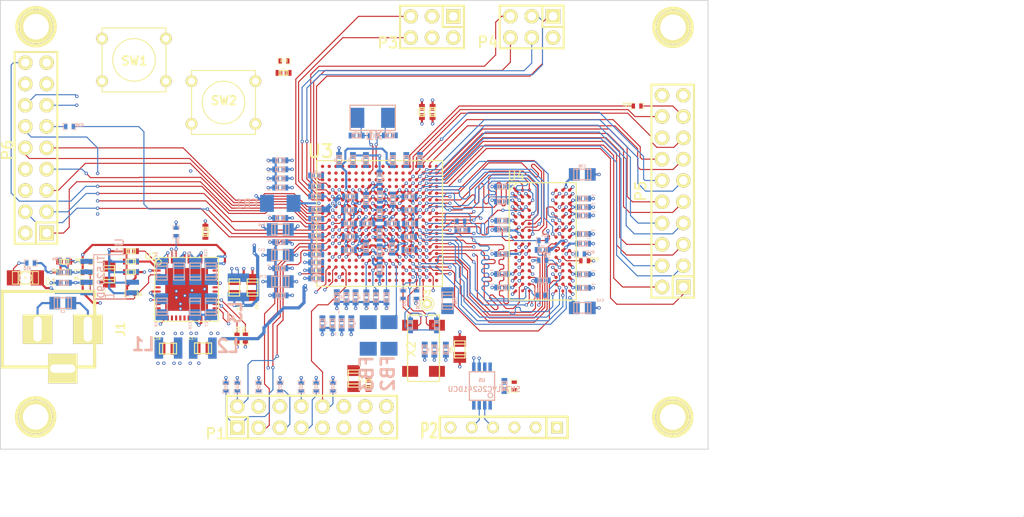
<source format=kicad_pcb>
(kicad_pcb (version 3) (host pcbnew "(2014-03-19 BZR 4756)-product")
  (layers (15 F.Cu signal hide) (4 GND.Cu power hide) (3 Inner3.Cu signal hide) (2 Inner2.Cu signal hide) (1 PWR.Cu power) (0 B.Cu signal hide) (18 B.Paste user) (19 F.Paste user) (20 B.SilkS user) (21 F.SilkS user) (22 B.Mask user) (23 F.Mask user) (28 Edge.Cuts user))
  (net 0 "")
  (net 1 +5V)
  (net 2 DGND)
  (net 3 "Net-(C4-Pad2)")
  (net 4 "Net-(C5-Pad1)")
  (net 5 "Net-(C6-Pad2)")
  (net 6 3V3)
  (net 7 +1.8V)
  (net 8 +1.1V)
  (net 9 +1.35V)
  (net 10 "Net-(C19-Pad1)")
  (net 11 "Net-(C20-Pad2)")
  (net 12 "Net-(C21-Pad1)")
  (net 13 "Net-(C21-Pad2)")
  (net 14 "Net-(C22-Pad2)")
  (net 15 "Net-(C24-Pad1)")
  (net 16 +0.675V)
  (net 17 "Net-(C65-Pad1)")
  (net 18 "Net-(C68-Pad1)")
  (net 19 "Net-(C71-Pad1)")
  (net 20 "Net-(C92-Pad1)")
  (net 21 "Net-(C104-Pad1)")
  (net 22 GNDA)
  (net 23 "Net-(D1-Pad2)")
  (net 24 "Net-(L1-Pad1)")
  (net 25 "Net-(L2-Pad1)")
  (net 26 "Net-(L3-Pad1)")
  (net 27 /processor1/uSD/MMC0_DAT2)
  (net 28 /processor1/uSD/MMC0_DAT3)
  (net 29 /processor1/uSD/MMC0_CMD)
  (net 30 /processor1/uSD/MMC0_CLK)
  (net 31 /processor1/uSD/MMC0_DAT0)
  (net 32 /processor1/uSD/MMC0_DAT1)
  (net 33 MMC0_CD)
  (net 34 "Net-(P2-Pad2)")
  (net 35 "Net-(P2-Pad3)")
  (net 36 "Net-(P2-Pad4)")
  (net 37 "Net-(P2-Pad5)")
  (net 38 "Net-(P2-Pad6)")
  (net 39 /processor2/USB0_VBUS)
  (net 40 /processor2/USB0_DRVBUS)
  (net 41 /processor2/USB0_ID)
  (net 42 /processor2/USB0_CE)
  (net 43 /processor2/USB0_DM)
  (net 44 /processor2/USB0_DP)
  (net 45 /processor2/USB1_VBUS)
  (net 46 /processor2/USB1_DRVBUS)
  (net 47 /processor2/USB1_ID)
  (net 48 /processor2/USB1_CE)
  (net 49 /processor2/USb1_DM)
  (net 50 /processor2/USB1_DP)
  (net 51 /processor2/LCD_DATA0)
  (net 52 /processor2/LCD_DATA1)
  (net 53 /processor2/LCD_DATA2)
  (net 54 /processor2/LCD_DATA3)
  (net 55 /processor2/LCD_DATA4)
  (net 56 /processor2/LCD_DATA5)
  (net 57 /processor2/LCD_DATA6)
  (net 58 /processor2/LCD_DATA7)
  (net 59 /processor2/LCD_DATA8)
  (net 60 /processor2/LCD_DATA9)
  (net 61 /processor2/LCD_DATA10)
  (net 62 /processor2/LCD_DATA11)
  (net 63 /processor2/LCD_DATA12)
  (net 64 /processor2/LCD_DATA13)
  (net 65 /processor2/LCD_DATA14)
  (net 66 /processor2/LCD_DATA15)
  (net 67 /processor2/LCD_PCLK)
  (net 68 /processor2/LCD_VSYNC)
  (net 69 /processor2/LCD_HSYNC)
  (net 70 /processor2/LCD_DE)
  (net 71 /processor2/MII1_TXCLK)
  (net 72 /processor2/MII1_TXD1)
  (net 73 /processor2/MII1_TXD3)
  (net 74 /processor2/MII1_CRS_DV)
  (net 75 /processor2/MII1_RXCLK)
  (net 76 /processor2/MII1_RXD1)
  (net 77 /processor2/MII1_RXD3)
  (net 78 /processor2/MII1_RXDV)
  (net 79 /processor2/MDIO_CLK)
  (net 80 /processor2/MDIO_DATA)
  (net 81 /processor2/MII1_REFCLK)
  (net 82 /processor2/MII1_RXERR)
  (net 83 /processor2/MII1_RXD2)
  (net 84 /processor2/MII1_RXD0)
  (net 85 /processor2/MII1_COL)
  (net 86 /processor2/MII1_TXEN)
  (net 87 /processor2/MII1_TXD2)
  (net 88 /processor2/MII1_TXD0)
  (net 89 "Net-(P7-Pad1)")
  (net 90 /processor2/I2C0_SCL)
  (net 91 /processor2/I2C0_SDA)
  (net 92 "Net-(R5-Pad1)")
  (net 93 /processor1/PMIC_INT)
  (net 94 "Net-(R12-Pad1)")
  (net 95 /processor1/ddr3_memory/DDR_CKE)
  (net 96 /processor1/ddr3_memory/DDR_RESETn)
  (net 97 "Net-(R18-Pad1)")
  (net 98 /processor2/WAKEUP)
  (net 99 "Net-(R28-Pad1)")
  (net 100 "Net-(R29-Pad1)")
  (net 101 "Net-(R30-Pad1)")
  (net 102 "Net-(SW1-Pad2)")
  (net 103 "Net-(U2-Pad4)")
  (net 104 "Net-(U2-Pad5)")
  (net 105 "Net-(U2-Pad6)")
  (net 106 /processor2/PMIC_POWER_EN)
  (net 107 "Net-(U2-Pad11)")
  (net 108 "Net-(U2-Pad33)")
  (net 109 "Net-(U2-Pad34)")
  (net 110 "Net-(U2-Pad35)")
  (net 111 "Net-(U2-Pad36)")
  (net 112 "Net-(U2-Pad17)")
  (net 113 "Net-(U2-Pad14)")
  (net 114 "Net-(U2-Pad15)")
  (net 115 "Net-(U2-Pad16)")
  (net 116 /processor1/PMIC_PGOOD)
  (net 117 "Net-(U2-Pad37)")
  (net 118 "Net-(U2-Pad38)")
  (net 119 "Net-(U2-Pad44)")
  (net 120 /processor1/LDO_PGOOD)
  (net 121 AGND)
  (net 122 "Net-(U3-PadA11)")
  (net 123 "Net-(U3-PadA12)")
  (net 124 "Net-(U3-PadA13)")
  (net 125 "Net-(U3-PadA14)")
  (net 126 "Net-(U3-PadA15)")
  (net 127 "Net-(U3-PadA16)")
  (net 128 /processor1/DDR_A5)
  (net 129 /processor1/DDR_A9)
  (net 130 /processor1/ddr3_memory/DDR_CLKn)
  (net 131 /processor1/DDR_BA1)
  (net 132 /processor1/ddr3_memory/DDR_CASn)
  (net 133 /processor1/ddr3_memory/DDR_ODT)
  (net 134 /processor1/DDR_A1)
  (net 135 /processor1/DDR_D8)
  (net 136 "Net-(U3-PadB16)")
  (net 137 "Net-(U3-PadB14)")
  (net 138 "Net-(U3-PadB13)")
  (net 139 "Net-(U3-PadB12)")
  (net 140 "Net-(U3-PadB11)")
  (net 141 "Net-(U3-PadB10)")
  (net 142 /processor1/ddr3_memory/DDR_WEn)
  (net 143 /processor1/DDR_BA2)
  (net 144 /processor1/DDR_A4)
  (net 145 /processor1/DDR_A3)
  (net 146 /processor1/DDR_BA0)
  (net 147 /processor1/ddr3_memory/DDR_CLK)
  (net 148 /processor1/DDR_A15)
  (net 149 /processor1/DDR_A8)
  (net 150 /processor1/DDR_A6)
  (net 151 /processor1/DDR_A7)
  (net 152 /processor1/DDR_A12)
  (net 153 /processor1/DDR_A2)
  (net 154 "Net-(U3-PadC11)")
  (net 155 "Net-(U3-PadD12)")
  (net 156 "Net-(U3-PadC12)")
  (net 157 "Net-(U3-PadC13)")
  (net 158 "Net-(U3-PadC14)")
  (net 159 "Net-(U3-PadD14)")
  (net 160 "Net-(U3-PadD13)")
  (net 161 "Net-(U3-PadD15)")
  (net 162 "Net-(U3-PadD16)")
  (net 163 "Net-(U3-PadE15)")
  (net 164 "Net-(U3-PadE16)")
  (net 165 /processor1/DDR_A11)
  (net 166 /processor1/DDR_A0)
  (net 167 /processor1/DDR_A10)
  (net 168 /processor1/ddr3_memory/DDR_RASn)
  (net 169 /processor1/ddr3_memory/DDR_CSn)
  (net 170 /processor1/DDR_A13)
  (net 171 /processor1/DDR_A14)
  (net 172 /processor1/ddr3_memory/DDR_DQM1)
  (net 173 /processor1/DDR_D9)
  (net 174 /processor1/DDR_D10)
  (net 175 /processor1/DDR_D11)
  (net 176 /processor1/DDR_D12)
  (net 177 /processor1/DDR_D14)
  (net 178 /processor1/DDR_D13)
  (net 179 /processor1/ddr3_memory/DDR_DQSN1)
  (net 180 /processor1/ddr3_memory/DDR_DQS1)
  (net 181 /processor1/DDR_D15)
  (net 182 /processor1/ddr3_memory/DDR_DQM0)
  (net 183 /processor1/DDR_D0)
  (net 184 /processor1/DDR_D1)
  (net 185 /processor1/DDR_D5)
  (net 186 /processor1/DDR_D7)
  (net 187 /processor1/DDR_D6)
  (net 188 /processor1/DDR_D4)
  (net 189 /processor1/DDR_D3)
  (net 190 /processor1/ddr3_memory/DDR_DQSN0)
  (net 191 /processor1/DDR_D2)
  (net 192 /processor1/ddr3_memory/DDR_DQS0)
  (net 193 "Net-(U3-PadM5)")
  (net 194 "Net-(U3-PadT6)")
  (net 195 "Net-(U3-PadR7)")
  (net 196 "Net-(U3-PadR8)")
  (net 197 "Net-(U3-PadR9)")
  (net 198 "Net-(U3-PadT7)")
  (net 199 "Net-(U3-PadT8)")
  (net 200 "Net-(U3-PadT9)")
  (net 201 "Net-(U3-PadT10)")
  (net 202 "Net-(U3-PadT11)")
  (net 203 "Net-(U3-PadR12)")
  (net 204 "Net-(U3-PadT12)")
  (net 205 "Net-(U3-PadR13)")
  (net 206 "Net-(U3-PadT13)")
  (net 207 "Net-(U3-PadT14)")
  (net 208 "Net-(U3-PadR14)")
  (net 209 "Net-(U3-PadT15)")
  (net 210 "Net-(U3-PadT16)")
  (net 211 "Net-(U3-PadA17)")
  (net 212 "Net-(U3-PadB17)")
  (net 213 "Net-(U3-PadC18)")
  (net 214 "Net-(U3-PadD17)")
  (net 215 "Net-(U3-PadD18)")
  (net 216 "Net-(U3-PadE17)")
  (net 217 "Net-(U3-PadE18)")
  (net 218 "Net-(U3-PadT17)")
  (net 219 "Net-(U3-PadV6)")
  (net 220 "Net-(U3-PadV7)")
  (net 221 "Net-(U3-PadV8)")
  (net 222 "Net-(U3-PadV9)")
  (net 223 "Net-(U3-PadV12)")
  (net 224 "Net-(U3-PadV13)")
  (net 225 "Net-(U3-PadV14)")
  (net 226 "Net-(U3-PadV15)")
  (net 227 "Net-(U3-PadV16)")
  (net 228 "Net-(U3-PadU6)")
  (net 229 "Net-(U3-PadU7)")
  (net 230 "Net-(U3-PadU8)")
  (net 231 "Net-(U3-PadU9)")
  (net 232 "Net-(U3-PadU10)")
  (net 233 "Net-(U3-PadU12)")
  (net 234 "Net-(U3-PadU13)")
  (net 235 "Net-(U3-PadU14)")
  (net 236 "Net-(U3-PadU15)")
  (net 237 "Net-(U3-PadU16)")
  (net 238 "Net-(U3-PadU17)")
  (net 239 "Net-(U3-PadU18)")
  (net 240 "Net-(U4-PadJ1)")
  (net 241 "Net-(U4-PadJ9)")
  (net 242 "Net-(U4-PadL1)")
  (net 243 "Net-(U4-PadL9)")
  (module Capacitors_SMD:c_0402 (layer B.Cu) (at 111.14 104.05)
    (fp_text reference C1 (at -1.22 -0.36) (layer B.SilkS) (effects (font (size 0.1524 0.1524) (thickness 0.03048)) (justify mirror)))
    (fp_text value 2.2uF,6.3V hide)
    (pad 1 smd rect (at 0.54864 0) (size 0.8001 0.6985) (layers B.Cu B.Paste B.Mask) (net 1 +5V))
    (pad 2 smd rect (at -0.54864 0) (size 0.8001 0.6985) (layers B.Cu B.Paste B.Mask) (net 2 DGND))
  )
  (module Capacitors_SMD:c_0805 (layer B.Cu) (at 111.02 106.47)
    (fp_text reference C2 (at 0 0.9906) (layer B.SilkS) (effects (font (size 0.29972 0.29972) (thickness 0.06096)) (justify mirror)))
    (fp_text value 10uF,10V hide)
    (pad 1 smd rect (at 0.9525 0) (size 1.30048 1.4986) (layers B.Cu B.Paste B.Mask) (net 1 +5V))
    (pad 2 smd rect (at -0.9525 0) (size 1.30048 1.4986) (layers B.Cu B.Paste B.Mask) (net 2 DGND))
  )
  (module Capacitors_SMD:c_0805 (layer F.Cu) (at 116.55 103.02 270)
    (fp_text reference C3 (at 2.1 0.6 270) (layer F.SilkS) (effects (font (size 0.29972 0.29972) (thickness 0.06096))))
    (fp_text value 10uF,10V hide)
    (pad 1 smd rect (at 0.9525 0 270) (size 1.30048 1.4986) (layers F.Cu F.Paste F.Mask) (net 1 +5V))
    (pad 2 smd rect (at -0.9525 0 270) (size 1.30048 1.4986) (layers F.Cu F.Paste F.Mask) (net 2 DGND))
  )
  (module Capacitors_SMD:c_0805 (layer B.Cu) (at 122.83 102.71 270)
    (fp_text reference C4 (at -2.03 0.66 270) (layer B.SilkS) (effects (font (size 0.29972 0.29972) (thickness 0.06096)) (justify mirror)))
    (fp_text value 10uF,10V hide)
    (pad 1 smd rect (at 0.9525 0 270) (size 1.30048 1.4986) (layers B.Cu B.Paste B.Mask) (net 2 DGND))
    (pad 2 smd rect (at -0.9525 0 270) (size 1.30048 1.4986) (layers B.Cu B.Paste B.Mask) (net 3 "Net-(C4-Pad2)"))
  )
  (module Capacitors_SMD:c_0402 (layer F.Cu) (at 111.18 101.53)
    (fp_text reference C5 (at -1.27 -0.34) (layer F.SilkS) (effects (font (size 0.1524 0.1524) (thickness 0.03048))))
    (fp_text value 470pF,6.3V hide)
    (pad 1 smd rect (at 0.54864 0) (size 0.8001 0.6985) (layers F.Cu F.Paste F.Mask) (net 4 "Net-(C5-Pad1)"))
    (pad 2 smd rect (at -0.54864 0) (size 0.8001 0.6985) (layers F.Cu F.Paste F.Mask) (net 2 DGND))
  )
  (module Capacitors_SMD:c_0402 (layer F.Cu) (at 119.14 100.28 180)
    (fp_text reference C6 (at 1.22 0.35 180) (layer F.SilkS) (effects (font (size 0.1524 0.1524) (thickness 0.03048))))
    (fp_text value 0.1uF,3V hide)
    (pad 1 smd rect (at 0.54864 0 180) (size 0.8001 0.6985) (layers F.Cu F.Paste F.Mask) (net 2 DGND))
    (pad 2 smd rect (at -0.54864 0 180) (size 0.8001 0.6985) (layers F.Cu F.Paste F.Mask) (net 5 "Net-(C6-Pad2)"))
  )
  (module Capacitors_SMD:c_0805 (layer B.Cu) (at 128.68 106.9 90)
    (fp_text reference C7 (at -2.06 -0.52 90) (layer B.SilkS) (effects (font (size 0.29972 0.29972) (thickness 0.06096)) (justify mirror)))
    (fp_text value 10uF,10V hide)
    (pad 1 smd rect (at 0.9525 0 90) (size 1.30048 1.4986) (layers B.Cu B.Paste B.Mask) (net 2 DGND))
    (pad 2 smd rect (at -0.9525 0 90) (size 1.30048 1.4986) (layers B.Cu B.Paste B.Mask) (net 1 +5V))
  )
  (module Capacitors_SMD:c_0805 (layer B.Cu) (at 126.79 106.9 270)
    (fp_text reference C8 (at -6.34 0.64 270) (layer B.SilkS) (effects (font (size 0.29972 0.29972) (thickness 0.06096)) (justify mirror)))
    (fp_text value 10uF,10V hide)
    (pad 1 smd rect (at 0.9525 0 270) (size 1.30048 1.4986) (layers B.Cu B.Paste B.Mask) (net 1 +5V))
    (pad 2 smd rect (at -0.9525 0 270) (size 1.30048 1.4986) (layers B.Cu B.Paste B.Mask) (net 2 DGND))
  )
  (module Capacitors_SMD:c_0805 (layer B.Cu) (at 122.83 106.9 270)
    (fp_text reference C9 (at 2.09 0.67 270) (layer B.SilkS) (effects (font (size 0.29972 0.29972) (thickness 0.06096)) (justify mirror)))
    (fp_text value 10uF,10V hide)
    (pad 1 smd rect (at 0.9525 0 270) (size 1.30048 1.4986) (layers B.Cu B.Paste B.Mask) (net 2 DGND))
    (pad 2 smd rect (at -0.9525 0 270) (size 1.30048 1.4986) (layers B.Cu B.Paste B.Mask) (net 1 +5V))
  )
  (module Capacitors_SMD:c_0805 (layer B.Cu) (at 126.82 102.71 270)
    (fp_text reference C10 (at 6.44 0.63 270) (layer B.SilkS) (effects (font (size 0.29972 0.29972) (thickness 0.06096)) (justify mirror)))
    (fp_text value 10uF,10V hide)
    (pad 1 smd rect (at 0.9525 0 270) (size 1.30048 1.4986) (layers B.Cu B.Paste B.Mask) (net 2 DGND))
    (pad 2 smd rect (at -0.9525 0 270) (size 1.30048 1.4986) (layers B.Cu B.Paste B.Mask) (net 1 +5V))
  )
  (module Capacitors_SMD:c_0402 (layer B.Cu) (at 111.18 102.79)
    (fp_text reference C11 (at -1.31 -0.35) (layer B.SilkS) (effects (font (size 0.1524 0.1524) (thickness 0.03048)) (justify mirror)))
    (fp_text value 0.1uF,6.3V hide)
    (pad 1 smd rect (at 0.54864 0) (size 0.8001 0.6985) (layers B.Cu B.Paste B.Mask) (net 6 3V3))
    (pad 2 smd rect (at -0.54864 0) (size 0.8001 0.6985) (layers B.Cu B.Paste B.Mask) (net 2 DGND))
  )
  (module Capacitors_SMD:c_0402 (layer F.Cu) (at 119.14 101.52)
    (fp_text reference C12 (at -1.21 -0.33) (layer F.SilkS) (effects (font (size 0.1524 0.1524) (thickness 0.03048))))
    (fp_text value 2.2uF,6.3V hide)
    (pad 1 smd rect (at 0.54864 0) (size 0.8001 0.6985) (layers F.Cu F.Paste F.Mask) (net 6 3V3))
    (pad 2 smd rect (at -0.54864 0) (size 0.8001 0.6985) (layers F.Cu F.Paste F.Mask) (net 2 DGND))
  )
  (module Capacitors_SMD:c_0402 (layer F.Cu) (at 119.15 102.77)
    (fp_text reference C13 (at -1.29 -0.4) (layer F.SilkS) (effects (font (size 0.1524 0.1524) (thickness 0.03048))))
    (fp_text value 2.2uF,6.3V hide)
    (pad 1 smd rect (at 0.54864 0) (size 0.8001 0.6985) (layers F.Cu F.Paste F.Mask) (net 7 +1.8V))
    (pad 2 smd rect (at -0.54864 0) (size 0.8001 0.6985) (layers F.Cu F.Paste F.Mask) (net 2 DGND))
  )
  (module Capacitors_SMD:c_0805 (layer B.Cu) (at 124.87 102.71 90)
    (fp_text reference C14 (at 2.19 -0.62 90) (layer B.SilkS) (effects (font (size 0.29972 0.29972) (thickness 0.06096)) (justify mirror)))
    (fp_text value 10uF,10V hide)
    (pad 1 smd rect (at 0.9525 0 90) (size 1.30048 1.4986) (layers B.Cu B.Paste B.Mask) (net 6 3V3))
    (pad 2 smd rect (at -0.9525 0 90) (size 1.30048 1.4986) (layers B.Cu B.Paste B.Mask) (net 2 DGND))
  )
  (module Capacitors_SMD:c_0805 (layer B.Cu) (at 128.68 102.7 90)
    (fp_text reference C15 (at 2.22 -0.61 90) (layer B.SilkS) (effects (font (size 0.29972 0.29972) (thickness 0.06096)) (justify mirror)))
    (fp_text value 10uF,10V hide)
    (pad 1 smd rect (at 0.9525 0 90) (size 1.30048 1.4986) (layers B.Cu B.Paste B.Mask) (net 7 +1.8V))
    (pad 2 smd rect (at -0.9525 0 90) (size 1.30048 1.4986) (layers B.Cu B.Paste B.Mask) (net 2 DGND))
  )
  (module Capacitors_SMD:c_0805 (layer F.Cu) (at 131.47 104.61 270)
    (fp_text reference C16 (at 2.29 -0.5 270) (layer F.SilkS) (effects (font (size 0.29972 0.29972) (thickness 0.06096))))
    (fp_text value 10uF,10V hide)
    (pad 1 smd rect (at 0.9525 0 270) (size 1.30048 1.4986) (layers F.Cu F.Paste F.Mask) (net 8 +1.1V))
    (pad 2 smd rect (at -0.9525 0 270) (size 1.30048 1.4986) (layers F.Cu F.Paste F.Mask) (net 2 DGND))
  )
  (module Capacitors_SMD:c_0805 (layer F.Cu) (at 127.74 111.85)
    (fp_text reference C17 (at -1.28 -1.16) (layer F.SilkS) (effects (font (size 0.29972 0.29972) (thickness 0.06096))))
    (fp_text value 10uF,10V hide)
    (pad 1 smd rect (at 0.9525 0) (size 1.30048 1.4986) (layers F.Cu F.Paste F.Mask) (net 8 +1.1V))
    (pad 2 smd rect (at -0.9525 0) (size 1.30048 1.4986) (layers F.Cu F.Paste F.Mask) (net 2 DGND))
  )
  (module Capacitors_SMD:c_0805 (layer F.Cu) (at 123.56 111.89)
    (fp_text reference C18 (at -1.3 -1.19) (layer F.SilkS) (effects (font (size 0.29972 0.29972) (thickness 0.06096))))
    (fp_text value 10uF,10V hide)
    (pad 1 smd rect (at 0.9525 0) (size 1.30048 1.4986) (layers F.Cu F.Paste F.Mask) (net 9 +1.35V))
    (pad 2 smd rect (at -0.9525 0) (size 1.30048 1.4986) (layers F.Cu F.Paste F.Mask) (net 2 DGND))
  )
  (module Capacitors_SMD:c_0402 (layer B.Cu) (at 150.01 86.47 180)
    (fp_text reference C19 (at 0 0.4826 180) (layer B.SilkS) (effects (font (size 0.1524 0.1524) (thickness 0.03048)) (justify mirror)))
    (fp_text value 18pF,50V hide)
    (pad 1 smd rect (at 0.54864 0 180) (size 0.8001 0.6985) (layers B.Cu B.Paste B.Mask) (net 10 "Net-(C19-Pad1)"))
    (pad 2 smd rect (at -0.54864 0 180) (size 0.8001 0.6985) (layers B.Cu B.Paste B.Mask) (net 2 DGND))
  )
  (module Capacitors_SMD:c_0402 (layer B.Cu) (at 146.05 86.49 180)
    (fp_text reference C20 (at 0 0.4826 180) (layer B.SilkS) (effects (font (size 0.1524 0.1524) (thickness 0.03048)) (justify mirror)))
    (fp_text value 18pF,50V hide)
    (pad 1 smd rect (at 0.54864 0 180) (size 0.8001 0.6985) (layers B.Cu B.Paste B.Mask) (net 2 DGND))
    (pad 2 smd rect (at -0.54864 0 180) (size 0.8001 0.6985) (layers B.Cu B.Paste B.Mask) (net 11 "Net-(C20-Pad2)"))
  )
  (module Capacitors_SMD:c_0402 (layer B.Cu) (at 152.43 109.12 270)
    (fp_text reference C21 (at 0 0.4826 270) (layer B.SilkS) (effects (font (size 0.1524 0.1524) (thickness 0.03048)) (justify mirror)))
    (fp_text value 18pF,50V hide)
    (pad 1 smd rect (at 0.54864 0 270) (size 0.8001 0.6985) (layers B.Cu B.Paste B.Mask) (net 12 "Net-(C21-Pad1)"))
    (pad 2 smd rect (at -0.54864 0 270) (size 0.8001 0.6985) (layers B.Cu B.Paste B.Mask) (net 13 "Net-(C21-Pad2)"))
  )
  (module Capacitors_SMD:c_0402 (layer B.Cu) (at 155.63 109.12 270)
    (fp_text reference C22 (at 0 0.4826 270) (layer B.SilkS) (effects (font (size 0.1524 0.1524) (thickness 0.03048)) (justify mirror)))
    (fp_text value 18pF,50V hide)
    (pad 1 smd rect (at 0.54864 0 270) (size 0.8001 0.6985) (layers B.Cu B.Paste B.Mask) (net 12 "Net-(C21-Pad1)"))
    (pad 2 smd rect (at -0.54864 0 270) (size 0.8001 0.6985) (layers B.Cu B.Paste B.Mask) (net 14 "Net-(C22-Pad2)"))
  )
  (module Capacitors_SMD:c_0402 (layer B.Cu) (at 158.66 97.73 180)
    (fp_text reference C23 (at 0 0.4826 180) (layer B.SilkS) (effects (font (size 0.1524 0.1524) (thickness 0.03048)) (justify mirror)))
    (fp_text value 0.1uF,6.3V hide)
    (pad 1 smd rect (at 0.54864 0 180) (size 0.8001 0.6985) (layers B.Cu B.Paste B.Mask) (net 16 +0.675V))
    (pad 2 smd rect (at -0.54864 0 180) (size 0.8001 0.6985) (layers B.Cu B.Paste B.Mask) (net 2 DGND))
  )
  (module Capacitors_SMD:c_0402 (layer F.Cu) (at 137.34 79.02)
    (fp_text reference C24 (at 0 -0.4826) (layer F.SilkS) (effects (font (size 0.1524 0.1524) (thickness 0.03048))))
    (fp_text value 1uF,10V hide)
    (pad 1 smd rect (at 0.54864 0) (size 0.8001 0.6985) (layers F.Cu F.Paste F.Mask) (net 15 "Net-(C24-Pad1)"))
    (pad 2 smd rect (at -0.54864 0) (size 0.8001 0.6985) (layers F.Cu F.Paste F.Mask) (net 2 DGND))
  )
  (module Capacitors_SMD:c_0402 (layer B.Cu) (at 173.06 94 180)
    (fp_text reference C25 (at -1.24 0.38 180) (layer B.SilkS) (effects (font (size 0.1524 0.1524) (thickness 0.03048)) (justify mirror)))
    (fp_text value 0.1uF,6.3V hide)
    (pad 1 smd rect (at 0.54864 0 180) (size 0.8001 0.6985) (layers B.Cu B.Paste B.Mask) (net 9 +1.35V))
    (pad 2 smd rect (at -0.54864 0 180) (size 0.8001 0.6985) (layers B.Cu B.Paste B.Mask) (net 2 DGND))
  )
  (module Capacitors_SMD:c_0402 (layer B.Cu) (at 173.07 95.03 180)
    (fp_text reference C26 (at -1.22 0.4 180) (layer B.SilkS) (effects (font (size 0.1524 0.1524) (thickness 0.03048)) (justify mirror)))
    (fp_text value 0.1uF,6.3V hide)
    (pad 1 smd rect (at 0.54864 0 180) (size 0.8001 0.6985) (layers B.Cu B.Paste B.Mask) (net 9 +1.35V))
    (pad 2 smd rect (at -0.54864 0 180) (size 0.8001 0.6985) (layers B.Cu B.Paste B.Mask) (net 2 DGND))
  )
  (module Capacitors_SMD:c_0402 (layer B.Cu) (at 173.06 96.02 180)
    (fp_text reference C27 (at -1.21 0.4 180) (layer B.SilkS) (effects (font (size 0.1524 0.1524) (thickness 0.03048)) (justify mirror)))
    (fp_text value 0.1uF,6.3V hide)
    (pad 1 smd rect (at 0.54864 0 180) (size 0.8001 0.6985) (layers B.Cu B.Paste B.Mask) (net 9 +1.35V))
    (pad 2 smd rect (at -0.54864 0 180) (size 0.8001 0.6985) (layers B.Cu B.Paste B.Mask) (net 2 DGND))
  )
  (module Capacitors_SMD:c_0402 (layer B.Cu) (at 173.07 98.23 180)
    (fp_text reference C28 (at -1.21 0.41 180) (layer B.SilkS) (effects (font (size 0.1524 0.1524) (thickness 0.03048)) (justify mirror)))
    (fp_text value 0.1uF,6.3V hide)
    (pad 1 smd rect (at 0.54864 0 180) (size 0.8001 0.6985) (layers B.Cu B.Paste B.Mask) (net 9 +1.35V))
    (pad 2 smd rect (at -0.54864 0 180) (size 0.8001 0.6985) (layers B.Cu B.Paste B.Mask) (net 2 DGND))
  )
  (module Capacitors_SMD:c_0402 (layer B.Cu) (at 173.06 103.03 180)
    (fp_text reference C29 (at -1.23 0.39 180) (layer B.SilkS) (effects (font (size 0.1524 0.1524) (thickness 0.03048)) (justify mirror)))
    (fp_text value 0.1uF,6.3V hide)
    (pad 1 smd rect (at 0.54864 0 180) (size 0.8001 0.6985) (layers B.Cu B.Paste B.Mask) (net 9 +1.35V))
    (pad 2 smd rect (at -0.54864 0 180) (size 0.8001 0.6985) (layers B.Cu B.Paste B.Mask) (net 2 DGND))
  )
  (module Capacitors_SMD:c_0402 (layer B.Cu) (at 173.07 104.65 180)
    (fp_text reference C30 (at -1.24 0.42 180) (layer B.SilkS) (effects (font (size 0.1524 0.1524) (thickness 0.03048)) (justify mirror)))
    (fp_text value 0.1uF,6.3V hide)
    (pad 1 smd rect (at 0.54864 0 180) (size 0.8001 0.6985) (layers B.Cu B.Paste B.Mask) (net 9 +1.35V))
    (pad 2 smd rect (at -0.54864 0 180) (size 0.8001 0.6985) (layers B.Cu B.Paste B.Mask) (net 2 DGND))
  )
  (module Capacitors_SMD:c_0402 (layer B.Cu) (at 163.4 92.58)
    (fp_text reference C31 (at -1.22 -0.35) (layer B.SilkS) (effects (font (size 0.1524 0.1524) (thickness 0.03048)) (justify mirror)))
    (fp_text value 0.1uF,6.3V hide)
    (pad 1 smd rect (at 0.54864 0) (size 0.8001 0.6985) (layers B.Cu B.Paste B.Mask) (net 9 +1.35V))
    (pad 2 smd rect (at -0.54864 0) (size 0.8001 0.6985) (layers B.Cu B.Paste B.Mask) (net 2 DGND))
  )
  (module Capacitors_SMD:c_0402 (layer B.Cu) (at 163.39 94.37)
    (fp_text reference C32 (at -1.22 -0.58) (layer B.SilkS) (effects (font (size 0.1524 0.1524) (thickness 0.03048)) (justify mirror)))
    (fp_text value 0.1uF,6.3V hide)
    (pad 1 smd rect (at 0.54864 0) (size 0.8001 0.6985) (layers B.Cu B.Paste B.Mask) (net 9 +1.35V))
    (pad 2 smd rect (at -0.54864 0) (size 0.8001 0.6985) (layers B.Cu B.Paste B.Mask) (net 2 DGND))
  )
  (module Capacitors_SMD:c_0402 (layer B.Cu) (at 163.42 96.65)
    (fp_text reference C33 (at -1.24 -0.44) (layer B.SilkS) (effects (font (size 0.1524 0.1524) (thickness 0.03048)) (justify mirror)))
    (fp_text value 0.1uF,6.3V hide)
    (pad 1 smd rect (at 0.54864 0) (size 0.8001 0.6985) (layers B.Cu B.Paste B.Mask) (net 9 +1.35V))
    (pad 2 smd rect (at -0.54864 0) (size 0.8001 0.6985) (layers B.Cu B.Paste B.Mask) (net 2 DGND))
  )
  (module Capacitors_SMD:c_0402 (layer B.Cu) (at 163.42 104.61)
    (fp_text reference C34 (at -1.25 -0.4) (layer B.SilkS) (effects (font (size 0.1524 0.1524) (thickness 0.03048)) (justify mirror)))
    (fp_text value 0.1uF,6.3V hide)
    (pad 1 smd rect (at 0.54864 0) (size 0.8001 0.6985) (layers B.Cu B.Paste B.Mask) (net 9 +1.35V))
    (pad 2 smd rect (at -0.54864 0) (size 0.8001 0.6985) (layers B.Cu B.Paste B.Mask) (net 2 DGND))
  )
  (module Capacitors_SMD:c_0402 (layer B.Cu) (at 168.24 100.13 180)
    (fp_text reference C35 (at 0 0.4826 180) (layer B.SilkS) (effects (font (size 0.1524 0.1524) (thickness 0.03048)) (justify mirror)))
    (fp_text value 0.001uF,50V hide)
    (pad 1 smd rect (at 0.54864 0 180) (size 0.8001 0.6985) (layers B.Cu B.Paste B.Mask) (net 16 +0.675V))
    (pad 2 smd rect (at -0.54864 0 180) (size 0.8001 0.6985) (layers B.Cu B.Paste B.Mask) (net 2 DGND))
  )
  (module Capacitors_SMD:c_0402 (layer B.Cu) (at 163.41 103)
    (fp_text reference C36 (at -1.24 -0.44) (layer B.SilkS) (effects (font (size 0.1524 0.1524) (thickness 0.03048)) (justify mirror)))
    (fp_text value 0.1uF,6.3V hide)
    (pad 1 smd rect (at 0.54864 0) (size 0.8001 0.6985) (layers B.Cu B.Paste B.Mask) (net 9 +1.35V))
    (pad 2 smd rect (at -0.54864 0) (size 0.8001 0.6985) (layers B.Cu B.Paste B.Mask) (net 2 DGND))
  )
  (module Capacitors_SMD:c_0402 (layer B.Cu) (at 168.24 103.76)
    (fp_text reference C37 (at 0 0.4826) (layer B.SilkS) (effects (font (size 0.1524 0.1524) (thickness 0.03048)) (justify mirror)))
    (fp_text value 0.1uF,6.3V hide)
    (pad 1 smd rect (at 0.54864 0) (size 0.8001 0.6985) (layers B.Cu B.Paste B.Mask) (net 16 +0.675V))
    (pad 2 smd rect (at -0.54864 0) (size 0.8001 0.6985) (layers B.Cu B.Paste B.Mask) (net 2 DGND))
  )
  (module Capacitors_SMD:c_0805 (layer B.Cu) (at 172.96 91.13 180)
    (fp_text reference C38 (at 0 0.9906 180) (layer B.SilkS) (effects (font (size 0.29972 0.29972) (thickness 0.06096)) (justify mirror)))
    (fp_text value 10uF,10V hide)
    (pad 1 smd rect (at 0.9525 0 180) (size 1.30048 1.4986) (layers B.Cu B.Paste B.Mask) (net 9 +1.35V))
    (pad 2 smd rect (at -0.9525 0 180) (size 1.30048 1.4986) (layers B.Cu B.Paste B.Mask) (net 2 DGND))
  )
  (module Capacitors_SMD:c_0402 (layer B.Cu) (at 163.43 100.62)
    (fp_text reference C39 (at -1.22 -0.41) (layer B.SilkS) (effects (font (size 0.1524 0.1524) (thickness 0.03048)) (justify mirror)))
    (fp_text value 0.1uF,6.3V hide)
    (pad 1 smd rect (at 0.54864 0) (size 0.8001 0.6985) (layers B.Cu B.Paste B.Mask) (net 9 +1.35V))
    (pad 2 smd rect (at -0.54864 0) (size 0.8001 0.6985) (layers B.Cu B.Paste B.Mask) (net 2 DGND))
  )
  (module Capacitors_SMD:c_0402 (layer B.Cu) (at 173.05 99.38 180)
    (fp_text reference C40 (at -0.69 0.58 180) (layer B.SilkS) (effects (font (size 0.1524 0.1524) (thickness 0.03048)) (justify mirror)))
    (fp_text value 0.1uF,6.3V hide)
    (pad 1 smd rect (at 0.54864 0 180) (size 0.8001 0.6985) (layers B.Cu B.Paste B.Mask) (net 9 +1.35V))
    (pad 2 smd rect (at -0.54864 0 180) (size 0.8001 0.6985) (layers B.Cu B.Paste B.Mask) (net 2 DGND))
  )
  (module Capacitors_SMD:c_0402 (layer B.Cu) (at 163.42 97.67)
    (fp_text reference C41 (at -1.2 -0.5) (layer B.SilkS) (effects (font (size 0.1524 0.1524) (thickness 0.03048)) (justify mirror)))
    (fp_text value 0.1uF,6.3V hide)
    (pad 1 smd rect (at 0.54864 0) (size 0.8001 0.6985) (layers B.Cu B.Paste B.Mask) (net 9 +1.35V))
    (pad 2 smd rect (at -0.54864 0) (size 0.8001 0.6985) (layers B.Cu B.Paste B.Mask) (net 2 DGND))
  )
  (module Capacitors_SMD:c_0805 (layer B.Cu) (at 172.96 107.04 180)
    (fp_text reference C42 (at -2.15 0.89 180) (layer B.SilkS) (effects (font (size 0.29972 0.29972) (thickness 0.06096)) (justify mirror)))
    (fp_text value 10uF,10V hide)
    (pad 1 smd rect (at 0.9525 0 180) (size 1.30048 1.4986) (layers B.Cu B.Paste B.Mask) (net 9 +1.35V))
    (pad 2 smd rect (at -0.9525 0 180) (size 1.30048 1.4986) (layers B.Cu B.Paste B.Mask) (net 2 DGND))
  )
  (module Capacitors_SMD:c_0805 (layer F.Cu) (at 145.7 115.47 270)
    (fp_text reference C43 (at 0 -0.9906 270) (layer F.SilkS) (effects (font (size 0.29972 0.29972) (thickness 0.06096))))
    (fp_text value 10uF,10V hide)
    (pad 1 smd rect (at 0.9525 0 270) (size 1.30048 1.4986) (layers F.Cu F.Paste F.Mask) (net 6 3V3))
    (pad 2 smd rect (at -0.9525 0 270) (size 1.30048 1.4986) (layers F.Cu F.Paste F.Mask) (net 2 DGND))
  )
  (module Capacitors_SMD:c_0402 (layer F.Cu) (at 147.47 116.1 270)
    (fp_text reference C44 (at 0 -0.4826 270) (layer F.SilkS) (effects (font (size 0.1524 0.1524) (thickness 0.03048))))
    (fp_text value 0.1uF,6.3V hide)
    (pad 1 smd rect (at 0.54864 0 270) (size 0.8001 0.6985) (layers F.Cu F.Paste F.Mask) (net 6 3V3))
    (pad 2 smd rect (at -0.54864 0 270) (size 0.8001 0.6985) (layers F.Cu F.Paste F.Mask) (net 2 DGND))
  )
  (module Capacitors_SMD:c_0402 (layer B.Cu) (at 163.67 116.35 270)
    (fp_text reference C45 (at 0 0.4826 270) (layer B.SilkS) (effects (font (size 0.1524 0.1524) (thickness 0.03048)) (justify mirror)))
    (fp_text value 0.1uF,6.3V hide)
    (pad 1 smd rect (at 0.54864 0 270) (size 0.8001 0.6985) (layers B.Cu B.Paste B.Mask) (net 2 DGND))
    (pad 2 smd rect (at -0.54864 0 270) (size 0.8001 0.6985) (layers B.Cu B.Paste B.Mask) (net 6 3V3))
  )
  (module Capacitors_SMD:c_0805 (layer B.Cu) (at 136.95 97.69)
    (fp_text reference C46 (at -2.19 -0.55) (layer B.SilkS) (effects (font (size 0.29972 0.29972) (thickness 0.06096)) (justify mirror)))
    (fp_text value 10uF,10V hide)
    (pad 1 smd rect (at 0.9525 0) (size 1.30048 1.4986) (layers B.Cu B.Paste B.Mask) (net 8 +1.1V))
    (pad 2 smd rect (at -0.9525 0) (size 1.30048 1.4986) (layers B.Cu B.Paste B.Mask) (net 2 DGND))
  )
  (module Capacitors_SMD:c_0805 (layer B.Cu) (at 136.95 100.75)
    (fp_text reference C47 (at -2.23 -0.61) (layer B.SilkS) (effects (font (size 0.29972 0.29972) (thickness 0.06096)) (justify mirror)))
    (fp_text value 10uF,10V hide)
    (pad 1 smd rect (at 0.9525 0) (size 1.30048 1.4986) (layers B.Cu B.Paste B.Mask) (net 8 +1.1V))
    (pad 2 smd rect (at -0.9525 0) (size 1.30048 1.4986) (layers B.Cu B.Paste B.Mask) (net 2 DGND))
  )
  (module Capacitors_SMD:c_0402 (layer B.Cu) (at 148.84 93.66 90)
    (fp_text reference C48 (at 0 0.4826 90) (layer B.SilkS) (effects (font (size 0.1524 0.1524) (thickness 0.03048)) (justify mirror)))
    (fp_text value 0.1uF,6.3V hide)
    (pad 1 smd rect (at 0.54864 0 90) (size 0.8001 0.6985) (layers B.Cu B.Paste B.Mask) (net 8 +1.1V))
    (pad 2 smd rect (at -0.54864 0 90) (size 0.8001 0.6985) (layers B.Cu B.Paste B.Mask) (net 2 DGND))
  )
  (module Capacitors_SMD:c_0402 (layer B.Cu) (at 145.28 93.75)
    (fp_text reference C49 (at 0 0.4826) (layer B.SilkS) (effects (font (size 0.1524 0.1524) (thickness 0.03048)) (justify mirror)))
    (fp_text value 0.1uF,6.3V hide)
    (pad 1 smd rect (at 0.54864 0) (size 0.8001 0.6985) (layers B.Cu B.Paste B.Mask) (net 8 +1.1V))
    (pad 2 smd rect (at -0.54864 0) (size 0.8001 0.6985) (layers B.Cu B.Paste B.Mask) (net 2 DGND))
  )
  (module Capacitors_SMD:c_0402 (layer B.Cu) (at 150.36 94.13 270)
    (fp_text reference C50 (at 0 0.4826 270) (layer B.SilkS) (effects (font (size 0.1524 0.1524) (thickness 0.03048)) (justify mirror)))
    (fp_text value 0.1uF,6.3V hide)
    (pad 1 smd rect (at 0.54864 0 270) (size 0.8001 0.6985) (layers B.Cu B.Paste B.Mask) (net 8 +1.1V))
    (pad 2 smd rect (at -0.54864 0 270) (size 0.8001 0.6985) (layers B.Cu B.Paste B.Mask) (net 2 DGND))
  )
  (module Capacitors_SMD:c_0402 (layer B.Cu) (at 143.17 108.88 90)
    (fp_text reference C51 (at -1.29 0.36 90) (layer B.SilkS) (effects (font (size 0.1524 0.1524) (thickness 0.03048)) (justify mirror)))
    (fp_text value 0.1uF,6.3V hide)
    (pad 1 smd rect (at 0.54864 0 90) (size 0.8001 0.6985) (layers B.Cu B.Paste B.Mask) (net 7 +1.8V))
    (pad 2 smd rect (at -0.54864 0 90) (size 0.8001 0.6985) (layers B.Cu B.Paste B.Mask) (net 2 DGND))
  )
  (module Capacitors_SMD:c_0402 (layer B.Cu) (at 148.79 95.82 90)
    (fp_text reference C52 (at 0 0.4826 90) (layer B.SilkS) (effects (font (size 0.1524 0.1524) (thickness 0.03048)) (justify mirror)))
    (fp_text value 0.1uF,6.3V hide)
    (pad 1 smd rect (at 0.54864 0 90) (size 0.8001 0.6985) (layers B.Cu B.Paste B.Mask) (net 8 +1.1V))
    (pad 2 smd rect (at -0.54864 0 90) (size 0.8001 0.6985) (layers B.Cu B.Paste B.Mask) (net 2 DGND))
  )
  (module Capacitors_SMD:c_0402 (layer B.Cu) (at 148.79 98.17 270)
    (fp_text reference C53 (at 0 0.4826 270) (layer B.SilkS) (effects (font (size 0.1524 0.1524) (thickness 0.03048)) (justify mirror)))
    (fp_text value 0.1uF,6.3V hide)
    (pad 1 smd rect (at 0.54864 0 270) (size 0.8001 0.6985) (layers B.Cu B.Paste B.Mask) (net 8 +1.1V))
    (pad 2 smd rect (at -0.54864 0 270) (size 0.8001 0.6985) (layers B.Cu B.Paste B.Mask) (net 2 DGND))
  )
  (module Capacitors_SMD:c_0402 (layer B.Cu) (at 141.23 98.45)
    (fp_text reference C54 (at 0 0.4826) (layer B.SilkS) (effects (font (size 0.1524 0.1524) (thickness 0.03048)) (justify mirror)))
    (fp_text value 0.1uF,6.3V hide)
    (pad 1 smd rect (at 0.54864 0) (size 0.8001 0.6985) (layers B.Cu B.Paste B.Mask) (net 7 +1.8V))
    (pad 2 smd rect (at -0.54864 0) (size 0.8001 0.6985) (layers B.Cu B.Paste B.Mask) (net 2 DGND))
  )
  (module Capacitors_SMD:c_0402 (layer B.Cu) (at 147.33 96.98 180)
    (fp_text reference C55 (at 0 0.4826 180) (layer B.SilkS) (effects (font (size 0.1524 0.1524) (thickness 0.03048)) (justify mirror)))
    (fp_text value 0.1uF,6.3V hide)
    (pad 1 smd rect (at 0.54864 0 180) (size 0.8001 0.6985) (layers B.Cu B.Paste B.Mask) (net 8 +1.1V))
    (pad 2 smd rect (at -0.54864 0 180) (size 0.8001 0.6985) (layers B.Cu B.Paste B.Mask) (net 2 DGND))
  )
  (module Capacitors_SMD:c_0402 (layer B.Cu) (at 141.23 92.54)
    (fp_text reference C56 (at 0 0.4826) (layer B.SilkS) (effects (font (size 0.1524 0.1524) (thickness 0.03048)) (justify mirror)))
    (fp_text value 0.1uF,6.3V hide)
    (pad 1 smd rect (at 0.54864 0) (size 0.8001 0.6985) (layers B.Cu B.Paste B.Mask) (net 7 +1.8V))
    (pad 2 smd rect (at -0.54864 0) (size 0.8001 0.6985) (layers B.Cu B.Paste B.Mask) (net 2 DGND))
  )
  (module Capacitors_SMD:c_0402 (layer B.Cu) (at 150.29 99.85 270)
    (fp_text reference C57 (at 0 0.4826 270) (layer B.SilkS) (effects (font (size 0.1524 0.1524) (thickness 0.03048)) (justify mirror)))
    (fp_text value 0.1uF,6.3V hide)
    (pad 1 smd rect (at 0.54864 0 270) (size 0.8001 0.6985) (layers B.Cu B.Paste B.Mask) (net 8 +1.1V))
    (pad 2 smd rect (at -0.54864 0 270) (size 0.8001 0.6985) (layers B.Cu B.Paste B.Mask) (net 2 DGND))
  )
  (module Capacitors_SMD:c_0805 (layer B.Cu) (at 156.89 106.18 90)
    (fp_text reference C58 (at 0 0.9906 90) (layer B.SilkS) (effects (font (size 0.29972 0.29972) (thickness 0.06096)) (justify mirror)))
    (fp_text value 10uF,10V hide)
    (pad 1 smd rect (at 0.9525 0 90) (size 1.30048 1.4986) (layers B.Cu B.Paste B.Mask) (net 9 +1.35V))
    (pad 2 smd rect (at -0.9525 0 90) (size 1.30048 1.4986) (layers B.Cu B.Paste B.Mask) (net 2 DGND))
  )
  (module Capacitors_SMD:c_0402 (layer B.Cu) (at 141.25 95.29)
    (fp_text reference C59 (at 0 0.4826) (layer B.SilkS) (effects (font (size 0.1524 0.1524) (thickness 0.03048)) (justify mirror)))
    (fp_text value 0.1uF,6.3V hide)
    (pad 1 smd rect (at 0.54864 0) (size 0.8001 0.6985) (layers B.Cu B.Paste B.Mask) (net 6 3V3))
    (pad 2 smd rect (at -0.54864 0) (size 0.8001 0.6985) (layers B.Cu B.Paste B.Mask) (net 2 DGND))
  )
  (module Capacitors_SMD:c_0402 (layer B.Cu) (at 150.24 96.99 180)
    (fp_text reference C60 (at 0 0.4826 180) (layer B.SilkS) (effects (font (size 0.1524 0.1524) (thickness 0.03048)) (justify mirror)))
    (fp_text value 0.1uF,6.3V hide)
    (pad 1 smd rect (at 0.54864 0 180) (size 0.8001 0.6985) (layers B.Cu B.Paste B.Mask) (net 8 +1.1V))
    (pad 2 smd rect (at -0.54864 0 180) (size 0.8001 0.6985) (layers B.Cu B.Paste B.Mask) (net 2 DGND))
  )
  (module Capacitors_SMD:c_0805 (layer F.Cu) (at 158.35 111.99 90)
    (fp_text reference C61 (at 0 -0.9906 90) (layer F.SilkS) (effects (font (size 0.29972 0.29972) (thickness 0.06096))))
    (fp_text value 10uF,10V hide)
    (pad 1 smd rect (at 0.9525 0 90) (size 1.30048 1.4986) (layers F.Cu F.Paste F.Mask) (net 9 +1.35V))
    (pad 2 smd rect (at -0.9525 0 90) (size 1.30048 1.4986) (layers F.Cu F.Paste F.Mask) (net 2 DGND))
  )
  (module Capacitors_SMD:c_0402 (layer B.Cu) (at 148.79 102.47 90)
    (fp_text reference C62 (at 0 0.4826 90) (layer B.SilkS) (effects (font (size 0.1524 0.1524) (thickness 0.03048)) (justify mirror)))
    (fp_text value 0.1uF,6.3V hide)
    (pad 1 smd rect (at 0.54864 0 90) (size 0.8001 0.6985) (layers B.Cu B.Paste B.Mask) (net 7 +1.8V))
    (pad 2 smd rect (at -0.54864 0 90) (size 0.8001 0.6985) (layers B.Cu B.Paste B.Mask) (net 2 DGND))
  )
  (module Capacitors_SMD:c_0402 (layer B.Cu) (at 136.95 96.32)
    (fp_text reference C63 (at -1.29 -0.31) (layer B.SilkS) (effects (font (size 0.1524 0.1524) (thickness 0.03048)) (justify mirror)))
    (fp_text value 0.1uF,6.3V hide)
    (pad 1 smd rect (at 0.54864 0) (size 0.8001 0.6985) (layers B.Cu B.Paste B.Mask) (net 8 +1.1V))
    (pad 2 smd rect (at -0.54864 0) (size 0.8001 0.6985) (layers B.Cu B.Paste B.Mask) (net 2 DGND))
  )
  (module Capacitors_SMD:c_0402 (layer B.Cu) (at 154.17 112.02 90)
    (fp_text reference C64 (at 0 0.4826 90) (layer B.SilkS) (effects (font (size 0.1524 0.1524) (thickness 0.03048)) (justify mirror)))
    (fp_text value 0.1uF,6.3V hide)
    (pad 1 smd rect (at 0.54864 0 90) (size 0.8001 0.6985) (layers B.Cu B.Paste B.Mask) (net 9 +1.35V))
    (pad 2 smd rect (at -0.54864 0 90) (size 0.8001 0.6985) (layers B.Cu B.Paste B.Mask) (net 2 DGND))
  )
  (module Capacitors_SMD:c_0402 (layer B.Cu) (at 149.61 105.78 90)
    (fp_text reference C65 (at -1.23 0.23 90) (layer B.SilkS) (effects (font (size 0.1524 0.1524) (thickness 0.03048)) (justify mirror)))
    (fp_text value 1uF,10V hide)
    (pad 1 smd rect (at 0.54864 0 90) (size 0.8001 0.6985) (layers B.Cu B.Paste B.Mask) (net 17 "Net-(C65-Pad1)"))
    (pad 2 smd rect (at -0.54864 0 90) (size 0.8001 0.6985) (layers B.Cu B.Paste B.Mask) (net 2 DGND))
  )
  (module Capacitors_SMD:c_0402 (layer B.Cu) (at 136.95 99.2)
    (fp_text reference C66 (at -1.27 -0.27) (layer B.SilkS) (effects (font (size 0.1524 0.1524) (thickness 0.03048)) (justify mirror)))
    (fp_text value 0.1uF,6.3V hide)
    (pad 1 smd rect (at 0.54864 0) (size 0.8001 0.6985) (layers B.Cu B.Paste B.Mask) (net 8 +1.1V))
    (pad 2 smd rect (at -0.54864 0) (size 0.8001 0.6985) (layers B.Cu B.Paste B.Mask) (net 2 DGND))
  )
  (module Capacitors_SMD:c_0402 (layer B.Cu) (at 155.32 112.02 90)
    (fp_text reference C67 (at 0 0.4826 90) (layer B.SilkS) (effects (font (size 0.1524 0.1524) (thickness 0.03048)) (justify mirror)))
    (fp_text value 0.1uF,6.3V hide)
    (pad 1 smd rect (at 0.54864 0 90) (size 0.8001 0.6985) (layers B.Cu B.Paste B.Mask) (net 9 +1.35V))
    (pad 2 smd rect (at -0.54864 0 90) (size 0.8001 0.6985) (layers B.Cu B.Paste B.Mask) (net 2 DGND))
  )
  (module Capacitors_SMD:c_0402 (layer B.Cu) (at 147.21 105.8 90)
    (fp_text reference C68 (at -1.24 0.23 90) (layer B.SilkS) (effects (font (size 0.1524 0.1524) (thickness 0.03048)) (justify mirror)))
    (fp_text value 1uF,10V hide)
    (pad 1 smd rect (at 0.54864 0 90) (size 0.8001 0.6985) (layers B.Cu B.Paste B.Mask) (net 18 "Net-(C68-Pad1)"))
    (pad 2 smd rect (at -0.54864 0 90) (size 0.8001 0.6985) (layers B.Cu B.Paste B.Mask) (net 2 DGND))
  )
  (module Capacitors_SMD:c_0402 (layer B.Cu) (at 136.95 102.32)
    (fp_text reference C69 (at -1.32 -0.34) (layer B.SilkS) (effects (font (size 0.1524 0.1524) (thickness 0.03048)) (justify mirror)))
    (fp_text value 0.1uF,6.3V hide)
    (pad 1 smd rect (at 0.54864 0) (size 0.8001 0.6985) (layers B.Cu B.Paste B.Mask) (net 8 +1.1V))
    (pad 2 smd rect (at -0.54864 0) (size 0.8001 0.6985) (layers B.Cu B.Paste B.Mask) (net 2 DGND))
  )
  (module Capacitors_SMD:c_0402 (layer B.Cu) (at 156.69 112.02 90)
    (fp_text reference C70 (at 0 0.4826 90) (layer B.SilkS) (effects (font (size 0.1524 0.1524) (thickness 0.03048)) (justify mirror)))
    (fp_text value 0.1uF,6.3V hide)
    (pad 1 smd rect (at 0.54864 0 90) (size 0.8001 0.6985) (layers B.Cu B.Paste B.Mask) (net 9 +1.35V))
    (pad 2 smd rect (at -0.54864 0 90) (size 0.8001 0.6985) (layers B.Cu B.Paste B.Mask) (net 2 DGND))
  )
  (module Capacitors_SMD:c_0402 (layer B.Cu) (at 148.36 105.79 90)
    (fp_text reference C71 (at -1.27 0.26 90) (layer B.SilkS) (effects (font (size 0.1524 0.1524) (thickness 0.03048)) (justify mirror)))
    (fp_text value 1uF,10V hide)
    (pad 1 smd rect (at 0.54864 0 90) (size 0.8001 0.6985) (layers B.Cu B.Paste B.Mask) (net 19 "Net-(C71-Pad1)"))
    (pad 2 smd rect (at -0.54864 0 90) (size 0.8001 0.6985) (layers B.Cu B.Paste B.Mask) (net 2 DGND))
  )
  (module Capacitors_SMD:c_0402 (layer B.Cu) (at 141.23 96.41)
    (fp_text reference C72 (at 0 0.4826) (layer B.SilkS) (effects (font (size 0.1524 0.1524) (thickness 0.03048)) (justify mirror)))
    (fp_text value 0.1uF,6.3V hide)
    (pad 1 smd rect (at 0.54864 0) (size 0.8001 0.6985) (layers B.Cu B.Paste B.Mask) (net 8 +1.1V))
    (pad 2 smd rect (at -0.54864 0) (size 0.8001 0.6985) (layers B.Cu B.Paste B.Mask) (net 2 DGND))
  )
  (module Capacitors_SMD:c_0402 (layer B.Cu) (at 152.36 95.36)
    (fp_text reference C73 (at 0 0.4826) (layer B.SilkS) (effects (font (size 0.1524 0.1524) (thickness 0.03048)) (justify mirror)))
    (fp_text value 0.1uF,6.3V hide)
    (pad 1 smd rect (at 0.54864 0) (size 0.8001 0.6985) (layers B.Cu B.Paste B.Mask) (net 9 +1.35V))
    (pad 2 smd rect (at -0.54864 0) (size 0.8001 0.6985) (layers B.Cu B.Paste B.Mask) (net 2 DGND))
  )
  (module Capacitors_SMD:c_0402 (layer B.Cu) (at 141.23 99.72)
    (fp_text reference C74 (at 0 0.4826) (layer B.SilkS) (effects (font (size 0.1524 0.1524) (thickness 0.03048)) (justify mirror)))
    (fp_text value 0.1uF,6.3V hide)
    (pad 1 smd rect (at 0.54864 0) (size 0.8001 0.6985) (layers B.Cu B.Paste B.Mask) (net 8 +1.1V))
    (pad 2 smd rect (at -0.54864 0) (size 0.8001 0.6985) (layers B.Cu B.Paste B.Mask) (net 2 DGND))
  )
  (module Capacitors_SMD:c_0402 (layer B.Cu) (at 152.44 96.99)
    (fp_text reference C75 (at 0 0.4826) (layer B.SilkS) (effects (font (size 0.1524 0.1524) (thickness 0.03048)) (justify mirror)))
    (fp_text value 0.1uF,6.3V hide)
    (pad 1 smd rect (at 0.54864 0) (size 0.8001 0.6985) (layers B.Cu B.Paste B.Mask) (net 9 +1.35V))
    (pad 2 smd rect (at -0.54864 0) (size 0.8001 0.6985) (layers B.Cu B.Paste B.Mask) (net 2 DGND))
  )
  (module Capacitors_SMD:c_0402 (layer B.Cu) (at 141.23 100.67)
    (fp_text reference C76 (at 0 0.4826) (layer B.SilkS) (effects (font (size 0.1524 0.1524) (thickness 0.03048)) (justify mirror)))
    (fp_text value 0.1uF,6.3V hide)
    (pad 1 smd rect (at 0.54864 0) (size 0.8001 0.6985) (layers B.Cu B.Paste B.Mask) (net 8 +1.1V))
    (pad 2 smd rect (at -0.54864 0) (size 0.8001 0.6985) (layers B.Cu B.Paste B.Mask) (net 2 DGND))
  )
  (module Capacitors_SMD:c_0402 (layer B.Cu) (at 141.97 108.88 90)
    (fp_text reference C77 (at 0 0.4826 90) (layer B.SilkS) (effects (font (size 0.1524 0.1524) (thickness 0.03048)) (justify mirror)))
    (fp_text value 0.1uF,6.3V hide)
    (pad 1 smd rect (at 0.54864 0 90) (size 0.8001 0.6985) (layers B.Cu B.Paste B.Mask) (net 7 +1.8V))
    (pad 2 smd rect (at -0.54864 0 90) (size 0.8001 0.6985) (layers B.Cu B.Paste B.Mask) (net 2 DGND))
  )
  (module Capacitors_SMD:c_0402 (layer B.Cu) (at 152.3 98.57)
    (fp_text reference C78 (at 0 0.4826) (layer B.SilkS) (effects (font (size 0.1524 0.1524) (thickness 0.03048)) (justify mirror)))
    (fp_text value 0.1uF,6.3V hide)
    (pad 1 smd rect (at 0.54864 0) (size 0.8001 0.6985) (layers B.Cu B.Paste B.Mask) (net 9 +1.35V))
    (pad 2 smd rect (at -0.54864 0) (size 0.8001 0.6985) (layers B.Cu B.Paste B.Mask) (net 2 DGND))
  )
  (module Capacitors_SMD:c_0805 (layer B.Cu) (at 136.95 103.9)
    (fp_text reference C79 (at -2.09 -0.59) (layer B.SilkS) (effects (font (size 0.29972 0.29972) (thickness 0.06096)) (justify mirror)))
    (fp_text value 10uF,10V hide)
    (pad 1 smd rect (at 0.9525 0) (size 1.30048 1.4986) (layers B.Cu B.Paste B.Mask) (net 8 +1.1V))
    (pad 2 smd rect (at -0.9525 0) (size 1.30048 1.4986) (layers B.Cu B.Paste B.Mask) (net 2 DGND))
  )
  (module Capacitors_SMD:c_0402 (layer B.Cu) (at 152.36 100.15)
    (fp_text reference C80 (at 0 0.4826) (layer B.SilkS) (effects (font (size 0.1524 0.1524) (thickness 0.03048)) (justify mirror)))
    (fp_text value 0.1uF,6.3V hide)
    (pad 1 smd rect (at 0.54864 0) (size 0.8001 0.6985) (layers B.Cu B.Paste B.Mask) (net 9 +1.35V))
    (pad 2 smd rect (at -0.54864 0) (size 0.8001 0.6985) (layers B.Cu B.Paste B.Mask) (net 2 DGND))
  )
  (module Capacitors_SMD:c_0805 (layer F.Cu) (at 133.64 104.61 270)
    (fp_text reference C81 (at 2.18 -0.52 270) (layer F.SilkS) (effects (font (size 0.29972 0.29972) (thickness 0.06096))))
    (fp_text value 10uF,10V hide)
    (pad 1 smd rect (at 0.9525 0 270) (size 1.30048 1.4986) (layers F.Cu F.Paste F.Mask) (net 8 +1.1V))
    (pad 2 smd rect (at -0.9525 0 270) (size 1.30048 1.4986) (layers F.Cu F.Paste F.Mask) (net 2 DGND))
  )
  (module Capacitors_SMD:c_0402 (layer B.Cu) (at 136.98 105.55)
    (fp_text reference C82 (at 0 0.4826) (layer B.SilkS) (effects (font (size 0.1524 0.1524) (thickness 0.03048)) (justify mirror)))
    (fp_text value 0.1uF,6.3V hide)
    (pad 1 smd rect (at 0.54864 0) (size 0.8001 0.6985) (layers B.Cu B.Paste B.Mask) (net 8 +1.1V))
    (pad 2 smd rect (at -0.54864 0) (size 0.8001 0.6985) (layers B.Cu B.Paste B.Mask) (net 2 DGND))
  )
  (module Capacitors_SMD:c_0402 (layer B.Cu) (at 145.13 96.98)
    (fp_text reference C83 (at 0 0.4826) (layer B.SilkS) (effects (font (size 0.1524 0.1524) (thickness 0.03048)) (justify mirror)))
    (fp_text value 0.1uF,6.3V hide)
    (pad 1 smd rect (at 0.54864 0) (size 0.8001 0.6985) (layers B.Cu B.Paste B.Mask) (net 8 +1.1V))
    (pad 2 smd rect (at -0.54864 0) (size 0.8001 0.6985) (layers B.Cu B.Paste B.Mask) (net 2 DGND))
  )
  (module Capacitors_SMD:c_0402 (layer B.Cu) (at 147.17 99.86 270)
    (fp_text reference C84 (at 0 0.4826 270) (layer B.SilkS) (effects (font (size 0.1524 0.1524) (thickness 0.03048)) (justify mirror)))
    (fp_text value 0.1uF,6.3V hide)
    (pad 1 smd rect (at 0.54864 0 270) (size 0.8001 0.6985) (layers B.Cu B.Paste B.Mask) (net 8 +1.1V))
    (pad 2 smd rect (at -0.54864 0 270) (size 0.8001 0.6985) (layers B.Cu B.Paste B.Mask) (net 2 DGND))
  )
  (module Capacitors_SMD:c_0402 (layer B.Cu) (at 150.37 89.43 270)
    (fp_text reference C85 (at 0 0.4826 270) (layer B.SilkS) (effects (font (size 0.1524 0.1524) (thickness 0.03048)) (justify mirror)))
    (fp_text value 0.1uF,6.3V hide)
    (pad 1 smd rect (at 0.54864 0 270) (size 0.8001 0.6985) (layers B.Cu B.Paste B.Mask) (net 7 +1.8V))
    (pad 2 smd rect (at -0.54864 0 270) (size 0.8001 0.6985) (layers B.Cu B.Paste B.Mask) (net 2 DGND))
  )
  (module Capacitors_SMD:c_0402 (layer B.Cu) (at 145.13 100.16)
    (fp_text reference C86 (at 0 0.4826) (layer B.SilkS) (effects (font (size 0.1524 0.1524) (thickness 0.03048)) (justify mirror)))
    (fp_text value 0.1uF,6.3V hide)
    (pad 1 smd rect (at 0.54864 0) (size 0.8001 0.6985) (layers B.Cu B.Paste B.Mask) (net 2 DGND))
    (pad 2 smd rect (at -0.54864 0) (size 0.8001 0.6985) (layers B.Cu B.Paste B.Mask) (net 6 3V3))
  )
  (module Capacitors_SMD:c_0402 (layer B.Cu) (at 145.15 95.39)
    (fp_text reference C87 (at 0 0.4826) (layer B.SilkS) (effects (font (size 0.1524 0.1524) (thickness 0.03048)) (justify mirror)))
    (fp_text value 0.1uF,6.3V hide)
    (pad 1 smd rect (at 0.54864 0) (size 0.8001 0.6985) (layers B.Cu B.Paste B.Mask) (net 6 3V3))
    (pad 2 smd rect (at -0.54864 0) (size 0.8001 0.6985) (layers B.Cu B.Paste B.Mask) (net 2 DGND))
  )
  (module Capacitors_SMD:c_0402 (layer B.Cu) (at 143.96 89.4 270)
    (fp_text reference C88 (at 0 0.4826 270) (layer B.SilkS) (effects (font (size 0.1524 0.1524) (thickness 0.03048)) (justify mirror)))
    (fp_text value 0.1uF,6.3V hide)
    (pad 1 smd rect (at 0.54864 0 270) (size 0.8001 0.6985) (layers B.Cu B.Paste B.Mask) (net 7 +1.8V))
    (pad 2 smd rect (at -0.54864 0 270) (size 0.8001 0.6985) (layers B.Cu B.Paste B.Mask) (net 2 DGND))
  )
  (module Capacitors_SMD:c_0402 (layer B.Cu) (at 141.22 91.25 180)
    (fp_text reference C89 (at 0 0.4826 180) (layer B.SilkS) (effects (font (size 0.1524 0.1524) (thickness 0.03048)) (justify mirror)))
    (fp_text value 0.1uF,6.3V hide)
    (pad 1 smd rect (at 0.54864 0 180) (size 0.8001 0.6985) (layers B.Cu B.Paste B.Mask) (net 2 DGND))
    (pad 2 smd rect (at -0.54864 0 180) (size 0.8001 0.6985) (layers B.Cu B.Paste B.Mask) (net 6 3V3))
  )
  (module Capacitors_SMD:c_0402 (layer B.Cu) (at 141.23 93.75)
    (fp_text reference C90 (at 0 0.4826) (layer B.SilkS) (effects (font (size 0.1524 0.1524) (thickness 0.03048)) (justify mirror)))
    (fp_text value 0.1uF,6.3V hide)
    (pad 1 smd rect (at 0.54864 0) (size 0.8001 0.6985) (layers B.Cu B.Paste B.Mask) (net 7 +1.8V))
    (pad 2 smd rect (at -0.54864 0) (size 0.8001 0.6985) (layers B.Cu B.Paste B.Mask) (net 2 DGND))
  )
  (module Capacitors_SMD:c_0402 (layer B.Cu) (at 144.83 105.78 270)
    (fp_text reference C91 (at 0 0.4826 270) (layer B.SilkS) (effects (font (size 0.1524 0.1524) (thickness 0.03048)) (justify mirror)))
    (fp_text value 0.1uF,6.3V hide)
    (pad 1 smd rect (at 0.54864 0 270) (size 0.8001 0.6985) (layers B.Cu B.Paste B.Mask) (net 2 DGND))
    (pad 2 smd rect (at -0.54864 0 270) (size 0.8001 0.6985) (layers B.Cu B.Paste B.Mask) (net 6 3V3))
  )
  (module Capacitors_SMD:c_0402 (layer B.Cu) (at 145.41 108.88 90)
    (fp_text reference C92 (at 0 0.4826 90) (layer B.SilkS) (effects (font (size 0.1524 0.1524) (thickness 0.03048)) (justify mirror)))
    (fp_text value 0.1uF,6.3V hide)
    (pad 1 smd rect (at 0.54864 0 90) (size 0.8001 0.6985) (layers B.Cu B.Paste B.Mask) (net 20 "Net-(C92-Pad1)"))
    (pad 2 smd rect (at -0.54864 0 90) (size 0.8001 0.6985) (layers B.Cu B.Paste B.Mask) (net 2 DGND))
  )
  (module Capacitors_SMD:c_0402 (layer B.Cu) (at 136.95 90.52)
    (fp_text reference C93 (at -1.29 0.29) (layer B.SilkS) (effects (font (size 0.1524 0.1524) (thickness 0.03048)) (justify mirror)))
    (fp_text value 0.1uF,6.3V hide)
    (pad 1 smd rect (at 0.54864 0) (size 0.8001 0.6985) (layers B.Cu B.Paste B.Mask) (net 6 3V3))
    (pad 2 smd rect (at -0.54864 0) (size 0.8001 0.6985) (layers B.Cu B.Paste B.Mask) (net 2 DGND))
  )
  (module Capacitors_SMD:c_0402 (layer B.Cu) (at 141.23 101.62)
    (fp_text reference C94 (at 0 0.4826) (layer B.SilkS) (effects (font (size 0.1524 0.1524) (thickness 0.03048)) (justify mirror)))
    (fp_text value 0.1uF,6.3V hide)
    (pad 1 smd rect (at 0.54864 0) (size 0.8001 0.6985) (layers B.Cu B.Paste B.Mask) (net 7 +1.8V))
    (pad 2 smd rect (at -0.54864 0) (size 0.8001 0.6985) (layers B.Cu B.Paste B.Mask) (net 2 DGND))
  )
  (module Capacitors_SMD:c_0402 (layer B.Cu) (at 136.95 92.7 180)
    (fp_text reference C95 (at 1.3 -0.3 180) (layer B.SilkS) (effects (font (size 0.1524 0.1524) (thickness 0.03048)) (justify mirror)))
    (fp_text value 0.1uF,6.3V hide)
    (pad 1 smd rect (at 0.54864 0 180) (size 0.8001 0.6985) (layers B.Cu B.Paste B.Mask) (net 2 DGND))
    (pad 2 smd rect (at -0.54864 0 180) (size 0.8001 0.6985) (layers B.Cu B.Paste B.Mask) (net 6 3V3))
  )
  (module Capacitors_SMD:c_0402 (layer B.Cu) (at 145.93 105.78 90)
    (fp_text reference C96 (at 0 0.4826 90) (layer B.SilkS) (effects (font (size 0.1524 0.1524) (thickness 0.03048)) (justify mirror)))
    (fp_text value 0.1uF,6.3V hide)
    (pad 1 smd rect (at 0.54864 0 90) (size 0.8001 0.6985) (layers B.Cu B.Paste B.Mask) (net 7 +1.8V))
    (pad 2 smd rect (at -0.54864 0 90) (size 0.8001 0.6985) (layers B.Cu B.Paste B.Mask) (net 2 DGND))
  )
  (module Capacitors_SMD:c_0402 (layer B.Cu) (at 141.23 102.57)
    (fp_text reference C97 (at 0 0.4826) (layer B.SilkS) (effects (font (size 0.1524 0.1524) (thickness 0.03048)) (justify mirror)))
    (fp_text value 0.1uF,6.3V hide)
    (pad 1 smd rect (at 0.54864 0) (size 0.8001 0.6985) (layers B.Cu B.Paste B.Mask) (net 7 +1.8V))
    (pad 2 smd rect (at -0.54864 0) (size 0.8001 0.6985) (layers B.Cu B.Paste B.Mask) (net 2 DGND))
  )
  (module Capacitors_SMD:c_0402 (layer B.Cu) (at 136.95 89.45 180)
    (fp_text reference C98 (at 1.25 -0.25 180) (layer B.SilkS) (effects (font (size 0.1524 0.1524) (thickness 0.03048)) (justify mirror)))
    (fp_text value 0.1uF,6.3V hide)
    (pad 1 smd rect (at 0.54864 0 180) (size 0.8001 0.6985) (layers B.Cu B.Paste B.Mask) (net 2 DGND))
    (pad 2 smd rect (at -0.54864 0 180) (size 0.8001 0.6985) (layers B.Cu B.Paste B.Mask) (net 6 3V3))
  )
  (module Capacitors_SMD:c_0402 (layer B.Cu) (at 141.23 103.52)
    (fp_text reference C99 (at 0 0.4826) (layer B.SilkS) (effects (font (size 0.1524 0.1524) (thickness 0.03048)) (justify mirror)))
    (fp_text value 0.1uF,6.3V hide)
    (pad 1 smd rect (at 0.54864 0) (size 0.8001 0.6985) (layers B.Cu B.Paste B.Mask) (net 7 +1.8V))
    (pad 2 smd rect (at -0.54864 0) (size 0.8001 0.6985) (layers B.Cu B.Paste B.Mask) (net 2 DGND))
  )
  (module Capacitors_SMD:c_0402 (layer B.Cu) (at 152.35 93.78 180)
    (fp_text reference C100 (at 0 0.4826 180) (layer B.SilkS) (effects (font (size 0.1524 0.1524) (thickness 0.03048)) (justify mirror)))
    (fp_text value 0.1uF,6.3V hide)
    (pad 1 smd rect (at 0.54864 0 180) (size 0.8001 0.6985) (layers B.Cu B.Paste B.Mask) (net 2 DGND))
    (pad 2 smd rect (at -0.54864 0 180) (size 0.8001 0.6985) (layers B.Cu B.Paste B.Mask) (net 6 3V3))
  )
  (module Capacitors_SMD:c_0402 (layer B.Cu) (at 147.16 89.41 270)
    (fp_text reference C101 (at 0 0.4826 270) (layer B.SilkS) (effects (font (size 0.1524 0.1524) (thickness 0.03048)) (justify mirror)))
    (fp_text value 0.1uF,6.3V hide)
    (pad 1 smd rect (at 0.54864 0 270) (size 0.8001 0.6985) (layers B.Cu B.Paste B.Mask) (net 7 +1.8V))
    (pad 2 smd rect (at -0.54864 0 270) (size 0.8001 0.6985) (layers B.Cu B.Paste B.Mask) (net 2 DGND))
  )
  (module Capacitors_SMD:c_0402 (layer B.Cu) (at 141.23 97.41 180)
    (fp_text reference C102 (at 0 0.4826 180) (layer B.SilkS) (effects (font (size 0.1524 0.1524) (thickness 0.03048)) (justify mirror)))
    (fp_text value 0.1uF,6.3V hide)
    (pad 1 smd rect (at 0.54864 0 180) (size 0.8001 0.6985) (layers B.Cu B.Paste B.Mask) (net 2 DGND))
    (pad 2 smd rect (at -0.54864 0 180) (size 0.8001 0.6985) (layers B.Cu B.Paste B.Mask) (net 6 3V3))
  )
  (module Capacitors_SMD:c_0402 (layer B.Cu) (at 151.98 89.41 90)
    (fp_text reference C103 (at 0 0.4826 90) (layer B.SilkS) (effects (font (size 0.1524 0.1524) (thickness 0.03048)) (justify mirror)))
    (fp_text value 0.1uF,6.3V hide)
    (pad 1 smd rect (at 0.54864 0 90) (size 0.8001 0.6985) (layers B.Cu B.Paste B.Mask) (net 2 DGND))
    (pad 2 smd rect (at -0.54864 0 90) (size 0.8001 0.6985) (layers B.Cu B.Paste B.Mask) (net 6 3V3))
  )
  (module Capacitors_SMD:c_0402 (layer B.Cu) (at 144.27 108.88 90)
    (fp_text reference C104 (at 1.4 -0.34 90) (layer B.SilkS) (effects (font (size 0.1524 0.1524) (thickness 0.03048)) (justify mirror)))
    (fp_text value 0.1uF,6.3V hide)
    (pad 1 smd rect (at 0.54864 0 90) (size 0.8001 0.6985) (layers B.Cu B.Paste B.Mask) (net 21 "Net-(C104-Pad1)"))
    (pad 2 smd rect (at -0.54864 0 90) (size 0.8001 0.6985) (layers B.Cu B.Paste B.Mask) (net 22 GNDA))
  )
  (module Capacitors_SMD:c_0402 (layer F.Cu) (at 128.02 97.97 270)
    (fp_text reference C105 (at 0 -0.4826 270) (layer F.SilkS) (effects (font (size 0.1524 0.1524) (thickness 0.03048))))
    (fp_text value 0.1uF,6.3V hide)
    (pad 1 smd rect (at 0.54864 0 270) (size 0.8001 0.6985) (layers F.Cu F.Paste F.Mask) (net 2 DGND))
    (pad 2 smd rect (at -0.54864 0 270) (size 0.8001 0.6985) (layers F.Cu F.Paste F.Mask) (net 6 3V3))
  )
  (module Capacitors_SMD:c_0402 (layer B.Cu) (at 148.79 91.52 90)
    (fp_text reference C106 (at 0 0.4826 90) (layer B.SilkS) (effects (font (size 0.1524 0.1524) (thickness 0.03048)) (justify mirror)))
    (fp_text value 0.1uF,6.3V hide)
    (pad 1 smd rect (at 0.54864 0 90) (size 0.8001 0.6985) (layers B.Cu B.Paste B.Mask) (net 2 DGND))
    (pad 2 smd rect (at -0.54864 0 90) (size 0.8001 0.6985) (layers B.Cu B.Paste B.Mask) (net 6 3V3))
  )
  (module Capacitors_SMD:c_0402 (layer B.Cu) (at 145.61 89.41 270)
    (fp_text reference C107 (at 0 0.4826 270) (layer B.SilkS) (effects (font (size 0.1524 0.1524) (thickness 0.03048)) (justify mirror)))
    (fp_text value 0.1uF,6.3V hide)
    (pad 1 smd rect (at 0.54864 0 270) (size 0.8001 0.6985) (layers B.Cu B.Paste B.Mask) (net 6 3V3))
    (pad 2 smd rect (at -0.54864 0 270) (size 0.8001 0.6985) (layers B.Cu B.Paste B.Mask) (net 2 DGND))
  )
  (module Capacitors_SMD:c_0402 (layer B.Cu) (at 145.24 98.53)
    (fp_text reference C108 (at 0 0.4826) (layer B.SilkS) (effects (font (size 0.1524 0.1524) (thickness 0.03048)) (justify mirror)))
    (fp_text value 0.1uF,6.3V hide)
    (pad 1 smd rect (at 0.54864 0) (size 0.8001 0.6985) (layers B.Cu B.Paste B.Mask) (net 2 DGND))
    (pad 2 smd rect (at -0.54864 0) (size 0.8001 0.6985) (layers B.Cu B.Paste B.Mask) (net 6 3V3))
  )
  (module Capacitors_SMD:c_0402 (layer B.Cu) (at 153.6 89.4 90)
    (fp_text reference C109 (at 0 0.4826 90) (layer B.SilkS) (effects (font (size 0.1524 0.1524) (thickness 0.03048)) (justify mirror)))
    (fp_text value 0.1uF,6.3V hide)
    (pad 1 smd rect (at 0.54864 0 90) (size 0.8001 0.6985) (layers B.Cu B.Paste B.Mask) (net 2 DGND))
    (pad 2 smd rect (at -0.54864 0 90) (size 0.8001 0.6985) (layers B.Cu B.Paste B.Mask) (net 6 3V3))
  )
  (module Capacitors_SMD:c_0402 (layer B.Cu) (at 147.18 94.17 90)
    (fp_text reference C110 (at 0 0.4826 90) (layer B.SilkS) (effects (font (size 0.1524 0.1524) (thickness 0.03048)) (justify mirror)))
    (fp_text value 0.1uF,6.3V hide)
    (pad 1 smd rect (at 0.54864 0 90) (size 0.8001 0.6985) (layers B.Cu B.Paste B.Mask) (net 7 +1.8V))
    (pad 2 smd rect (at -0.54864 0 90) (size 0.8001 0.6985) (layers B.Cu B.Paste B.Mask) (net 2 DGND))
  )
  (module Capacitors_SMD:c_0402 (layer B.Cu) (at 136.95 91.6)
    (fp_text reference C111 (at -1.34 0.33) (layer B.SilkS) (effects (font (size 0.1524 0.1524) (thickness 0.03048)) (justify mirror)))
    (fp_text value 0.1uF,6.3V hide)
    (pad 1 smd rect (at 0.54864 0) (size 0.8001 0.6985) (layers B.Cu B.Paste B.Mask) (net 6 3V3))
    (pad 2 smd rect (at -0.54864 0) (size 0.8001 0.6985) (layers B.Cu B.Paste B.Mask) (net 2 DGND))
  )
  (module Capacitors_SMD:c_0402 (layer F.Cu) (at 153.84 83.68 90)
    (fp_text reference C112 (at 0 -0.4826 90) (layer F.SilkS) (effects (font (size 0.1524 0.1524) (thickness 0.03048))))
    (fp_text value 0.1uF,6.3V hide)
    (pad 1 smd rect (at 0.54864 0 90) (size 0.8001 0.6985) (layers F.Cu F.Paste F.Mask) (net 2 DGND))
    (pad 2 smd rect (at -0.54864 0 90) (size 0.8001 0.6985) (layers F.Cu F.Paste F.Mask) (net 6 3V3))
  )
  (module Capacitors_SMD:c_0402 (layer B.Cu) (at 143.69 105.77 90)
    (fp_text reference C113 (at 0 0.4826 90) (layer B.SilkS) (effects (font (size 0.1524 0.1524) (thickness 0.03048)) (justify mirror)))
    (fp_text value 0.1uF,6.3V hide)
    (pad 1 smd rect (at 0.54864 0 90) (size 0.8001 0.6985) (layers B.Cu B.Paste B.Mask) (net 6 3V3))
    (pad 2 smd rect (at -0.54864 0 90) (size 0.8001 0.6985) (layers B.Cu B.Paste B.Mask) (net 2 DGND))
  )
  (module Capacitors_SMD:c_0402 (layer F.Cu) (at 155.11 83.68 90)
    (fp_text reference C114 (at 0 -0.4826 90) (layer F.SilkS) (effects (font (size 0.1524 0.1524) (thickness 0.03048))))
    (fp_text value 0.1uF,6.3V hide)
    (pad 1 smd rect (at 0.54864 0 90) (size 0.8001 0.6985) (layers F.Cu F.Paste F.Mask) (net 2 DGND))
    (pad 2 smd rect (at -0.54864 0 90) (size 0.8001 0.6985) (layers F.Cu F.Paste F.Mask) (net 6 3V3))
  )
  (module Capacitors_SMD:c_0402 (layer B.Cu) (at 148.79 100.32 90)
    (fp_text reference C115 (at 0 0.4826 90) (layer B.SilkS) (effects (font (size 0.1524 0.1524) (thickness 0.03048)) (justify mirror)))
    (fp_text value 0.1uF,6.3V hide)
    (pad 1 smd rect (at 0.54864 0 90) (size 0.8001 0.6985) (layers B.Cu B.Paste B.Mask) (net 2 DGND))
    (pad 2 smd rect (at -0.54864 0 90) (size 0.8001 0.6985) (layers B.Cu B.Paste B.Mask) (net 6 3V3))
  )
  (module LEDs:LED-1206 (layer F.Cu) (at 106.56 103.46 180)
    (fp_text reference D1 (at -3.02 -0.46 180) (layer F.SilkS) (effects (font (size 0.762 0.762) (thickness 0.0889))))
    (fp_text value LED hide)
    (pad 1 smd rect (at -1.41986 0 180) (size 1.59766 1.80086) (layers F.Cu F.Paste F.Mask) (net 6 3V3))
    (pad 2 smd rect (at 1.41986 0 180) (size 1.59766 1.80086) (layers F.Cu F.Paste F.Mask) (net 23 "Net-(D1-Pad2)"))
  )
  (module Fuse_Holders_and_Fuses:Fuse_SMD1206_Wave (layer B.Cu) (at 136.95 94.58)
    (fp_text reference FB1 (at -4.01 0.04) (layer B.SilkS) (effects (justify mirror)))
    (fp_text value 150OHM,800mA hide)
    (pad 1 smd rect (at -1.58496 0 270) (size 2.02946 1.651) (layers B.Cu B.Paste B.Mask) (net 7 +1.8V))
    (pad 2 smd rect (at 1.58496 0 270) (size 2.02946 1.651) (layers B.Cu B.Paste B.Mask) (net 7 +1.8V))
  )
  (module Fuse_Holders_and_Fuses:Fuse_SMD1206_Wave (layer B.Cu) (at 149.91 110.33 270)
    (fp_text reference FB2 (at 4.53 0.14 270) (layer B.SilkS) (effects (font (thickness 0.3048)) (justify mirror)))
    (fp_text value 150OHM,800mA hide)
    (pad 1 smd rect (at -1.58496 0 180) (size 2.02946 1.651) (layers B.Cu B.Paste B.Mask) (net 21 "Net-(C104-Pad1)"))
    (pad 2 smd rect (at 1.58496 0 180) (size 2.02946 1.651) (layers B.Cu B.Paste B.Mask) (net 7 +1.8V))
  )
  (module Fuse_Holders_and_Fuses:Fuse_SMD1206_Wave (layer B.Cu) (at 147.44 110.33 90)
    (fp_text reference FB3 (at -4.6 -0.19 90) (layer B.SilkS) (effects (font (thickness 0.3048)) (justify mirror)))
    (fp_text value 150OHM,800mA hide)
    (pad 1 smd rect (at -1.58496 0) (size 2.02946 1.651) (layers B.Cu B.Paste B.Mask) (net 22 GNDA))
    (pad 2 smd rect (at 1.58496 0) (size 2.02946 1.651) (layers B.Cu B.Paste B.Mask) (net 2 DGND))
  )
  (module Connect:BARREL_JACK (layer F.Cu) (at 107.81 109.58)
    (fp_text reference J1 (at 10.09904 0 90) (layer F.SilkS) (effects (font (size 1.016 1.016) (thickness 0.2032))))
    (fp_text value JACK_2P hide)
    (pad 1 thru_hole rect (at 6.20014 0) (size 3.50012 3.50012) (drill oval 1.00076 2.99974) (layers *.Cu *.Mask F.SilkS) (net 1 +5V))
    (pad 2 thru_hole rect (at 0.20066 0) (size 3.50012 3.50012) (drill oval 1.00076 2.99974) (layers *.Cu *.Mask F.SilkS) (net 2 DGND))
    (pad 3 thru_hole rect (at 3.2004 4.699) (size 3.50012 3.50012) (drill oval 2.99974 1.00076) (layers *.Cu *.Mask F.SilkS) (net 2 DGND))
  )
  (module Inductors_NEOSID:Neosid_Inductor_SM-NE29_SMD1008 (layer B.Cu) (at 123.62 111.83 180)
    (fp_text reference L1 (at 3.02 0.45 180) (layer B.SilkS) (effects (font (thickness 0.3048)) (justify mirror)))
    (fp_text value 2.2UH,20%,1300MA,1008 hide)
    (pad 2 smd rect (at 1.14554 0 180) (size 1.02108 2.54) (layers B.Cu B.Paste B.Mask) (net 9 +1.35V))
    (pad 1 smd rect (at -1.14554 0 180) (size 1.02108 2.54) (layers B.Cu B.Paste B.Mask) (net 24 "Net-(L1-Pad1)"))
  )
  (module Inductors_NEOSID:Neosid_Inductor_SM-NE29_SMD1008 (layer B.Cu) (at 127.71 111.84 180)
    (fp_text reference L2 (at -2.99 0.25 180) (layer B.SilkS) (effects (font (thickness 0.3048)) (justify mirror)))
    (fp_text value 2.2UH,20%,1300MA,1008 hide)
    (pad 2 smd rect (at 1.14554 0 180) (size 1.02108 2.54) (layers B.Cu B.Paste B.Mask) (net 8 +1.1V))
    (pad 1 smd rect (at -1.14554 0 180) (size 1.02108 2.54) (layers B.Cu B.Paste B.Mask) (net 25 "Net-(L2-Pad1)"))
  )
  (module Inductors_NEOSID:Neosid_Inductor_SM-NE29_SMD1008 (layer B.Cu) (at 131.95 104.59 270)
    (fp_text reference L3 (at 2.99 0.36 270) (layer B.SilkS) (effects (font (thickness 0.3048)) (justify mirror)))
    (fp_text value 2.2UH,20%,1300MA,1008 hide)
    (pad 2 smd rect (at 1.14554 0 270) (size 1.02108 2.54) (layers B.Cu B.Paste B.Mask) (net 8 +1.1V))
    (pad 1 smd rect (at -1.14554 0 270) (size 1.02108 2.54) (layers B.Cu B.Paste B.Mask) (net 26 "Net-(L3-Pad1)"))
  )
  (module Pin_Headers:Pin_Header_Straight_2x08 (layer F.Cu) (at 140.72 120.06)
    (fp_text reference P1 (at -11.45 1.98) (layer F.SilkS) (effects (font (size 1.27 1.27) (thickness 0.2032))))
    (fp_text value USD hide)
    (pad 1 thru_hole rect (at -8.89 1.27) (size 1.7272 1.7272) (drill 1.016) (layers *.Cu *.Mask F.SilkS) (net 27 /processor1/uSD/MMC0_DAT2))
    (pad 2 thru_hole oval (at -8.89 -1.27) (size 1.7272 1.7272) (drill 1.016) (layers *.Cu *.Mask F.SilkS) (net 28 /processor1/uSD/MMC0_DAT3))
    (pad 3 thru_hole oval (at -6.35 1.27) (size 1.7272 1.7272) (drill 1.016) (layers *.Cu *.Mask F.SilkS) (net 29 /processor1/uSD/MMC0_CMD))
    (pad 4 thru_hole oval (at -6.35 -1.27) (size 1.7272 1.7272) (drill 1.016) (layers *.Cu *.Mask F.SilkS) (net 6 3V3))
    (pad 5 thru_hole oval (at -3.81 1.27) (size 1.7272 1.7272) (drill 1.016) (layers *.Cu *.Mask F.SilkS) (net 30 /processor1/uSD/MMC0_CLK))
    (pad 6 thru_hole oval (at -3.81 -1.27) (size 1.7272 1.7272) (drill 1.016) (layers *.Cu *.Mask F.SilkS) (net 2 DGND))
    (pad 7 thru_hole oval (at -1.27 1.27) (size 1.7272 1.7272) (drill 1.016) (layers *.Cu *.Mask F.SilkS) (net 31 /processor1/uSD/MMC0_DAT0))
    (pad 8 thru_hole oval (at -1.27 -1.27) (size 1.7272 1.7272) (drill 1.016) (layers *.Cu *.Mask F.SilkS) (net 32 /processor1/uSD/MMC0_DAT1))
    (pad 9 thru_hole oval (at 1.27 1.27) (size 1.7272 1.7272) (drill 1.016) (layers *.Cu *.Mask F.SilkS) (net 2 DGND))
    (pad 10 thru_hole oval (at 1.27 -1.27) (size 1.7272 1.7272) (drill 1.016) (layers *.Cu *.Mask F.SilkS) (net 33 MMC0_CD))
    (pad 11 thru_hole oval (at 3.81 1.27) (size 1.7272 1.7272) (drill 1.016) (layers *.Cu *.Mask F.SilkS) (net 2 DGND))
    (pad 12 thru_hole oval (at 3.81 -1.27) (size 1.7272 1.7272) (drill 1.016) (layers *.Cu *.Mask F.SilkS) (net 2 DGND))
    (pad 13 thru_hole oval (at 6.35 1.27) (size 1.7272 1.7272) (drill 1.016) (layers *.Cu *.Mask F.SilkS) (net 2 DGND))
    (pad 14 thru_hole oval (at 6.35 -1.27) (size 1.7272 1.7272) (drill 1.016) (layers *.Cu *.Mask F.SilkS) (net 2 DGND))
    (pad 15 thru_hole oval (at 8.89 1.27) (size 1.7272 1.7272) (drill 1.016) (layers *.Cu *.Mask F.SilkS) (net 2 DGND))
    (pad 16 thru_hole oval (at 8.89 -1.27) (size 1.7272 1.7272) (drill 1.016) (layers *.Cu *.Mask F.SilkS) (net 2 DGND))
  )
  (module Connect:SIL-6 (layer F.Cu) (at 163.59 121.29 180)
    (fp_text reference P2 (at 8.9 -0.41 180) (layer F.SilkS) (effects (font (size 1.72974 1.08712) (thickness 0.3048))))
    (fp_text value Serial hide)
    (pad 1 thru_hole rect (at -6.35 0 180) (size 1.397 1.397) (drill 0.8128) (layers *.Cu *.Mask F.SilkS) (net 2 DGND))
    (pad 2 thru_hole circle (at -3.81 0 180) (size 1.397 1.397) (drill 0.8128) (layers *.Cu *.Mask F.SilkS) (net 34 "Net-(P2-Pad2)"))
    (pad 3 thru_hole circle (at -1.27 0 180) (size 1.397 1.397) (drill 0.8128) (layers *.Cu *.Mask F.SilkS) (net 35 "Net-(P2-Pad3)"))
    (pad 4 thru_hole circle (at 1.27 0 180) (size 1.397 1.397) (drill 0.8128) (layers *.Cu *.Mask F.SilkS) (net 36 "Net-(P2-Pad4)"))
    (pad 5 thru_hole circle (at 3.81 0 180) (size 1.397 1.397) (drill 0.8128) (layers *.Cu *.Mask F.SilkS) (net 37 "Net-(P2-Pad5)"))
    (pad 6 thru_hole circle (at 6.35 0 180) (size 1.397 1.397) (drill 0.8128) (layers *.Cu *.Mask F.SilkS) (net 38 "Net-(P2-Pad6)"))
  )
  (module Pin_Headers:Pin_Header_Straight_2x03 (layer F.Cu) (at 155.04 73.55 180)
    (fp_text reference P3 (at 5.26 -1.89 180) (layer F.SilkS) (effects (font (size 1.27 1.27) (thickness 0.2032))))
    (fp_text value USB0 hide)
    (pad 1 thru_hole rect (at -2.54 1.27 180) (size 1.7272 1.7272) (drill 1.016) (layers *.Cu *.Mask F.SilkS) (net 39 /processor2/USB0_VBUS))
    (pad 2 thru_hole oval (at -2.54 -1.27 180) (size 1.7272 1.7272) (drill 1.016) (layers *.Cu *.Mask F.SilkS) (net 40 /processor2/USB0_DRVBUS))
    (pad 3 thru_hole oval (at 0 1.27 180) (size 1.7272 1.7272) (drill 1.016) (layers *.Cu *.Mask F.SilkS) (net 41 /processor2/USB0_ID))
    (pad 4 thru_hole oval (at 0 -1.27 180) (size 1.7272 1.7272) (drill 1.016) (layers *.Cu *.Mask F.SilkS) (net 42 /processor2/USB0_CE))
    (pad 5 thru_hole oval (at 2.54 1.27 180) (size 1.7272 1.7272) (drill 1.016) (layers *.Cu *.Mask F.SilkS) (net 43 /processor2/USB0_DM))
    (pad 6 thru_hole oval (at 2.54 -1.27 180) (size 1.7272 1.7272) (drill 1.016) (layers *.Cu *.Mask F.SilkS) (net 44 /processor2/USB0_DP))
  )
  (module Pin_Headers:Pin_Header_Straight_2x03 (layer F.Cu) (at 166.93 73.54 180)
    (fp_text reference P4 (at 5.23 -1.82 180) (layer F.SilkS) (effects (font (size 1.27 1.27) (thickness 0.2032))))
    (fp_text value USB1 hide)
    (pad 1 thru_hole rect (at -2.54 1.27 180) (size 1.7272 1.7272) (drill 1.016) (layers *.Cu *.Mask F.SilkS) (net 45 /processor2/USB1_VBUS))
    (pad 2 thru_hole oval (at -2.54 -1.27 180) (size 1.7272 1.7272) (drill 1.016) (layers *.Cu *.Mask F.SilkS) (net 46 /processor2/USB1_DRVBUS))
    (pad 3 thru_hole oval (at 0 1.27 180) (size 1.7272 1.7272) (drill 1.016) (layers *.Cu *.Mask F.SilkS) (net 47 /processor2/USB1_ID))
    (pad 4 thru_hole oval (at 0 -1.27 180) (size 1.7272 1.7272) (drill 1.016) (layers *.Cu *.Mask F.SilkS) (net 48 /processor2/USB1_CE))
    (pad 5 thru_hole oval (at 2.54 1.27 180) (size 1.7272 1.7272) (drill 1.016) (layers *.Cu *.Mask F.SilkS) (net 49 /processor2/USb1_DM))
    (pad 6 thru_hole oval (at 2.54 -1.27 180) (size 1.7272 1.7272) (drill 1.016) (layers *.Cu *.Mask F.SilkS) (net 50 /processor2/USB1_DP))
  )
  (module Pin_Headers:Pin_Header_Straight_2x10 (layer F.Cu) (at 183.74 93.12 90)
    (fp_text reference P5 (at 0 -3.81 90) (layer F.SilkS) (effects (font (size 1.27 1.27) (thickness 0.2032))))
    (fp_text value LCD_HEADER hide)
    (pad 1 thru_hole rect (at -11.43 1.27 90) (size 1.7272 1.7272) (drill 1.016) (layers *.Cu *.Mask F.SilkS) (net 51 /processor2/LCD_DATA0))
    (pad 2 thru_hole oval (at -11.43 -1.27 90) (size 1.7272 1.7272) (drill 1.016) (layers *.Cu *.Mask F.SilkS) (net 52 /processor2/LCD_DATA1))
    (pad 3 thru_hole oval (at -8.89 1.27 90) (size 1.7272 1.7272) (drill 1.016) (layers *.Cu *.Mask F.SilkS) (net 53 /processor2/LCD_DATA2))
    (pad 4 thru_hole oval (at -8.89 -1.27 90) (size 1.7272 1.7272) (drill 1.016) (layers *.Cu *.Mask F.SilkS) (net 54 /processor2/LCD_DATA3))
    (pad 5 thru_hole oval (at -6.35 1.27 90) (size 1.7272 1.7272) (drill 1.016) (layers *.Cu *.Mask F.SilkS) (net 55 /processor2/LCD_DATA4))
    (pad 6 thru_hole oval (at -6.35 -1.27 90) (size 1.7272 1.7272) (drill 1.016) (layers *.Cu *.Mask F.SilkS) (net 56 /processor2/LCD_DATA5))
    (pad 7 thru_hole oval (at -3.81 1.27 90) (size 1.7272 1.7272) (drill 1.016) (layers *.Cu *.Mask F.SilkS) (net 57 /processor2/LCD_DATA6))
    (pad 8 thru_hole oval (at -3.81 -1.27 90) (size 1.7272 1.7272) (drill 1.016) (layers *.Cu *.Mask F.SilkS) (net 58 /processor2/LCD_DATA7))
    (pad 9 thru_hole oval (at -1.27 1.27 90) (size 1.7272 1.7272) (drill 1.016) (layers *.Cu *.Mask F.SilkS) (net 59 /processor2/LCD_DATA8))
    (pad 10 thru_hole oval (at -1.27 -1.27 90) (size 1.7272 1.7272) (drill 1.016) (layers *.Cu *.Mask F.SilkS) (net 60 /processor2/LCD_DATA9))
    (pad 11 thru_hole oval (at 1.27 1.27 90) (size 1.7272 1.7272) (drill 1.016) (layers *.Cu *.Mask F.SilkS) (net 61 /processor2/LCD_DATA10))
    (pad 12 thru_hole oval (at 1.27 -1.27 90) (size 1.7272 1.7272) (drill 1.016) (layers *.Cu *.Mask F.SilkS) (net 62 /processor2/LCD_DATA11))
    (pad 13 thru_hole oval (at 3.81 1.27 90) (size 1.7272 1.7272) (drill 1.016) (layers *.Cu *.Mask F.SilkS) (net 63 /processor2/LCD_DATA12))
    (pad 14 thru_hole oval (at 3.81 -1.27 90) (size 1.7272 1.7272) (drill 1.016) (layers *.Cu *.Mask F.SilkS) (net 64 /processor2/LCD_DATA13))
    (pad 15 thru_hole oval (at 6.35 1.27 90) (size 1.7272 1.7272) (drill 1.016) (layers *.Cu *.Mask F.SilkS) (net 65 /processor2/LCD_DATA14))
    (pad 16 thru_hole oval (at 6.35 -1.27 90) (size 1.7272 1.7272) (drill 1.016) (layers *.Cu *.Mask F.SilkS) (net 66 /processor2/LCD_DATA15))
    (pad 17 thru_hole oval (at 8.89 1.27 90) (size 1.7272 1.7272) (drill 1.016) (layers *.Cu *.Mask F.SilkS) (net 67 /processor2/LCD_PCLK))
    (pad 18 thru_hole oval (at 8.89 -1.27 90) (size 1.7272 1.7272) (drill 1.016) (layers *.Cu *.Mask F.SilkS) (net 68 /processor2/LCD_VSYNC))
    (pad 19 thru_hole oval (at 11.43 1.27 90) (size 1.7272 1.7272) (drill 1.016) (layers *.Cu *.Mask F.SilkS) (net 69 /processor2/LCD_HSYNC))
    (pad 20 thru_hole oval (at 11.43 -1.27 90) (size 1.7272 1.7272) (drill 1.016) (layers *.Cu *.Mask F.SilkS) (net 70 /processor2/LCD_DE))
  )
  (module Pin_Headers:Pin_Header_Straight_2x09 (layer F.Cu) (at 107.82 87.96 90)
    (fp_text reference P6 (at -0.26 -3.42 90) (layer F.SilkS) (effects (font (size 1.27 1.27) (thickness 0.2032))))
    (fp_text value LAN_HEADER hide)
    (pad 1 thru_hole rect (at -10.16 1.27 90) (size 1.7272 1.7272) (drill 1.016) (layers *.Cu *.Mask F.SilkS) (net 71 /processor2/MII1_TXCLK))
    (pad 2 thru_hole oval (at -10.16 -1.27 90) (size 1.7272 1.7272) (drill 1.016) (layers *.Cu *.Mask F.SilkS) (net 72 /processor2/MII1_TXD1))
    (pad 3 thru_hole oval (at -7.62 1.27 90) (size 1.7272 1.7272) (drill 1.016) (layers *.Cu *.Mask F.SilkS) (net 73 /processor2/MII1_TXD3))
    (pad 4 thru_hole oval (at -7.62 -1.27 90) (size 1.7272 1.7272) (drill 1.016) (layers *.Cu *.Mask F.SilkS) (net 74 /processor2/MII1_CRS_DV))
    (pad 5 thru_hole oval (at -5.08 1.27 90) (size 1.7272 1.7272) (drill 1.016) (layers *.Cu *.Mask F.SilkS) (net 75 /processor2/MII1_RXCLK))
    (pad 6 thru_hole oval (at -5.08 -1.27 90) (size 1.7272 1.7272) (drill 1.016) (layers *.Cu *.Mask F.SilkS) (net 76 /processor2/MII1_RXD1))
    (pad 7 thru_hole oval (at -2.54 1.27 90) (size 1.7272 1.7272) (drill 1.016) (layers *.Cu *.Mask F.SilkS) (net 77 /processor2/MII1_RXD3))
    (pad 8 thru_hole oval (at -2.54 -1.27 90) (size 1.7272 1.7272) (drill 1.016) (layers *.Cu *.Mask F.SilkS) (net 78 /processor2/MII1_RXDV))
    (pad 9 thru_hole oval (at 0 1.27 90) (size 1.7272 1.7272) (drill 1.016) (layers *.Cu *.Mask F.SilkS) (net 79 /processor2/MDIO_CLK))
    (pad 10 thru_hole oval (at 0 -1.27 90) (size 1.7272 1.7272) (drill 1.016) (layers *.Cu *.Mask F.SilkS) (net 80 /processor2/MDIO_DATA))
    (pad 11 thru_hole oval (at 2.54 1.27 90) (size 1.7272 1.7272) (drill 1.016) (layers *.Cu *.Mask F.SilkS) (net 81 /processor2/MII1_REFCLK))
    (pad 12 thru_hole oval (at 2.54 -1.27 90) (size 1.7272 1.7272) (drill 1.016) (layers *.Cu *.Mask F.SilkS) (net 82 /processor2/MII1_RXERR))
    (pad 13 thru_hole oval (at 5.08 1.27 90) (size 1.7272 1.7272) (drill 1.016) (layers *.Cu *.Mask F.SilkS) (net 83 /processor2/MII1_RXD2))
    (pad 14 thru_hole oval (at 5.08 -1.27 90) (size 1.7272 1.7272) (drill 1.016) (layers *.Cu *.Mask F.SilkS) (net 84 /processor2/MII1_RXD0))
    (pad 15 thru_hole oval (at 7.62 1.27 90) (size 1.7272 1.7272) (drill 1.016) (layers *.Cu *.Mask F.SilkS) (net 85 /processor2/MII1_COL))
    (pad 16 thru_hole oval (at 7.62 -1.27 90) (size 1.7272 1.7272) (drill 1.016) (layers *.Cu *.Mask F.SilkS) (net 86 /processor2/MII1_TXEN))
    (pad 17 thru_hole oval (at 10.16 1.27 90) (size 1.7272 1.7272) (drill 1.016) (layers *.Cu *.Mask F.SilkS) (net 87 /processor2/MII1_TXD2))
    (pad 18 thru_hole oval (at 10.16 -1.27 90) (size 1.7272 1.7272) (drill 1.016) (layers *.Cu *.Mask F.SilkS) (net 88 /processor2/MII1_TXD0))
  )
  (module Connect:1pin (layer F.Cu) (at 183.78 73.59)
    (fp_text reference P8 hide)
    (fp_text value CONN_1 hide)
    (pad 1 thru_hole circle (at 0 0) (size 4.064 4.064) (drill 3.048) (layers *.Cu *.Mask F.SilkS) (net 2 DGND))
  )
  (module Connect:1pin (layer F.Cu) (at 107.78 120.04)
    (fp_text reference P9 hide)
    (fp_text value CONN_1 hide)
    (pad 1 thru_hole circle (at 0 0) (size 4.064 4.064) (drill 3.048) (layers *.Cu *.Mask F.SilkS) (net 2 DGND))
  )
  (module Connect:1pin (layer F.Cu) (at 183.74 120.06)
    (fp_text reference P10 hide)
    (fp_text value CONN_1 hide)
    (pad 1 thru_hole circle (at 0 0) (size 4.064 4.064) (drill 3.048) (layers *.Cu *.Mask F.SilkS) (net 2 DGND))
  )
  (module Connect:1pin (layer F.Cu) (at 107.83 73.52)
    (fp_text reference P11 hide)
    (fp_text value CONN_1 hide)
    (pad 1 thru_hole circle (at 0 0) (size 4.064 4.064) (drill 3.048) (layers *.Cu *.Mask F.SilkS) (net 2 DGND))
  )
  (module SMD_Packages:SM0402 (layer F.Cu) (at 132.79 110.64 90)
    (fp_text reference R1 (at 1.1 -0.17 90) (layer F.SilkS) (effects (font (size 0.35052 0.3048) (thickness 0.07112))))
    (fp_text value 1.5K,1% hide)
    (pad 1 smd rect (at -0.44958 0 90) (size 0.39878 0.59944) (layers F.Cu F.Paste F.Mask) (net 6 3V3))
    (pad 2 smd rect (at 0.44958 0 90) (size 0.39878 0.59944) (layers F.Cu F.Paste F.Mask) (net 90 /processor2/I2C0_SCL))
  )
  (module SMD_Packages:SM0402 (layer F.Cu) (at 131.79 110.65 90)
    (fp_text reference R2 (at 1.13 0.18 90) (layer F.SilkS) (effects (font (size 0.35052 0.3048) (thickness 0.07112))))
    (fp_text value 1.5K,1% hide)
    (pad 1 smd rect (at -0.44958 0 90) (size 0.39878 0.59944) (layers F.Cu F.Paste F.Mask) (net 6 3V3))
    (pad 2 smd rect (at 0.44958 0 90) (size 0.39878 0.59944) (layers F.Cu F.Paste F.Mask) (net 91 /processor2/I2C0_SDA))
  )
  (module SMD_Packages:SM0402 (layer F.Cu) (at 111.2 102.8)
    (fp_text reference R3 (at -1.14 -0.17) (layer F.SilkS) (effects (font (size 0.35052 0.3048) (thickness 0.07112))))
    (fp_text value 470K,1% hide)
    (pad 1 smd rect (at -0.44958 0) (size 0.39878 0.59944) (layers F.Cu F.Paste F.Mask) (net 2 DGND))
    (pad 2 smd rect (at 0.44958 0) (size 0.39878 0.59944) (layers F.Cu F.Paste F.Mask) (net 4 "Net-(C5-Pad1)"))
  )
  (module SMD_Packages:SM0402 (layer B.Cu) (at 111.16 101.39 180)
    (fp_text reference R4 (at 1.1 0.16 180) (layer B.SilkS) (effects (font (size 0.35052 0.3048) (thickness 0.07112)) (justify mirror)))
    (fp_text value 280K,1% hide)
    (pad 1 smd rect (at -0.44958 0 180) (size 0.39878 0.59944) (layers B.Cu B.Paste B.Mask) (net 4 "Net-(C5-Pad1)"))
    (pad 2 smd rect (at 0.44958 0 180) (size 0.39878 0.59944) (layers B.Cu B.Paste B.Mask) (net 6 3V3))
  )
  (module SMD_Packages:SM0402 (layer F.Cu) (at 113.84 104.01 180)
    (fp_text reference R5 (at 1.19 0.46 180) (layer F.SilkS) (effects (font (size 0.35052 0.3048) (thickness 0.07112))))
    (fp_text value 0.1% hide)
    (pad 1 smd rect (at -0.44958 0 180) (size 0.39878 0.59944) (layers F.Cu F.Paste F.Mask) (net 92 "Net-(R5-Pad1)"))
    (pad 2 smd rect (at 0.44958 0 180) (size 0.39878 0.59944) (layers F.Cu F.Paste F.Mask) (net 7 +1.8V))
  )
  (module SMD_Packages:SM0402 (layer F.Cu) (at 119.13 105.29 180)
    (fp_text reference R6 (at -1.08 -0.14 180) (layer F.SilkS) (effects (font (size 0.35052 0.3048) (thickness 0.07112))))
    (fp_text value 0.1% hide)
    (pad 1 smd rect (at -0.44958 0 180) (size 0.39878 0.59944) (layers F.Cu F.Paste F.Mask) (net 92 "Net-(R5-Pad1)"))
    (pad 2 smd rect (at 0.44958 0 180) (size 0.39878 0.59944) (layers F.Cu F.Paste F.Mask) (net 7 +1.8V))
  )
  (module SMD_Packages:SM0402 (layer F.Cu) (at 113.84 102.82)
    (fp_text reference R7 (at -1.15 -0.19) (layer F.SilkS) (effects (font (size 0.35052 0.3048) (thickness 0.07112))))
    (fp_text value 0,DNI hide)
    (pad 1 smd rect (at -0.44958 0) (size 0.39878 0.59944) (layers F.Cu F.Paste F.Mask) (net 7 +1.8V))
    (pad 2 smd rect (at 0.44958 0) (size 0.39878 0.59944) (layers F.Cu F.Paste F.Mask) (net 92 "Net-(R5-Pad1)"))
  )
  (module SMD_Packages:SM0402 (layer B.Cu) (at 124.53 97.98 270)
    (fp_text reference R8 (at 1.12 -0.19 270) (layer B.SilkS) (effects (font (size 0.35052 0.3048) (thickness 0.07112)) (justify mirror)))
    (fp_text value 100K,1% hide)
    (pad 1 smd rect (at -0.44958 0 270) (size 0.39878 0.59944) (layers B.Cu B.Paste B.Mask) (net 6 3V3))
    (pad 2 smd rect (at 0.44958 0 270) (size 0.39878 0.59944) (layers B.Cu B.Paste B.Mask) (net 93 /processor1/PMIC_INT))
  )
  (module SMD_Packages:SM0402 (layer F.Cu) (at 113.84 101.54)
    (fp_text reference R9 (at -1.1 -0.16) (layer F.SilkS) (effects (font (size 0.35052 0.3048) (thickness 0.07112))))
    (fp_text value 0.1% hide)
    (pad 1 smd rect (at -0.44958 0) (size 0.39878 0.59944) (layers F.Cu F.Paste F.Mask) (net 7 +1.8V))
    (pad 2 smd rect (at 0.44958 0) (size 0.39878 0.59944) (layers F.Cu F.Paste F.Mask) (net 7 +1.8V))
  )
  (module SMD_Packages:SM0402 (layer B.Cu) (at 107.18 101.7)
    (fp_text reference R10 (at -0.38 0.67) (layer B.SilkS) (effects (font (size 0.35052 0.3048) (thickness 0.07112)) (justify mirror)))
    (fp_text value 4.75K,5% hide)
    (pad 1 smd rect (at -0.44958 0) (size 0.39878 0.59944) (layers B.Cu B.Paste B.Mask) (net 23 "Net-(D1-Pad2)"))
    (pad 2 smd rect (at 0.44958 0) (size 0.39878 0.59944) (layers B.Cu B.Paste B.Mask) (net 2 DGND))
  )
  (module SMD_Packages:SM0402 (layer B.Cu) (at 148.04 86.51 180)
    (fp_text reference R11 (at -0.08 -0.02 180) (layer B.SilkS) (effects (font (size 0.35052 0.3048) (thickness 0.07112)) (justify mirror)))
    (fp_text value 1M,1% hide)
    (pad 1 smd rect (at -0.44958 0 180) (size 0.39878 0.59944) (layers B.Cu B.Paste B.Mask) (net 10 "Net-(C19-Pad1)"))
    (pad 2 smd rect (at 0.44958 0 180) (size 0.39878 0.59944) (layers B.Cu B.Paste B.Mask) (net 11 "Net-(C20-Pad2)"))
  )
  (module SMD_Packages:SM0402 (layer B.Cu) (at 158.48 96.72)
    (fp_text reference R12 (at -0.490387 0.73056) (layer B.SilkS) (effects (font (size 0.35052 0.3048) (thickness 0.07112)) (justify mirror)))
    (fp_text value 49.9,1% hide)
    (pad 1 smd rect (at -0.44958 0) (size 0.39878 0.59944) (layers B.Cu B.Paste B.Mask) (net 94 "Net-(R12-Pad1)"))
    (pad 2 smd rect (at 0.44958 0) (size 0.39878 0.59944) (layers B.Cu B.Paste B.Mask) (net 2 DGND))
  )
  (module SMD_Packages:SM0402 (layer F.Cu) (at 137.39 77.6 180)
    (fp_text reference R13 (at 0 0 180) (layer F.SilkS) (effects (font (size 0.35052 0.3048) (thickness 0.07112))))
    (fp_text value 10K,1% hide)
    (pad 1 smd rect (at -0.44958 0 180) (size 0.39878 0.59944) (layers F.Cu F.Paste F.Mask) (net 6 3V3))
    (pad 2 smd rect (at 0.44958 0 180) (size 0.39878 0.59944) (layers F.Cu F.Paste F.Mask) (net 15 "Net-(C24-Pad1)"))
  )
  (module SMD_Packages:SM0402 (layer B.Cu) (at 168.24 99.01 180)
    (fp_text reference R14 (at -0.31 0.64 180) (layer B.SilkS) (effects (font (size 0.35052 0.3048) (thickness 0.07112)) (justify mirror)))
    (fp_text value 10K,1% hide)
    (pad 1 smd rect (at -0.44958 0 180) (size 0.39878 0.59944) (layers B.Cu B.Paste B.Mask) (net 9 +1.35V))
    (pad 2 smd rect (at 0.44958 0 180) (size 0.39878 0.59944) (layers B.Cu B.Paste B.Mask) (net 16 +0.675V))
  )
  (module SMD_Packages:SM0402 (layer B.Cu) (at 168.24 101.37 180)
    (fp_text reference R15 (at -0.49 0.71 180) (layer B.SilkS) (effects (font (size 0.35052 0.3048) (thickness 0.07112)) (justify mirror)))
    (fp_text value 10K,1% hide)
    (pad 1 smd rect (at -0.44958 0 180) (size 0.39878 0.59944) (layers B.Cu B.Paste B.Mask) (net 16 +0.675V))
    (pad 2 smd rect (at 0.44958 0 180) (size 0.39878 0.59944) (layers B.Cu B.Paste B.Mask) (net 2 DGND))
  )
  (module SMD_Packages:SM0402 (layer B.Cu) (at 172.75 100.61 180)
    (fp_text reference R16 (at -1.23 0.2 180) (layer B.SilkS) (effects (font (size 0.35052 0.3048) (thickness 0.07112)) (justify mirror)))
    (fp_text value 10K,1% hide)
    (pad 1 smd rect (at -0.44958 0 180) (size 0.39878 0.59944) (layers B.Cu B.Paste B.Mask) (net 2 DGND))
    (pad 2 smd rect (at 0.44958 0 180) (size 0.39878 0.59944) (layers B.Cu B.Paste B.Mask) (net 95 /processor1/ddr3_memory/DDR_CKE))
  )
  (module SMD_Packages:SM0402 (layer B.Cu) (at 168.06 105.54 180)
    (fp_text reference R17 (at 0.44 0.64 180) (layer B.SilkS) (effects (font (size 0.35052 0.3048) (thickness 0.07112)) (justify mirror)))
    (fp_text value 1.5K,1% hide)
    (pad 1 smd rect (at -0.44958 0 180) (size 0.39878 0.59944) (layers B.Cu B.Paste B.Mask) (net 9 +1.35V))
    (pad 2 smd rect (at 0.44958 0 180) (size 0.39878 0.59944) (layers B.Cu B.Paste B.Mask) (net 96 /processor1/ddr3_memory/DDR_RESETn))
  )
  (module SMD_Packages:SM0402 (layer F.Cu) (at 173.24 101.42)
    (fp_text reference R18 (at 1.23 -0.2) (layer F.SilkS) (effects (font (size 0.35052 0.3048) (thickness 0.07112))))
    (fp_text value 240 hide)
    (pad 1 smd rect (at -0.44958 0) (size 0.39878 0.59944) (layers F.Cu F.Paste F.Mask) (net 97 "Net-(R18-Pad1)"))
    (pad 2 smd rect (at 0.44958 0) (size 0.39878 0.59944) (layers F.Cu F.Paste F.Mask) (net 2 DGND))
  )
  (module SMD_Packages:SM0402 (layer B.Cu) (at 130.47 116.47 270)
    (fp_text reference R19 (at 0 0 270) (layer B.SilkS) (effects (font (size 0.35052 0.3048) (thickness 0.07112)) (justify mirror)))
    (fp_text value 10K,1% hide)
    (pad 1 smd rect (at -0.44958 0 270) (size 0.39878 0.59944) (layers B.Cu B.Paste B.Mask) (net 6 3V3))
    (pad 2 smd rect (at 0.44958 0 270) (size 0.39878 0.59944) (layers B.Cu B.Paste B.Mask) (net 27 /processor1/uSD/MMC0_DAT2))
  )
  (module SMD_Packages:SM0402 (layer B.Cu) (at 134.38 116.47 270)
    (fp_text reference R20 (at 0 0 270) (layer B.SilkS) (effects (font (size 0.35052 0.3048) (thickness 0.07112)) (justify mirror)))
    (fp_text value 10K,1% hide)
    (pad 1 smd rect (at -0.44958 0 270) (size 0.39878 0.59944) (layers B.Cu B.Paste B.Mask) (net 6 3V3))
    (pad 2 smd rect (at 0.44958 0 270) (size 0.39878 0.59944) (layers B.Cu B.Paste B.Mask) (net 29 /processor1/uSD/MMC0_CMD))
  )
  (module SMD_Packages:SM0402 (layer B.Cu) (at 136.93 116.47 270)
    (fp_text reference R21 (at 0 0 270) (layer B.SilkS) (effects (font (size 0.35052 0.3048) (thickness 0.07112)) (justify mirror)))
    (fp_text value 10K,1% hide)
    (pad 1 smd rect (at -0.44958 0 270) (size 0.39878 0.59944) (layers B.Cu B.Paste B.Mask) (net 6 3V3))
    (pad 2 smd rect (at 0.44958 0 270) (size 0.39878 0.59944) (layers B.Cu B.Paste B.Mask) (net 30 /processor1/uSD/MMC0_CLK))
  )
  (module SMD_Packages:SM0402 (layer B.Cu) (at 141.24 116.47 270)
    (fp_text reference R22 (at 0 0 270) (layer B.SilkS) (effects (font (size 0.35052 0.3048) (thickness 0.07112)) (justify mirror)))
    (fp_text value 10K,1% hide)
    (pad 1 smd rect (at -0.44958 0 270) (size 0.39878 0.59944) (layers B.Cu B.Paste B.Mask) (net 6 3V3))
    (pad 2 smd rect (at 0.44958 0 270) (size 0.39878 0.59944) (layers B.Cu B.Paste B.Mask) (net 31 /processor1/uSD/MMC0_DAT0))
  )
  (module SMD_Packages:SM0402 (layer B.Cu) (at 139.45 116.47 270)
    (fp_text reference R23 (at 0 0 270) (layer B.SilkS) (effects (font (size 0.35052 0.3048) (thickness 0.07112)) (justify mirror)))
    (fp_text value 10K,1% hide)
    (pad 1 smd rect (at -0.44958 0 270) (size 0.39878 0.59944) (layers B.Cu B.Paste B.Mask) (net 6 3V3))
    (pad 2 smd rect (at 0.44958 0 270) (size 0.39878 0.59944) (layers B.Cu B.Paste B.Mask) (net 32 /processor1/uSD/MMC0_DAT1))
  )
  (module SMD_Packages:SM0402 (layer B.Cu) (at 131.83 116.47 270)
    (fp_text reference R24 (at 0 0 270) (layer B.SilkS) (effects (font (size 0.35052 0.3048) (thickness 0.07112)) (justify mirror)))
    (fp_text value 10K,1% hide)
    (pad 1 smd rect (at -0.44958 0 270) (size 0.39878 0.59944) (layers B.Cu B.Paste B.Mask) (net 6 3V3))
    (pad 2 smd rect (at 0.44958 0 270) (size 0.39878 0.59944) (layers B.Cu B.Paste B.Mask) (net 28 /processor1/uSD/MMC0_DAT3))
  )
  (module SMD_Packages:SM0402 (layer B.Cu) (at 143.23 116.47 90)
    (fp_text reference R25 (at 0 0 90) (layer B.SilkS) (effects (font (size 0.35052 0.3048) (thickness 0.07112)) (justify mirror)))
    (fp_text value 10K,1% hide)
    (pad 1 smd rect (at -0.44958 0 90) (size 0.39878 0.59944) (layers B.Cu B.Paste B.Mask) (net 33 MMC0_CD))
    (pad 2 smd rect (at 0.44958 0 90) (size 0.39878 0.59944) (layers B.Cu B.Paste B.Mask) (net 6 3V3))
  )
  (module SMD_Packages:SM0402 (layer F.Cu) (at 164.85 116.35 90)
    (fp_text reference R26 (at -0.430216 -0.70056 90) (layer F.SilkS) (effects (font (size 0.35052 0.3048) (thickness 0.07112))))
    (fp_text value 100K,1% hide)
    (pad 1 smd rect (at -0.44958 0 90) (size 0.39878 0.59944) (layers F.Cu F.Paste F.Mask) (net 36 "Net-(P2-Pad4)"))
    (pad 2 smd rect (at 0.44958 0 90) (size 0.39878 0.59944) (layers F.Cu F.Paste F.Mask) (net 2 DGND))
  )
  (module SMD_Packages:SM0402 (layer B.Cu) (at 151.6 105.46 90)
    (fp_text reference R27 (at -1.28 0.13 90) (layer B.SilkS) (effects (font (size 0.35052 0.3048) (thickness 0.07112)) (justify mirror)))
    (fp_text value 4.75K,1% hide)
    (pad 1 smd rect (at -0.44958 0 90) (size 0.39878 0.59944) (layers B.Cu B.Paste B.Mask) (net 7 +1.8V))
    (pad 2 smd rect (at 0.44958 0 90) (size 0.39878 0.59944) (layers B.Cu B.Paste B.Mask) (net 98 /processor2/WAKEUP))
  )
  (module SMD_Packages:SM0402 (layer B.Cu) (at 111.82 85.42 180)
    (fp_text reference R28 (at -1.26 0.16 180) (layer B.SilkS) (effects (font (size 0.35052 0.3048) (thickness 0.07112)) (justify mirror)))
    (fp_text value 33 hide)
    (pad 1 smd rect (at -0.44958 0 180) (size 0.39878 0.59944) (layers B.Cu B.Paste B.Mask) (net 99 "Net-(R28-Pad1)"))
    (pad 2 smd rect (at 0.44958 0 180) (size 0.39878 0.59944) (layers B.Cu B.Paste B.Mask) (net 81 /processor2/MII1_REFCLK))
  )
  (module SMD_Packages:SM0402 (layer F.Cu) (at 179.5 82.97)
    (fp_text reference R29 (at -1.28 -0.17) (layer F.SilkS) (effects (font (size 0.35052 0.3048) (thickness 0.07112))))
    (fp_text value 22 hide)
    (pad 1 smd rect (at -0.44958 0) (size 0.39878 0.59944) (layers F.Cu F.Paste F.Mask) (net 100 "Net-(R29-Pad1)"))
    (pad 2 smd rect (at 0.44958 0) (size 0.39878 0.59944) (layers F.Cu F.Paste F.Mask) (net 67 /processor2/LCD_PCLK))
  )
  (module SMD_Packages:SM0402 (layer B.Cu) (at 153.19 105.46 270)
    (fp_text reference R30 (at 1.31 -0.17 270) (layer B.SilkS) (effects (font (size 0.35052 0.3048) (thickness 0.07112)) (justify mirror)))
    (fp_text value 10K,1% hide)
    (pad 1 smd rect (at -0.44958 0 270) (size 0.39878 0.59944) (layers B.Cu B.Paste B.Mask) (net 101 "Net-(R30-Pad1)"))
    (pad 2 smd rect (at 0.44958 0 270) (size 0.39878 0.59944) (layers B.Cu B.Paste B.Mask) (net 2 DGND))
  )
  (module Discret:SW_PUSH_SMALL (layer F.Cu) (at 119.51 77.47 180)
    (fp_text reference SW1 (at -0.04 -0.11 180) (layer F.SilkS) (effects (font (size 1.016 1.016) (thickness 0.2032))))
    (fp_text value SW_PUSH hide)
    (pad 1 thru_hole circle (at 3.81 -2.54 180) (size 1.397 1.397) (drill 0.8128) (layers *.Cu *.Mask F.SilkS) (net 2 DGND))
    (pad 2 thru_hole circle (at 3.81 2.54 180) (size 1.397 1.397) (drill 0.8128) (layers *.Cu *.Mask F.SilkS) (net 102 "Net-(SW1-Pad2)"))
    (pad 1 thru_hole circle (at -3.81 -2.54 180) (size 1.397 1.397) (drill 0.8128) (layers *.Cu *.Mask F.SilkS) (net 2 DGND))
    (pad 2 thru_hole circle (at -3.81 2.54 180) (size 1.397 1.397) (drill 0.8128) (layers *.Cu *.Mask F.SilkS) (net 102 "Net-(SW1-Pad2)"))
  )
  (module Discret:SW_PUSH_SMALL (layer F.Cu) (at 130.18 82.55)
    (fp_text reference SW2 (at 0.07 -0.23) (layer F.SilkS) (effects (font (size 1.016 1.016) (thickness 0.2032))))
    (fp_text value SW_PUSH hide)
    (pad 1 thru_hole circle (at 3.81 -2.54) (size 1.397 1.397) (drill 0.8128) (layers *.Cu *.Mask F.SilkS) (net 2 DGND))
    (pad 2 thru_hole circle (at 3.81 2.54) (size 1.397 1.397) (drill 0.8128) (layers *.Cu *.Mask F.SilkS) (net 15 "Net-(C24-Pad1)"))
    (pad 1 thru_hole circle (at -3.81 -2.54) (size 1.397 1.397) (drill 0.8128) (layers *.Cu *.Mask F.SilkS) (net 2 DGND))
    (pad 2 thru_hole circle (at -3.81 2.54) (size 1.397 1.397) (drill 0.8128) (layers *.Cu *.Mask F.SilkS) (net 15 "Net-(C24-Pad1)"))
  )
  (module SOIC_Packages:SOIC-8_N (layer B.Cu) (at 116.61 103.36 90)
    (fp_text reference U1 (at 3.65 1.16 90) (layer B.SilkS) (effects (justify mirror)))
    (fp_text value TL5209D (at 0 -1.016 90) (layer B.SilkS) (effects (font (size 0.8 0.8)) (justify mirror)))
    (pad 8 smd rect (at -1.875 2.7 90) (size 0.6 1.6) (layers B.Cu B.Paste B.Mask) (net 2 DGND))
    (pad 1 smd rect (at -1.875 -2.7 90) (size 0.6 1.6) (layers B.Cu B.Paste B.Mask) (net 6 3V3))
    (pad 7 smd rect (at -0.625 2.7 90) (size 0.6 1.6) (layers B.Cu B.Paste B.Mask) (net 2 DGND))
    (pad 6 smd rect (at 0.625 2.7 90) (size 0.6 1.6) (layers B.Cu B.Paste B.Mask) (net 2 DGND))
    (pad 5 smd rect (at 1.875 2.7 90) (size 0.6 1.6) (layers B.Cu B.Paste B.Mask) (net 2 DGND))
    (pad 2 smd rect (at -0.625 -2.7 90) (size 0.6 1.6) (layers B.Cu B.Paste B.Mask) (net 1 +5V))
    (pad 3 smd rect (at 0.625 -2.7 90) (size 0.6 1.6) (layers B.Cu B.Paste B.Mask) (net 6 3V3))
    (pad 4 smd rect (at 1.875 -2.7 90) (size 0.6 1.6) (layers B.Cu B.Paste B.Mask) (net 4 "Net-(C5-Pad1)"))
  )
  (module SMD_Packages:QFN48+1 (layer F.Cu) (at 125.78 104.84)
    (fp_text reference U2 (at -4.28 -3.94) (layer F.SilkS) (effects (font (size 0.762 0.762) (thickness 0.127))))
    (fp_text value TPC65217C hide)
    (pad 1 smd rect (at -3.39852 -2.74828) (size 0.59944 0.24892) (layers F.Cu F.Paste F.Mask) (net 6 3V3))
    (pad 2 smd rect (at -3.39852 -2.2479) (size 0.59944 0.24892) (layers F.Cu F.Paste F.Mask) (net 1 +5V))
    (pad 3 smd rect (at -3.39852 -1.74752) (size 0.59944 0.24892) (layers F.Cu F.Paste F.Mask) (net 92 "Net-(R5-Pad1)"))
    (pad 4 smd rect (at -3.39852 -1.24714) (size 0.59944 0.24892) (layers F.Cu F.Paste F.Mask) (net 103 "Net-(U2-Pad4)"))
    (pad 5 smd rect (at -3.39852 -0.7493) (size 0.59944 0.24892) (layers F.Cu F.Paste F.Mask) (net 104 "Net-(U2-Pad5)"))
    (pad 6 smd rect (at -3.39852 -0.24892) (size 0.59944 0.24892) (layers F.Cu F.Paste F.Mask) (net 105 "Net-(U2-Pad6)"))
    (pad 7 smd rect (at -3.39852 0.25146) (size 0.59944 0.24892) (layers F.Cu F.Paste F.Mask) (net 1 +5V))
    (pad 8 smd rect (at -3.39852 0.75184) (size 0.59944 0.24892) (layers F.Cu F.Paste F.Mask) (net 1 +5V))
    (pad 9 smd rect (at -3.39852 1.25222) (size 0.59944 0.24892) (layers F.Cu F.Paste F.Mask) (net 106 /processor2/PMIC_POWER_EN))
    (pad 10 smd rect (at -3.39852 1.7526) (size 0.59944 0.24892) (layers F.Cu F.Paste F.Mask) (net 1 +5V))
    (pad 11 smd rect (at -3.39852 2.25298) (size 0.59944 0.24892) (layers F.Cu F.Paste F.Mask) (net 107 "Net-(U2-Pad11)"))
    (pad 12 smd rect (at -3.39852 2.75082) (size 0.59944 0.24892) (layers F.Cu F.Paste F.Mask) (net 1 +5V))
    (pad 33 smd rect (at 3.39852 -1.25222) (size 0.59944 0.24892) (layers F.Cu F.Paste F.Mask) (net 108 "Net-(U2-Pad33)"))
    (pad 34 smd rect (at 3.39852 -1.75006) (size 0.59944 0.24892) (layers F.Cu F.Paste F.Mask) (net 109 "Net-(U2-Pad34)"))
    (pad 35 smd rect (at 3.39852 -2.25044) (size 0.59944 0.24892) (layers F.Cu F.Paste F.Mask) (net 110 "Net-(U2-Pad35)"))
    (pad 36 smd rect (at 3.39852 -2.75082) (size 0.59944 0.24892) (layers F.Cu F.Paste F.Mask) (net 111 "Net-(U2-Pad36)"))
    (pad 17 smd rect (at -0.7493 3.40106) (size 0.24892 0.59944) (layers F.Cu F.Paste F.Mask) (net 112 "Net-(U2-Pad17)"))
    (pad 18 smd rect (at -0.25146 3.40106) (size 0.24892 0.59944) (layers F.Cu F.Paste F.Mask) (net 7 +1.8V))
    (pad 19 smd rect (at 0.24892 3.40106) (size 0.24892 0.59944) (layers F.Cu F.Paste F.Mask) (net 9 +1.35V))
    (pad 20 smd rect (at 0.7493 3.40106) (size 0.24892 0.59944) (layers F.Cu F.Paste F.Mask) (net 24 "Net-(L1-Pad1)"))
    (pad 21 smd rect (at 1.24968 3.40106) (size 0.24892 0.59944) (layers F.Cu F.Paste F.Mask) (net 1 +5V))
    (pad 22 smd rect (at 1.75006 3.40106) (size 0.24892 0.59944) (layers F.Cu F.Paste F.Mask) (net 1 +5V))
    (pad 23 smd rect (at 2.25044 3.40106) (size 0.24892 0.59944) (layers F.Cu F.Paste F.Mask) (net 25 "Net-(L2-Pad1)"))
    (pad 24 smd rect (at 2.75082 3.40106) (size 0.24892 0.59944) (layers F.Cu F.Paste F.Mask) (net 8 +1.1V))
    (pad 49 smd rect (at 0 0) (size 5.10032 5.10032) (layers F.Cu F.Paste F.Mask) (net 2 DGND))
    (pad 13 smd rect (at -2.74828 3.40106) (size 0.24892 0.59944) (layers F.Cu F.Paste F.Mask) (net 98 /processor2/WAKEUP))
    (pad 14 smd rect (at -2.2479 3.40106) (size 0.24892 0.59944) (layers F.Cu F.Paste F.Mask) (net 113 "Net-(U2-Pad14)"))
    (pad 15 smd rect (at -1.74752 3.40106) (size 0.24892 0.59944) (layers F.Cu F.Paste F.Mask) (net 114 "Net-(U2-Pad15)"))
    (pad 16 smd rect (at -1.24968 3.40106) (size 0.24892 0.59944) (layers F.Cu F.Paste F.Mask) (net 115 "Net-(U2-Pad16)"))
    (pad 25 smd rect (at 3.39852 2.74828) (size 0.59944 0.24892) (layers F.Cu F.Paste F.Mask) (net 102 "Net-(SW1-Pad2)"))
    (pad 26 smd rect (at 3.40106 2.2479) (size 0.59944 0.24892) (layers F.Cu F.Paste F.Mask) (net 116 /processor1/PMIC_PGOOD))
    (pad 27 smd rect (at 3.40106 1.75006) (size 0.59944 0.24892) (layers F.Cu F.Paste F.Mask) (net 91 /processor2/I2C0_SDA))
    (pad 28 smd rect (at 3.40106 1.24968) (size 0.59944 0.24892) (layers F.Cu F.Paste F.Mask) (net 90 /processor2/I2C0_SCL))
    (pad 29 smd rect (at 3.40106 0.7493) (size 0.59944 0.24892) (layers F.Cu F.Paste F.Mask) (net 8 +1.1V))
    (pad 30 smd rect (at 3.40106 0.24892) (size 0.59944 0.24892) (layers F.Cu F.Paste F.Mask) (net 2 DGND))
    (pad 31 smd rect (at 3.40106 -0.25146) (size 0.59944 0.24892) (layers F.Cu F.Paste F.Mask) (net 26 "Net-(L3-Pad1)"))
    (pad 32 smd rect (at 3.40106 -0.75184) (size 0.59944 0.24892) (layers F.Cu F.Paste F.Mask) (net 1 +5V))
    (pad 37 smd rect (at 2.75082 -3.39852) (size 0.24892 0.59944) (layers F.Cu F.Paste F.Mask) (net 117 "Net-(U2-Pad37)"))
    (pad 38 smd rect (at 2.25044 -3.39852) (size 0.24892 0.59944) (layers F.Cu F.Paste F.Mask) (net 118 "Net-(U2-Pad38)"))
    (pad 39 smd rect (at 1.75006 -3.39852) (size 0.24892 0.59944) (layers F.Cu F.Paste F.Mask) (net 1 +5V))
    (pad 40 smd rect (at 1.25222 -3.39852) (size 0.24892 0.59944) (layers F.Cu F.Paste F.Mask) (net 7 +1.8V))
    (pad 41 smd rect (at 0.75184 -3.39852) (size 0.24892 0.59944) (layers F.Cu F.Paste F.Mask) (net 2 DGND))
    (pad 42 smd rect (at 0.25146 -3.39852) (size 0.24892 0.59944) (layers F.Cu F.Paste F.Mask) (net 1 +5V))
    (pad 43 smd rect (at -0.24892 -3.39852) (size 0.24892 0.59944) (layers F.Cu F.Paste F.Mask) (net 6 3V3))
    (pad 44 smd rect (at -0.7493 -3.39852) (size 0.24892 0.59944) (layers F.Cu F.Paste F.Mask) (net 119 "Net-(U2-Pad44)"))
    (pad 45 smd rect (at -1.24968 -3.39852) (size 0.24892 0.59944) (layers F.Cu F.Paste F.Mask) (net 93 /processor1/PMIC_INT))
    (pad 46 smd rect (at -1.75006 -3.39852) (size 0.24892 0.59944) (layers F.Cu F.Paste F.Mask) (net 120 /processor1/LDO_PGOOD))
    (pad 47 smd rect (at -2.2479 -3.39852) (size 0.24892 0.59944) (layers F.Cu F.Paste F.Mask) (net 3 "Net-(C4-Pad2)"))
    (pad 48 smd rect (at -2.74828 -3.39852) (size 0.24892 0.59944) (layers F.Cu F.Paste F.Mask) (net 5 "Net-(C6-Pad2)"))
  )
  (module GameChanger:BGA324_0.8mm (layer F.Cu) (at 148.79 96.97 180)
    (fp_text reference U3 (at 7.05 8.61 360) (layer F.SilkS) (effects (font (thickness 0.254))))
    (fp_text value AM3359AZCZ100 hide)
    (pad A1 smd circle (at -6.7996 -6.7996 180) (size 0.4 0.4) (layers F.Cu F.Paste F.Mask) (net 2 DGND))
    (pad A2 smd circle (at -6 -6.8 180) (size 0.4 0.4) (layers F.Cu F.Paste F.Mask) (net 8 +1.1V))
    (pad A3 smd circle (at -5.2 -6.8 180) (size 0.4 0.4) (layers F.Cu F.Paste F.Mask) (net 89 "Net-(P7-Pad1)"))
    (pad A4 smd circle (at -4.4 -6.8 180) (size 0.4 0.4) (layers F.Cu F.Paste F.Mask) (net 14 "Net-(C22-Pad2)"))
    (pad A5 smd circle (at -3.6 -6.8 180) (size 0.4 0.4) (layers F.Cu F.Paste F.Mask) (net 12 "Net-(C21-Pad1)"))
    (pad A6 smd circle (at -2.8 -6.8 180) (size 0.4 0.4) (layers F.Cu F.Paste F.Mask) (net 13 "Net-(C21-Pad2)"))
    (pad A7 smd circle (at -2 -6.8 180) (size 0.4 0.4) (layers F.Cu F.Paste F.Mask) (net 121 AGND))
    (pad A8 smd circle (at -1.2 -6.8 180) (size 0.4 0.4) (layers F.Cu F.Paste F.Mask) (net 121 AGND))
    (pad A9 smd circle (at -0.4 -6.8 180) (size 0.4 0.4) (layers F.Cu F.Paste F.Mask) (net 121 AGND))
    (pad A10 smd circle (at 0.4 -6.8 180) (size 0.4 0.4) (layers F.Cu F.Paste F.Mask) (net 15 "Net-(C24-Pad1)"))
    (pad A11 smd circle (at 1.2 -6.8 180) (size 0.4 0.4) (layers F.Cu F.Paste F.Mask) (net 122 "Net-(U3-PadA11)"))
    (pad A12 smd circle (at 2 -6.8 180) (size 0.4 0.4) (layers F.Cu F.Paste F.Mask) (net 123 "Net-(U3-PadA12)"))
    (pad A13 smd circle (at 2.8 -6.8 180) (size 0.4 0.4) (layers F.Cu F.Paste F.Mask) (net 124 "Net-(U3-PadA13)"))
    (pad A14 smd circle (at 3.6 -6.8 180) (size 0.4 0.4) (layers F.Cu F.Paste F.Mask) (net 125 "Net-(U3-PadA14)"))
    (pad A15 smd circle (at 4.4 -6.8 180) (size 0.4 0.4) (layers F.Cu F.Paste F.Mask) (net 126 "Net-(U3-PadA15)"))
    (pad A16 smd circle (at 5.2 -6.8 180) (size 0.4 0.4) (layers F.Cu F.Paste F.Mask) (net 127 "Net-(U3-PadA16)"))
    (pad B1 smd circle (at -6.8 -6 180) (size 0.4 0.4) (layers F.Cu F.Paste F.Mask) (net 128 /processor1/DDR_A5))
    (pad C1 smd circle (at -6.8 -5.2 180) (size 0.4 0.4) (layers F.Cu F.Paste F.Mask) (net 129 /processor1/DDR_A9))
    (pad D1 smd circle (at -6.8 -4.4 180) (size 0.4 0.4) (layers F.Cu F.Paste F.Mask) (net 130 /processor1/ddr3_memory/DDR_CLKn))
    (pad E1 smd circle (at -6.8 -3.6 180) (size 0.4 0.4) (layers F.Cu F.Paste F.Mask) (net 131 /processor1/DDR_BA1))
    (pad F1 smd circle (at -6.8 -2.8 180) (size 0.4 0.4) (layers F.Cu F.Paste F.Mask) (net 132 /processor1/ddr3_memory/DDR_CASn))
    (pad G1 smd circle (at -6.8 -2 180) (size 0.4 0.4) (layers F.Cu F.Paste F.Mask) (net 133 /processor1/ddr3_memory/DDR_ODT))
    (pad H1 smd circle (at -6.80022 -1.19924 180) (size 0.4 0.4) (layers F.Cu F.Paste F.Mask) (net 134 /processor1/DDR_A1))
    (pad J1 smd circle (at -6.80022 -0.39924 180) (size 0.4 0.4) (layers F.Cu F.Paste F.Mask) (net 135 /processor1/DDR_D8))
    (pad B16 smd circle (at 5.2 -6 180) (size 0.4 0.4) (layers F.Cu F.Paste F.Mask) (net 136 "Net-(U3-PadB16)"))
    (pad B15 smd circle (at 4.4 -6 180) (size 0.4 0.4) (layers F.Cu F.Paste F.Mask) (net 120 /processor1/LDO_PGOOD))
    (pad B14 smd circle (at 3.6 -6 180) (size 0.4 0.4) (layers F.Cu F.Paste F.Mask) (net 137 "Net-(U3-PadB14)"))
    (pad B13 smd circle (at 2.8 -6 180) (size 0.4 0.4) (layers F.Cu F.Paste F.Mask) (net 138 "Net-(U3-PadB13)"))
    (pad B12 smd circle (at 2 -6 180) (size 0.4 0.4) (layers F.Cu F.Paste F.Mask) (net 139 "Net-(U3-PadB12)"))
    (pad B11 smd circle (at 1.2 -6 180) (size 0.4 0.4) (layers F.Cu F.Paste F.Mask) (net 140 "Net-(U3-PadB11)"))
    (pad B10 smd circle (at 0.4 -6 180) (size 0.4 0.4) (layers F.Cu F.Paste F.Mask) (net 141 "Net-(U3-PadB10)"))
    (pad B9 smd circle (at -0.4 -6 180) (size 0.4 0.4) (layers F.Cu F.Paste F.Mask) (net 121 AGND))
    (pad B8 smd circle (at -1.2 -6 180) (size 0.4 0.4) (layers F.Cu F.Paste F.Mask) (net 121 AGND))
    (pad B7 smd circle (at -2 -6 180) (size 0.4 0.4) (layers F.Cu F.Paste F.Mask) (net 121 AGND))
    (pad B6 smd circle (at -2.8 -6 180) (size 0.4 0.4) (layers F.Cu F.Paste F.Mask) (net 121 AGND))
    (pad B5 smd circle (at -3.6 -6 180) (size 0.4 0.4) (layers F.Cu F.Paste F.Mask) (net 116 /processor1/PMIC_PGOOD))
    (pad B2 smd circle (at -6 -6 180) (size 0.4 0.4) (layers F.Cu F.Paste F.Mask) (net 142 /processor1/ddr3_memory/DDR_WEn))
    (pad B3 smd circle (at -5.2 -6 180) (size 0.4 0.4) (layers F.Cu F.Paste F.Mask) (net 143 /processor1/DDR_BA2))
    (pad B4 smd circle (at -4.4 -6 180) (size 0.4 0.4) (layers F.Cu F.Paste F.Mask) (net 101 "Net-(R30-Pad1)"))
    (pad C2 smd circle (at -6 -5.2 180) (size 0.4 0.4) (layers F.Cu F.Paste F.Mask) (net 144 /processor1/DDR_A4))
    (pad C3 smd circle (at -5.2 -5.2 180) (size 0.4 0.4) (layers F.Cu F.Paste F.Mask) (net 145 /processor1/DDR_A3))
    (pad C4 smd circle (at -4.4 -5.2 180) (size 0.4 0.4) (layers F.Cu F.Paste F.Mask) (net 146 /processor1/DDR_BA0))
    (pad C5 smd circle (at -3.6 -5.2 180) (size 0.4 0.4) (layers F.Cu F.Paste F.Mask) (net 98 /processor2/WAKEUP))
    (pad C6 smd circle (at -2.8 -5.2 180) (size 0.4 0.4) (layers F.Cu F.Paste F.Mask) (net 106 /processor2/PMIC_POWER_EN))
    (pad C7 smd circle (at -2 -5.2 180) (size 0.4 0.4) (layers F.Cu F.Paste F.Mask) (net 121 AGND))
    (pad C8 smd circle (at -1.2 -5.2 180) (size 0.4 0.4) (layers F.Cu F.Paste F.Mask) (net 121 AGND))
    (pad C9 smd circle (at -0.4 -5.2 180) (size 0.4 0.4) (layers F.Cu F.Paste F.Mask) (net 121 AGND))
    (pad D2 smd circle (at -6 -4.4 180) (size 0.4 0.4) (layers F.Cu F.Paste F.Mask) (net 147 /processor1/ddr3_memory/DDR_CLK))
    (pad D3 smd circle (at -5.2 -4.4 180) (size 0.4 0.4) (layers F.Cu F.Paste F.Mask) (net 148 /processor1/DDR_A15))
    (pad D4 smd circle (at -4.4 -4.4 180) (size 0.4 0.4) (layers F.Cu F.Paste F.Mask) (net 149 /processor1/DDR_A8))
    (pad D5 smd circle (at -3.6 -4.4 180) (size 0.4 0.4) (layers F.Cu F.Paste F.Mask) (net 150 /processor1/DDR_A6))
    (pad D6 smd circle (at -2.8 -4.4 180) (size 0.4 0.4) (layers F.Cu F.Paste F.Mask) (net 20 "Net-(C92-Pad1)"))
    (pad D7 smd circle (at -2 -4.4 180) (size 0.4 0.4) (layers F.Cu F.Paste F.Mask) (net 7 +1.8V))
    (pad D8 smd circle (at -1.2 -4.4 180) (size 0.4 0.4) (layers F.Cu F.Paste F.Mask) (net 21 "Net-(C104-Pad1)"))
    (pad D9 smd circle (at -0.4 -4.4 180) (size 0.4 0.4) (layers F.Cu F.Paste F.Mask) (net 17 "Net-(C65-Pad1)"))
    (pad E2 smd circle (at -6 -3.6 180) (size 0.4 0.4) (layers F.Cu F.Paste F.Mask) (net 151 /processor1/DDR_A7))
    (pad E3 smd circle (at -5.2 -3.6 180) (size 0.4 0.4) (layers F.Cu F.Paste F.Mask) (net 152 /processor1/DDR_A12))
    (pad E4 smd circle (at -4.4 -3.6 180) (size 0.4 0.4) (layers F.Cu F.Paste F.Mask) (net 153 /processor1/DDR_A2))
    (pad C10 smd circle (at 0.4 -5.2 180) (size 0.4 0.4) (layers F.Cu F.Paste F.Mask) (net 19 "Net-(C71-Pad1)"))
    (pad D10 smd circle (at 0.4 -4.4 180) (size 0.4 0.4) (layers F.Cu F.Paste F.Mask) (net 7 +1.8V))
    (pad C11 smd circle (at 1.2 -5.2 180) (size 0.4 0.4) (layers F.Cu F.Paste F.Mask) (net 154 "Net-(U3-PadC11)"))
    (pad D11 smd circle (at 1.2 -4.4 180) (size 0.4 0.4) (layers F.Cu F.Paste F.Mask) (net 18 "Net-(C68-Pad1)"))
    (pad D12 smd circle (at 2 -4.4 180) (size 0.4 0.4) (layers F.Cu F.Paste F.Mask) (net 155 "Net-(U3-PadD12)"))
    (pad C12 smd circle (at 2 -5.2 180) (size 0.4 0.4) (layers F.Cu F.Paste F.Mask) (net 156 "Net-(U3-PadC12)"))
    (pad C13 smd circle (at 2.8 -5.2 180) (size 0.4 0.4) (layers F.Cu F.Paste F.Mask) (net 157 "Net-(U3-PadC13)"))
    (pad C14 smd circle (at 3.6 -5.2 180) (size 0.4 0.4) (layers F.Cu F.Paste F.Mask) (net 158 "Net-(U3-PadC14)"))
    (pad D14 smd circle (at 3.6 -4.4 180) (size 0.4 0.4) (layers F.Cu F.Paste F.Mask) (net 159 "Net-(U3-PadD14)"))
    (pad D13 smd circle (at 2.8 -4.4 180) (size 0.4 0.4) (layers F.Cu F.Paste F.Mask) (net 160 "Net-(U3-PadD13)"))
    (pad C15 smd circle (at 4.4 -5.2 180) (size 0.4 0.4) (layers F.Cu F.Paste F.Mask) (net 33 MMC0_CD))
    (pad D15 smd circle (at 4.4 -4.4 180) (size 0.4 0.4) (layers F.Cu F.Paste F.Mask) (net 161 "Net-(U3-PadD15)"))
    (pad D16 smd circle (at 5.2 -4.4 180) (size 0.4 0.4) (layers F.Cu F.Paste F.Mask) (net 162 "Net-(U3-PadD16)"))
    (pad C16 smd circle (at 5.2 -5.2 180) (size 0.4 0.4) (layers F.Cu F.Paste F.Mask) (net 90 /processor2/I2C0_SCL))
    (pad E13 smd circle (at 2.8 -3.6 180) (size 0.4 0.4) (layers F.Cu F.Paste F.Mask) (net 6 3V3))
    (pad F13 smd circle (at 2.8 -2.8 180) (size 0.4 0.4) (layers F.Cu F.Paste F.Mask) (net 8 +1.1V))
    (pad F14 smd circle (at 3.6 -2.8 180) (size 0.4 0.4) (layers F.Cu F.Paste F.Mask) (net 6 3V3))
    (pad E14 smd circle (at 3.6 -3.6 180) (size 0.4 0.4) (layers F.Cu F.Paste F.Mask) (net 7 +1.8V))
    (pad E15 smd circle (at 4.4 -3.6 180) (size 0.4 0.4) (layers F.Cu F.Paste F.Mask) (net 163 "Net-(U3-PadE15)"))
    (pad F15 smd circle (at 4.4 -2.8 180) (size 0.4 0.4) (layers F.Cu F.Paste F.Mask) (net 46 /processor2/USB1_DRVBUS))
    (pad G15 smd circle (at 4.4 -2 180) (size 0.4 0.4) (layers F.Cu F.Paste F.Mask) (net 32 /processor1/uSD/MMC0_DAT1))
    (pad G16 smd circle (at 5.2 -2 180) (size 0.4 0.4) (layers F.Cu F.Paste F.Mask) (net 31 /processor1/uSD/MMC0_DAT0))
    (pad F16 smd circle (at 5.2 -2.8 180) (size 0.4 0.4) (layers F.Cu F.Paste F.Mask) (net 40 /processor2/USB0_DRVBUS))
    (pad E16 smd circle (at 5.2 -3.6 180) (size 0.4 0.4) (layers F.Cu F.Paste F.Mask) (net 164 "Net-(U3-PadE16)"))
    (pad F2 smd circle (at -6 -2.8 180) (size 0.4 0.4) (layers F.Cu F.Paste F.Mask) (net 165 /processor1/DDR_A11))
    (pad F3 smd circle (at -5.2 -2.8 180) (size 0.4 0.4) (layers F.Cu F.Paste F.Mask) (net 166 /processor1/DDR_A0))
    (pad F4 smd circle (at -4.4 -2.8 180) (size 0.4 0.4) (layers F.Cu F.Paste F.Mask) (net 167 /processor1/DDR_A10))
    (pad G4 smd circle (at -4.4 -2 180) (size 0.4 0.4) (layers F.Cu F.Paste F.Mask) (net 168 /processor1/ddr3_memory/DDR_RASn))
    (pad G3 smd circle (at -5.2 -2 180) (size 0.4 0.4) (layers F.Cu F.Paste F.Mask) (net 95 /processor1/ddr3_memory/DDR_CKE))
    (pad G2 smd circle (at -6 -2 180) (size 0.4 0.4) (layers F.Cu F.Paste F.Mask) (net 96 /processor1/ddr3_memory/DDR_RESETn))
    (pad H2 smd circle (at -6 -1.2 180) (size 0.4 0.4) (layers F.Cu F.Paste F.Mask) (net 169 /processor1/ddr3_memory/DDR_CSn))
    (pad H3 smd circle (at -5.2 -1.2 180) (size 0.4 0.4) (layers F.Cu F.Paste F.Mask) (net 170 /processor1/DDR_A13))
    (pad H4 smd circle (at -4.40178 -1.2 180) (size 0.4 0.4) (layers F.Cu F.Paste F.Mask) (net 171 /processor1/DDR_A14))
    (pad J4 smd circle (at -4.40178 -0.4 180) (size 0.4 0.4) (layers F.Cu F.Paste F.Mask) (net 16 +0.675V))
    (pad J3 smd circle (at -5.19924 -0.4 180) (size 0.4 0.4) (layers F.Cu F.Paste F.Mask) (net 94 "Net-(R12-Pad1)"))
    (pad J2 smd circle (at -5.99924 -0.4 180) (size 0.4 0.4) (layers F.Cu F.Paste F.Mask) (net 172 /processor1/ddr3_memory/DDR_DQM1))
    (pad K1 smd circle (at -6.80022 0.40076 180) (size 0.4 0.4) (layers F.Cu F.Paste F.Mask) (net 173 /processor1/DDR_D9))
    (pad K2 smd circle (at -6 0.4 180) (size 0.4 0.4) (layers F.Cu F.Paste F.Mask) (net 174 /processor1/DDR_D10))
    (pad K3 smd circle (at -5.19924 0.4 180) (size 0.4 0.4) (layers F.Cu F.Paste F.Mask) (net 175 /processor1/DDR_D11))
    (pad K4 smd circle (at -4.40178 0.4 180) (size 0.4 0.4) (layers F.Cu F.Paste F.Mask) (net 176 /processor1/DDR_D12))
    (pad L4 smd circle (at -4.40178 1.2 180) (size 0.4 0.4) (layers F.Cu F.Paste F.Mask) (net 177 /processor1/DDR_D14))
    (pad L3 smd circle (at -5.19924 1.2 180) (size 0.4 0.4) (layers F.Cu F.Paste F.Mask) (net 178 /processor1/DDR_D13))
    (pad L2 smd circle (at -5.99924 1.2 180) (size 0.4 0.4) (layers F.Cu F.Paste F.Mask) (net 179 /processor1/ddr3_memory/DDR_DQSN1))
    (pad L1 smd circle (at -6.80022 1.19822 180) (size 0.4 0.4) (layers F.Cu F.Paste F.Mask) (net 180 /processor1/ddr3_memory/DDR_DQS1))
    (pad M1 smd circle (at -6.80022 2.00076 180) (size 0.4 0.4) (layers F.Cu F.Paste F.Mask) (net 181 /processor1/DDR_D15))
    (pad M2 smd circle (at -5.99924 2 180) (size 0.4 0.4) (layers F.Cu F.Paste F.Mask) (net 182 /processor1/ddr3_memory/DDR_DQM0))
    (pad M3 smd circle (at -5.19924 2 180) (size 0.4 0.4) (layers F.Cu F.Paste F.Mask) (net 183 /processor1/DDR_D0))
    (pad M4 smd circle (at -4.40178 2 180) (size 0.4 0.4) (layers F.Cu F.Paste F.Mask) (net 184 /processor1/DDR_D1))
    (pad N4 smd circle (at -4.4 2.8 180) (size 0.4 0.4) (layers F.Cu F.Paste F.Mask) (net 185 /processor1/DDR_D5))
    (pad P4 smd circle (at -4.40178 3.6 180) (size 0.4 0.4) (layers F.Cu F.Paste F.Mask) (net 186 /processor1/DDR_D7))
    (pad R4 smd circle (at -4.4 4.4 180) (size 0.4 0.4) (layers F.Cu F.Paste F.Mask) (net 54 /processor2/LCD_DATA3))
    (pad R3 smd circle (at -5.2 4.4 180) (size 0.4 0.4) (layers F.Cu F.Paste F.Mask) (net 53 /processor2/LCD_DATA2))
    (pad P3 smd circle (at -5.19924 3.6 180) (size 0.4 0.4) (layers F.Cu F.Paste F.Mask) (net 187 /processor1/DDR_D6))
    (pad N3 smd circle (at -5.19924 2.8 180) (size 0.4 0.4) (layers F.Cu F.Paste F.Mask) (net 188 /processor1/DDR_D4))
    (pad N2 smd circle (at -5.99924 2.8 180) (size 0.4 0.4) (layers F.Cu F.Paste F.Mask) (net 189 /processor1/DDR_D3))
    (pad P2 smd circle (at -5.99924 3.6 180) (size 0.4 0.4) (layers F.Cu F.Paste F.Mask) (net 190 /processor1/ddr3_memory/DDR_DQSN0))
    (pad R2 smd circle (at -6 4.4 180) (size 0.4 0.4) (layers F.Cu F.Paste F.Mask) (net 52 /processor2/LCD_DATA1))
    (pad N1 smd circle (at -6.80022 2.80076 180) (size 0.4 0.4) (layers F.Cu F.Paste F.Mask) (net 191 /processor1/DDR_D2))
    (pad P1 smd circle (at -6.80022 3.59822 180) (size 0.4 0.4) (layers F.Cu F.Paste F.Mask) (net 192 /processor1/ddr3_memory/DDR_DQS0))
    (pad R1 smd circle (at -6.80022 4.40076 180) (size 0.4 0.4) (layers F.Cu F.Paste F.Mask) (net 51 /processor2/LCD_DATA0))
    (pad T1 smd circle (at -6.80022 5.20076 180) (size 0.4 0.4) (layers F.Cu F.Paste F.Mask) (net 55 /processor2/LCD_DATA4))
    (pad T2 smd circle (at -6 5.2 180) (size 0.4 0.4) (layers F.Cu F.Paste F.Mask) (net 56 /processor2/LCD_DATA5))
    (pad T3 smd circle (at -5.2 5.2 180) (size 0.4 0.4) (layers F.Cu F.Paste F.Mask) (net 57 /processor2/LCD_DATA6))
    (pad T4 smd circle (at -4.4 5.2 180) (size 0.4 0.4) (layers F.Cu F.Paste F.Mask) (net 58 /processor2/LCD_DATA7))
    (pad E8 smd circle (at -1.2 -3.6 180) (size 0.4 0.4) (layers F.Cu F.Paste F.Mask) (net 22 GNDA))
    (pad E7 smd circle (at -2 -3.6 180) (size 0.4 0.4) (layers F.Cu F.Paste F.Mask) (net 7 +1.8V))
    (pad E6 smd circle (at -2.8 -3.6 180) (size 0.4 0.4) (layers F.Cu F.Paste F.Mask) (net 7 +1.8V))
    (pad E5 smd circle (at -3.6 -3.6 180) (size 0.4 0.4) (layers F.Cu F.Paste F.Mask) (net 9 +1.35V))
    (pad F5 smd circle (at -3.6 -2.8 180) (size 0.4 0.4) (layers F.Cu F.Paste F.Mask) (net 9 +1.35V))
    (pad F6 smd circle (at -2.8 -2.8 180) (size 0.4 0.4) (layers F.Cu F.Paste F.Mask) (net 8 +1.1V))
    (pad F7 smd circle (at -2 -2.8 180) (size 0.4 0.4) (layers F.Cu F.Paste F.Mask) (net 8 +1.1V))
    (pad F8 smd circle (at -1.2 -2.8 180) (size 0.4 0.4) (layers F.Cu F.Paste F.Mask) (net 2 DGND))
    (pad G5 smd circle (at -3.6 -2 180) (size 0.4 0.4) (layers F.Cu F.Paste F.Mask) (net 9 +1.35V))
    (pad G6 smd circle (at -2.8 -2 180) (size 0.4 0.4) (layers F.Cu F.Paste F.Mask) (net 8 +1.1V))
    (pad G7 smd circle (at -2 -2 180) (size 0.4 0.4) (layers F.Cu F.Paste F.Mask) (net 8 +1.1V))
    (pad H5 smd circle (at -3.59924 -1.2 180) (size 0.4 0.4) (layers F.Cu F.Paste F.Mask) (net 9 +1.35V))
    (pad H6 smd circle (at -2.79924 -1.2 180) (size 0.4 0.4) (layers F.Cu F.Paste F.Mask) (net 2 DGND))
    (pad J5 smd circle (at -3.59924 -0.4 180) (size 0.4 0.4) (layers F.Cu F.Paste F.Mask) (net 9 +1.35V))
    (pad J6 smd circle (at -2.79924 -0.4 180) (size 0.4 0.4) (layers F.Cu F.Paste F.Mask) (net 2 DGND))
    (pad K5 smd circle (at -3.59924 0.4 180) (size 0.4 0.4) (layers F.Cu F.Paste F.Mask) (net 9 +1.35V))
    (pad K6 smd circle (at -2.79924 0.4 180) (size 0.4 0.4) (layers F.Cu F.Paste F.Mask) (net 8 +1.1V))
    (pad L5 smd circle (at -3.59924 1.2 180) (size 0.4 0.4) (layers F.Cu F.Paste F.Mask) (net 9 +1.35V))
    (pad L6 smd circle (at -2.79924 1.2 180) (size 0.4 0.4) (layers F.Cu F.Paste F.Mask) (net 8 +1.1V))
    (pad M5 smd circle (at -3.59924 2 180) (size 0.4 0.4) (layers F.Cu F.Paste F.Mask) (net 193 "Net-(U3-PadM5)"))
    (pad M6 smd circle (at -2.79924 2 180) (size 0.4 0.4) (layers F.Cu F.Paste F.Mask) (net 2 DGND))
    (pad P5 smd circle (at -3.59924 3.6 180) (size 0.4 0.4) (layers F.Cu F.Paste F.Mask) (net 6 3V3))
    (pad P6 smd circle (at -2.8 3.6 180) (size 0.4 0.4) (layers F.Cu F.Paste F.Mask) (net 6 3V3))
    (pad R5 smd circle (at -3.6 4.4 180) (size 0.4 0.4) (layers F.Cu F.Paste F.Mask) (net 69 /processor2/LCD_HSYNC))
    (pad R6 smd circle (at -2.8 4.4 180) (size 0.4 0.4) (layers F.Cu F.Paste F.Mask) (net 70 /processor2/LCD_DE))
    (pad T5 smd circle (at -3.6 5.2 180) (size 0.4 0.4) (layers F.Cu F.Paste F.Mask) (net 66 /processor2/LCD_DATA15))
    (pad T6 smd circle (at -2.8 5.2 180) (size 0.4 0.4) (layers F.Cu F.Paste F.Mask) (net 194 "Net-(U3-PadT6)"))
    (pad N5 smd circle (at -3.59924 2.8 180) (size 0.4 0.4) (layers F.Cu F.Paste F.Mask) (net 6 3V3))
    (pad N6 smd circle (at -2.79924 2.8 180) (size 0.4 0.4) (layers F.Cu F.Paste F.Mask) (net 7 +1.8V))
    (pad R7 smd circle (at -2 4.4 180) (size 0.4 0.4) (layers F.Cu F.Paste F.Mask) (net 195 "Net-(U3-PadR7)"))
    (pad R8 smd circle (at -1.2 4.4 180) (size 0.4 0.4) (layers F.Cu F.Paste F.Mask) (net 196 "Net-(U3-PadR8)"))
    (pad R9 smd circle (at -0.4 4.4 180) (size 0.4 0.4) (layers F.Cu F.Paste F.Mask) (net 197 "Net-(U3-PadR9)"))
    (pad R10 smd circle (at 0.4 4.4 180) (size 0.4 0.4) (layers F.Cu F.Paste F.Mask) (net 7 +1.8V))
    (pad R11 smd circle (at 1.2 4.4 180) (size 0.4 0.4) (layers F.Cu F.Paste F.Mask) (net 7 +1.8V))
    (pad T7 smd circle (at -2 5.2 180) (size 0.4 0.4) (layers F.Cu F.Paste F.Mask) (net 198 "Net-(U3-PadT7)"))
    (pad T8 smd circle (at -1.2 5.2 180) (size 0.4 0.4) (layers F.Cu F.Paste F.Mask) (net 199 "Net-(U3-PadT8)"))
    (pad T9 smd circle (at -0.4 5.2 180) (size 0.4 0.4) (layers F.Cu F.Paste F.Mask) (net 200 "Net-(U3-PadT9)"))
    (pad T10 smd circle (at 0.4 5.2 180) (size 0.4 0.4) (layers F.Cu F.Paste F.Mask) (net 201 "Net-(U3-PadT10)"))
    (pad T11 smd circle (at 1.2 5.2 180) (size 0.4 0.4) (layers F.Cu F.Paste F.Mask) (net 202 "Net-(U3-PadT11)"))
    (pad E9 smd circle (at -0.4 -3.6 180) (size 0.4 0.4) (layers F.Cu F.Paste F.Mask) (net 7 +1.8V))
    (pad E10 smd circle (at 0.4 -3.6 180) (size 0.4 0.4) (layers F.Cu F.Paste F.Mask) (net 6 3V3))
    (pad E11 smd circle (at 1.2 -3.6 180) (size 0.4 0.4) (layers F.Cu F.Paste F.Mask) (net 6 3V3))
    (pad E12 smd circle (at 2 -3.6 180) (size 0.4 0.4) (layers F.Cu F.Paste F.Mask) (net 6 3V3))
    (pad F9 smd circle (at -0.4 -2.8 180) (size 0.4 0.4) (layers F.Cu F.Paste F.Mask) (net 7 +1.8V))
    (pad F10 smd circle (at 0.4 -2.8 180) (size 0.4 0.4) (layers F.Cu F.Paste F.Mask) (net 8 +1.1V))
    (pad F11 smd circle (at 1.2 -2.8 180) (size 0.4 0.4) (layers F.Cu F.Paste F.Mask) (net 8 +1.1V))
    (pad F12 smd circle (at 2 -2.8 180) (size 0.4 0.4) (layers F.Cu F.Paste F.Mask) (net 8 +1.1V))
    (pad R12 smd circle (at 2 4.4 180) (size 0.4 0.4) (layers F.Cu F.Paste F.Mask) (net 203 "Net-(U3-PadR12)"))
    (pad T12 smd circle (at 2 5.2 180) (size 0.4 0.4) (layers F.Cu F.Paste F.Mask) (net 204 "Net-(U3-PadT12)"))
    (pad R13 smd circle (at 2.8 4.4 180) (size 0.4 0.4) (layers F.Cu F.Paste F.Mask) (net 205 "Net-(U3-PadR13)"))
    (pad T13 smd circle (at 2.8 5.2 180) (size 0.4 0.4) (layers F.Cu F.Paste F.Mask) (net 206 "Net-(U3-PadT13)"))
    (pad T14 smd circle (at 3.6 5.2 180) (size 0.4 0.4) (layers F.Cu F.Paste F.Mask) (net 207 "Net-(U3-PadT14)"))
    (pad R14 smd circle (at 3.6 4.4 180) (size 0.4 0.4) (layers F.Cu F.Paste F.Mask) (net 208 "Net-(U3-PadR14)"))
    (pad H15 smd circle (at 4.40076 -1.2 180) (size 0.4 0.4) (layers F.Cu F.Paste F.Mask) (net 7 +1.8V))
    (pad J15 smd circle (at 4.40076 -0.4 180) (size 0.4 0.4) (layers F.Cu F.Paste F.Mask) (net 82 /processor2/MII1_RXERR))
    (pad K15 smd circle (at 4.4 0.4 180) (size 0.4 0.4) (layers F.Cu F.Paste F.Mask) (net 87 /processor2/MII1_TXD2))
    (pad L15 smd circle (at 4.4 1.2 180) (size 0.4 0.4) (layers F.Cu F.Paste F.Mask) (net 76 /processor2/MII1_RXD1))
    (pad M15 smd circle (at 4.40076 2 180) (size 0.4 0.4) (layers F.Cu F.Paste F.Mask) (net 42 /processor2/USB0_CE))
    (pad N15 smd circle (at 4.40076 2.8 180) (size 0.4 0.4) (layers F.Cu F.Paste F.Mask) (net 6 3V3))
    (pad P15 smd circle (at 4.4 3.6 180) (size 0.4 0.4) (layers F.Cu F.Paste F.Mask) (net 39 /processor2/USB0_VBUS))
    (pad R15 smd circle (at 4.4 4.4 180) (size 0.4 0.4) (layers F.Cu F.Paste F.Mask) (net 6 3V3))
    (pad T15 smd circle (at 4.4 5.2 180) (size 0.4 0.4) (layers F.Cu F.Paste F.Mask) (net 209 "Net-(U3-PadT15)"))
    (pad T16 smd circle (at 5.2 5.2 180) (size 0.4 0.4) (layers F.Cu F.Paste F.Mask) (net 210 "Net-(U3-PadT16)"))
    (pad R16 smd circle (at 5.2 4.4 180) (size 0.4 0.4) (layers F.Cu F.Paste F.Mask) (net 6 3V3))
    (pad P16 smd circle (at 5.2 3.6 180) (size 0.4 0.4) (layers F.Cu F.Paste F.Mask) (net 41 /processor2/USB0_ID))
    (pad N16 smd circle (at 5.20076 2.8 180) (size 0.4 0.4) (layers F.Cu F.Paste F.Mask) (net 7 +1.8V))
    (pad M16 smd circle (at 5.20076 2 180) (size 0.4 0.4) (layers F.Cu F.Paste F.Mask) (net 84 /processor2/MII1_RXD0))
    (pad L16 smd circle (at 5.20076 1.2 180) (size 0.4 0.4) (layers F.Cu F.Paste F.Mask) (net 83 /processor2/MII1_RXD2))
    (pad K16 smd circle (at 5.20076 0.4 180) (size 0.4 0.4) (layers F.Cu F.Paste F.Mask) (net 72 /processor2/MII1_TXD1))
    (pad J16 smd circle (at 5.20076 -0.4 180) (size 0.4 0.4) (layers F.Cu F.Paste F.Mask) (net 86 /processor2/MII1_TXEN))
    (pad H16 smd circle (at 5.20076 -1.2 180) (size 0.4 0.4) (layers F.Cu F.Paste F.Mask) (net 85 /processor2/MII1_COL))
    (pad A17 smd circle (at 6 -6.8 180) (size 0.4 0.4) (layers F.Cu F.Paste F.Mask) (net 211 "Net-(U3-PadA17)"))
    (pad A18 smd circle (at 6.8 -6.8 180) (size 0.4 0.4) (layers F.Cu F.Paste F.Mask) (net 2 DGND))
    (pad B17 smd circle (at 6 -6 180) (size 0.4 0.4) (layers F.Cu F.Paste F.Mask) (net 212 "Net-(U3-PadB17)"))
    (pad B18 smd circle (at 6.8 -6 180) (size 0.4 0.4) (layers F.Cu F.Paste F.Mask) (net 93 /processor1/PMIC_INT))
    (pad C17 smd circle (at 6 -5.2 180) (size 0.4 0.4) (layers F.Cu F.Paste F.Mask) (net 91 /processor2/I2C0_SDA))
    (pad C18 smd circle (at 6.8 -5.2 180) (size 0.4 0.4) (layers F.Cu F.Paste F.Mask) (net 213 "Net-(U3-PadC18)"))
    (pad D17 smd circle (at 6 -4.4 180) (size 0.4 0.4) (layers F.Cu F.Paste F.Mask) (net 214 "Net-(U3-PadD17)"))
    (pad D18 smd circle (at 6.8 -4.4 180) (size 0.4 0.4) (layers F.Cu F.Paste F.Mask) (net 215 "Net-(U3-PadD18)"))
    (pad E17 smd circle (at 6 -3.6 180) (size 0.4 0.4) (layers F.Cu F.Paste F.Mask) (net 216 "Net-(U3-PadE17)"))
    (pad E18 smd circle (at 6.8 -3.6 180) (size 0.4 0.4) (layers F.Cu F.Paste F.Mask) (net 217 "Net-(U3-PadE18)"))
    (pad F17 smd circle (at 6 -2.8 180) (size 0.4 0.4) (layers F.Cu F.Paste F.Mask) (net 28 /processor1/uSD/MMC0_DAT3))
    (pad F18 smd circle (at 6.8 -2.8 180) (size 0.4 0.4) (layers F.Cu F.Paste F.Mask) (net 27 /processor1/uSD/MMC0_DAT2))
    (pad G17 smd circle (at 6 -2 180) (size 0.4 0.4) (layers F.Cu F.Paste F.Mask) (net 30 /processor1/uSD/MMC0_CLK))
    (pad G18 smd circle (at 6.8 -2 180) (size 0.4 0.4) (layers F.Cu F.Paste F.Mask) (net 29 /processor1/uSD/MMC0_CMD))
    (pad H17 smd circle (at 5.99822 -1.2 180) (size 0.4 0.4) (layers F.Cu F.Paste F.Mask) (net 74 /processor2/MII1_CRS_DV))
    (pad H18 smd circle (at 6.80076 -1.2 180) (size 0.4 0.4) (layers F.Cu F.Paste F.Mask) (net 99 "Net-(R28-Pad1)"))
    (pad J17 smd circle (at 5.99822 -0.4 180) (size 0.4 0.4) (layers F.Cu F.Paste F.Mask) (net 78 /processor2/MII1_RXDV))
    (pad J18 smd circle (at 6.80076 -0.4 180) (size 0.4 0.4) (layers F.Cu F.Paste F.Mask) (net 73 /processor2/MII1_TXD3))
    (pad K17 smd circle (at 5.99822 0.4 180) (size 0.4 0.4) (layers F.Cu F.Paste F.Mask) (net 88 /processor2/MII1_TXD0))
    (pad K18 smd circle (at 6.80076 0.4 180) (size 0.4 0.4) (layers F.Cu F.Paste F.Mask) (net 71 /processor2/MII1_TXCLK))
    (pad L17 smd circle (at 5.99822 1.2 180) (size 0.4 0.4) (layers F.Cu F.Paste F.Mask) (net 77 /processor2/MII1_RXD3))
    (pad L18 smd circle (at 6.80076 1.2 180) (size 0.4 0.4) (layers F.Cu F.Paste F.Mask) (net 75 /processor2/MII1_RXCLK))
    (pad M17 smd circle (at 5.99822 2 180) (size 0.4 0.4) (layers F.Cu F.Paste F.Mask) (net 80 /processor2/MDIO_DATA))
    (pad M18 smd circle (at 6.80076 2 180) (size 0.4 0.4) (layers F.Cu F.Paste F.Mask) (net 79 /processor2/MDIO_CLK))
    (pad N17 smd circle (at 5.99822 2.8 180) (size 0.4 0.4) (layers F.Cu F.Paste F.Mask) (net 44 /processor2/USB0_DP))
    (pad N18 smd circle (at 6.80076 2.8 180) (size 0.4 0.4) (layers F.Cu F.Paste F.Mask) (net 43 /processor2/USB0_DM))
    (pad P17 smd circle (at 6 3.6 180) (size 0.4 0.4) (layers F.Cu F.Paste F.Mask) (net 47 /processor2/USB1_ID))
    (pad P18 smd circle (at 6.8 3.6 180) (size 0.4 0.4) (layers F.Cu F.Paste F.Mask) (net 48 /processor2/USB1_CE))
    (pad R17 smd circle (at 6 4.4 180) (size 0.4 0.4) (layers F.Cu F.Paste F.Mask) (net 50 /processor2/USB1_DP))
    (pad R18 smd circle (at 6.8 4.4 180) (size 0.4 0.4) (layers F.Cu F.Paste F.Mask) (net 49 /processor2/USb1_DM))
    (pad T17 smd circle (at 6 5.2 180) (size 0.4 0.4) (layers F.Cu F.Paste F.Mask) (net 218 "Net-(U3-PadT17)"))
    (pad T18 smd circle (at 6.8 5.2 180) (size 0.4 0.4) (layers F.Cu F.Paste F.Mask) (net 45 /processor2/USB1_VBUS))
    (pad U1 smd circle (at -6.7996 5.99986 180) (size 0.4 0.4) (layers F.Cu F.Paste F.Mask) (net 59 /processor2/LCD_DATA8))
    (pad V1 smd circle (at -6.80022 6.80076 180) (size 0.4 0.4) (layers F.Cu F.Paste F.Mask) (net 2 DGND))
    (pad V2 smd circle (at -6 6.8 180) (size 0.4 0.4) (layers F.Cu F.Paste F.Mask) (net 63 /processor2/LCD_DATA12))
    (pad V3 smd circle (at -5.2 6.8 180) (size 0.4 0.4) (layers F.Cu F.Paste F.Mask) (net 64 /processor2/LCD_DATA13))
    (pad V4 smd circle (at -4.4 6.8 180) (size 0.4 0.4) (layers F.Cu F.Paste F.Mask) (net 65 /processor2/LCD_DATA14))
    (pad V5 smd circle (at -3.6 6.8 180) (size 0.4 0.4) (layers F.Cu F.Paste F.Mask) (net 100 "Net-(R29-Pad1)"))
    (pad V6 smd circle (at -2.8 6.8 180) (size 0.4 0.4) (layers F.Cu F.Paste F.Mask) (net 219 "Net-(U3-PadV6)"))
    (pad V7 smd circle (at -2 6.8 180) (size 0.4 0.4) (layers F.Cu F.Paste F.Mask) (net 220 "Net-(U3-PadV7)"))
    (pad V8 smd circle (at -1.2 6.8 180) (size 0.4 0.4) (layers F.Cu F.Paste F.Mask) (net 221 "Net-(U3-PadV8)"))
    (pad V9 smd circle (at -0.4 6.8 180) (size 0.4 0.4) (layers F.Cu F.Paste F.Mask) (net 222 "Net-(U3-PadV9)"))
    (pad V10 smd circle (at 0.4 6.8 180) (size 0.4 0.4) (layers F.Cu F.Paste F.Mask) (net 10 "Net-(C19-Pad1)"))
    (pad V11 smd circle (at 1.2 6.8 180) (size 0.4 0.4) (layers F.Cu F.Paste F.Mask) (net 2 DGND))
    (pad V12 smd circle (at 2 6.8 180) (size 0.4 0.4) (layers F.Cu F.Paste F.Mask) (net 223 "Net-(U3-PadV12)"))
    (pad V13 smd circle (at 2.8 6.8 180) (size 0.4 0.4) (layers F.Cu F.Paste F.Mask) (net 224 "Net-(U3-PadV13)"))
    (pad V14 smd circle (at 3.6 6.8 180) (size 0.4 0.4) (layers F.Cu F.Paste F.Mask) (net 225 "Net-(U3-PadV14)"))
    (pad V15 smd circle (at 4.4 6.8 180) (size 0.4 0.4) (layers F.Cu F.Paste F.Mask) (net 226 "Net-(U3-PadV15)"))
    (pad V16 smd circle (at 5.2 6.8 180) (size 0.4 0.4) (layers F.Cu F.Paste F.Mask) (net 227 "Net-(U3-PadV16)"))
    (pad V17 smd circle (at 6 6.8 180) (size 0.4 0.4) (layers F.Cu F.Paste F.Mask))
    (pad V18 smd circle (at 6.8 6.8 180) (size 0.4 0.4) (layers F.Cu F.Paste F.Mask) (net 2 DGND))
    (pad U2 smd circle (at -6 6 180) (size 0.4 0.4) (layers F.Cu F.Paste F.Mask) (net 60 /processor2/LCD_DATA9))
    (pad U3 smd circle (at -5.2 6 180) (size 0.4 0.4) (layers F.Cu F.Paste F.Mask) (net 61 /processor2/LCD_DATA10))
    (pad U4 smd circle (at -4.4 6 180) (size 0.4 0.4) (layers F.Cu F.Paste F.Mask) (net 62 /processor2/LCD_DATA11))
    (pad U5 smd circle (at -3.6 6 180) (size 0.4 0.4) (layers F.Cu F.Paste F.Mask) (net 68 /processor2/LCD_VSYNC))
    (pad U6 smd circle (at -2.8 6 180) (size 0.4 0.4) (layers F.Cu F.Paste F.Mask) (net 228 "Net-(U3-PadU6)"))
    (pad U7 smd circle (at -2 6 180) (size 0.4 0.4) (layers F.Cu F.Paste F.Mask) (net 229 "Net-(U3-PadU7)"))
    (pad U8 smd circle (at -1.2 6 180) (size 0.4 0.4) (layers F.Cu F.Paste F.Mask) (net 230 "Net-(U3-PadU8)"))
    (pad U9 smd circle (at -0.4 6 180) (size 0.4 0.4) (layers F.Cu F.Paste F.Mask) (net 231 "Net-(U3-PadU9)"))
    (pad U10 smd circle (at 0.4 6 180) (size 0.4 0.4) (layers F.Cu F.Paste F.Mask) (net 232 "Net-(U3-PadU10)"))
    (pad U11 smd circle (at 1.2 6 180) (size 0.4 0.4) (layers F.Cu F.Paste F.Mask) (net 11 "Net-(C20-Pad2)"))
    (pad U12 smd circle (at 2 6 180) (size 0.4 0.4) (layers F.Cu F.Paste F.Mask) (net 233 "Net-(U3-PadU12)"))
    (pad U13 smd circle (at 2.8 6 180) (size 0.4 0.4) (layers F.Cu F.Paste F.Mask) (net 234 "Net-(U3-PadU13)"))
    (pad U14 smd circle (at 3.6 6 180) (size 0.4 0.4) (layers F.Cu F.Paste F.Mask) (net 235 "Net-(U3-PadU14)"))
    (pad U15 smd circle (at 4.4 6 180) (size 0.4 0.4) (layers F.Cu F.Paste F.Mask) (net 236 "Net-(U3-PadU15)"))
    (pad U16 smd circle (at 5.2 6 180) (size 0.4 0.4) (layers F.Cu F.Paste F.Mask) (net 237 "Net-(U3-PadU16)"))
    (pad U17 smd circle (at 6 6 180) (size 0.4 0.4) (layers F.Cu F.Paste F.Mask) (net 238 "Net-(U3-PadU17)"))
    (pad U18 smd circle (at 6.8 6 180) (size 0.4 0.4) (layers F.Cu F.Paste F.Mask) (net 239 "Net-(U3-PadU18)"))
    (pad P7 smd circle (at -2 3.6 180) (size 0.4 0.4) (layers F.Cu F.Paste F.Mask) (net 6 3V3))
    (pad P8 smd circle (at -1.2 3.6 180) (size 0.4 0.4) (layers F.Cu F.Paste F.Mask) (net 6 3V3))
    (pad P9 smd circle (at -0.4 3.6 180) (size 0.4 0.4) (layers F.Cu F.Paste F.Mask))
    (pad P10 smd circle (at 0.4 3.6 180) (size 0.4 0.4) (layers F.Cu F.Paste F.Mask) (net 6 3V3))
    (pad P11 smd circle (at 1.2 3.6 180) (size 0.4 0.4) (layers F.Cu F.Paste F.Mask) (net 6 3V3))
    (pad P12 smd circle (at 2 3.6 180) (size 0.4 0.4) (layers F.Cu F.Paste F.Mask) (net 6 3V3))
    (pad P13 smd circle (at 2.8 3.6 180) (size 0.4 0.4) (layers F.Cu F.Paste F.Mask) (net 6 3V3))
    (pad P14 smd circle (at 3.6 3.6 180) (size 0.4 0.4) (layers F.Cu F.Paste F.Mask) (net 7 +1.8V))
    (pad N7 smd circle (at -2.00178 2.8 180) (size 0.4 0.4) (layers F.Cu F.Paste F.Mask) (net 2 DGND))
    (pad N8 smd circle (at -1.19924 2.8 180) (size 0.4 0.4) (layers F.Cu F.Paste F.Mask) (net 8 +1.1V))
    (pad N9 smd circle (at -0.39924 2.8 180) (size 0.4 0.4) (layers F.Cu F.Paste F.Mask) (net 8 +1.1V))
    (pad N10 smd circle (at 0.39822 2.8 180) (size 0.4 0.4) (layers F.Cu F.Paste F.Mask) (net 2 DGND))
    (pad N11 smd circle (at 1.20076 2.8 180) (size 0.4 0.4) (layers F.Cu F.Paste F.Mask) (net 2 DGND))
    (pad N12 smd circle (at 2.00076 2.8 180) (size 0.4 0.4) (layers F.Cu F.Paste F.Mask) (net 8 +1.1V))
    (pad N13 smd circle (at 2.80076 2.8 180) (size 0.4 0.4) (layers F.Cu F.Paste F.Mask) (net 8 +1.1V))
    (pad N14 smd circle (at 3.59822 2.8 180) (size 0.4 0.4) (layers F.Cu F.Paste F.Mask) (net 2 DGND))
    (pad M7 smd circle (at -2.00178 2 180) (size 0.4 0.4) (layers F.Cu F.Paste F.Mask) (net 2 DGND))
    (pad M8 smd circle (at -1.19924 2 180) (size 0.4 0.4) (layers F.Cu F.Paste F.Mask) (net 2 DGND))
    (pad M9 smd circle (at -0.39924 2 180) (size 0.4 0.4) (layers F.Cu F.Paste F.Mask) (net 2 DGND))
    (pad M10 smd circle (at 0.39822 2 180) (size 0.4 0.4) (layers F.Cu F.Paste F.Mask) (net 2 DGND))
    (pad M11 smd circle (at 1.20076 2 180) (size 0.4 0.4) (layers F.Cu F.Paste F.Mask) (net 8 +1.1V))
    (pad M12 smd circle (at 2.00076 2 180) (size 0.4 0.4) (layers F.Cu F.Paste F.Mask) (net 2 DGND))
    (pad M13 smd circle (at 2.80076 2 180) (size 0.4 0.4) (layers F.Cu F.Paste F.Mask) (net 8 +1.1V))
    (pad M14 smd circle (at 3.59822 2 180) (size 0.4 0.4) (layers F.Cu F.Paste F.Mask) (net 2 DGND))
    (pad L7 smd circle (at -2.00178 1.2 180) (size 0.4 0.4) (layers F.Cu F.Paste F.Mask) (net 8 +1.1V))
    (pad L8 smd circle (at -1.19924 1.2 180) (size 0.4 0.4) (layers F.Cu F.Paste F.Mask) (net 8 +1.1V))
    (pad L9 smd circle (at -0.39924 1.2 180) (size 0.4 0.4) (layers F.Cu F.Paste F.Mask) (net 8 +1.1V))
    (pad L10 smd circle (at 0.39822 1.2 180) (size 0.4 0.4) (layers F.Cu F.Paste F.Mask) (net 2 DGND))
    (pad L11 smd circle (at 1.20076 1.2 180) (size 0.4 0.4) (layers F.Cu F.Paste F.Mask) (net 2 DGND))
    (pad L12 smd circle (at 2.00076 1.2 180) (size 0.4 0.4) (layers F.Cu F.Paste F.Mask) (net 2 DGND))
    (pad L13 smd circle (at 2.80076 1.2 180) (size 0.4 0.4) (layers F.Cu F.Paste F.Mask) (net 2 DGND))
    (pad L14 smd circle (at 3.59822 1.2 180) (size 0.4 0.4) (layers F.Cu F.Paste F.Mask) (net 6 3V3))
    (pad K7 smd circle (at -2.00178 0.39746 180) (size 0.4 0.4) (layers F.Cu F.Paste F.Mask) (net 2 DGND))
    (pad K8 smd circle (at -1.19924 0.4 180) (size 0.4 0.4) (layers F.Cu F.Paste F.Mask) (net 8 +1.1V))
    (pad K9 smd circle (at -0.39924 0.4 180) (size 0.4 0.4) (layers F.Cu F.Paste F.Mask) (net 2 DGND))
    (pad K10 smd circle (at 0.39822 0.4 180) (size 0.4 0.4) (layers F.Cu F.Paste F.Mask) (net 2 DGND))
    (pad K11 smd circle (at 1.20076 0.4 180) (size 0.4 0.4) (layers F.Cu F.Paste F.Mask) (net 2 DGND))
    (pad K12 smd circle (at 2.00076 0.4 180) (size 0.4 0.4) (layers F.Cu F.Paste F.Mask) (net 8 +1.1V))
    (pad K13 smd circle (at 2.80076 0.4 180) (size 0.4 0.4) (layers F.Cu F.Paste F.Mask) (net 7 +1.8V))
    (pad K14 smd circle (at 3.59822 0.4 180) (size 0.4 0.4) (layers F.Cu F.Paste F.Mask) (net 6 3V3))
    (pad G8 smd circle (at -1.2 -2 180) (size 0.4 0.4) (layers F.Cu F.Paste F.Mask) (net 2 DGND))
    (pad G9 smd circle (at -0.4 -2 180) (size 0.4 0.4) (layers F.Cu F.Paste F.Mask) (net 2 DGND))
    (pad G10 smd circle (at 0.4 -2 180) (size 0.4 0.4) (layers F.Cu F.Paste F.Mask) (net 8 +1.1V))
    (pad G11 smd circle (at 1.2 -2 180) (size 0.4 0.4) (layers F.Cu F.Paste F.Mask) (net 2 DGND))
    (pad G12 smd circle (at 2 -2 180) (size 0.4 0.4) (layers F.Cu F.Paste F.Mask) (net 2 DGND))
    (pad G13 smd circle (at 2.8 -2 180) (size 0.4 0.4) (layers F.Cu F.Paste F.Mask) (net 8 +1.1V))
    (pad G14 smd circle (at 3.6 -2 180) (size 0.4 0.4) (layers F.Cu F.Paste F.Mask) (net 6 3V3))
    (pad H7 smd circle (at -2.00178 -1.2 180) (size 0.4 0.4) (layers F.Cu F.Paste F.Mask) (net 2 DGND))
    (pad H8 smd circle (at -1.19924 -1.2 180) (size 0.4 0.4) (layers F.Cu F.Paste F.Mask) (net 2 DGND))
    (pad H9 smd circle (at -0.39924 -1.2 180) (size 0.4 0.4) (layers F.Cu F.Paste F.Mask) (net 2 DGND))
    (pad H10 smd circle (at 0.39822 -1.2 180) (size 0.4 0.4) (layers F.Cu F.Paste F.Mask) (net 2 DGND))
    (pad H11 smd circle (at 1.20076 -1.2 180) (size 0.4 0.4) (layers F.Cu F.Paste F.Mask) (net 8 +1.1V))
    (pad H12 smd circle (at 2.00076 -1.2 180) (size 0.4 0.4) (layers F.Cu F.Paste F.Mask) (net 2 DGND))
    (pad H13 smd circle (at 2.80076 -1.2 180) (size 0.4 0.4) (layers F.Cu F.Paste F.Mask) (net 8 +1.1V))
    (pad H14 smd circle (at 3.59822 -1.2 180) (size 0.4 0.4) (layers F.Cu F.Paste F.Mask) (net 6 3V3))
    (pad J7 smd circle (at -2.00178 -0.4 180) (size 0.4 0.4) (layers F.Cu F.Paste F.Mask) (net 2 DGND))
    (pad J8 smd circle (at -1.19924 -0.4 180) (size 0.4 0.4) (layers F.Cu F.Paste F.Mask) (net 2 DGND))
    (pad J9 smd circle (at -0.39924 -0.4 180) (size 0.4 0.4) (layers F.Cu F.Paste F.Mask) (net 2 DGND))
    (pad J10 smd circle (at 0.39822 -0.4 180) (size 0.4 0.4) (layers F.Cu F.Paste F.Mask) (net 2 DGND))
    (pad J11 smd circle (at 1.20076 -0.4 180) (size 0.4 0.4) (layers F.Cu F.Paste F.Mask) (net 2 DGND))
    (pad J12 smd circle (at 2.00076 -0.4 180) (size 0.4 0.4) (layers F.Cu F.Paste F.Mask) (net 8 +1.1V))
    (pad J13 smd circle (at 2.80076 -0.4 180) (size 0.4 0.4) (layers F.Cu F.Paste F.Mask) (net 8 +1.1V))
    (pad J14 smd circle (at 3.59822 -0.4 180) (size 0.4 0.4) (layers F.Cu F.Paste F.Mask) (net 6 3V3))
  )
  (module GameChanger:BGA96-0.8 (layer F.Cu) (at 168.24 98.61)
    (fp_text reference U4 (at -3.18 -7.29) (layer F.SilkS) (effects (font (size 1.016 1.016) (thickness 0.1524))))
    (fp_text value MT41K256M16HA-125:E hide)
    (pad A1 smd circle (at -3.2004 -5.6007) (size 0.39878 0.39878) (layers F.Cu F.Paste F.Mask) (net 9 +1.35V))
    (pad A2 smd circle (at -2.4003 -5.6007) (size 0.39878 0.39878) (layers F.Cu F.Paste F.Mask) (net 178 /processor1/DDR_D13))
    (pad A3 smd circle (at -1.6002 -5.6007) (size 0.39878 0.39878) (layers F.Cu F.Paste F.Mask) (net 181 /processor1/DDR_D15))
    (pad A7 smd circle (at 1.6002 -5.6007) (size 0.39878 0.39878) (layers F.Cu F.Paste F.Mask) (net 176 /processor1/DDR_D12))
    (pad A8 smd circle (at 2.4003 -5.6007) (size 0.39878 0.39878) (layers F.Cu F.Paste F.Mask) (net 9 +1.35V))
    (pad A9 smd circle (at 3.2004 -5.6007) (size 0.39878 0.39878) (layers F.Cu F.Paste F.Mask) (net 2 DGND))
    (pad B1 smd circle (at -3.2004 -4.8006) (size 0.39878 0.39878) (layers F.Cu F.Paste F.Mask) (net 2 DGND))
    (pad C1 smd circle (at -3.2004 -4.0005) (size 0.39878 0.39878) (layers F.Cu F.Paste F.Mask) (net 9 +1.35V))
    (pad D1 smd circle (at -3.2004 -3.2004) (size 0.39878 0.39878) (layers F.Cu F.Paste F.Mask) (net 2 DGND))
    (pad E1 smd circle (at -3.2004 -2.40284) (size 0.39878 0.39878) (layers F.Cu F.Paste F.Mask) (net 2 DGND))
    (pad F1 smd circle (at -3.2004 -1.60274) (size 0.39878 0.39878) (layers F.Cu F.Paste F.Mask) (net 9 +1.35V))
    (pad G1 smd circle (at -3.2004 -0.80264) (size 0.39878 0.39878) (layers F.Cu F.Paste F.Mask) (net 2 DGND))
    (pad H1 smd circle (at -3.2004 -0.00254) (size 0.39878 0.39878) (layers F.Cu F.Paste F.Mask) (net 16 +0.675V))
    (pad H2 smd circle (at -2.4003 -0.00254) (size 0.39878 0.39878) (layers F.Cu F.Paste F.Mask) (net 9 +1.35V))
    (pad H3 smd circle (at -1.6002 -0.00254) (size 0.39878 0.39878) (layers F.Cu F.Paste F.Mask) (net 188 /processor1/DDR_D4))
    (pad H7 smd circle (at 1.59766 0) (size 0.39878 0.39878) (layers F.Cu F.Paste F.Mask) (net 186 /processor1/DDR_D7))
    (pad H8 smd circle (at 2.39776 0) (size 0.39878 0.39878) (layers F.Cu F.Paste F.Mask) (net 185 /processor1/DDR_D5))
    (pad H9 smd circle (at 3.19786 0) (size 0.39878 0.39878) (layers F.Cu F.Paste F.Mask) (net 9 +1.35V))
    (pad G9 smd circle (at 3.19786 -0.8001) (size 0.39878 0.39878) (layers F.Cu F.Paste F.Mask) (net 2 DGND))
    (pad F9 smd circle (at 3.19786 -1.6002) (size 0.39878 0.39878) (layers F.Cu F.Paste F.Mask) (net 2 DGND))
    (pad E9 smd circle (at 3.19786 -2.4003) (size 0.39878 0.39878) (layers F.Cu F.Paste F.Mask) (net 9 +1.35V))
    (pad D9 smd circle (at 3.19786 -3.19786) (size 0.39878 0.39878) (layers F.Cu F.Paste F.Mask) (net 9 +1.35V))
    (pad C9 smd circle (at 3.19786 -3.99796) (size 0.39878 0.39878) (layers F.Cu F.Paste F.Mask) (net 9 +1.35V))
    (pad B9 smd circle (at 3.19786 -4.79806) (size 0.39878 0.39878) (layers F.Cu F.Paste F.Mask) (net 2 DGND))
    (pad D3 smd circle (at -1.6002 -3.2004) (size 0.39878 0.39878) (layers F.Cu F.Paste F.Mask) (net 172 /processor1/ddr3_memory/DDR_DQM1))
    (pad E3 smd circle (at -1.6002 -2.40284) (size 0.39878 0.39878) (layers F.Cu F.Paste F.Mask) (net 183 /processor1/DDR_D0))
    (pad E7 smd circle (at 1.59766 -2.4003) (size 0.39878 0.39878) (layers F.Cu F.Paste F.Mask) (net 182 /processor1/ddr3_memory/DDR_DQM0))
    (pad D7 smd circle (at 1.59766 -3.19786) (size 0.39878 0.39878) (layers F.Cu F.Paste F.Mask) (net 135 /processor1/DDR_D8))
    (pad C7 smd circle (at 1.59766 -3.99796) (size 0.39878 0.39878) (layers F.Cu F.Paste F.Mask) (net 180 /processor1/ddr3_memory/DDR_DQS1))
    (pad C3 smd circle (at -1.6002 -4.0005) (size 0.39878 0.39878) (layers F.Cu F.Paste F.Mask) (net 173 /processor1/DDR_D9))
    (pad C2 smd circle (at -2.4003 -4.0005) (size 0.39878 0.39878) (layers F.Cu F.Paste F.Mask) (net 175 /processor1/DDR_D11))
    (pad D2 smd circle (at -2.4003 -3.2004) (size 0.39878 0.39878) (layers F.Cu F.Paste F.Mask) (net 9 +1.35V))
    (pad E2 smd circle (at -2.4003 -2.40284) (size 0.39878 0.39878) (layers F.Cu F.Paste F.Mask) (net 2 DGND))
    (pad F2 smd circle (at -2.4003 -1.60274) (size 0.39878 0.39878) (layers F.Cu F.Paste F.Mask) (net 191 /processor1/DDR_D2))
    (pad G2 smd circle (at -2.4003 -0.80264) (size 0.39878 0.39878) (layers F.Cu F.Paste F.Mask) (net 187 /processor1/DDR_D6))
    (pad G3 smd circle (at -1.6002 -0.80264) (size 0.39878 0.39878) (layers F.Cu F.Paste F.Mask) (net 190 /processor1/ddr3_memory/DDR_DQSN0))
    (pad F3 smd circle (at -1.6002 -1.60274) (size 0.39878 0.39878) (layers F.Cu F.Paste F.Mask) (net 192 /processor1/ddr3_memory/DDR_DQS0))
    (pad F7 smd circle (at 1.59766 -1.6002) (size 0.39878 0.39878) (layers F.Cu F.Paste F.Mask) (net 184 /processor1/DDR_D1))
    (pad G7 smd circle (at 1.59766 -0.8001) (size 0.39878 0.39878) (layers F.Cu F.Paste F.Mask) (net 9 +1.35V))
    (pad G8 smd circle (at 2.39776 -0.8001) (size 0.39878 0.39878) (layers F.Cu F.Paste F.Mask) (net 2 DGND))
    (pad F8 smd circle (at 2.39776 -1.6002) (size 0.39878 0.39878) (layers F.Cu F.Paste F.Mask) (net 189 /processor1/DDR_D3))
    (pad E8 smd circle (at 2.39776 -2.4003) (size 0.39878 0.39878) (layers F.Cu F.Paste F.Mask) (net 2 DGND))
    (pad D8 smd circle (at 2.39776 -3.19786) (size 0.39878 0.39878) (layers F.Cu F.Paste F.Mask) (net 2 DGND))
    (pad C8 smd circle (at 2.39776 -3.99796) (size 0.39878 0.39878) (layers F.Cu F.Paste F.Mask) (net 174 /processor1/DDR_D10))
    (pad B8 smd circle (at 2.39776 -4.79806) (size 0.39878 0.39878) (layers F.Cu F.Paste F.Mask) (net 177 /processor1/DDR_D14))
    (pad B7 smd circle (at 1.59766 -4.79806) (size 0.39878 0.39878) (layers F.Cu F.Paste F.Mask) (net 179 /processor1/ddr3_memory/DDR_DQSN1))
    (pad B3 smd circle (at -1.6002 -4.8006) (size 0.39878 0.39878) (layers F.Cu F.Paste F.Mask) (net 2 DGND))
    (pad B2 smd circle (at -2.4003 -4.8006) (size 0.39878 0.39878) (layers F.Cu F.Paste F.Mask) (net 9 +1.35V))
    (pad R1 smd circle (at -3.2004 5.6007) (size 0.39878 0.39878) (layers F.Cu F.Paste F.Mask) (net 9 +1.35V))
    (pad R9 smd circle (at 3.2004 5.6007) (size 0.39878 0.39878) (layers F.Cu F.Paste F.Mask) (net 9 +1.35V))
    (pad J1 smd circle (at -3.2004 0.8001) (size 0.39878 0.39878) (layers F.Cu F.Paste F.Mask) (net 240 "Net-(U4-PadJ1)"))
    (pad J2 smd circle (at -2.4003 0.8001) (size 0.39878 0.39878) (layers F.Cu F.Paste F.Mask) (net 2 DGND))
    (pad J3 smd circle (at -1.6002 0.8001) (size 0.39878 0.39878) (layers F.Cu F.Paste F.Mask) (net 168 /processor1/ddr3_memory/DDR_RASn))
    (pad J7 smd circle (at 1.6002 0.8001) (size 0.39878 0.39878) (layers F.Cu F.Paste F.Mask) (net 147 /processor1/ddr3_memory/DDR_CLK))
    (pad J8 smd circle (at 2.4003 0.8001) (size 0.39878 0.39878) (layers F.Cu F.Paste F.Mask) (net 2 DGND))
    (pad J9 smd circle (at 3.2004 0.8001) (size 0.39878 0.39878) (layers F.Cu F.Paste F.Mask) (net 241 "Net-(U4-PadJ9)"))
    (pad K1 smd circle (at -3.2004 1.6002) (size 0.39878 0.39878) (layers F.Cu F.Paste F.Mask) (net 133 /processor1/ddr3_memory/DDR_ODT))
    (pad K2 smd circle (at -2.4003 1.6002) (size 0.39878 0.39878) (layers F.Cu F.Paste F.Mask) (net 9 +1.35V))
    (pad K3 smd circle (at -1.6002 1.6002) (size 0.39878 0.39878) (layers F.Cu F.Paste F.Mask) (net 132 /processor1/ddr3_memory/DDR_CASn))
    (pad K7 smd circle (at 1.6002 1.6002) (size 0.39878 0.39878) (layers F.Cu F.Paste F.Mask) (net 130 /processor1/ddr3_memory/DDR_CLKn))
    (pad K8 smd circle (at 2.4003 1.6002) (size 0.39878 0.39878) (layers F.Cu F.Paste F.Mask) (net 9 +1.35V))
    (pad K9 smd circle (at 3.2004 1.6002) (size 0.39878 0.39878) (layers F.Cu F.Paste F.Mask) (net 95 /processor1/ddr3_memory/DDR_CKE))
    (pad L1 smd circle (at -3.2004 2.4003) (size 0.39878 0.39878) (layers F.Cu F.Paste F.Mask) (net 242 "Net-(U4-PadL1)"))
    (pad L2 smd circle (at -2.4003 2.4003) (size 0.39878 0.39878) (layers F.Cu F.Paste F.Mask) (net 169 /processor1/ddr3_memory/DDR_CSn))
    (pad L3 smd circle (at -1.6002 2.4003) (size 0.39878 0.39878) (layers F.Cu F.Paste F.Mask) (net 142 /processor1/ddr3_memory/DDR_WEn))
    (pad L7 smd circle (at 1.6002 2.4003) (size 0.39878 0.39878) (layers F.Cu F.Paste F.Mask) (net 167 /processor1/DDR_A10))
    (pad L8 smd circle (at 2.4003 2.4003) (size 0.39878 0.39878) (layers F.Cu F.Paste F.Mask) (net 97 "Net-(R18-Pad1)"))
    (pad L9 smd circle (at 3.2004 2.4003) (size 0.39878 0.39878) (layers F.Cu F.Paste F.Mask) (net 243 "Net-(U4-PadL9)"))
    (pad M1 smd circle (at -3.2004 3.2004) (size 0.39878 0.39878) (layers F.Cu F.Paste F.Mask) (net 2 DGND))
    (pad M2 smd circle (at -2.4003 3.2004) (size 0.39878 0.39878) (layers F.Cu F.Paste F.Mask) (net 146 /processor1/DDR_BA0))
    (pad M3 smd circle (at -1.6002 3.2004) (size 0.39878 0.39878) (layers F.Cu F.Paste F.Mask) (net 143 /processor1/DDR_BA2))
    (pad M7 smd circle (at 1.6002 3.2004) (size 0.39878 0.39878) (layers F.Cu F.Paste F.Mask) (net 148 /processor1/DDR_A15))
    (pad M8 smd circle (at 2.4003 3.2004) (size 0.39878 0.39878) (layers F.Cu F.Paste F.Mask) (net 16 +0.675V))
    (pad M9 smd circle (at 3.2004 3.2004) (size 0.39878 0.39878) (layers F.Cu F.Paste F.Mask) (net 2 DGND))
    (pad N1 smd circle (at -3.2004 4.0005) (size 0.39878 0.39878) (layers F.Cu F.Paste F.Mask) (net 9 +1.35V))
    (pad N2 smd circle (at -2.4003 4.0005) (size 0.39878 0.39878) (layers F.Cu F.Paste F.Mask) (net 145 /processor1/DDR_A3))
    (pad N3 smd circle (at -1.6002 4.0005) (size 0.39878 0.39878) (layers F.Cu F.Paste F.Mask) (net 166 /processor1/DDR_A0))
    (pad N7 smd circle (at 1.6002 4.0005) (size 0.39878 0.39878) (layers F.Cu F.Paste F.Mask) (net 152 /processor1/DDR_A12))
    (pad N8 smd circle (at 2.4003 4.0005) (size 0.39878 0.39878) (layers F.Cu F.Paste F.Mask) (net 131 /processor1/DDR_BA1))
    (pad N9 smd circle (at 3.2004 4.0005) (size 0.39878 0.39878) (layers F.Cu F.Paste F.Mask) (net 9 +1.35V))
    (pad P1 smd circle (at -3.2004 4.8006) (size 0.39878 0.39878) (layers F.Cu F.Paste F.Mask) (net 2 DGND))
    (pad P2 smd circle (at -2.4003 4.8006) (size 0.39878 0.39878) (layers F.Cu F.Paste F.Mask) (net 128 /processor1/DDR_A5))
    (pad P3 smd circle (at -1.6002 4.8006) (size 0.39878 0.39878) (layers F.Cu F.Paste F.Mask) (net 153 /processor1/DDR_A2))
    (pad P7 smd circle (at 1.6002 4.8006) (size 0.39878 0.39878) (layers F.Cu F.Paste F.Mask) (net 134 /processor1/DDR_A1))
    (pad P8 smd circle (at 2.4003 4.8006) (size 0.39878 0.39878) (layers F.Cu F.Paste F.Mask) (net 144 /processor1/DDR_A4))
    (pad P9 smd circle (at 3.2004 4.8006) (size 0.39878 0.39878) (layers F.Cu F.Paste F.Mask) (net 2 DGND))
    (pad R2 smd circle (at -2.4003 5.6007) (size 0.39878 0.39878) (layers F.Cu F.Paste F.Mask) (net 151 /processor1/DDR_A7))
    (pad R3 smd circle (at -1.6002 5.6007) (size 0.39878 0.39878) (layers F.Cu F.Paste F.Mask) (net 129 /processor1/DDR_A9))
    (pad R7 smd circle (at 1.6002 5.6007) (size 0.39878 0.39878) (layers F.Cu F.Paste F.Mask) (net 165 /processor1/DDR_A11))
    (pad R8 smd circle (at 2.4003 5.6007) (size 0.39878 0.39878) (layers F.Cu F.Paste F.Mask) (net 150 /processor1/DDR_A6))
    (pad T1 smd circle (at -3.2 6.4) (size 0.35 0.35) (layers F.Cu F.Paste F.Mask) (net 2 DGND))
    (pad T2 smd circle (at -2.4 6.4) (size 0.35 0.35) (layers F.Cu F.Paste F.Mask) (net 96 /processor1/ddr3_memory/DDR_RESETn))
    (pad T3 smd circle (at -1.6 6.4) (size 0.35 0.35) (layers F.Cu F.Paste F.Mask) (net 170 /processor1/DDR_A13))
    (pad T7 smd circle (at 1.6 6.4) (size 0.35 0.35) (layers F.Cu F.Paste F.Mask) (net 171 /processor1/DDR_A14))
    (pad T8 smd circle (at 2.4 6.4) (size 0.35 0.35) (layers F.Cu F.Paste F.Mask) (net 149 /processor1/DDR_A8))
    (pad T9 smd circle (at 3.2 6.4) (size 0.35 0.35) (layers F.Cu F.Paste F.Mask) (net 2 DGND))
  )
  (module SSOP_Packages:MSOP-8 (layer B.Cu) (at 161 116.36 180)
    (fp_text reference U5 (at 0 0.70104 180) (layer B.SilkS) (effects (font (size 0.4 0.4) (thickness 0.1)) (justify mirror)))
    (fp_text value SN74LVC2G241DCU (at -0.26 -0.38 180) (layer B.SilkS) (effects (font (size 0.6 0.6) (thickness 0.12)) (justify mirror)))
    (pad 1 smd rect (at -0.97536 -2.30124 180) (size 0.40894 1.02108) (layers B.Cu B.Paste B.Mask) (net 2 DGND))
    (pad 2 smd rect (at -0.32512 -2.30124 180) (size 0.40894 1.02108) (layers B.Cu B.Paste B.Mask) (net 36 "Net-(P2-Pad4)"))
    (pad 3 smd rect (at 0.32512 -2.30124 180) (size 0.40894 1.02108) (layers B.Cu B.Paste B.Mask) (net 37 "Net-(P2-Pad5)"))
    (pad 4 smd rect (at 0.97536 -2.30124 180) (size 0.40894 1.02108) (layers B.Cu B.Paste B.Mask) (net 2 DGND))
    (pad 5 smd rect (at 0.97536 2.30124 180) (size 0.40894 1.02108) (layers B.Cu B.Paste B.Mask) (net 164 "Net-(U3-PadE16)"))
    (pad 6 smd rect (at 0.32512 2.30124 180) (size 0.40894 1.02108) (layers B.Cu B.Paste B.Mask) (net 163 "Net-(U3-PadE15)"))
    (pad 7 smd rect (at -0.32512 2.30124 180) (size 0.40894 1.02108) (layers B.Cu B.Paste B.Mask) (net 6 3V3))
    (pad 8 smd rect (at -0.97536 2.30124 180) (size 0.40894 1.02108) (layers B.Cu B.Paste B.Mask) (net 6 3V3))
  )
  (module GameChanger:7A (layer B.Cu) (at 147.97 84.38)
    (fp_text reference X1 (at 0.2 2.1) (layer B.SilkS) (effects (justify mirror)))
    (fp_text value 24MHz hide)
    (pad 1 smd rect (at -1.85 0) (size 1.7 2.4) (layers B.Cu B.Paste B.Mask) (net 11 "Net-(C20-Pad2)"))
    (pad 2 smd rect (at 1.85 0) (size 1.7 2.4) (layers B.Cu B.Paste B.Mask) (net 10 "Net-(C19-Pad1)"))
  )
  (module GameChanger:CM200C (layer F.Cu) (at 154.03 111.86 270)
    (fp_text reference X2 (at 0.07 1.46 270) (layer F.SilkS))
    (fp_text value CM200C hide)
    (pad 2 smd rect (at 2.75 1.6 270) (size 1.3 1.9) (layers F.Cu F.Paste F.Mask))
    (pad 1 smd rect (at -2.75 1.6 270) (size 1.3 1.9) (layers F.Cu F.Paste F.Mask) (net 14 "Net-(C22-Pad2)"))
    (pad 4 smd rect (at -2.75 -1.6 270) (size 1.3 1.9) (layers F.Cu F.Paste F.Mask) (net 13 "Net-(C21-Pad2)"))
    (pad 3 smd rect (at 2.75 -1.6 270) (size 1.3 1.9) (layers F.Cu F.Paste F.Mask))
  )
  (module Connect:PINTST (layer F.Cu) (at 154.46 106.53)
    (fp_text reference P7 (at 0 -1.26746) (layer F.SilkS) (effects (font (size 0.508 0.508) (thickness 0.127))))
    (fp_text value CONN_1 hide)
    (pad 1 thru_hole circle (at 0 0) (size 1.143 1.143) (drill 0.635) (layers *.Cu *.Mask F.SilkS) (net 89 "Net-(P7-Pad1)"))
  )
  (gr_line (start 187.98 123.89) (end 187.98 123.87) (angle 90) (layer Edge.Cuts) (width 0.1))
  (gr_line (start 103.58 123.89) (end 187.98 123.89) (angle 90) (layer Edge.Cuts) (width 0.1))
  (gr_line (start 187.96 123.88) (end 187.99 123.88) (angle 90) (layer Edge.Cuts) (width 0.1))
  (gr_line (start 187.96 70.38) (end 187.96 123.88) (angle 90) (layer Edge.Cuts) (width 0.1))
  (gr_line (start 103.58 70.38) (end 187.96 70.38) (angle 90) (layer Edge.Cuts) (width 0.1))
  (gr_line (start 103.58 123.88) (end 103.58 70.38) (angle 90) (layer Edge.Cuts) (width 0.1))
  (gr_line (start 225.6 131.86) (end 225.6 131.91) (angle 90) (layer Edge.Cuts) (width 0.1))
  (via (at 129.5 110.08) (size 0.4) (layers F.Cu B.Cu) (net 0))
  (via (at 149.58 92.98) (size 0.4) (layers F.Cu B.Cu) (net 0))
  (segment (start 149.19 93.37) (end 149.58 92.98) (width 0.254) (layer F.Cu) (net 0))
  (via (at 122.99 110.08) (size 0.4) (layers F.Cu B.Cu) (net 0))
  (via (at 122.28 110.08) (size 0.4) (layers F.Cu B.Cu) (net 0))
  (via (at 125.21 110.08) (size 0.4) (layers F.Cu B.Cu) (net 0))
  (via (at 124.44 110.09) (size 0.4) (layers F.Cu B.Cu) (net 0))
  (via (at 124.98 113.64) (size 0.4) (layers F.Cu B.Cu) (net 0))
  (via (at 124.28 113.64) (size 0.4) (layers F.Cu B.Cu) (net 0))
  (via (at 126.95 110.08) (size 0.4) (layers F.Cu B.Cu) (net 0))
  (via (at 127.23 113.64) (size 0.4) (layers F.Cu B.Cu) (net 0))
  (via (at 126.21 113.64) (size 0.4) (layers F.Cu B.Cu) (net 0))
  (via (at 123.07 113.64) (size 0.4) (layers F.Cu B.Cu) (net 0))
  (via (at 122.37 113.64) (size 0.4) (layers F.Cu B.Cu) (net 0))
  (via (at 126.31 110.08) (size 0.4) (layers F.Cu B.Cu) (net 0))
  (via (at 115.48 106.46) (size 0.4) (layers F.Cu B.Cu) (net 0))
  (segment (start 114.8 106.46) (end 115.48 106.46) (width 0.254) (layer F.Cu) (net 0))
  (segment (start 135 110) (end 135 109.41) (width 0.381) (layer B.Cu) (net 0))
  (segment (start 135 109.41) (end 137.37 107.04) (width 0.381) (layer B.Cu) (net 0))
  (segment (start 130.01 110.71) (end 130.36 110.71) (width 0.381) (layer B.Cu) (net 0))
  (segment (start 134.29 110.71) (end 135 110) (width 0.381) (layer B.Cu) (net 0))
  (segment (start 130.36 110.71) (end 134.29 110.71) (width 0.381) (layer B.Cu) (net 0))
  (via (at 128.71 110.08) (size 0.4) (layers F.Cu B.Cu) (net 0))
  (segment (start 139.94 104.39) (end 139.94 104.81) (width 0.381) (layer B.Cu) (net 0))
  (segment (start 139.78 104.55) (end 139.94 104.39) (width 0.381) (layer B.Cu) (net 0))
  (via (at 139.94 104.39) (size 0.4) (layers F.Cu B.Cu) (net 0))
  (segment (start 137.37 107.04) (end 139.15 107.04) (width 0.381) (layer B.Cu) (net 0))
  (segment (start 139.15 107.04) (end 139.78 106.41) (width 0.381) (layer B.Cu) (net 0))
  (segment (start 139.78 106.41) (end 139.78 105.48) (width 0.381) (layer B.Cu) (net 0))
  (segment (start 139.78 105.48) (end 139.78 104.55) (width 0.381) (layer B.Cu) (net 0))
  (via (at 139.99 104.86) (size 0.4) (layers F.Cu B.Cu) (net 0))
  (segment (start 139.94 104.81) (end 139.99 104.86) (width 0.381) (layer B.Cu) (net 0))
  (segment (start 129.78816 104.08816) (end 129.79 104.09) (width 0.381) (layer F.Cu) (net 1))
  (via (at 129.79 104.09) (size 0.4) (layers F.Cu B.Cu) (net 1))
  (segment (start 129.18106 104.08816) (end 129.78816 104.08816) (width 0.381) (layer F.Cu) (net 1))
  (segment (start 113.79 104.035) (end 112.545 104.035) (width 0.254) (layer B.Cu) (net 1))
  (segment (start 112.52 104.05) (end 112.54 104.03) (width 0.254) (layer B.Cu) (net 1))
  (segment (start 112.52 104.05) (end 111.68864 104.05) (width 0.254) (layer B.Cu) (net 1))
  (segment (start 112.545 104.035) (end 112.54 104.03) (width 0.254) (layer B.Cu) (net 1))
  (segment (start 116.55 103.9725) (end 115.2825 103.9725) (width 0.254) (layer F.Cu) (net 1))
  (segment (start 115.2825 103.9725) (end 115.28 103.97) (width 0.254) (layer F.Cu) (net 1))
  (segment (start 113.775 104.05) (end 113.79 104.035) (width 0.254) (layer B.Cu) (net 1))
  (segment (start 114.01014 107.41014) (end 113.07 106.47) (width 0.254) (layer B.Cu) (net 1))
  (segment (start 113.07 106.47) (end 111.9725 106.47) (width 0.254) (layer B.Cu) (net 1))
  (segment (start 114.01014 109.58) (end 114.01014 107.41014) (width 0.254) (layer B.Cu) (net 1))
  (via (at 112.54 104.03) (size 0.4) (layers F.Cu B.Cu) (net 1))
  (segment (start 127.02968 108.24106) (end 127.02968 108.87968) (width 0.254) (layer F.Cu) (net 1))
  (segment (start 127.02968 108.87968) (end 127.24 109.09) (width 0.254) (layer F.Cu) (net 1))
  (via (at 127.24 109.09) (size 0.4) (layers F.Cu B.Cu) (net 1))
  (segment (start 126.79 108.64) (end 127.24 109.09) (width 0.254) (layer B.Cu) (net 1))
  (segment (start 126.79 108.64) (end 126.79 107.8525) (width 0.254) (layer B.Cu) (net 1))
  (segment (start 127.53006 108.24106) (end 127.53006 108.79994) (width 0.254) (layer F.Cu) (net 1))
  (segment (start 127.53006 108.79994) (end 127.24 109.09) (width 0.254) (layer F.Cu) (net 1))
  (segment (start 126.79 107.8525) (end 128.68 107.8525) (width 0.254) (layer B.Cu) (net 1))
  (via (at 121.41 102.59) (size 0.4) (layers F.Cu B.Cu) (net 1))
  (segment (start 121.41 102.59) (end 121.4121 102.5921) (width 0.254) (layer F.Cu) (net 1))
  (segment (start 121.4121 102.5921) (end 122.38148 102.5921) (width 0.254) (layer F.Cu) (net 1))
  (via (at 127.53 100.49) (size 0.4) (layers F.Cu B.Cu) (net 1))
  (via (at 121.48 105.27) (size 0.4) (layers F.Cu B.Cu) (net 1))
  (segment (start 126.82 101.15) (end 126.82 101.7575) (width 0.254) (layer B.Cu) (net 1))
  (segment (start 127.53006 101.44148) (end 127.53006 100.49006) (width 0.254) (layer F.Cu) (net 1))
  (segment (start 127.53 100.49) (end 126.82 101.2) (width 0.254) (layer B.Cu) (net 1))
  (segment (start 127.53006 100.49006) (end 127.53 100.49) (width 0.254) (layer F.Cu) (net 1))
  (segment (start 126.82 101.2) (end 126.82 101.7575) (width 0.254) (layer B.Cu) (net 1))
  (segment (start 122.38148 105.59184) (end 121.80184 105.59184) (width 0.254) (layer F.Cu) (net 1))
  (segment (start 121.80184 105.59184) (end 121.48 105.27) (width 0.254) (layer F.Cu) (net 1))
  (segment (start 122.83 105.9475) (end 122.1575 105.9475) (width 0.254) (layer B.Cu) (net 1))
  (segment (start 122.1575 105.9475) (end 121.48 105.27) (width 0.254) (layer B.Cu) (net 1))
  (segment (start 121.48 105.27) (end 121.65854 105.09146) (width 0.254) (layer F.Cu) (net 1))
  (segment (start 121.65854 105.09146) (end 122.38148 105.09146) (width 0.254) (layer F.Cu) (net 1))
  (segment (start 126.82 101.26) (end 126.82 101.7575) (width 0.254) (layer B.Cu) (net 1))
  (segment (start 126.03146 100.58854) (end 126.09 100.53) (width 0.254) (layer F.Cu) (net 1))
  (via (at 126.09 100.53) (size 0.4) (layers F.Cu B.Cu) (net 1))
  (segment (start 126.09 100.53) (end 126.82 101.26) (width 0.254) (layer B.Cu) (net 1))
  (segment (start 126.03146 101.44148) (end 126.03146 100.58854) (width 0.254) (layer F.Cu) (net 1))
  (via (at 115.28 103.97) (size 0.4) (layers F.Cu B.Cu) (net 1))
  (segment (start 173.60864 103.03) (end 174.28 103.03) (width 0.381) (layer B.Cu) (net 2))
  (via (at 174.28 103.03) (size 0.4) (layers F.Cu B.Cu) (net 2))
  (segment (start 124.87 104.84) (end 125.78 104.84) (width 0.127) (layer F.Cu) (net 2))
  (via (at 124.56 105.05) (size 0.4) (layers F.Cu B.Cu) (net 2))
  (segment (start 124.56 105.05) (end 124.87 104.84) (width 0.127) (layer F.Cu) (net 2))
  (via (at 127.92 104.8) (size 0.4) (layers F.Cu B.Cu) (net 2))
  (segment (start 127.92 104.8) (end 127.88 104.84) (width 0.127) (layer F.Cu) (net 2))
  (via (at 125.57 105.58) (size 0.4) (layers F.Cu B.Cu) (net 2))
  (segment (start 125.57 105.58) (end 125.78 105.37) (width 0.127) (layer F.Cu) (net 2))
  (segment (start 125.78 104.9) (end 125.78 104.84) (width 0.127) (layer F.Cu) (net 2))
  (via (at 124.56 105.81) (size 0.4) (layers F.Cu B.Cu) (net 2))
  (segment (start 125.78 105.87) (end 125.78 104.84) (width 0.127) (layer F.Cu) (net 2))
  (via (at 125.05 106.56) (size 0.4) (layers F.Cu B.Cu) (net 2))
  (segment (start 125.05 106.56) (end 125.78 105.87) (width 0.127) (layer F.Cu) (net 2))
  (segment (start 125.78 106.41) (end 125.78 104.84) (width 0.127) (layer F.Cu) (net 2))
  (via (at 125.05 107.14) (size 0.4) (layers F.Cu B.Cu) (net 2))
  (segment (start 125.05 107.14) (end 125.78 106.41) (width 0.127) (layer F.Cu) (net 2))
  (segment (start 126.31 104.84) (end 125.78 104.84) (width 0.127) (layer F.Cu) (net 2))
  (via (at 126.43 104.96) (size 0.4) (layers F.Cu B.Cu) (net 2))
  (segment (start 126.43 104.96) (end 126.31 104.84) (width 0.127) (layer F.Cu) (net 2))
  (segment (start 154.17 112.56864) (end 154.17 113.26) (width 0.254) (layer B.Cu) (net 2))
  (via (at 154.17 113.26) (size 0.4) (layers F.Cu B.Cu) (net 2))
  (segment (start 155.32 112.56864) (end 155.32 113.26) (width 0.254) (layer B.Cu) (net 2))
  (via (at 155.32 113.26) (size 0.4) (layers F.Cu B.Cu) (net 2))
  (segment (start 156.69 112.56864) (end 156.69 113.26) (width 0.254) (layer B.Cu) (net 2))
  (via (at 156.69 113.26) (size 0.4) (layers F.Cu B.Cu) (net 2))
  (segment (start 144.83 106.32864) (end 143.7 106.32864) (width 0.254) (layer B.Cu) (net 2))
  (segment (start 143.7 106.32864) (end 143.69 106.31864) (width 0.254) (layer B.Cu) (net 2))
  (segment (start 145.93 106.32864) (end 144.83 106.32864) (width 0.254) (layer B.Cu) (net 2))
  (segment (start 147.21 106.34864) (end 145.95 106.34864) (width 0.254) (layer B.Cu) (net 2))
  (segment (start 145.95 106.34864) (end 145.93 106.32864) (width 0.254) (layer B.Cu) (net 2))
  (segment (start 148.36 106.33864) (end 147.22 106.33864) (width 0.254) (layer B.Cu) (net 2))
  (segment (start 147.22 106.33864) (end 147.21 106.34864) (width 0.254) (layer B.Cu) (net 2))
  (segment (start 149.61 106.32864) (end 148.37 106.32864) (width 0.254) (layer B.Cu) (net 2))
  (segment (start 148.37 106.32864) (end 148.36 106.33864) (width 0.254) (layer B.Cu) (net 2))
  (segment (start 143.69 106.31864) (end 143.69 107.11) (width 0.254) (layer B.Cu) (net 2))
  (via (at 143.69 107.11) (size 0.4) (layers F.Cu B.Cu) (net 2))
  (segment (start 144.83 106.32864) (end 144.83 107.11) (width 0.254) (layer B.Cu) (net 2))
  (via (at 144.83 107.11) (size 0.4) (layers F.Cu B.Cu) (net 2))
  (segment (start 145.93 106.32864) (end 145.93 107.11) (width 0.254) (layer B.Cu) (net 2))
  (via (at 145.93 107.11) (size 0.4) (layers F.Cu B.Cu) (net 2))
  (segment (start 147.21 106.34864) (end 147.21 107.11) (width 0.254) (layer B.Cu) (net 2))
  (via (at 147.21 107.11) (size 0.4) (layers F.Cu B.Cu) (net 2))
  (segment (start 148.36 106.33864) (end 148.36 107.12) (width 0.254) (layer B.Cu) (net 2))
  (via (at 148.36 107.12) (size 0.4) (layers F.Cu B.Cu) (net 2))
  (segment (start 149.61 106.32864) (end 149.61 107.11) (width 0.254) (layer B.Cu) (net 2))
  (via (at 149.61 107.11) (size 0.4) (layers F.Cu B.Cu) (net 2))
  (segment (start 141.97 109.42864) (end 143.17 109.42864) (width 0.254) (layer B.Cu) (net 2))
  (segment (start 145.41 109.42864) (end 145.41 110.21) (width 0.254) (layer B.Cu) (net 2))
  (via (at 145.41 110.21) (size 0.4) (layers F.Cu B.Cu) (net 2))
  (segment (start 143.17 109.42864) (end 143.17 110.21) (width 0.254) (layer B.Cu) (net 2))
  (via (at 143.17 110.21) (size 0.4) (layers F.Cu B.Cu) (net 2))
  (segment (start 141.97 109.42864) (end 141.97 110.21) (width 0.254) (layer B.Cu) (net 2))
  (via (at 141.97 110.21) (size 0.4) (layers F.Cu B.Cu) (net 2))
  (segment (start 158.92958 96.72) (end 158.92958 97.45094) (width 0.254) (layer B.Cu) (net 2))
  (segment (start 158.92958 97.45094) (end 159.20864 97.73) (width 0.254) (layer B.Cu) (net 2))
  (segment (start 148.79 88.92) (end 148.79 90.97136) (width 0.254) (layer B.Cu) (net 2))
  (segment (start 148.79 103.01864) (end 148.79 104.19) (width 0.254) (layer B.Cu) (net 2))
  (via (at 148.79 104.19) (size 0.4) (layers F.Cu B.Cu) (net 2))
  (segment (start 147.16 88.86136) (end 148.73136 88.86136) (width 0.254) (layer B.Cu) (net 2))
  (via (at 148.79 88.92) (size 0.4) (layers F.Cu B.Cu) (net 2))
  (segment (start 148.73136 88.86136) (end 148.79 88.92) (width 0.254) (layer B.Cu) (net 2))
  (segment (start 143.96 88.85136) (end 143.96 87.96) (width 0.254) (layer B.Cu) (net 2))
  (via (at 143.96 87.96) (size 0.4) (layers F.Cu B.Cu) (net 2))
  (segment (start 147.99 97.77) (end 148.64136 97.77) (width 0.254) (layer B.Cu) (net 2))
  (via (at 147.99 97.77) (size 0.4) (layers F.Cu B.Cu) (net 2))
  (segment (start 148.64136 97.77) (end 148.79 97.62136) (width 0.254) (layer B.Cu) (net 2))
  (segment (start 146.4 99.36) (end 147.12136 99.36) (width 0.254) (layer B.Cu) (net 2))
  (segment (start 147.12136 99.36) (end 147.17 99.31136) (width 0.254) (layer B.Cu) (net 2))
  (segment (start 145.67864 100.16) (end 145.67864 100.08136) (width 0.254) (layer B.Cu) (net 2))
  (segment (start 145.67864 100.08136) (end 146.4 99.36) (width 0.254) (layer B.Cu) (net 2))
  (segment (start 146.44 98.57) (end 146.39 99.35) (width 0.254) (layer B.Cu) (net 2))
  (via (at 146.4 99.36) (size 0.4) (layers F.Cu B.Cu) (net 2))
  (segment (start 146.4 99.36) (end 146.79 98.97) (width 0.254) (layer F.Cu) (net 2))
  (segment (start 146.39 99.35) (end 146.4 99.36) (width 0.254) (layer B.Cu) (net 2))
  (segment (start 145.68864 98.53) (end 146.4 98.53) (width 0.254) (layer B.Cu) (net 2))
  (via (at 146.44 98.57) (size 0.4) (layers F.Cu B.Cu) (net 2))
  (segment (start 146.44 98.57) (end 146.78924 98.17076) (width 0.254) (layer F.Cu) (net 2))
  (segment (start 146.4 98.53) (end 146.44 98.57) (width 0.254) (layer B.Cu) (net 2))
  (segment (start 144.64136 95.36) (end 144.64136 94.71864) (width 0.254) (layer B.Cu) (net 2))
  (segment (start 144.64136 94.71864) (end 144.79 94.57) (width 0.254) (layer B.Cu) (net 2))
  (segment (start 144.79 94.57) (end 144.79 93.84864) (width 0.254) (layer B.Cu) (net 2))
  (via (at 144.79 94.57) (size 0.4) (layers F.Cu B.Cu) (net 2))
  (segment (start 144.79 93.84864) (end 144.69136 93.75) (width 0.254) (layer B.Cu) (net 2))
  (segment (start 147.99 96.16) (end 147.99 96.92864) (width 0.254) (layer B.Cu) (net 2))
  (via (at 147.99 96.16) (size 0.4) (layers F.Cu B.Cu) (net 2))
  (segment (start 147.99 96.92864) (end 147.93864 96.98) (width 0.254) (layer B.Cu) (net 2))
  (segment (start 148.39 94.97) (end 147.99 94.57) (width 0.254) (layer F.Cu) (net 2))
  (via (at 147.99 94.57) (size 0.4) (layers F.Cu B.Cu) (net 2))
  (segment (start 151.99 97.77) (end 151.99 97.21864) (width 0.254) (layer B.Cu) (net 2))
  (via (at 151.99 97.77) (size 0.4) (layers F.Cu B.Cu) (net 2))
  (segment (start 151.99 97.21864) (end 151.75136 96.98) (width 0.254) (layer B.Cu) (net 2))
  (segment (start 147.59 98.97) (end 147.44 99.12) (width 0.254) (layer F.Cu) (net 2))
  (segment (start 147.44 99.12) (end 146.94 99.12) (width 0.254) (layer F.Cu) (net 2))
  (segment (start 146.94 99.12) (end 146.79 98.97) (width 0.254) (layer F.Cu) (net 2))
  (segment (start 146.78924 98.17) (end 146.78924 98.17076) (width 0.254) (layer F.Cu) (net 2))
  (segment (start 148.39178 98.17) (end 148.39 98.17) (width 0.254) (layer F.Cu) (net 2))
  (segment (start 148.39 98.17) (end 147.99 97.77) (width 0.254) (layer F.Cu) (net 2))
  (segment (start 147.58924 97.37) (end 147.58924 97.37076) (width 0.254) (layer F.Cu) (net 2))
  (segment (start 147.58924 97.37076) (end 147.19 97.77) (width 0.254) (layer F.Cu) (net 2))
  (via (at 147.19 97.77) (size 0.4) (layers F.Cu B.Cu) (net 2))
  (segment (start 145.19178 94.17) (end 145.19 94.17) (width 0.254) (layer F.Cu) (net 2))
  (segment (start 145.19 94.17) (end 144.79 94.57) (width 0.254) (layer F.Cu) (net 2))
  (segment (start 145.19178 94.97) (end 145.19 94.97) (width 0.254) (layer F.Cu) (net 2))
  (segment (start 145.19 94.97) (end 144.79 94.57) (width 0.254) (layer F.Cu) (net 2))
  (segment (start 145.98924 95.77) (end 146.04 95.77) (width 0.254) (layer F.Cu) (net 2))
  (segment (start 146.04 95.77) (end 146.45 95.38) (width 0.254) (layer F.Cu) (net 2))
  (via (at 146.45 95.38) (size 0.4) (layers F.Cu B.Cu) (net 2))
  (segment (start 146.78 95.77) (end 146.45 95.38) (width 0.254) (layer F.Cu) (net 2))
  (segment (start 145.98924 95.77) (end 145.99 95.77) (width 0.254) (layer F.Cu) (net 2))
  (segment (start 146.78924 95.77) (end 146.78 95.77) (width 0.254) (layer F.Cu) (net 2))
  (segment (start 148.39178 97.37) (end 148.39 97.37) (width 0.254) (layer F.Cu) (net 2))
  (segment (start 148.39 97.37) (end 147.99 97.77) (width 0.254) (layer F.Cu) (net 2))
  (segment (start 151.58924 98.17) (end 151.59 98.17) (width 0.254) (layer F.Cu) (net 2))
  (segment (start 151.59 98.17) (end 151.99 97.77) (width 0.254) (layer F.Cu) (net 2))
  (segment (start 151.58924 97.37) (end 151.59 97.37) (width 0.254) (layer F.Cu) (net 2))
  (segment (start 151.59 97.37) (end 151.99 97.77) (width 0.254) (layer F.Cu) (net 2))
  (segment (start 148.39178 96.57) (end 148.39178 96.56178) (width 0.254) (layer F.Cu) (net 2))
  (segment (start 148.39178 96.56178) (end 147.99 96.16) (width 0.254) (layer F.Cu) (net 2))
  (segment (start 162.87136 104.61) (end 162.21 104.61) (width 0.254) (layer B.Cu) (net 2))
  (via (at 162.21 104.61) (size 0.4) (layers F.Cu B.Cu) (net 2))
  (segment (start 162.86136 103) (end 162.21 103) (width 0.254) (layer B.Cu) (net 2))
  (via (at 162.21 103) (size 0.4) (layers F.Cu B.Cu) (net 2))
  (segment (start 162.87136 96.65) (end 162.21 96.65) (width 0.254) (layer B.Cu) (net 2))
  (via (at 162.21 96.65) (size 0.4) (layers F.Cu B.Cu) (net 2))
  (segment (start 162.89136 94.2) (end 162.21 94.2) (width 0.254) (layer B.Cu) (net 2))
  (via (at 162.21 94.2) (size 0.4) (layers F.Cu B.Cu) (net 2))
  (segment (start 162.85136 92.58) (end 162.21 92.58) (width 0.254) (layer B.Cu) (net 2))
  (via (at 162.21 92.58) (size 0.4) (layers F.Cu B.Cu) (net 2))
  (segment (start 173.61864 104.65) (end 174.28 104.65) (width 0.254) (layer B.Cu) (net 2))
  (via (at 174.28 104.65) (size 0.4) (layers F.Cu B.Cu) (net 2))
  (segment (start 173.61864 98.23) (end 174.28 98.23) (width 0.254) (layer B.Cu) (net 2))
  (via (at 174.28 98.23) (size 0.4) (layers F.Cu B.Cu) (net 2))
  (segment (start 173.60864 96.02) (end 174.28 96.02) (width 0.254) (layer B.Cu) (net 2))
  (via (at 174.28 96.02) (size 0.4) (layers F.Cu B.Cu) (net 2))
  (segment (start 173.61864 95.03) (end 174.28 95.03) (width 0.254) (layer B.Cu) (net 2))
  (via (at 174.28 95.03) (size 0.4) (layers F.Cu B.Cu) (net 2))
  (segment (start 173.60864 94) (end 174.28 94) (width 0.254) (layer B.Cu) (net 2))
  (via (at 174.28 94) (size 0.4) (layers F.Cu B.Cu) (net 2))
  (segment (start 162.86136 100.6) (end 162.88136 100.62) (width 0.254) (layer B.Cu) (net 2))
  (via (at 162.21 100.6) (size 0.4) (layers F.Cu B.Cu) (net 2))
  (segment (start 162.21 100.6) (end 162.86136 100.6) (width 0.254) (layer B.Cu) (net 2))
  (segment (start 147.58924 96.56076) (end 147.99 96.16) (width 0.254) (layer F.Cu) (net 2))
  (segment (start 147.58924 96.57) (end 147.58924 96.56076) (width 0.254) (layer F.Cu) (net 2))
  (segment (start 148.38 95.77) (end 147.99 96.16) (width 0.254) (layer F.Cu) (net 2))
  (segment (start 148.39178 95.77) (end 148.38 95.77) (width 0.254) (layer F.Cu) (net 2))
  (segment (start 148.39178 94.97) (end 148.39 94.97) (width 0.254) (layer F.Cu) (net 2))
  (via (at 147.99 93.77) (size 0.4) (layers F.Cu B.Cu) (net 2))
  (segment (start 148.39 94.17) (end 147.99 93.77) (width 0.254) (layer F.Cu) (net 2))
  (segment (start 148.39178 94.17) (end 148.39 94.17) (width 0.254) (layer F.Cu) (net 2))
  (segment (start 147.59 94.17) (end 147.99 93.77) (width 0.254) (layer F.Cu) (net 2))
  (segment (start 147.58924 94.17) (end 147.59 94.17) (width 0.254) (layer F.Cu) (net 2))
  (segment (start 140.68136 103.52) (end 140.68136 102.57) (width 0.254) (layer B.Cu) (net 2))
  (segment (start 140.68136 102.57) (end 140.68136 101.62) (width 0.254) (layer B.Cu) (net 2))
  (segment (start 140.68136 101.62) (end 140.68136 100.67) (width 0.254) (layer B.Cu) (net 2))
  (segment (start 140.68136 100.67) (end 140.68136 99.72) (width 0.254) (layer B.Cu) (net 2))
  (segment (start 140.68136 98.59) (end 140.81136 98.46) (width 0.254) (layer B.Cu) (net 2))
  (segment (start 140.68136 99.72) (end 140.68136 98.59) (width 0.254) (layer B.Cu) (net 2))
  (segment (start 140.81136 98.46) (end 140.81136 97.41) (width 0.254) (layer B.Cu) (net 2))
  (segment (start 144.58136 95.42) (end 144.64136 95.36) (width 0.254) (layer B.Cu) (net 2))
  (segment (start 144.58136 96.98) (end 144.58136 95.42) (width 0.254) (layer B.Cu) (net 2))
  (segment (start 145.61 88.86136) (end 147.16 88.86136) (width 0.254) (layer B.Cu) (net 2))
  (segment (start 140.81136 97.41) (end 140.81136 96.43) (width 0.254) (layer B.Cu) (net 2))
  (segment (start 140.81136 95.46) (end 140.68136 95.33) (width 0.254) (layer B.Cu) (net 2))
  (segment (start 140.81136 96.43) (end 140.81136 95.46) (width 0.254) (layer B.Cu) (net 2))
  (via (at 139.88 101.62) (size 0.4) (layers F.Cu B.Cu) (net 2))
  (segment (start 140.68136 101.62) (end 139.88 101.62) (width 0.254) (layer B.Cu) (net 2))
  (via (at 139.88 103.52) (size 0.4) (layers F.Cu B.Cu) (net 2))
  (segment (start 140.68136 103.52) (end 139.88 103.52) (width 0.254) (layer B.Cu) (net 2))
  (segment (start 140.68136 92.54) (end 140.68136 93.75) (width 0.254) (layer B.Cu) (net 2))
  (segment (start 140.67136 92.53) (end 140.68136 92.54) (width 0.254) (layer B.Cu) (net 2))
  (segment (start 140.67136 91.25) (end 140.67136 92.53) (width 0.254) (layer B.Cu) (net 2))
  (via (at 139.88 100.67) (size 0.4) (layers F.Cu B.Cu) (net 2))
  (segment (start 140.68136 100.67) (end 139.88 100.67) (width 0.254) (layer B.Cu) (net 2))
  (via (at 174.96 107.04) (size 0.4) (layers F.Cu B.Cu) (net 2))
  (segment (start 173.9125 107.04) (end 174.96 107.04) (width 0.254) (layer B.Cu) (net 2))
  (via (at 174.96 91.13) (size 0.4) (layers F.Cu B.Cu) (net 2))
  (segment (start 173.9125 91.13) (end 174.96 91.13) (width 0.254) (layer B.Cu) (net 2))
  (via (at 139.88 102.57) (size 0.4) (layers F.Cu B.Cu) (net 2))
  (segment (start 140.68136 102.57) (end 139.88 102.57) (width 0.254) (layer B.Cu) (net 2))
  (via (at 158.35 114.05) (size 0.4) (layers F.Cu B.Cu) (net 2))
  (segment (start 158.35 112.9425) (end 158.35 114.05) (width 0.254) (layer F.Cu) (net 2))
  (via (at 174.31 101.42) (size 0.4) (layers F.Cu B.Cu) (net 2))
  (segment (start 174.31 101.42) (end 174.32 101.41) (width 0.254) (layer B.Cu) (net 2))
  (segment (start 173.68958 101.42) (end 174.31 101.42) (width 0.254) (layer F.Cu) (net 2))
  (via (at 173.81 100.61) (size 0.4) (layers F.Cu B.Cu) (net 2))
  (segment (start 173.19958 100.61) (end 173.81 100.61) (width 0.254) (layer B.Cu) (net 2))
  (via (at 153.84 82.27) (size 0.4) (layers F.Cu B.Cu) (net 2))
  (segment (start 153.84 83.13136) (end 153.84 82.27) (width 0.254) (layer F.Cu) (net 2))
  (via (at 155.11 82.27) (size 0.4) (layers F.Cu B.Cu) (net 2))
  (segment (start 155.11 83.13136) (end 155.11 82.27) (width 0.254) (layer F.Cu) (net 2))
  (segment (start 127.2 111.85) (end 127.23 111.88) (width 0.254) (layer F.Cu) (net 2))
  (segment (start 126.7875 111.85) (end 127.2 111.85) (width 0.254) (layer F.Cu) (net 2))
  (via (at 135.72 96.32) (size 0.4) (layers F.Cu B.Cu) (net 2))
  (segment (start 136.40136 96.32) (end 135.72 96.32) (width 0.254) (layer B.Cu) (net 2))
  (via (at 174.28 99.38) (size 0.4) (layers F.Cu B.Cu) (net 2))
  (segment (start 173.59864 99.38) (end 174.28 99.38) (width 0.254) (layer B.Cu) (net 2))
  (segment (start 165.0396 93.8094) (end 165.0394 93.8094) (width 0.254) (layer F.Cu) (net 2))
  (segment (start 165.0394 93.8094) (end 164.64 93.41) (width 0.254) (layer F.Cu) (net 2))
  (via (at 164.64 93.41) (size 0.4) (layers F.Cu B.Cu) (net 2))
  (segment (start 171.4404 103.4106) (end 171.4406 103.4106) (width 0.254) (layer F.Cu) (net 2))
  (segment (start 171.4406 103.4106) (end 171.84 103.81) (width 0.254) (layer F.Cu) (net 2))
  (via (at 171.84 103.81) (size 0.4) (layers F.Cu B.Cu) (net 2))
  (segment (start 171.44 105.01) (end 171.84 105.41) (width 0.254) (layer F.Cu) (net 2))
  (via (at 171.84 105.41) (size 0.4) (layers F.Cu B.Cu) (net 2))
  (segment (start 165.0396 103.4106) (end 165.0394 103.4106) (width 0.254) (layer F.Cu) (net 2))
  (segment (start 165.0394 103.4106) (end 164.64 103.81) (width 0.254) (layer F.Cu) (net 2))
  (via (at 164.64 103.81) (size 0.4) (layers F.Cu B.Cu) (net 2))
  (segment (start 165.8397 99.4101) (end 165.8397 99.4103) (width 0.254) (layer F.Cu) (net 2))
  (segment (start 165.8397 99.4103) (end 165.43 99.82) (width 0.254) (layer F.Cu) (net 2))
  (via (at 165.43 99.82) (size 0.4) (layers F.Cu B.Cu) (net 2))
  (segment (start 165.0396 97.80736) (end 165.03736 97.80736) (width 0.254) (layer F.Cu) (net 2))
  (segment (start 165.0396 96.20716) (end 165.03716 96.20716) (width 0.254) (layer F.Cu) (net 2))
  (segment (start 165.03716 96.20716) (end 164.66 95.81) (width 0.254) (layer F.Cu) (net 2))
  (via (at 164.66 95.81) (size 0.4) (layers F.Cu B.Cu) (net 2))
  (segment (start 165.8397 96.20716) (end 165.82716 96.20716) (width 0.254) (layer F.Cu) (net 2))
  (segment (start 165.82716 96.20716) (end 165.45 95.81) (width 0.254) (layer F.Cu) (net 2))
  (via (at 165.45 95.81) (size 0.4) (layers F.Cu B.Cu) (net 2))
  (segment (start 165.0396 95.4096) (end 164.64 95.01) (width 0.254) (layer F.Cu) (net 2))
  (via (at 164.64 95.01) (size 0.4) (layers F.Cu B.Cu) (net 2))
  (segment (start 166.6398 93.8094) (end 166.6394 93.8094) (width 0.254) (layer F.Cu) (net 2))
  (segment (start 166.6394 93.8094) (end 166.24 93.41) (width 0.254) (layer F.Cu) (net 2))
  (via (at 166.24 93.41) (size 0.4) (layers F.Cu B.Cu) (net 2))
  (segment (start 170.63776 95.41214) (end 170.63786 95.41214) (width 0.254) (layer F.Cu) (net 2))
  (segment (start 170.63786 95.41214) (end 171.04 95.02) (width 0.254) (layer F.Cu) (net 2))
  (via (at 171.04 95.02) (size 0.4) (layers F.Cu B.Cu) (net 2))
  (segment (start 170.63776 97.8099) (end 170.6401 97.8099) (width 0.254) (layer F.Cu) (net 2))
  (segment (start 170.6401 97.8099) (end 171.04 97.42) (width 0.254) (layer F.Cu) (net 2))
  (via (at 171.04 97.42) (size 0.4) (layers F.Cu B.Cu) (net 2))
  (segment (start 171.43786 97.8099) (end 171.4401 97.8099) (width 0.254) (layer F.Cu) (net 2))
  (segment (start 171.4401 97.8099) (end 171.83 97.42) (width 0.254) (layer F.Cu) (net 2))
  (via (at 171.83 97.42) (size 0.4) (layers F.Cu B.Cu) (net 2))
  (segment (start 171.43786 97.0098) (end 171.4402 97.0098) (width 0.254) (layer F.Cu) (net 2))
  (segment (start 171.4402 97.0098) (end 171.84 96.61) (width 0.254) (layer F.Cu) (net 2))
  (via (at 171.84 96.61) (size 0.4) (layers F.Cu B.Cu) (net 2))
  (segment (start 170.63776 96.2097) (end 170.6403 96.2097) (width 0.254) (layer F.Cu) (net 2))
  (segment (start 170.6403 96.2097) (end 171.04 95.81) (width 0.254) (layer F.Cu) (net 2))
  (via (at 171.04 95.81) (size 0.4) (layers F.Cu B.Cu) (net 2))
  (segment (start 171.43786 93.81194) (end 171.43806 93.81194) (width 0.254) (layer F.Cu) (net 2))
  (segment (start 171.43806 93.81194) (end 171.83 93.42) (width 0.254) (layer F.Cu) (net 2))
  (via (at 171.83 93.42) (size 0.4) (layers F.Cu B.Cu) (net 2))
  (segment (start 171.4404 93.0093) (end 171.4407 93.0093) (width 0.254) (layer F.Cu) (net 2))
  (segment (start 171.4407 93.0093) (end 171.82 92.63) (width 0.254) (layer F.Cu) (net 2))
  (via (at 171.82 92.63) (size 0.4) (layers F.Cu B.Cu) (net 2))
  (segment (start 165.0396 96.20716) (end 165.05284 96.20716) (width 0.254) (layer F.Cu) (net 2))
  (segment (start 170.63776 95.41214) (end 170.63776 95.46776) (width 0.254) (layer F.Cu) (net 2))
  (segment (start 171.43786 97.8099) (end 171.4701 97.8099) (width 0.254) (layer F.Cu) (net 2))
  (segment (start 171.43786 93.81194) (end 171.47806 93.81194) (width 0.254) (layer F.Cu) (net 2))
  (segment (start 165.8397 96.20716) (end 165.8397 96.1997) (width 0.254) (layer F.Cu) (net 2))
  (segment (start 165.0396 95.4096) (end 165.0396 95.4304) (width 0.254) (layer F.Cu) (net 2))
  (segment (start 165.0396 95.4096) (end 165.0496 95.4096) (width 0.254) (layer F.Cu) (net 2))
  (segment (start 165.0396 97.80736) (end 165.02736 97.80736) (width 0.254) (layer F.Cu) (net 2))
  (segment (start 170.63776 95.41214) (end 170.65786 95.41214) (width 0.254) (layer F.Cu) (net 2))
  (segment (start 171.43786 97.0098) (end 171.4298 97.0098) (width 0.254) (layer F.Cu) (net 2))
  (segment (start 171.43786 97.0098) (end 171.4702 97.0098) (width 0.254) (layer F.Cu) (net 2))
  (via (at 164.64 105.41) (size 0.4) (layers F.Cu B.Cu) (net 2))
  (segment (start 165.04 105.01) (end 164.64 105.41) (width 0.254) (layer F.Cu) (net 2))
  (via (at 171.84 102.21) (size 0.4) (layers F.Cu B.Cu) (net 2))
  (segment (start 171.4404 101.8104) (end 171.84 102.21) (width 0.254) (layer F.Cu) (net 2))
  (segment (start 167.11 101.37) (end 167.07 101.41) (width 0.254) (layer B.Cu) (net 2))
  (via (at 167.07 101.41) (size 0.4) (layers F.Cu B.Cu) (net 2))
  (segment (start 167.79042 101.37) (end 167.11 101.37) (width 0.254) (layer B.Cu) (net 2))
  (segment (start 167.79042 103.66094) (end 167.69136 103.76) (width 0.254) (layer B.Cu) (net 2))
  (segment (start 167.14 103.76) (end 167.09 103.81) (width 0.254) (layer B.Cu) (net 2))
  (via (at 167.09 103.81) (size 0.4) (layers F.Cu B.Cu) (net 2))
  (segment (start 167.69136 103.76) (end 167.14 103.76) (width 0.254) (layer B.Cu) (net 2))
  (via (at 165.42 97.43) (size 0.4) (layers F.Cu B.Cu) (net 2))
  (segment (start 165.04264 97.80736) (end 165.42 97.43) (width 0.254) (layer F.Cu) (net 2))
  (segment (start 165.0396 97.80736) (end 165.04264 97.80736) (width 0.254) (layer F.Cu) (net 2))
  (segment (start 162.31 97.67) (end 162.21 97.77) (width 0.254) (layer B.Cu) (net 2))
  (via (at 162.21 97.77) (size 0.4) (layers F.Cu B.Cu) (net 2))
  (segment (start 162.87136 97.67) (end 162.31 97.67) (width 0.254) (layer B.Cu) (net 2))
  (segment (start 108.54 106.47) (end 108.01066 106.99934) (width 0.254) (layer B.Cu) (net 2))
  (segment (start 108.01066 106.99934) (end 108.01066 109.58) (width 0.254) (layer B.Cu) (net 2))
  (segment (start 110.0675 106.47) (end 108.54 106.47) (width 0.254) (layer B.Cu) (net 2))
  (segment (start 147.18 94.71864) (end 147.18 95.36) (width 0.254) (layer B.Cu) (net 2))
  (via (at 147.18 95.36) (size 0.4) (layers F.Cu B.Cu) (net 2))
  (segment (start 147.18 95.36) (end 146.79 94.97) (width 0.254) (layer F.Cu) (net 2))
  (segment (start 149.59 94.57) (end 149.59 94.37) (width 0.254) (layer B.Cu) (net 2))
  (via (at 149.59 94.57) (size 0.4) (layers F.Cu B.Cu) (net 2))
  (segment (start 149.48 94.26) (end 148.90136 94.26) (width 0.254) (layer B.Cu) (net 2))
  (segment (start 149.59 94.37) (end 149.48 94.26) (width 0.254) (layer B.Cu) (net 2))
  (segment (start 148.90136 94.26) (end 148.81 94.16864) (width 0.254) (layer B.Cu) (net 2))
  (segment (start 148.64136 96.16) (end 148.81 96.32864) (width 0.254) (layer B.Cu) (net 2))
  (segment (start 148.96864 96.17) (end 149.59 96.17) (width 0.254) (layer B.Cu) (net 2))
  (via (at 149.59 96.17) (size 0.4) (layers F.Cu B.Cu) (net 2))
  (segment (start 149.59 96.17) (end 149.19 96.57) (width 0.254) (layer F.Cu) (net 2))
  (segment (start 148.96864 96.17) (end 148.81 96.32864) (width 0.254) (layer B.Cu) (net 2))
  (segment (start 146.78924 94.97) (end 146.79 94.97) (width 0.254) (layer F.Cu) (net 2))
  (segment (start 149.99 98.97) (end 149.99 98.98) (width 0.254) (layer F.Cu) (net 2))
  (segment (start 149.18924 98.17) (end 149.19 98.17) (width 0.254) (layer F.Cu) (net 2))
  (segment (start 149.18924 96.57) (end 149.19 96.57) (width 0.254) (layer F.Cu) (net 2))
  (segment (start 149.18924 94.97) (end 149.19 94.97) (width 0.254) (layer F.Cu) (net 2))
  (segment (start 149.19 94.97) (end 149.59 94.57) (width 0.254) (layer F.Cu) (net 2))
  (segment (start 149.98924 94.97) (end 149.98924 94.96924) (width 0.254) (layer F.Cu) (net 2))
  (segment (start 149.98924 94.96924) (end 149.59 94.57) (width 0.254) (layer F.Cu) (net 2))
  (via (at 149.58 98.56) (size 0.4) (layers F.Cu B.Cu) (net 2))
  (segment (start 149.58 98.56) (end 149.19 98.17) (width 0.254) (layer F.Cu) (net 2))
  (segment (start 149.99 98.97) (end 149.58 98.56) (width 0.254) (layer F.Cu) (net 2))
  (via (at 109.61 104.05) (size 0.4) (layers F.Cu B.Cu) (net 2))
  (segment (start 110.59136 104.05) (end 109.61 104.05) (width 0.254) (layer B.Cu) (net 2))
  (segment (start 136.40136 90.52) (end 136.40136 89.45) (width 0.254) (layer B.Cu) (net 2))
  (via (at 135.52 89.45) (size 0.4) (layers F.Cu B.Cu) (net 2))
  (segment (start 136.40136 89.45) (end 135.52 89.45) (width 0.254) (layer B.Cu) (net 2))
  (via (at 135.72 102.32) (size 0.4) (layers F.Cu B.Cu) (net 2))
  (segment (start 136.40136 102.32) (end 135.72 102.32) (width 0.254) (layer B.Cu) (net 2))
  (via (at 135.72 99.2) (size 0.4) (layers F.Cu B.Cu) (net 2))
  (segment (start 136.40136 99.2) (end 135.72 99.2) (width 0.254) (layer B.Cu) (net 2))
  (via (at 134.89 103.9) (size 0.4) (layers F.Cu B.Cu) (net 2))
  (segment (start 135.9975 103.9) (end 134.89 103.9) (width 0.254) (layer B.Cu) (net 2))
  (segment (start 136.40136 101.15386) (end 135.9975 100.75) (width 0.254) (layer B.Cu) (net 2))
  (segment (start 136.40136 102.32) (end 136.40136 101.15386) (width 0.254) (layer B.Cu) (net 2))
  (segment (start 136.40136 103.49614) (end 135.9975 103.9) (width 0.254) (layer B.Cu) (net 2))
  (segment (start 136.40136 102.32) (end 136.40136 103.49614) (width 0.254) (layer B.Cu) (net 2))
  (segment (start 136.43136 104.33386) (end 135.9975 103.9) (width 0.254) (layer B.Cu) (net 2))
  (segment (start 136.40136 100.34614) (end 135.9975 100.75) (width 0.254) (layer B.Cu) (net 2))
  (segment (start 136.40136 99.2) (end 136.40136 100.34614) (width 0.254) (layer B.Cu) (net 2))
  (segment (start 135.27 97.69) (end 134.87 97.29) (width 0.254) (layer B.Cu) (net 2))
  (via (at 134.87 97.29) (size 0.4) (layers F.Cu B.Cu) (net 2))
  (segment (start 135.9975 97.69) (end 135.27 97.69) (width 0.254) (layer B.Cu) (net 2))
  (segment (start 110.75042 101.64906) (end 110.63136 101.53) (width 0.254) (layer F.Cu) (net 2))
  (segment (start 110.75042 102.8) (end 110.75042 101.64906) (width 0.254) (layer F.Cu) (net 2))
  (segment (start 108.47 101.7) (end 108.96 102.19) (width 0.254) (layer B.Cu) (net 2))
  (segment (start 108.96 102.19) (end 108.96 102.55) (width 0.254) (layer B.Cu) (net 2))
  (segment (start 108.96 102.55) (end 109.21 102.8) (width 0.254) (layer B.Cu) (net 2))
  (segment (start 109.21 102.8) (end 109.61 102.8) (width 0.254) (layer B.Cu) (net 2))
  (segment (start 109.61 102.8) (end 110.75042 102.8) (width 0.254) (layer F.Cu) (net 2))
  (via (at 109.61 102.8) (size 0.4) (layers F.Cu B.Cu) (net 2))
  (segment (start 107.62958 101.7) (end 108.47 101.7) (width 0.254) (layer B.Cu) (net 2))
  (segment (start 136.40136 90.52) (end 136.40136 91.6) (width 0.254) (layer B.Cu) (net 2))
  (segment (start 136.40136 91.6) (end 136.40136 92.7) (width 0.254) (layer B.Cu) (net 2))
  (via (at 135.52 90.52) (size 0.4) (layers F.Cu B.Cu) (net 2))
  (segment (start 136.40136 90.52) (end 135.52 90.52) (width 0.254) (layer B.Cu) (net 2))
  (segment (start 136.40136 91.6) (end 135.52 91.6) (width 0.254) (layer B.Cu) (net 2))
  (via (at 135.52 92.7) (size 0.4) (layers F.Cu B.Cu) (net 2))
  (segment (start 136.40136 92.7) (end 135.52 92.7) (width 0.254) (layer B.Cu) (net 2))
  (via (at 133.64 102.36) (size 0.4) (layers F.Cu B.Cu) (net 2))
  (via (at 134.89 100.75) (size 0.4) (layers F.Cu B.Cu) (net 2))
  (segment (start 135.9975 100.75) (end 134.89 100.75) (width 0.254) (layer B.Cu) (net 2))
  (segment (start 153.19 105.90958) (end 153.19 106.4) (width 0.254) (layer B.Cu) (net 2))
  (via (at 153.1 106.49) (size 0.4) (layers F.Cu B.Cu) (net 2))
  (segment (start 153.19 106.4) (end 153.1 106.49) (width 0.254) (layer B.Cu) (net 2))
  (segment (start 149.18924 97.37) (end 149.19 97.37) (width 0.254) (layer F.Cu) (net 2))
  (via (at 149.57 97.75) (size 0.4) (layers F.Cu B.Cu) (net 2))
  (segment (start 149.19 97.37) (end 149.57 97.75) (width 0.254) (layer F.Cu) (net 2))
  (segment (start 149.57 97.75) (end 149.57 97.75076) (width 0.254) (layer F.Cu) (net 2))
  (segment (start 151.81136 100.15) (end 151.81136 100.19136) (width 0.254) (layer B.Cu) (net 2))
  (segment (start 151.81136 100.19136) (end 152.56 100.94) (width 0.254) (layer B.Cu) (net 2))
  (segment (start 152.56 100.94) (end 152.78 100.94) (width 0.254) (layer B.Cu) (net 2))
  (via (at 152.78 100.94) (size 0.4) (layers F.Cu B.Cu) (net 2))
  (segment (start 149.59 99.38) (end 149.59 99.48) (width 0.254) (layer B.Cu) (net 2))
  (via (at 149.59 99.38) (size 0.4) (layers F.Cu B.Cu) (net 2))
  (segment (start 149.29864 99.77136) (end 148.79 99.77136) (width 0.254) (layer B.Cu) (net 2))
  (segment (start 149.59 99.48) (end 149.29864 99.77136) (width 0.254) (layer B.Cu) (net 2))
  (segment (start 149.19 98.97) (end 149.19 98.98) (width 0.254) (layer F.Cu) (net 2))
  (segment (start 149.6 99.38) (end 149.99 99.77) (width 0.254) (layer F.Cu) (net 2))
  (segment (start 149.19 98.98) (end 149.59 99.38) (width 0.254) (layer F.Cu) (net 2))
  (segment (start 149.59 99.38) (end 149.6 99.38) (width 0.254) (layer F.Cu) (net 2))
  (segment (start 119.19 101.535) (end 116.865 101.535) (width 0.254) (layer B.Cu) (net 2))
  (segment (start 116.865 101.535) (end 116.55 101.22) (width 0.254) (layer B.Cu) (net 2))
  (segment (start 119.19 102.785) (end 116.795 102.785) (width 0.254) (layer B.Cu) (net 2))
  (segment (start 116.795 102.785) (end 116.55 102.54) (width 0.254) (layer B.Cu) (net 2))
  (segment (start 119.19 104.035) (end 116.845 104.035) (width 0.254) (layer B.Cu) (net 2))
  (segment (start 116.845 104.035) (end 116.55 103.74) (width 0.254) (layer B.Cu) (net 2))
  (segment (start 119.19 105.285) (end 117.105 105.285) (width 0.254) (layer B.Cu) (net 2))
  (segment (start 116.55 104.73) (end 116.55 103.74) (width 0.254) (layer B.Cu) (net 2))
  (segment (start 116.55 103.74) (end 116.55 102.54) (width 0.254) (layer B.Cu) (net 2))
  (segment (start 116.55 102.54) (end 116.55 101.22) (width 0.254) (layer B.Cu) (net 2))
  (segment (start 116.55 101.22) (end 116.55 100.1) (width 0.254) (layer B.Cu) (net 2))
  (segment (start 117.105 105.285) (end 116.55 104.73) (width 0.254) (layer B.Cu) (net 2))
  (segment (start 118.59136 101.52) (end 118.59136 100.28) (width 0.254) (layer F.Cu) (net 2))
  (segment (start 118.60136 101.53) (end 118.59136 101.52) (width 0.254) (layer F.Cu) (net 2))
  (segment (start 118.60136 102.77) (end 118.60136 101.53) (width 0.254) (layer F.Cu) (net 2))
  (via (at 116.55 100.1) (size 0.4) (layers F.Cu B.Cu) (net 2))
  (segment (start 116.55 100.1) (end 116.56 100.1) (width 0.254) (layer B.Cu) (net 2))
  (segment (start 116.55 102.0675) (end 116.55 100.1) (width 0.254) (layer F.Cu) (net 2))
  (segment (start 116.73 100.28) (end 116.55 100.1) (width 0.254) (layer F.Cu) (net 2))
  (segment (start 118.59136 100.28) (end 116.73 100.28) (width 0.254) (layer F.Cu) (net 2))
  (segment (start 170.6403 99.4101) (end 170.6501 99.4101) (width 0.254) (layer F.Cu) (net 2))
  (segment (start 170.6403 99.4101) (end 170.6403 99.4103) (width 0.254) (layer F.Cu) (net 2))
  (segment (start 170.6403 99.4101) (end 170.6403 99.4097) (width 0.254) (layer F.Cu) (net 2))
  (segment (start 170.42 99.04) (end 169.33 100.13) (width 0.254) (layer B.Cu) (net 2))
  (segment (start 169.33 100.13) (end 168.78864 100.13) (width 0.254) (layer B.Cu) (net 2))
  (segment (start 170.6403 99.4097) (end 171.01 99.04) (width 0.254) (layer F.Cu) (net 2))
  (via (at 171.01 99.04) (size 0.4) (layers F.Cu B.Cu) (net 2))
  (segment (start 171.01 99.04) (end 170.42 99.04) (width 0.254) (layer B.Cu) (net 2))
  (via (at 135.72 105.55) (size 0.4) (layers F.Cu B.Cu) (net 2))
  (segment (start 136.43136 105.55) (end 135.72 105.55) (width 0.254) (layer B.Cu) (net 2))
  (segment (start 136.43136 105.55) (end 136.43136 104.33386) (width 0.254) (layer B.Cu) (net 2))
  (segment (start 133.64 103.6575) (end 133.64 102.36) (width 0.254) (layer F.Cu) (net 2))
  (segment (start 131.47 103.6575) (end 133.64 103.6575) (width 0.254) (layer F.Cu) (net 2))
  (segment (start 132.59 102.93) (end 132.59 102.36) (width 0.254) (layer F.Cu) (net 2))
  (via (at 132.59 102.36) (size 0.4) (layers F.Cu B.Cu) (net 2))
  (segment (start 131.8625 103.6575) (end 132.59 102.93) (width 0.254) (layer F.Cu) (net 2))
  (segment (start 131.47 103.6575) (end 131.8625 103.6575) (width 0.254) (layer F.Cu) (net 2))
  (segment (start 150.79178 94.97) (end 150.79178 94.99178) (width 0.254) (layer F.Cu) (net 2))
  (segment (start 150.79178 94.99178) (end 151.12 95.35) (width 0.254) (layer F.Cu) (net 2))
  (segment (start 151.58924 94.97) (end 151.58924 94.97076) (width 0.254) (layer F.Cu) (net 2))
  (segment (start 151.58924 94.97076) (end 151.12 95.35) (width 0.254) (layer F.Cu) (net 2))
  (segment (start 151.80136 95.35) (end 151.81136 95.36) (width 0.254) (layer B.Cu) (net 2))
  (via (at 151.12 95.35) (size 0.4) (layers F.Cu B.Cu) (net 2))
  (segment (start 151.12 95.35) (end 151.80136 95.35) (width 0.254) (layer B.Cu) (net 2))
  (segment (start 151.15 93.77) (end 150.54864 93.77) (width 0.254) (layer B.Cu) (net 2))
  (segment (start 150.54864 93.77) (end 150.36 93.58136) (width 0.254) (layer B.Cu) (net 2))
  (segment (start 150.79178 94.17) (end 150.79178 94.16822) (width 0.254) (layer F.Cu) (net 2))
  (segment (start 151.79136 93.77) (end 151.80136 93.78) (width 0.254) (layer B.Cu) (net 2))
  (via (at 151.15 93.77) (size 0.4) (layers F.Cu B.Cu) (net 2))
  (segment (start 151.15 93.77) (end 150.79178 94.16822) (width 0.254) (layer F.Cu) (net 2))
  (segment (start 151.79136 93.77) (end 151.15 93.77) (width 0.254) (layer B.Cu) (net 2))
  (segment (start 150.29 99.30136) (end 150.29 98.69) (width 0.254) (layer B.Cu) (net 2))
  (via (at 150.4 98.58) (size 0.4) (layers F.Cu B.Cu) (net 2))
  (segment (start 150.4 98.58) (end 149.99 98.17) (width 0.254) (layer F.Cu) (net 2))
  (segment (start 150.29 98.69) (end 150.4 98.58) (width 0.254) (layer B.Cu) (net 2))
  (segment (start 149.98924 98.17) (end 149.99 98.17) (width 0.254) (layer F.Cu) (net 2))
  (segment (start 149.98924 98.17) (end 149.97 98.17) (width 0.254) (layer F.Cu) (net 2))
  (segment (start 151.74136 98.56) (end 151.14 98.56) (width 0.254) (layer B.Cu) (net 2))
  (via (at 151.14 98.56) (size 0.4) (layers F.Cu B.Cu) (net 2))
  (segment (start 151.14 98.56) (end 150.79178 98.17178) (width 0.254) (layer F.Cu) (net 2))
  (segment (start 151.74136 98.56) (end 151.75136 98.57) (width 0.254) (layer B.Cu) (net 2))
  (segment (start 150.79178 98.17) (end 150.79178 98.17178) (width 0.254) (layer F.Cu) (net 2))
  (segment (start 150.79178 98.17) (end 150.79178 98.16822) (width 0.254) (layer F.Cu) (net 2))
  (segment (start 149.98924 97.37) (end 149.99 97.37) (width 0.254) (layer F.Cu) (net 2))
  (segment (start 149.99 97.37) (end 150.4 97.78) (width 0.254) (layer F.Cu) (net 2))
  (via (at 150.4 97.78) (size 0.4) (layers F.Cu B.Cu) (net 2))
  (segment (start 151.19 97.77) (end 151.19 97.41136) (width 0.254) (layer B.Cu) (net 2))
  (segment (start 150.79178 97.37178) (end 151.19 97.77) (width 0.254) (layer F.Cu) (net 2))
  (via (at 151.19 97.77) (size 0.4) (layers F.Cu B.Cu) (net 2))
  (segment (start 151.19 97.41136) (end 150.75864 96.98) (width 0.254) (layer B.Cu) (net 2))
  (segment (start 150.79178 97.37) (end 150.79178 97.37178) (width 0.254) (layer F.Cu) (net 2))
  (segment (start 150.79178 96.57254) (end 150.79178 97.37) (width 0.254) (layer F.Cu) (net 2))
  (via (at 135.52 91.6) (size 0.4) (layers F.Cu B.Cu) (net 2))
  (via (at 123.53 100.49) (size 0.4) (layers F.Cu B.Cu) (net 3))
  (segment (start 122.83 101.7575) (end 122.83 101.19) (width 0.127) (layer B.Cu) (net 3))
  (segment (start 122.83 101.19) (end 123.53 100.49) (width 0.127) (layer B.Cu) (net 3))
  (segment (start 123.53 100.49) (end 123.5321 100.4921) (width 0.127) (layer F.Cu) (net 3))
  (segment (start 123.5321 100.4921) (end 123.5321 101.44148) (width 0.127) (layer F.Cu) (net 3))
  (segment (start 113.79 101.535) (end 112.515 101.535) (width 0.127) (layer B.Cu) (net 4))
  (segment (start 112.515 101.535) (end 112.5 101.52) (width 0.127) (layer B.Cu) (net 4))
  (segment (start 111.60958 101.39) (end 112.37 101.39) (width 0.127) (layer B.Cu) (net 4))
  (segment (start 112.49 101.53) (end 112.5 101.52) (width 0.127) (layer F.Cu) (net 4))
  (via (at 112.5 101.52) (size 0.4) (layers F.Cu B.Cu) (net 4))
  (segment (start 112.49 101.53) (end 111.72864 101.53) (width 0.127) (layer F.Cu) (net 4))
  (segment (start 112.37 101.39) (end 112.5 101.52) (width 0.127) (layer B.Cu) (net 4))
  (segment (start 111.64958 101.60906) (end 111.72864 101.53) (width 0.127) (layer F.Cu) (net 4))
  (segment (start 111.64958 102.8) (end 111.64958 101.60906) (width 0.127) (layer F.Cu) (net 4))
  (segment (start 123.03172 101.44148) (end 121.97148 101.44148) (width 0.127) (layer F.Cu) (net 5))
  (segment (start 120.81 100.28) (end 119.68864 100.28) (width 0.127) (layer F.Cu) (net 5))
  (segment (start 121.97148 101.44148) (end 120.81 100.28) (width 0.127) (layer F.Cu) (net 5))
  (segment (start 143.23 116.02042) (end 143.23 115.36) (width 0.254) (layer B.Cu) (net 6))
  (via (at 143.23 115.36) (size 0.4) (layers F.Cu B.Cu) (net 6))
  (segment (start 141.24 116.02042) (end 141.24 115.36) (width 0.254) (layer B.Cu) (net 6))
  (via (at 141.24 115.36) (size 0.4) (layers F.Cu B.Cu) (net 6))
  (segment (start 139.45 116.02042) (end 139.45 115.36) (width 0.254) (layer B.Cu) (net 6))
  (via (at 139.45 115.36) (size 0.4) (layers F.Cu B.Cu) (net 6))
  (segment (start 136.93 116.02042) (end 136.93 115.36) (width 0.254) (layer B.Cu) (net 6))
  (via (at 136.93 115.36) (size 0.4) (layers F.Cu B.Cu) (net 6))
  (segment (start 134.38 116.02042) (end 134.38 115.36) (width 0.254) (layer B.Cu) (net 6))
  (via (at 134.38 115.36) (size 0.4) (layers F.Cu B.Cu) (net 6))
  (segment (start 131.83 116.02042) (end 131.83 115.36) (width 0.254) (layer B.Cu) (net 6))
  (via (at 131.83 115.36) (size 0.4) (layers F.Cu B.Cu) (net 6))
  (segment (start 147.99 92.83) (end 148.75136 92.06864) (width 0.254) (layer B.Cu) (net 6))
  (segment (start 144.38924 94.17) (end 144.38924 94.16924) (width 0.254) (layer F.Cu) (net 6))
  (segment (start 144.38924 94.16924) (end 143.99 93.77) (width 0.254) (layer F.Cu) (net 6))
  (via (at 143.99 93.77) (size 0.4) (layers F.Cu B.Cu) (net 6))
  (segment (start 148.79 100.86864) (end 148.68864 100.86864) (width 0.254) (layer B.Cu) (net 6))
  (segment (start 148.68864 100.86864) (end 147.99 100.17) (width 0.254) (layer B.Cu) (net 6))
  (via (at 147.99 100.17) (size 0.4) (layers F.Cu B.Cu) (net 6))
  (segment (start 144.79 99.37) (end 144.79 99.95136) (width 0.254) (layer B.Cu) (net 6))
  (segment (start 144.79 99.95136) (end 144.58136 100.16) (width 0.254) (layer B.Cu) (net 6))
  (segment (start 144.79 99.37) (end 144.79 98.72864) (width 0.254) (layer B.Cu) (net 6))
  (via (at 144.79 99.37) (size 0.4) (layers F.Cu B.Cu) (net 6))
  (segment (start 144.79 98.72864) (end 144.59136 98.53) (width 0.254) (layer B.Cu) (net 6))
  (segment (start 145.73864 95.36) (end 145.73864 96.02136) (width 0.254) (layer B.Cu) (net 6))
  (via (at 145.57 96.19) (size 0.4) (layers F.Cu B.Cu) (net 6))
  (segment (start 145.73864 96.02136) (end 145.57 96.19) (width 0.254) (layer B.Cu) (net 6))
  (segment (start 147.99 92.97) (end 147.99 92.83) (width 0.254) (layer B.Cu) (net 6))
  (via (at 147.99 92.97) (size 0.4) (layers F.Cu B.Cu) (net 6))
  (segment (start 148.75136 92.06864) (end 148.79 92.06864) (width 0.254) (layer B.Cu) (net 6))
  (segment (start 152.77 93.90864) (end 152.77 94.55) (width 0.254) (layer B.Cu) (net 6))
  (segment (start 152.77 94.55) (end 152.39 94.17) (width 0.254) (layer F.Cu) (net 6))
  (via (at 152.77 94.55) (size 0.4) (layers F.Cu B.Cu) (net 6))
  (segment (start 152.77 93.90864) (end 152.89864 93.78) (width 0.254) (layer B.Cu) (net 6))
  (segment (start 146.79 100.57) (end 147.59 100.57) (width 0.254) (layer F.Cu) (net 6))
  (segment (start 146.79 100.57) (end 146.39 100.97) (width 0.254) (layer F.Cu) (net 6))
  (via (at 146.39 100.97) (size 0.4) (layers F.Cu B.Cu) (net 6))
  (segment (start 146.39 100.97) (end 145.99 100.57) (width 0.254) (layer F.Cu) (net 6))
  (segment (start 147.59 100.57) (end 147.99 100.17) (width 0.254) (layer F.Cu) (net 6))
  (segment (start 147.99 100.17) (end 148.39 100.57) (width 0.254) (layer F.Cu) (net 6))
  (segment (start 145.19 99.77) (end 144.79 99.37) (width 0.254) (layer F.Cu) (net 6))
  (segment (start 144.79 99.37) (end 145.19 98.97) (width 0.254) (layer F.Cu) (net 6))
  (segment (start 145.19178 98.17) (end 145.19178 98.15178) (width 0.254) (layer F.Cu) (net 6))
  (segment (start 145.19178 98.15178) (end 144.8 97.76) (width 0.254) (layer F.Cu) (net 6))
  (segment (start 145.19178 97.37) (end 145.19 97.37) (width 0.254) (layer F.Cu) (net 6))
  (segment (start 145.19 97.37) (end 144.8 97.76) (width 0.254) (layer F.Cu) (net 6))
  (via (at 144.8 97.76) (size 0.4) (layers F.Cu B.Cu) (net 6))
  (segment (start 145.19178 95.77) (end 145.19178 95.81178) (width 0.254) (layer F.Cu) (net 6))
  (segment (start 145.19178 95.81178) (end 145.57 96.19) (width 0.254) (layer F.Cu) (net 6))
  (segment (start 145.19178 96.57) (end 145.19178 96.56822) (width 0.254) (layer F.Cu) (net 6))
  (segment (start 145.19178 96.56822) (end 145.57 96.19) (width 0.254) (layer F.Cu) (net 6))
  (segment (start 152.38924 93.37) (end 152.39 93.37) (width 0.254) (layer F.Cu) (net 6))
  (segment (start 152.38924 94.17) (end 152.39 94.17) (width 0.254) (layer F.Cu) (net 6))
  (segment (start 151.59 93.37) (end 151.99 92.97) (width 0.254) (layer F.Cu) (net 6))
  (via (at 151.99 92.97) (size 0.4) (layers F.Cu B.Cu) (net 6))
  (segment (start 152.38924 93.36924) (end 151.99 92.97) (width 0.254) (layer F.Cu) (net 6))
  (segment (start 152.38924 93.37) (end 152.38924 93.36924) (width 0.254) (layer F.Cu) (net 6))
  (segment (start 150.79 93.37) (end 151.17 92.99) (width 0.254) (layer F.Cu) (net 6))
  (via (at 151.17 92.99) (size 0.4) (layers F.Cu B.Cu) (net 6))
  (segment (start 151.55 93.37) (end 151.17 92.99) (width 0.254) (layer F.Cu) (net 6))
  (segment (start 151.59 93.37) (end 151.55 93.37) (width 0.254) (layer F.Cu) (net 6))
  (segment (start 150.79 93.37) (end 150.79 93.35) (width 0.254) (layer F.Cu) (net 6))
  (segment (start 149.99 93.37) (end 150.79 93.37) (width 0.254) (layer F.Cu) (net 6))
  (segment (start 152.77 93.84864) (end 152.84864 93.77) (width 0.254) (layer B.Cu) (net 6))
  (segment (start 152.77 93.69136) (end 152.84864 93.77) (width 0.254) (layer B.Cu) (net 6))
  (via (at 152.77 92.99) (size 0.4) (layers F.Cu B.Cu) (net 6))
  (segment (start 152.77 92.99) (end 152.39 93.37) (width 0.254) (layer F.Cu) (net 6))
  (segment (start 147.99 92.97) (end 148.39 93.37) (width 0.254) (layer F.Cu) (net 6))
  (segment (start 147.59 93.37) (end 147.99 92.97) (width 0.254) (layer F.Cu) (net 6))
  (via (at 146.4 92.98) (size 0.4) (layers F.Cu B.Cu) (net 6))
  (segment (start 146.79 93.37) (end 146.4 92.98) (width 0.254) (layer F.Cu) (net 6))
  (via (at 145.6 92.98) (size 0.4) (layers F.Cu B.Cu) (net 6))
  (segment (start 145.99 93.37) (end 145.6 92.98) (width 0.254) (layer F.Cu) (net 6))
  (via (at 124.53 96.83) (size 0.4) (layers F.Cu B.Cu) (net 6))
  (segment (start 124.53 97.53042) (end 124.53 96.83) (width 0.254) (layer B.Cu) (net 6))
  (via (at 153.84 85.09) (size 0.4) (layers F.Cu B.Cu) (net 6))
  (segment (start 153.84 84.22864) (end 153.84 85.09) (width 0.254) (layer F.Cu) (net 6))
  (via (at 155.11 85.09) (size 0.4) (layers F.Cu B.Cu) (net 6))
  (segment (start 155.11 84.22864) (end 155.11 85.09) (width 0.254) (layer F.Cu) (net 6))
  (via (at 138.36 92.7) (size 0.4) (layers F.Cu B.Cu) (net 6))
  (segment (start 137.49864 92.7) (end 138.36 92.7) (width 0.254) (layer B.Cu) (net 6))
  (segment (start 122.01172 102.09172) (end 121.44 101.52) (width 0.254) (layer F.Cu) (net 6))
  (segment (start 121.44 101.52) (end 119.68864 101.52) (width 0.254) (layer F.Cu) (net 6))
  (segment (start 122.38148 102.09172) (end 122.01172 102.09172) (width 0.254) (layer F.Cu) (net 6))
  (via (at 128.02 96.69) (size 0.4) (layers F.Cu B.Cu) (net 6))
  (segment (start 128.02 97.42136) (end 128.02 96.69) (width 0.254) (layer F.Cu) (net 6))
  (via (at 131.79 111.69) (size 0.4) (layers F.Cu B.Cu) (net 6))
  (segment (start 131.79 111.09958) (end 131.79 111.69) (width 0.254) (layer F.Cu) (net 6))
  (via (at 132.79 111.69) (size 0.4) (layers F.Cu B.Cu) (net 6))
  (segment (start 132.79 111.08958) (end 132.79 111.69) (width 0.254) (layer F.Cu) (net 6))
  (segment (start 112.55 102.79) (end 111.72864 102.79) (width 0.254) (layer B.Cu) (net 6))
  (segment (start 111.72864 102.79) (end 111.72864 102.46864) (width 0.254) (layer B.Cu) (net 6))
  (segment (start 111.72864 102.46864) (end 111.31 102.05) (width 0.254) (layer B.Cu) (net 6))
  (segment (start 111.31 102.05) (end 110.88 102.05) (width 0.254) (layer B.Cu) (net 6))
  (segment (start 110.88 102.05) (end 110.71042 101.88042) (width 0.254) (layer B.Cu) (net 6))
  (segment (start 110.71042 101.88042) (end 110.71042 101.39) (width 0.254) (layer B.Cu) (net 6))
  (segment (start 130.47 116.02042) (end 130.47 115.36) (width 0.254) (layer B.Cu) (net 6))
  (via (at 130.47 115.36) (size 0.4) (layers F.Cu B.Cu) (net 6))
  (segment (start 124.87 101.7575) (end 124.87 101.18) (width 0.254) (layer B.Cu) (net 6))
  (segment (start 124.87 101.18) (end 125.54 100.51) (width 0.254) (layer B.Cu) (net 6))
  (via (at 125.54 100.51) (size 0.4) (layers F.Cu B.Cu) (net 6))
  (segment (start 125.54 100.51) (end 125.53108 100.51892) (width 0.254) (layer F.Cu) (net 6))
  (segment (start 125.53108 100.51892) (end 125.53108 101.44148) (width 0.254) (layer F.Cu) (net 6))
  (segment (start 107.97986 103.65986) (end 107.97986 103.46) (width 0.254) (layer F.Cu) (net 6))
  (segment (start 110.165 105.235) (end 109.61 104.68) (width 0.254) (layer B.Cu) (net 6))
  (via (at 109.61 104.68) (size 0.4) (layers F.Cu B.Cu) (net 6))
  (segment (start 109.61 104.68) (end 109 104.68) (width 0.254) (layer F.Cu) (net 6))
  (segment (start 109 104.68) (end 107.97986 103.65986) (width 0.254) (layer F.Cu) (net 6))
  (segment (start 113.91 105.235) (end 110.165 105.235) (width 0.254) (layer B.Cu) (net 6))
  (via (at 138.36 89.45) (size 0.4) (layers F.Cu B.Cu) (net 6))
  (segment (start 137.49864 89.45) (end 138.36 89.45) (width 0.254) (layer B.Cu) (net 6))
  (via (at 138.36 90.52) (size 0.4) (layers F.Cu B.Cu) (net 6))
  (segment (start 137.49864 90.52) (end 138.36 90.52) (width 0.254) (layer B.Cu) (net 6))
  (segment (start 113.79 102.785) (end 112.555 102.785) (width 0.254) (layer B.Cu) (net 6))
  (via (at 112.55 102.79) (size 0.4) (layers F.Cu B.Cu) (net 6))
  (segment (start 112.555 102.785) (end 112.55 102.79) (width 0.254) (layer B.Cu) (net 6))
  (via (at 138.36 91.6) (size 0.4) (layers F.Cu B.Cu) (net 6))
  (segment (start 137.49864 91.6) (end 138.36 91.6) (width 0.254) (layer B.Cu) (net 6))
  (segment (start 113.39042 104.01) (end 113.39042 105.22042) (width 0.254) (layer F.Cu) (net 7))
  (segment (start 113.39042 105.22042) (end 114.68 106.51) (width 0.254) (layer F.Cu) (net 7))
  (segment (start 138.53496 94.57) (end 141.55 94.57) (width 0.254) (layer B.Cu) (net 7))
  (via (at 141.55 94.57) (size 0.4) (layers F.Cu B.Cu) (net 7))
  (segment (start 141.77864 93.74) (end 142.32 93.74) (width 0.254) (layer B.Cu) (net 7))
  (segment (start 143.58924 94.17) (end 143.58924 94.16924) (width 0.254) (layer F.Cu) (net 7))
  (segment (start 143.58924 94.16924) (end 143.19 93.77) (width 0.254) (layer F.Cu) (net 7))
  (via (at 143.19 93.77) (size 0.4) (layers F.Cu B.Cu) (net 7))
  (segment (start 143.58924 94.17) (end 143.58924 94.15924) (width 0.254) (layer F.Cu) (net 7))
  (segment (start 148.79 101.92136) (end 148.19136 101.92136) (width 0.254) (layer B.Cu) (net 7))
  (via (at 147.99 100.97) (size 0.4) (layers F.Cu B.Cu) (net 7))
  (segment (start 147.99 100.97) (end 148.39 101.37) (width 0.254) (layer F.Cu) (net 7))
  (segment (start 147.99 101.72) (end 147.99 100.97) (width 0.254) (layer B.Cu) (net 7))
  (segment (start 148.19136 101.92136) (end 147.99 101.72) (width 0.254) (layer B.Cu) (net 7))
  (segment (start 145.19 100.57) (end 144.81 100.95) (width 0.254) (layer F.Cu) (net 7))
  (via (at 144.81 100.95) (size 0.4) (layers F.Cu B.Cu) (net 7))
  (segment (start 145.98924 96.57) (end 145.99 96.57) (width 0.254) (layer F.Cu) (net 7))
  (segment (start 145.99 96.57) (end 146.37 96.19) (width 0.254) (layer F.Cu) (net 7))
  (via (at 146.37 96.19) (size 0.4) (layers F.Cu B.Cu) (net 7))
  (segment (start 149.19 100.57) (end 148.39 101.37) (width 0.254) (layer F.Cu) (net 7))
  (segment (start 144.81 90.79864) (end 143.96 89.94864) (width 0.254) (layer B.Cu) (net 7))
  (segment (start 145.19 93.37) (end 144.81 92.99) (width 0.254) (layer F.Cu) (net 7))
  (via (at 144.81 92.99) (size 0.4) (layers F.Cu B.Cu) (net 7))
  (segment (start 144.81 92.99) (end 144.81 90.79864) (width 0.254) (layer B.Cu) (net 7))
  (segment (start 144.35136 89.94864) (end 144.71 89.59) (width 0.254) (layer B.Cu) (net 7))
  (segment (start 144.71 89.59) (end 144.71 88.32) (width 0.254) (layer B.Cu) (net 7))
  (segment (start 144.71 88.32) (end 144.97 88.06) (width 0.254) (layer B.Cu) (net 7))
  (segment (start 144.97 88.06) (end 149.12 88.06) (width 0.254) (layer B.Cu) (net 7))
  (segment (start 149.12 88.06) (end 149.63 88.57) (width 0.254) (layer B.Cu) (net 7))
  (segment (start 149.63 88.57) (end 149.63 89.75) (width 0.254) (layer B.Cu) (net 7))
  (segment (start 149.63 89.75) (end 149.85864 89.97864) (width 0.254) (layer B.Cu) (net 7))
  (segment (start 149.85864 89.97864) (end 150.37 89.97864) (width 0.254) (layer B.Cu) (net 7))
  (segment (start 143.96 89.94864) (end 144.35136 89.94864) (width 0.254) (layer B.Cu) (net 7))
  (segment (start 113.39 100.7) (end 113.39 100.69) (width 0.254) (layer F.Cu) (net 7))
  (segment (start 113.39042 100.70042) (end 113.39 100.7) (width 0.254) (layer F.Cu) (net 7))
  (via (at 113.39 100.7) (size 0.4) (layers F.Cu B.Cu) (net 7))
  (segment (start 113.39042 101.54) (end 113.39042 100.70042) (width 0.254) (layer F.Cu) (net 7))
  (segment (start 130.35 100.53) (end 130.35 100.92) (width 0.254) (layer F.Cu) (net 7))
  (segment (start 129.36 99.54) (end 130.35 100.53) (width 0.254) (layer F.Cu) (net 7))
  (segment (start 114.54 99.54) (end 129.36 99.54) (width 0.254) (layer F.Cu) (net 7))
  (segment (start 113.39 100.69) (end 114.54 99.54) (width 0.254) (layer F.Cu) (net 7))
  (via (at 130.35 100.92) (size 0.4) (layers F.Cu B.Cu) (net 7))
  (segment (start 130.35 101.59) (end 130.35 100.92) (width 0.254) (layer F.Cu) (net 7))
  (segment (start 113.39042 102.82) (end 113.39042 101.54) (width 0.254) (layer F.Cu) (net 7))
  (segment (start 119.69864 102.77) (end 120.75 102.77) (width 0.254) (layer F.Cu) (net 7))
  (via (at 120.75 102.77) (size 0.4) (layers F.Cu B.Cu) (net 7))
  (segment (start 147.18 93.62136) (end 147.18 92.98) (width 0.254) (layer B.Cu) (net 7))
  (segment (start 147.21 92.95) (end 147.59 92.57) (width 0.254) (layer F.Cu) (net 7))
  (via (at 147.21 92.95) (size 0.4) (layers F.Cu B.Cu) (net 7))
  (segment (start 147.18 92.98) (end 147.21 92.95) (width 0.254) (layer B.Cu) (net 7))
  (segment (start 151.58924 94.17) (end 151.58924 94.17076) (width 0.254) (layer F.Cu) (net 7))
  (segment (start 151.58924 94.17076) (end 151.18 94.58) (width 0.254) (layer F.Cu) (net 7))
  (via (at 151.18 94.58) (size 0.4) (layers F.Cu B.Cu) (net 7))
  (segment (start 147.99 92.17) (end 148.39 92.57) (width 0.254) (layer F.Cu) (net 7))
  (via (at 147.99 92.17) (size 0.4) (layers F.Cu B.Cu) (net 7))
  (segment (start 147.59 92.57) (end 147.99 92.17) (width 0.254) (layer F.Cu) (net 7))
  (via (at 143.94 98.57) (size 0.4) (layers F.Cu B.Cu) (net 7))
  (segment (start 144.34 98.17) (end 143.94 98.57) (width 0.254) (layer F.Cu) (net 7))
  (segment (start 144.38924 98.17) (end 144.34 98.17) (width 0.254) (layer F.Cu) (net 7))
  (segment (start 119.69864 103.45136) (end 118.68042 104.46958) (width 0.254) (layer F.Cu) (net 7))
  (segment (start 118.68042 104.46958) (end 118.68042 105.29) (width 0.254) (layer F.Cu) (net 7))
  (segment (start 119.69864 102.77) (end 119.69864 103.45136) (width 0.254) (layer F.Cu) (net 7))
  (via (at 134.07 93.68) (size 0.4) (layers F.Cu B.Cu) (net 7))
  (segment (start 134.97 94.58) (end 134.07 93.68) (width 0.254) (layer B.Cu) (net 7))
  (segment (start 135.36504 94.58) (end 134.97 94.58) (width 0.254) (layer B.Cu) (net 7))
  (segment (start 128.68 101.7475) (end 128.7125 101.7475) (width 0.254) (layer B.Cu) (net 7))
  (segment (start 128.7125 101.7475) (end 129.54 100.92) (width 0.254) (layer B.Cu) (net 7))
  (segment (start 129.54 100.92) (end 130.35 100.92) (width 0.254) (layer B.Cu) (net 7))
  (segment (start 128.68 101.7475) (end 130.1875 101.7475) (width 0.254) (layer B.Cu) (net 7))
  (segment (start 130.1875 101.7475) (end 130.19 101.75) (width 0.254) (layer B.Cu) (net 7))
  (via (at 130.19 101.75) (size 0.4) (layers F.Cu B.Cu) (net 7))
  (segment (start 130.19 101.75) (end 130.35 101.59) (width 0.254) (layer F.Cu) (net 7))
  (via (at 151.94 100.97) (size 0.4) (layers F.Cu B.Cu) (net 7))
  (segment (start 151.59 100.57) (end 151.94 100.97) (width 0.254) (layer F.Cu) (net 7))
  (via (at 151.18 100.96) (size 0.4) (layers F.Cu B.Cu) (net 7))
  (segment (start 150.79 100.57) (end 151.18 100.96) (width 0.254) (layer F.Cu) (net 7))
  (via (at 151.19 101.77) (size 0.4) (layers F.Cu B.Cu) (net 7))
  (segment (start 150.79 101.37) (end 151.19 101.77) (width 0.254) (layer F.Cu) (net 7))
  (via (at 149.59 100.17) (size 0.4) (layers F.Cu B.Cu) (net 7))
  (segment (start 149.19 99.77) (end 149.59 100.17) (width 0.254) (layer F.Cu) (net 7))
  (segment (start 141.77864 100.67) (end 141.77864 99.72) (width 0.254) (layer B.Cu) (net 8))
  (segment (start 146.41 100.15) (end 146.91136 100.15) (width 0.254) (layer B.Cu) (net 8))
  (via (at 146.41 100.15) (size 0.4) (layers F.Cu B.Cu) (net 8))
  (segment (start 146.91136 100.15) (end 147.17 100.40864) (width 0.254) (layer B.Cu) (net 8))
  (segment (start 145.59 97.77) (end 145.59 97.06864) (width 0.254) (layer B.Cu) (net 8))
  (via (at 145.59 97.77) (size 0.4) (layers F.Cu B.Cu) (net 8))
  (segment (start 145.59 97.06864) (end 145.67864 96.98) (width 0.254) (layer B.Cu) (net 8))
  (segment (start 147.17 96.19) (end 147.11 96.19) (width 0.254) (layer B.Cu) (net 8))
  (via (at 147.17 96.19) (size 0.4) (layers F.Cu B.Cu) (net 8))
  (segment (start 146.79 96.57) (end 147.17 96.19) (width 0.254) (layer F.Cu) (net 8))
  (segment (start 146.84136 96.45864) (end 146.84136 96.98) (width 0.254) (layer B.Cu) (net 8))
  (segment (start 147.11 96.19) (end 146.84136 96.45864) (width 0.254) (layer B.Cu) (net 8))
  (segment (start 145.59 94.57) (end 146.39 94.57) (width 0.254) (layer B.Cu) (net 8))
  (via (at 146.39 94.57) (size 0.4) (layers F.Cu B.Cu) (net 8))
  (segment (start 145.59 93.94864) (end 145.59 94.57) (width 0.254) (layer B.Cu) (net 8))
  (via (at 145.59 94.57) (size 0.4) (layers F.Cu B.Cu) (net 8))
  (segment (start 145.59 94.57) (end 145.98924 94.96924) (width 0.254) (layer F.Cu) (net 8))
  (segment (start 145.59 93.94864) (end 145.78864 93.75) (width 0.254) (layer B.Cu) (net 8))
  (segment (start 145.99 99.77) (end 146.03 99.77) (width 0.254) (layer F.Cu) (net 8))
  (segment (start 146.03 99.77) (end 146.41 100.15) (width 0.254) (layer F.Cu) (net 8))
  (segment (start 146.79 99.77) (end 146.41 100.15) (width 0.254) (layer F.Cu) (net 8))
  (segment (start 147.59 99.77) (end 146.79 99.77) (width 0.254) (layer F.Cu) (net 8))
  (segment (start 148.39 99.77) (end 148.21 99.59) (width 0.254) (layer F.Cu) (net 8))
  (segment (start 147.77 99.59) (end 147.59 99.77) (width 0.254) (layer F.Cu) (net 8))
  (segment (start 148.21 99.59) (end 147.77 99.59) (width 0.254) (layer F.Cu) (net 8))
  (segment (start 145.99 98.97) (end 145.6 99.36) (width 0.254) (layer F.Cu) (net 8))
  (via (at 145.6 99.36) (size 0.4) (layers F.Cu B.Cu) (net 8))
  (segment (start 145.98924 98.17) (end 145.98924 98.18076) (width 0.254) (layer F.Cu) (net 8))
  (segment (start 145.98924 98.18076) (end 145.82 98.35) (width 0.254) (layer F.Cu) (net 8))
  (segment (start 145.82 98.8) (end 145.99 98.97) (width 0.254) (layer F.Cu) (net 8))
  (segment (start 145.82 98.35) (end 145.82 98.8) (width 0.254) (layer F.Cu) (net 8))
  (segment (start 145.98924 98.17) (end 145.98924 98.16924) (width 0.254) (layer F.Cu) (net 8))
  (segment (start 145.98924 98.16924) (end 145.59 97.77) (width 0.254) (layer F.Cu) (net 8))
  (segment (start 145.98924 97.37) (end 145.98924 97.37076) (width 0.254) (layer F.Cu) (net 8))
  (segment (start 145.98924 97.37076) (end 145.59 97.77) (width 0.254) (layer F.Cu) (net 8))
  (segment (start 146.78924 97.37) (end 146.78924 97.37076) (width 0.254) (layer F.Cu) (net 8))
  (segment (start 146.78924 97.37076) (end 146.39 97.77) (width 0.254) (layer F.Cu) (net 8))
  (via (at 146.39 97.77) (size 0.4) (layers F.Cu B.Cu) (net 8))
  (segment (start 145.98924 94.97) (end 145.98924 94.96924) (width 0.254) (layer F.Cu) (net 8))
  (segment (start 145.98924 94.17) (end 145.99 94.17) (width 0.254) (layer F.Cu) (net 8))
  (segment (start 145.99 94.17) (end 146.39 94.57) (width 0.254) (layer F.Cu) (net 8))
  (segment (start 146.78924 96.57) (end 146.79 96.57) (width 0.254) (layer F.Cu) (net 8))
  (segment (start 146.78924 94.17) (end 146.78924 94.17076) (width 0.254) (layer F.Cu) (net 8))
  (segment (start 146.78924 94.17076) (end 146.39 94.57) (width 0.254) (layer F.Cu) (net 8))
  (segment (start 146.78924 94.17) (end 146.78924 94.16924) (width 0.254) (layer F.Cu) (net 8))
  (segment (start 151.58924 95.77) (end 151.59 95.77) (width 0.254) (layer F.Cu) (net 8))
  (segment (start 151.58924 96.57) (end 151.59 96.57) (width 0.254) (layer F.Cu) (net 8))
  (segment (start 151.58924 96.57) (end 151.58924 96.56076) (width 0.254) (layer F.Cu) (net 8))
  (segment (start 151.58924 96.56076) (end 151.96 96.19) (width 0.254) (layer F.Cu) (net 8))
  (via (at 151.96 96.19) (size 0.4) (layers F.Cu B.Cu) (net 8))
  (segment (start 151.58924 95.81924) (end 151.96 96.19) (width 0.254) (layer F.Cu) (net 8))
  (segment (start 151.58924 95.77) (end 151.58924 95.81924) (width 0.254) (layer F.Cu) (net 8))
  (via (at 138.39 102.32) (size 0.4) (layers F.Cu B.Cu) (net 8))
  (segment (start 137.49864 102.32) (end 138.39 102.32) (width 0.254) (layer B.Cu) (net 8))
  (via (at 138.89 100.75) (size 0.4) (layers F.Cu B.Cu) (net 8))
  (segment (start 137.9025 100.75) (end 138.89 100.75) (width 0.254) (layer B.Cu) (net 8))
  (via (at 138.89 103.9) (size 0.4) (layers F.Cu B.Cu) (net 8))
  (segment (start 137.9025 103.9) (end 138.89 103.9) (width 0.254) (layer B.Cu) (net 8))
  (segment (start 133.86 99.58) (end 133.86 100.53) (width 0.381) (layer B.Cu) (net 8))
  (segment (start 134.25 100.92) (end 133.86 100.53) (width 0.381) (layer B.Cu) (net 8))
  (via (at 132.55 106.74) (size 0.4) (layers F.Cu B.Cu) (net 8))
  (segment (start 133.55 106.74) (end 132.55 106.74) (width 0.381) (layer B.Cu) (net 8))
  (segment (start 134.25 101.29) (end 134.25 100.92) (width 0.381) (layer B.Cu) (net 8))
  (via (at 133.86 99.58) (size 0.4) (layers F.Cu B.Cu) (net 8))
  (segment (start 132.55 106.74) (end 131.47 106.74) (width 0.381) (layer B.Cu) (net 8))
  (via (at 131.47 106.74) (size 0.4) (layers F.Cu B.Cu) (net 8))
  (segment (start 147.58924 98.17) (end 147.58924 98.17076) (width 0.254) (layer F.Cu) (net 8))
  (segment (start 147.58924 98.17076) (end 147.18 98.58) (width 0.254) (layer F.Cu) (net 8))
  (via (at 147.18 98.58) (size 0.4) (layers F.Cu B.Cu) (net 8))
  (segment (start 132.55 106.74) (end 132.55 106.33554) (width 0.254) (layer B.Cu) (net 8))
  (via (at 133.86 100.53) (size 0.4) (layers F.Cu B.Cu) (net 8))
  (segment (start 148.66136 98.59) (end 148.01 98.59) (width 0.254) (layer B.Cu) (net 8))
  (via (at 148.01 98.59) (size 0.4) (layers F.Cu B.Cu) (net 8))
  (segment (start 148.01 98.59) (end 148.39 98.97) (width 0.254) (layer F.Cu) (net 8))
  (segment (start 148.66136 98.59) (end 148.79 98.71864) (width 0.254) (layer B.Cu) (net 8))
  (segment (start 149.59 93.77) (end 149.59 93.6) (width 0.254) (layer B.Cu) (net 8))
  (via (at 149.59 93.77) (size 0.4) (layers F.Cu B.Cu) (net 8))
  (segment (start 149.39 93.4) (end 149.13864 93.4) (width 0.254) (layer B.Cu) (net 8))
  (segment (start 149.59 93.6) (end 149.39 93.4) (width 0.254) (layer B.Cu) (net 8))
  (segment (start 149.13864 93.4) (end 148.81 93.07136) (width 0.254) (layer B.Cu) (net 8))
  (segment (start 148.68136 95.36) (end 147.98 95.36) (width 0.254) (layer B.Cu) (net 8))
  (segment (start 147.98 95.36) (end 147.59 94.97) (width 0.254) (layer F.Cu) (net 8))
  (via (at 147.98 95.36) (size 0.4) (layers F.Cu B.Cu) (net 8))
  (segment (start 148.68136 95.36) (end 148.81 95.23136) (width 0.254) (layer B.Cu) (net 8))
  (segment (start 148.93864 95.36) (end 149.58 95.36) (width 0.254) (layer B.Cu) (net 8))
  (via (at 149.58 95.36) (size 0.4) (layers F.Cu B.Cu) (net 8))
  (segment (start 149.58 95.36) (end 149.18924 95.75076) (width 0.254) (layer F.Cu) (net 8))
  (segment (start 148.93864 95.36) (end 148.81 95.23136) (width 0.254) (layer B.Cu) (net 8))
  (segment (start 150.39 96.17) (end 150.27 96.17) (width 0.254) (layer B.Cu) (net 8))
  (via (at 150.39 96.17) (size 0.4) (layers F.Cu B.Cu) (net 8))
  (segment (start 150 96.44) (end 150 96.64136) (width 0.254) (layer B.Cu) (net 8))
  (segment (start 150.27 96.17) (end 150 96.44) (width 0.254) (layer B.Cu) (net 8))
  (segment (start 150 96.64136) (end 149.66136 96.98) (width 0.254) (layer B.Cu) (net 8))
  (segment (start 150.79178 95.77) (end 150.79 95.77) (width 0.254) (layer F.Cu) (net 8))
  (segment (start 150.79 95.77) (end 150.39 96.17) (width 0.254) (layer F.Cu) (net 8))
  (segment (start 149.98924 96.57) (end 149.99 96.57) (width 0.254) (layer F.Cu) (net 8))
  (segment (start 149.99 96.57) (end 150.39 96.17) (width 0.254) (layer F.Cu) (net 8))
  (segment (start 149.18924 95.77) (end 149.18924 95.75076) (width 0.254) (layer F.Cu) (net 8))
  (segment (start 149.18924 94.17) (end 149.19 94.17) (width 0.254) (layer F.Cu) (net 8))
  (segment (start 149.19 94.17) (end 149.59 93.77) (width 0.254) (layer F.Cu) (net 8))
  (segment (start 149.98924 94.17) (end 149.98924 94.16924) (width 0.254) (layer F.Cu) (net 8))
  (segment (start 149.98924 94.16924) (end 149.59 93.77) (width 0.254) (layer F.Cu) (net 8))
  (segment (start 147.58924 94.97) (end 147.59 94.97) (width 0.254) (layer F.Cu) (net 8))
  (segment (start 138.64 97.69) (end 139.04 97.29) (width 0.254) (layer B.Cu) (net 8))
  (via (at 139.04 97.29) (size 0.4) (layers F.Cu B.Cu) (net 8))
  (segment (start 137.9025 97.69) (end 138.64 97.69) (width 0.254) (layer B.Cu) (net 8))
  (segment (start 138.15 99.2) (end 138.38 99.43) (width 0.254) (layer B.Cu) (net 8))
  (via (at 138.38 99.43) (size 0.4) (layers F.Cu B.Cu) (net 8))
  (segment (start 137.49864 99.2) (end 138.15 99.2) (width 0.254) (layer B.Cu) (net 8))
  (segment (start 133.55 106.74) (end 134.25 106.04) (width 0.381) (layer B.Cu) (net 8))
  (segment (start 134.25 106.04) (end 134.25 101.29) (width 0.381) (layer B.Cu) (net 8))
  (segment (start 131.47 106.74) (end 131.47 106.21554) (width 0.254) (layer B.Cu) (net 8))
  (segment (start 131.47 106.21554) (end 131.95 105.73554) (width 0.254) (layer B.Cu) (net 8))
  (segment (start 132.55 106.33554) (end 131.95 105.73554) (width 0.254) (layer B.Cu) (net 8))
  (via (at 138.39 105.55) (size 0.4) (layers F.Cu B.Cu) (net 8))
  (segment (start 137.52864 105.55) (end 138.39 105.55) (width 0.254) (layer B.Cu) (net 8))
  (segment (start 150.38 94.69864) (end 150.38 95.38) (width 0.254) (layer B.Cu) (net 8))
  (via (at 150.38 95.38) (size 0.4) (layers F.Cu B.Cu) (net 8))
  (segment (start 150.38 95.38) (end 149.99 95.77) (width 0.254) (layer F.Cu) (net 8))
  (segment (start 150.38 94.69864) (end 150.36 94.67864) (width 0.254) (layer B.Cu) (net 8))
  (segment (start 149.98924 95.77) (end 149.99 95.77) (width 0.254) (layer F.Cu) (net 8))
  (segment (start 149.98924 95.77) (end 149.98924 95.76924) (width 0.254) (layer F.Cu) (net 8))
  (via (at 138.39 96.32) (size 0.4) (layers F.Cu B.Cu) (net 8))
  (segment (start 137.49864 96.32) (end 138.39 96.32) (width 0.254) (layer B.Cu) (net 8))
  (segment (start 151.19 99.37) (end 151.17 99.37) (width 0.254) (layer B.Cu) (net 8))
  (segment (start 150.70136 100.39864) (end 150.29 100.39864) (width 0.254) (layer B.Cu) (net 8))
  (segment (start 150.99 100.11) (end 150.70136 100.39864) (width 0.254) (layer B.Cu) (net 8))
  (segment (start 150.99 99.55) (end 150.99 100.11) (width 0.254) (layer B.Cu) (net 8))
  (segment (start 151.17 99.37) (end 150.99 99.55) (width 0.254) (layer B.Cu) (net 8))
  (segment (start 151.19 99.37) (end 151.99 99.37) (width 0.254) (layer B.Cu) (net 8))
  (via (at 151.99 99.37) (size 0.4) (layers F.Cu B.Cu) (net 8))
  (via (at 151.19 99.37) (size 0.4) (layers F.Cu B.Cu) (net 8))
  (segment (start 150.79 99.77) (end 151.19 99.37) (width 0.254) (layer F.Cu) (net 8))
  (segment (start 151.19 99.37) (end 150.79 98.97) (width 0.254) (layer F.Cu) (net 8))
  (segment (start 151.59 98.97) (end 151.59 99.03) (width 0.254) (layer F.Cu) (net 8))
  (segment (start 150.79 99.77) (end 150.85 99.77) (width 0.254) (layer F.Cu) (net 8))
  (segment (start 151.99 99.37) (end 151.59 98.97) (width 0.254) (layer F.Cu) (net 8))
  (segment (start 151.59 99.77) (end 151.99 99.37) (width 0.254) (layer F.Cu) (net 8))
  (segment (start 152.76 99.34) (end 152.76 100.00136) (width 0.254) (layer B.Cu) (net 9))
  (via (at 152.76 99.34) (size 0.4) (layers F.Cu B.Cu) (net 9))
  (segment (start 152.76 100.00136) (end 152.90864 100.15) (width 0.254) (layer B.Cu) (net 9))
  (segment (start 152.39 99.77) (end 152.39 100.57) (width 0.254) (layer F.Cu) (net 9))
  (segment (start 152.77 97.75) (end 152.77 97.78924) (width 0.254) (layer F.Cu) (net 9))
  (segment (start 152.39 97.37) (end 152.77 97.75) (width 0.254) (layer F.Cu) (net 9))
  (segment (start 152.77 97.78924) (end 152.38924 98.17) (width 0.254) (layer F.Cu) (net 9))
  (segment (start 152.38924 95.77) (end 152.38924 95.78924) (width 0.254) (layer F.Cu) (net 9))
  (segment (start 152.38924 95.78924) (end 152.78 96.18) (width 0.254) (layer F.Cu) (net 9))
  (segment (start 152.39 96.57) (end 152.78 96.18) (width 0.254) (layer F.Cu) (net 9))
  (segment (start 152.38924 96.57) (end 152.39 96.57) (width 0.254) (layer F.Cu) (net 9))
  (segment (start 152.38924 95.77) (end 152.39 95.77) (width 0.254) (layer F.Cu) (net 9))
  (segment (start 152.38924 97.37) (end 152.39 97.37) (width 0.254) (layer F.Cu) (net 9))
  (segment (start 152.38924 98.17) (end 152.39 98.17) (width 0.254) (layer F.Cu) (net 9))
  (segment (start 152.39 100.57) (end 152.39 100.56) (width 0.254) (layer F.Cu) (net 9))
  (segment (start 152.39 99.77) (end 152.4 99.77) (width 0.254) (layer F.Cu) (net 9))
  (segment (start 171.02 92.63) (end 171.02 92.1175) (width 0.254) (layer B.Cu) (net 9))
  (via (at 171.02 92.63) (size 0.4) (layers F.Cu B.Cu) (net 9))
  (segment (start 170.6407 93.0093) (end 171.02 92.63) (width 0.254) (layer F.Cu) (net 9))
  (segment (start 171.02 92.1175) (end 172.0075 91.13) (width 0.254) (layer B.Cu) (net 9))
  (segment (start 165.45 95.01) (end 165.4401 95.01) (width 0.254) (layer F.Cu) (net 9))
  (via (at 165.45 95.01) (size 0.4) (layers F.Cu B.Cu) (net 9))
  (segment (start 165.8397 95.3997) (end 165.45 95.01) (width 0.254) (layer F.Cu) (net 9))
  (segment (start 165.4401 95.01) (end 165.0396 94.6095) (width 0.254) (layer F.Cu) (net 9))
  (segment (start 165.8397 95.4096) (end 165.8397 95.3997) (width 0.254) (layer F.Cu) (net 9))
  (segment (start 170.6403 93.0093) (end 170.6407 93.0093) (width 0.254) (layer F.Cu) (net 9))
  (segment (start 165.0396 93.0093) (end 165.0593 93.0093) (width 0.254) (layer F.Cu) (net 9))
  (segment (start 165.0593 93.0093) (end 165.45 93.41) (width 0.254) (layer F.Cu) (net 9))
  (via (at 165.45 93.41) (size 0.4) (layers F.Cu B.Cu) (net 9))
  (segment (start 165.8397 93.7897) (end 165.45 93.41) (width 0.254) (layer F.Cu) (net 9))
  (segment (start 165.8397 93.8094) (end 165.8397 93.7897) (width 0.254) (layer F.Cu) (net 9))
  (segment (start 165.8397 93.8094) (end 165.8394 93.8094) (width 0.254) (layer F.Cu) (net 9))
  (segment (start 163.96864 104.61) (end 164.64 104.61) (width 0.254) (layer B.Cu) (net 9))
  (segment (start 164.64 104.61) (end 165.0393 104.2107) (width 0.254) (layer F.Cu) (net 9))
  (via (at 164.64 104.61) (size 0.4) (layers F.Cu B.Cu) (net 9))
  (segment (start 163.95864 103) (end 164.65 103) (width 0.254) (layer B.Cu) (net 9))
  (segment (start 164.65 103) (end 165.0395 102.6105) (width 0.254) (layer F.Cu) (net 9))
  (via (at 164.65 103) (size 0.4) (layers F.Cu B.Cu) (net 9))
  (segment (start 163.99864 100.6) (end 165.47 100.6) (width 0.254) (layer B.Cu) (net 9))
  (segment (start 165.47 100.6) (end 165.8397 100.2303) (width 0.254) (layer F.Cu) (net 9))
  (via (at 165.47 100.6) (size 0.4) (layers F.Cu B.Cu) (net 9))
  (segment (start 163.99864 100.6) (end 163.97864 100.62) (width 0.254) (layer B.Cu) (net 9))
  (segment (start 163.98864 96.63) (end 164.66 96.62) (width 0.254) (layer B.Cu) (net 9))
  (segment (start 164.66 96.62) (end 165.02726 97.00726) (width 0.254) (layer F.Cu) (net 9))
  (via (at 164.66 96.62) (size 0.4) (layers F.Cu B.Cu) (net 9))
  (segment (start 163.98864 96.63) (end 163.96864 96.65) (width 0.254) (layer B.Cu) (net 9))
  (segment (start 163.99864 94.21) (end 164.64 94.21) (width 0.254) (layer B.Cu) (net 9))
  (segment (start 164.64 94.21) (end 165.0395 94.6095) (width 0.254) (layer F.Cu) (net 9))
  (via (at 164.64 94.21) (size 0.4) (layers F.Cu B.Cu) (net 9))
  (segment (start 163.99864 94.21) (end 163.98864 94.2) (width 0.254) (layer B.Cu) (net 9))
  (segment (start 163.96864 92.56) (end 164.64 92.56) (width 0.254) (layer B.Cu) (net 9))
  (segment (start 164.64 92.56) (end 165.0393 93.0093) (width 0.254) (layer F.Cu) (net 9))
  (via (at 164.64 92.56) (size 0.4) (layers F.Cu B.Cu) (net 9))
  (segment (start 163.96864 92.56) (end 163.94864 92.58) (width 0.254) (layer B.Cu) (net 9))
  (segment (start 172.48136 104.61) (end 171.84 104.61) (width 0.254) (layer B.Cu) (net 9))
  (segment (start 171.84 104.61) (end 171.4407 104.2107) (width 0.254) (layer F.Cu) (net 9))
  (via (at 171.84 104.61) (size 0.4) (layers F.Cu B.Cu) (net 9))
  (segment (start 172.48136 104.61) (end 172.52136 104.65) (width 0.254) (layer B.Cu) (net 9))
  (segment (start 172.48136 103) (end 171.83 103) (width 0.254) (layer B.Cu) (net 9))
  (segment (start 171.83 103) (end 171.4405 102.6105) (width 0.254) (layer F.Cu) (net 9))
  (via (at 171.83 103) (size 0.4) (layers F.Cu B.Cu) (net 9))
  (segment (start 172.48136 103) (end 172.51136 103.03) (width 0.254) (layer B.Cu) (net 9))
  (segment (start 172.50136 98.21) (end 171.84 98.21) (width 0.254) (layer B.Cu) (net 9))
  (segment (start 171.84 98.21) (end 171.44 98.61) (width 0.254) (layer F.Cu) (net 9))
  (via (at 171.84 98.21) (size 0.4) (layers F.Cu B.Cu) (net 9))
  (segment (start 172.50136 98.21) (end 172.52136 98.23) (width 0.254) (layer B.Cu) (net 9))
  (segment (start 171.83 95.03) (end 172.52136 95.03) (width 0.254) (layer B.Cu) (net 9))
  (via (at 171.83 95.03) (size 0.4) (layers F.Cu B.Cu) (net 9))
  (segment (start 171.43786 94.61204) (end 171.43796 94.61204) (width 0.254) (layer F.Cu) (net 9))
  (segment (start 171.43786 95.41214) (end 171.44786 95.41214) (width 0.254) (layer F.Cu) (net 9))
  (segment (start 171.43786 96.2097) (end 171.4403 96.2097) (width 0.254) (layer F.Cu) (net 9))
  (segment (start 171.43786 98.61) (end 171.43786 98.60214) (width 0.254) (layer F.Cu) (net 9))
  (segment (start 171.4403 96.2097) (end 171.82 95.83) (width 0.254) (layer F.Cu) (net 9))
  (segment (start 171.43786 95.44786) (end 171.82 95.83) (width 0.254) (layer F.Cu) (net 9))
  (segment (start 171.43786 95.41214) (end 171.43786 95.44786) (width 0.254) (layer F.Cu) (net 9))
  (segment (start 171.44786 95.41214) (end 171.83 95.03) (width 0.254) (layer F.Cu) (net 9))
  (segment (start 171.43786 94.63786) (end 171.83 95.03) (width 0.254) (layer F.Cu) (net 9))
  (segment (start 171.43786 94.61204) (end 171.43786 94.63786) (width 0.254) (layer F.Cu) (net 9))
  (segment (start 171.4404 104.2107) (end 171.4404 104.2204) (width 0.254) (layer F.Cu) (net 9))
  (segment (start 171.4404 102.6105) (end 171.4405 102.6105) (width 0.254) (layer F.Cu) (net 9))
  (segment (start 171.4404 104.2107) (end 171.4407 104.2107) (width 0.254) (layer F.Cu) (net 9))
  (segment (start 171.43786 96.2097) (end 171.4397 96.2097) (width 0.254) (layer F.Cu) (net 9))
  (segment (start 171.43786 98.61) (end 171.44 98.61) (width 0.254) (layer F.Cu) (net 9))
  (segment (start 165.0396 93.0093) (end 165.0393 93.0093) (width 0.254) (layer F.Cu) (net 9))
  (segment (start 165.0396 94.6095) (end 165.0395 94.6095) (width 0.254) (layer F.Cu) (net 9))
  (segment (start 165.0396 97.00726) (end 165.02726 97.00726) (width 0.254) (layer F.Cu) (net 9))
  (segment (start 165.0396 102.6105) (end 165.0395 102.6105) (width 0.254) (layer F.Cu) (net 9))
  (segment (start 165.0396 104.2107) (end 165.0393 104.2107) (width 0.254) (layer F.Cu) (net 9))
  (segment (start 165.8397 100.2102) (end 165.8397 100.2303) (width 0.254) (layer F.Cu) (net 9))
  (segment (start 165.8397 98.60746) (end 165.8397 98.5997) (width 0.254) (layer F.Cu) (net 9))
  (segment (start 171.43786 94.61204) (end 171.46796 94.61204) (width 0.254) (layer F.Cu) (net 9))
  (segment (start 172.28136 94.23) (end 172.51136 94) (width 0.254) (layer B.Cu) (net 9))
  (segment (start 171.85 94.21) (end 171.46796 94.61204) (width 0.254) (layer F.Cu) (net 9))
  (via (at 171.85 94.21) (size 0.4) (layers F.Cu B.Cu) (net 9))
  (segment (start 172.28136 94.23) (end 171.85 94.21) (width 0.254) (layer B.Cu) (net 9))
  (segment (start 172.32136 95.83) (end 172.51136 96.02) (width 0.254) (layer B.Cu) (net 9))
  (via (at 171.82 95.83) (size 0.4) (layers F.Cu B.Cu) (net 9))
  (segment (start 171.82 95.83) (end 172.32136 95.83) (width 0.254) (layer B.Cu) (net 9))
  (segment (start 152.39 98.97) (end 152.76 99.34) (width 0.254) (layer F.Cu) (net 9))
  (segment (start 152.39 99.71) (end 152.76 99.34) (width 0.254) (layer F.Cu) (net 9))
  (segment (start 152.39 99.77) (end 152.39 99.71) (width 0.254) (layer F.Cu) (net 9))
  (segment (start 152.78 95.42864) (end 152.84864 95.36) (width 0.254) (layer B.Cu) (net 9))
  (via (at 152.78 96.18) (size 0.4) (layers F.Cu B.Cu) (net 9))
  (segment (start 152.78 96.18) (end 152.78 95.42864) (width 0.254) (layer B.Cu) (net 9))
  (segment (start 152.78 96.91136) (end 152.84864 96.98) (width 0.254) (layer B.Cu) (net 9))
  (segment (start 152.78 96.18) (end 152.78 96.91136) (width 0.254) (layer B.Cu) (net 9))
  (segment (start 152.77 97.05864) (end 152.84864 96.98) (width 0.254) (layer B.Cu) (net 9))
  (via (at 152.77 97.75) (size 0.4) (layers F.Cu B.Cu) (net 9))
  (segment (start 152.77 97.75) (end 152.77 97.05864) (width 0.254) (layer B.Cu) (net 9))
  (segment (start 152.77 98.49136) (end 152.84864 98.57) (width 0.254) (layer B.Cu) (net 9))
  (segment (start 152.77 97.75) (end 152.77 98.49136) (width 0.254) (layer B.Cu) (net 9))
  (via (at 171.47 105.84) (size 0.4) (layers F.Cu B.Cu) (net 9))
  (segment (start 172.0075 106.3775) (end 171.47 105.84) (width 0.254) (layer B.Cu) (net 9))
  (segment (start 172.0075 107.04) (end 172.0075 106.3775) (width 0.254) (layer B.Cu) (net 9))
  (via (at 158.35 109.92) (size 0.4) (layers F.Cu B.Cu) (net 9))
  (segment (start 158.35 111.0375) (end 158.35 109.92) (width 0.254) (layer F.Cu) (net 9))
  (segment (start 124.5125 111.89) (end 124.5125 112.1725) (width 0.254) (layer F.Cu) (net 9))
  (segment (start 124.5125 111.89) (end 124.5125 112.3975) (width 0.254) (layer F.Cu) (net 9))
  (segment (start 170.6403 100.2102) (end 170.6398 100.2102) (width 0.254) (layer F.Cu) (net 9))
  (segment (start 170.6403 100.2102) (end 170.6403 100.2097) (width 0.254) (layer F.Cu) (net 9))
  (segment (start 171.02 99.82) (end 171.46 99.38) (width 0.254) (layer B.Cu) (net 9))
  (segment (start 171.46 99.38) (end 172.50136 99.38) (width 0.254) (layer B.Cu) (net 9))
  (segment (start 170.6403 100.2097) (end 171.02 99.83) (width 0.254) (layer F.Cu) (net 9))
  (via (at 171.02 99.83) (size 0.4) (layers F.Cu B.Cu) (net 9))
  (segment (start 171.02 99.83) (end 171.02 99.82) (width 0.254) (layer B.Cu) (net 9))
  (segment (start 165.8397 98.60746) (end 165.84254 98.60746) (width 0.254) (layer F.Cu) (net 9))
  (via (at 165.44 98.21) (size 0.4) (layers F.Cu B.Cu) (net 9))
  (segment (start 165.44 98.21) (end 165.04 97.81) (width 0.254) (layer B.Cu) (net 9))
  (segment (start 165.04 97.81) (end 163.97864 97.81) (width 0.254) (layer B.Cu) (net 9))
  (segment (start 165.83746 98.60746) (end 165.44 98.21) (width 0.254) (layer F.Cu) (net 9))
  (segment (start 165.8397 98.60746) (end 165.83746 98.60746) (width 0.254) (layer F.Cu) (net 9))
  (segment (start 169.83766 97.8099) (end 169.83766 97.80234) (width 0.254) (layer F.Cu) (net 9))
  (segment (start 169.83766 97.8099) (end 169.8401 97.8099) (width 0.254) (layer F.Cu) (net 9))
  (segment (start 168.86 98.83958) (end 168.68958 99.01) (width 0.254) (layer B.Cu) (net 9))
  (segment (start 170.24 97.44) (end 169.83766 97.80234) (width 0.254) (layer F.Cu) (net 9))
  (via (at 170.24 97.44) (size 0.4) (layers F.Cu B.Cu) (net 9))
  (via (at 168.86 97.85) (size 0.4) (layers F.Cu B.Cu) (net 9))
  (segment (start 168.86 98.83958) (end 168.86 97.85) (width 0.254) (layer B.Cu) (net 9))
  (segment (start 149.46136 86.47) (end 149.46136 84.73864) (width 0.127) (layer B.Cu) (net 10))
  (segment (start 149.46136 84.73864) (end 149.82 84.38) (width 0.127) (layer B.Cu) (net 10))
  (segment (start 148.48958 86.51) (end 149.42136 86.51) (width 0.127) (layer B.Cu) (net 10))
  (segment (start 149.42136 86.51) (end 149.46136 86.47) (width 0.127) (layer B.Cu) (net 10))
  (segment (start 148.39 90.17) (end 148.39 89.45) (width 0.127) (layer F.Cu) (net 10))
  (segment (start 148.48958 87.45042) (end 148.48958 86.51) (width 0.127) (layer B.Cu) (net 10))
  (segment (start 148.38 87.56) (end 148.48958 87.45042) (width 0.127) (layer B.Cu) (net 10))
  (via (at 148.38 87.56) (size 0.4) (layers F.Cu B.Cu) (net 10))
  (segment (start 148.38 89.44) (end 148.38 87.56) (width 0.127) (layer F.Cu) (net 10))
  (segment (start 148.39 89.45) (end 148.38 89.44) (width 0.127) (layer F.Cu) (net 10))
  (segment (start 147.59 90.97) (end 147.99 90.57) (width 0.127) (layer F.Cu) (net 11))
  (segment (start 147.59042 87.37042) (end 147.59042 86.51) (width 0.127) (layer B.Cu) (net 11))
  (segment (start 147.8 87.58) (end 147.59042 87.37042) (width 0.127) (layer B.Cu) (net 11))
  (via (at 147.8 87.58) (size 0.4) (layers F.Cu B.Cu) (net 11))
  (segment (start 147.99 87.77) (end 147.8 87.58) (width 0.127) (layer F.Cu) (net 11))
  (segment (start 147.99 90.57) (end 147.99 87.77) (width 0.127) (layer F.Cu) (net 11))
  (segment (start 146.59864 86.49) (end 147.57042 86.49) (width 0.127) (layer B.Cu) (net 11))
  (segment (start 147.57042 86.49) (end 147.59042 86.51) (width 0.127) (layer B.Cu) (net 11))
  (segment (start 146.59864 86.49) (end 146.59864 84.85864) (width 0.127) (layer B.Cu) (net 11))
  (segment (start 146.59864 84.85864) (end 146.12 84.38) (width 0.127) (layer B.Cu) (net 11))
  (segment (start 151.82 109.34) (end 151.82 107.6) (width 0.127) (layer B.Cu) (net 12))
  (via (at 152.39 104.61) (size 0.4) (layers F.Cu B.Cu) (net 12))
  (segment (start 152.39 103.77) (end 152.39 104.61) (width 0.127) (layer F.Cu) (net 12))
  (segment (start 151.82 109.34) (end 152.14864 109.66864) (width 0.127) (layer B.Cu) (net 12))
  (segment (start 152.39 107.03) (end 152.39 104.61) (width 0.127) (layer B.Cu) (net 12))
  (segment (start 151.82 107.6) (end 152.39 107.03) (width 0.127) (layer B.Cu) (net 12))
  (segment (start 152.43 109.66864) (end 152.14864 109.66864) (width 0.127) (layer B.Cu) (net 12))
  (segment (start 155.63 109.66864) (end 152.43 109.66864) (width 0.127) (layer B.Cu) (net 12))
  (segment (start 155.63 109.11) (end 154.59 109.11) (width 0.127) (layer F.Cu) (net 13))
  (segment (start 152.43 107.89) (end 152.43 108.57136) (width 0.127) (layer B.Cu) (net 13))
  (segment (start 151.59 106.92) (end 151.59 103.77) (width 0.127) (layer F.Cu) (net 13))
  (segment (start 154.59 109.11) (end 154.37 108.89) (width 0.127) (layer F.Cu) (net 13))
  (segment (start 154.37 108.89) (end 154.37 107.94) (width 0.127) (layer F.Cu) (net 13))
  (segment (start 152.65 107.67) (end 152.43 107.89) (width 0.127) (layer B.Cu) (net 13))
  (segment (start 152.35 107.68) (end 151.59 106.92) (width 0.127) (layer F.Cu) (net 13))
  (segment (start 153.43 107.67) (end 152.65 107.67) (width 0.127) (layer B.Cu) (net 13))
  (segment (start 153.44 107.68) (end 152.35 107.68) (width 0.127) (layer F.Cu) (net 13))
  (via (at 154.37 107.94) (size 0.4) (layers F.Cu B.Cu) (net 13))
  (segment (start 154.37 107.94) (end 154.37 107.86) (width 0.127) (layer F.Cu) (net 13))
  (segment (start 153.7 107.94) (end 153.43 107.67) (width 0.127) (layer B.Cu) (net 13))
  (segment (start 153.7 107.94) (end 153.44 107.68) (width 0.127) (layer F.Cu) (net 13))
  (segment (start 152.18 105.65) (end 153.19 104.64) (width 0.127) (layer F.Cu) (net 14))
  (segment (start 155.36 107.68) (end 155.63 107.95) (width 0.127) (layer B.Cu) (net 14))
  (segment (start 153.47 109.11) (end 153.7 108.88) (width 0.127) (layer F.Cu) (net 14))
  (segment (start 152.18 106.77) (end 152.18 105.65) (width 0.127) (layer F.Cu) (net 14))
  (segment (start 154.63 107.68) (end 155.36 107.68) (width 0.127) (layer B.Cu) (net 14))
  (segment (start 152.82 107.41) (end 152.18 106.77) (width 0.127) (layer F.Cu) (net 14))
  (segment (start 153.92 107.41) (end 152.82 107.41) (width 0.127) (layer F.Cu) (net 14))
  (segment (start 153.7 108.88) (end 153.7 107.94) (width 0.127) (layer F.Cu) (net 14))
  (via (at 153.7 107.94) (size 0.4) (layers F.Cu B.Cu) (net 14))
  (segment (start 155.63 107.95) (end 155.63 108.57136) (width 0.127) (layer B.Cu) (net 14))
  (segment (start 153.19 104.64) (end 153.19 103.77) (width 0.127) (layer F.Cu) (net 14))
  (segment (start 152.43 109.11) (end 153.47 109.11) (width 0.127) (layer F.Cu) (net 14))
  (segment (start 154.37 107.94) (end 154.63 107.68) (width 0.127) (layer B.Cu) (net 14))
  (segment (start 154.37 107.86) (end 153.92 107.41) (width 0.127) (layer F.Cu) (net 14))
  (segment (start 170.24 102.21) (end 169.4 101.37) (width 0.127) (layer B.Cu) (net 16))
  (via (at 170.24 102.21) (size 0.4) (layers F.Cu B.Cu) (net 16))
  (segment (start 170.6396 101.8104) (end 170.24 102.21) (width 0.127) (layer F.Cu) (net 16))
  (segment (start 170.6403 101.8104) (end 170.6396 101.8104) (width 0.127) (layer F.Cu) (net 16))
  (segment (start 153.19178 97.37) (end 153.19178 97.37178) (width 0.127) (layer F.Cu) (net 16))
  (segment (start 153.19178 97.37178) (end 153.59 97.77) (width 0.127) (layer F.Cu) (net 16))
  (via (at 153.59 97.77) (size 0.4) (layers F.Cu B.Cu) (net 16))
  (segment (start 153.59 97.77) (end 153.98 98.16) (width 0.127) (layer B.Cu) (net 16))
  (segment (start 153.98 98.16) (end 156.61 98.16) (width 0.127) (layer B.Cu) (net 16))
  (segment (start 156.61 98.16) (end 156.72 98.27) (width 0.127) (layer B.Cu) (net 16))
  (segment (start 156.72 98.27) (end 157.57136 98.27) (width 0.127) (layer B.Cu) (net 16))
  (segment (start 157.57136 98.27) (end 158.11136 97.73) (width 0.127) (layer B.Cu) (net 16))
  (segment (start 167.79042 100.03094) (end 167.69136 100.13) (width 0.254) (layer B.Cu) (net 16))
  (segment (start 167.79042 100.03094) (end 167.69136 100.13) (width 0.127) (layer B.Cu) (net 16))
  (segment (start 167.79042 99.01) (end 167.79042 100.03094) (width 0.127) (layer B.Cu) (net 16))
  (segment (start 167.69136 100.64136) (end 167.81 100.76) (width 0.127) (layer B.Cu) (net 16))
  (segment (start 167.81 100.76) (end 168.61 100.76) (width 0.127) (layer B.Cu) (net 16))
  (segment (start 168.61 100.76) (end 168.68958 100.83958) (width 0.127) (layer B.Cu) (net 16))
  (segment (start 168.68958 100.83958) (end 168.68958 101.37) (width 0.127) (layer B.Cu) (net 16))
  (segment (start 167.69136 100.13) (end 167.69136 100.64136) (width 0.127) (layer B.Cu) (net 16))
  (segment (start 168.68958 103.66094) (end 168.78864 103.76) (width 0.127) (layer B.Cu) (net 16))
  (segment (start 168.68958 101.37) (end 168.68958 103.66094) (width 0.127) (layer B.Cu) (net 16))
  (segment (start 169.4 101.37) (end 168.68958 101.37) (width 0.127) (layer B.Cu) (net 16))
  (segment (start 164.85 99.01) (end 164.36 98.52) (width 0.127) (layer B.Cu) (net 16))
  (segment (start 164.44746 98.60746) (end 165.0396 98.60746) (width 0.127) (layer F.Cu) (net 16))
  (via (at 164.36 98.52) (size 0.4) (layers F.Cu B.Cu) (net 16))
  (segment (start 164.44746 98.60746) (end 164.36 98.52) (width 0.127) (layer F.Cu) (net 16))
  (segment (start 167.79042 99.01) (end 164.85 99.01) (width 0.127) (layer B.Cu) (net 16))
  (segment (start 158.11136 98.03136) (end 158.11136 97.73) (width 0.127) (layer B.Cu) (net 16))
  (segment (start 161.95 98.52) (end 161.9 98.57) (width 0.127) (layer B.Cu) (net 16))
  (segment (start 161.9 98.57) (end 158.65 98.57) (width 0.127) (layer B.Cu) (net 16))
  (segment (start 158.65 98.57) (end 158.11136 98.03136) (width 0.127) (layer B.Cu) (net 16))
  (segment (start 164.36 98.52) (end 161.95 98.52) (width 0.127) (layer B.Cu) (net 16))
  (via (at 149.59 101.77) (size 0.4) (layers F.Cu B.Cu) (net 17))
  (segment (start 149.59 101.77) (end 149.61 101.79) (width 0.127) (layer B.Cu) (net 17))
  (segment (start 149.61 101.79) (end 149.61 105.23136) (width 0.127) (layer B.Cu) (net 17))
  (segment (start 149.19 101.37) (end 149.59 101.77) (width 0.127) (layer F.Cu) (net 17))
  (segment (start 147.19 105.23136) (end 147.21 105.25136) (width 0.127) (layer B.Cu) (net 18))
  (segment (start 147.2 101.76) (end 147.59 101.37) (width 0.127) (layer F.Cu) (net 18))
  (segment (start 147.19 101.77) (end 147.19 104.26) (width 0.127) (layer B.Cu) (net 18))
  (segment (start 147.2 101.76) (end 147.19 101.77) (width 0.127) (layer B.Cu) (net 18))
  (via (at 147.2 101.76) (size 0.4) (layers F.Cu B.Cu) (net 18))
  (segment (start 147.19 105.23136) (end 147.19 104.26) (width 0.127) (layer B.Cu) (net 18))
  (via (at 147.99 102.57) (size 0.4) (layers F.Cu B.Cu) (net 19))
  (segment (start 147.99 102.57) (end 147.99 104.39) (width 0.127) (layer B.Cu) (net 19))
  (segment (start 147.99 104.39) (end 148.36 104.76) (width 0.127) (layer B.Cu) (net 19))
  (segment (start 148.36 104.76) (end 148.36 105.24136) (width 0.127) (layer B.Cu) (net 19))
  (segment (start 148.39 102.17) (end 147.99 102.57) (width 0.127) (layer F.Cu) (net 19))
  (segment (start 150.79 107.86504) (end 149.91 108.74504) (width 0.127) (layer B.Cu) (net 21))
  (segment (start 150.4 101.78) (end 150.79 102.17) (width 0.127) (layer B.Cu) (net 21))
  (via (at 150.4 101.78) (size 0.4) (layers F.Cu B.Cu) (net 21))
  (segment (start 149.99 101.37) (end 150.4 101.78) (width 0.127) (layer F.Cu) (net 21))
  (segment (start 150.79 102.17) (end 150.79 107.86504) (width 0.127) (layer B.Cu) (net 21))
  (segment (start 144.27 109.42864) (end 144.27 110.21) (width 0.254) (layer B.Cu) (net 22))
  (via (at 144.27 110.21) (size 0.4) (layers F.Cu B.Cu) (net 22))
  (segment (start 105.14014 102.35986) (end 105.8 101.7) (width 0.127) (layer F.Cu) (net 23))
  (via (at 105.8 101.7) (size 0.4) (layers F.Cu B.Cu) (net 23))
  (segment (start 105.8 101.7) (end 106.73042 101.7) (width 0.127) (layer B.Cu) (net 23))
  (segment (start 105.14014 103.46) (end 105.14014 102.35986) (width 0.127) (layer F.Cu) (net 23))
  (segment (start 131.95 102.55) (end 131.76 102.36) (width 0.127) (layer B.Cu) (net 26))
  (via (at 131.76 102.36) (size 0.4) (layers F.Cu B.Cu) (net 26))
  (segment (start 131.95 103.44446) (end 131.95 102.55) (width 0.127) (layer B.Cu) (net 26))
  (segment (start 131.17 102.88) (end 131.17 102.36) (width 0.127) (layer B.Cu) (net 26))
  (via (at 131.17 102.36) (size 0.4) (layers F.Cu B.Cu) (net 26))
  (segment (start 131.73446 103.44446) (end 131.17 102.88) (width 0.127) (layer B.Cu) (net 26))
  (segment (start 131.95 103.44446) (end 131.73446 103.44446) (width 0.127) (layer B.Cu) (net 26))
  (segment (start 133.16 120) (end 133.1 120.06) (width 0.127) (layer B.Cu) (net 27))
  (segment (start 135.12 120) (end 133.16 120) (width 0.127) (layer B.Cu) (net 27))
  (segment (start 135.65 119.47) (end 135.12 120) (width 0.127) (layer B.Cu) (net 27))
  (segment (start 135.65 117.23) (end 135.65 119.47) (width 0.127) (layer B.Cu) (net 27))
  (segment (start 136.07 116.81) (end 135.65 117.23) (width 0.127) (layer B.Cu) (net 27))
  (segment (start 133.1 120.06) (end 131.83 121.33) (width 0.127) (layer B.Cu) (net 27))
  (via (at 136.07 114.17) (size 0.4) (layers F.Cu B.Cu) (net 27))
  (segment (start 136.07 108.98) (end 136.07 114.17) (width 0.127) (layer F.Cu) (net 27))
  (segment (start 136.07 114.17) (end 136.07 116.81) (width 0.127) (layer B.Cu) (net 27))
  (segment (start 136.95 108.1) (end 136.07 108.98) (width 0.127) (layer F.Cu) (net 27))
  (segment (start 130.47 119.97) (end 131.83 121.33) (width 0.127) (layer B.Cu) (net 27))
  (segment (start 130.47 116.91958) (end 130.47 119.97) (width 0.127) (layer B.Cu) (net 27))
  (segment (start 141.99 99.77) (end 139.27 99.77) (width 0.127) (layer F.Cu) (net 27))
  (segment (start 139.27 99.77) (end 136.95 102.09) (width 0.127) (layer F.Cu) (net 27))
  (segment (start 136.95 102.09) (end 136.95 108.1) (width 0.127) (layer F.Cu) (net 27))
  (segment (start 133.1 117.86) (end 132.17 118.79) (width 0.127) (layer B.Cu) (net 28))
  (segment (start 132.17 118.79) (end 131.83 118.79) (width 0.127) (layer B.Cu) (net 28))
  (segment (start 131.83 116.91958) (end 131.83 118.79) (width 0.127) (layer B.Cu) (net 28))
  (segment (start 136.07 113.32) (end 133.58 113.32) (width 0.127) (layer B.Cu) (net 28))
  (segment (start 133.58 113.32) (end 133.1 113.8) (width 0.127) (layer B.Cu) (net 28))
  (segment (start 133.1 113.8) (end 133.1 117.86) (width 0.127) (layer B.Cu) (net 28))
  (segment (start 136.58 109.19) (end 136.58 112.81) (width 0.127) (layer F.Cu) (net 28))
  (via (at 136.58 112.81) (size 0.4) (layers F.Cu B.Cu) (net 28))
  (segment (start 136.58 112.81) (end 136.07 113.32) (width 0.127) (layer B.Cu) (net 28))
  (segment (start 137.28 108.49) (end 136.58 109.19) (width 0.127) (layer F.Cu) (net 28))
  (segment (start 137.28 102.38) (end 137.28 108.49) (width 0.127) (layer F.Cu) (net 28))
  (segment (start 139.06 101.88) (end 137.78 101.88) (width 0.127) (layer F.Cu) (net 28))
  (segment (start 137.78 101.88) (end 137.28 102.38) (width 0.127) (layer F.Cu) (net 28))
  (segment (start 142.39 100.17) (end 139.67 100.17) (width 0.127) (layer F.Cu) (net 28))
  (segment (start 142.79 99.77) (end 142.39 100.17) (width 0.127) (layer F.Cu) (net 28))
  (segment (start 139.4 100.44) (end 139.4 101.54) (width 0.127) (layer F.Cu) (net 28))
  (segment (start 139.4 101.54) (end 139.06 101.88) (width 0.127) (layer F.Cu) (net 28))
  (segment (start 139.67 100.17) (end 139.4 100.44) (width 0.127) (layer F.Cu) (net 28))
  (segment (start 141.99 98.97) (end 137.31 98.97) (width 0.127) (layer F.Cu) (net 29))
  (segment (start 136.29 99.83) (end 137.15 98.97) (width 0.127) (layer F.Cu) (net 29))
  (segment (start 137.15 98.97) (end 137.31 98.97) (width 0.127) (layer F.Cu) (net 29))
  (segment (start 135.64 116.69) (end 135.64 121.02) (width 0.127) (layer F.Cu) (net 29))
  (segment (start 135.64 121.02) (end 135.33 121.33) (width 0.127) (layer F.Cu) (net 29))
  (segment (start 135.33 121.33) (end 134.37 121.33) (width 0.127) (layer F.Cu) (net 29))
  (segment (start 135.07 116.12) (end 135.07 107.74) (width 0.127) (layer F.Cu) (net 29))
  (segment (start 135.64 116.69) (end 135.07 116.12) (width 0.127) (layer F.Cu) (net 29))
  (segment (start 136.29 106.52) (end 135.07 107.74) (width 0.127) (layer F.Cu) (net 29))
  (segment (start 136.29 99.83) (end 136.29 106.52) (width 0.127) (layer F.Cu) (net 29))
  (segment (start 142.39 99.37) (end 139.22 99.37) (width 0.127) (layer F.Cu) (net 30))
  (segment (start 139.22 99.37) (end 136.63 101.96) (width 0.127) (layer F.Cu) (net 30))
  (segment (start 135.51 108.65) (end 135.51 114.19) (width 0.127) (layer F.Cu) (net 30))
  (via (at 135.51 114.19) (size 0.4) (layers F.Cu B.Cu) (net 30))
  (segment (start 142.79 98.97) (end 142.39 99.37) (width 0.127) (layer F.Cu) (net 30))
  (segment (start 136.63 107.53) (end 135.51 108.65) (width 0.127) (layer F.Cu) (net 30))
  (segment (start 136.63 101.96) (end 136.63 107.53) (width 0.127) (layer F.Cu) (net 30))
  (segment (start 137.68 121.33) (end 136.91 121.33) (width 0.127) (layer B.Cu) (net 30))
  (segment (start 137.44958 116.91958) (end 138.09 117.56) (width 0.127) (layer B.Cu) (net 30))
  (segment (start 138.09 117.56) (end 138.09 120.92) (width 0.127) (layer B.Cu) (net 30))
  (segment (start 138.09 120.92) (end 137.68 121.33) (width 0.127) (layer B.Cu) (net 30))
  (segment (start 136.93 116.91958) (end 137.44958 116.91958) (width 0.127) (layer B.Cu) (net 30))
  (segment (start 143.59 98.97) (end 143.59 98.98) (width 0.127) (layer F.Cu) (net 31))
  (via (at 143.2 99.36) (size 0.4) (layers F.Cu B.Cu) (net 31))
  (segment (start 143.59 98.97) (end 143.2 99.36) (width 0.127) (layer F.Cu) (net 31))
  (segment (start 141.24 117.53) (end 140.76 118.01) (width 0.127) (layer B.Cu) (net 31))
  (segment (start 140.76 118.01) (end 140.76 120.99) (width 0.127) (layer B.Cu) (net 31))
  (segment (start 140.76 120.99) (end 140.42 121.33) (width 0.127) (layer B.Cu) (net 31))
  (segment (start 140.42 121.33) (end 139.45 121.33) (width 0.127) (layer B.Cu) (net 31))
  (segment (start 141.24 116.91958) (end 141.24 117.53) (width 0.127) (layer B.Cu) (net 31))
  (segment (start 144.38 98.97) (end 144.39 98.97) (width 0.127) (layer F.Cu) (net 32))
  (segment (start 143.99 99.36) (end 144.38 98.97) (width 0.127) (layer F.Cu) (net 32))
  (via (at 143.99 99.36) (size 0.4) (layers F.Cu B.Cu) (net 32))
  (segment (start 139.45 116.91958) (end 139.45 118.79) (width 0.127) (layer B.Cu) (net 32))
  (segment (start 141.99 114.68) (end 141.98 114.68) (width 0.127) (layer F.Cu) (net 33))
  (segment (start 141.45 106.67) (end 142.63 106.67) (width 0.127) (layer F.Cu) (net 33))
  (segment (start 140.67 107.45) (end 141.45 106.67) (width 0.127) (layer F.Cu) (net 33))
  (segment (start 140.67 113.37) (end 140.67 107.45) (width 0.127) (layer F.Cu) (net 33))
  (segment (start 141.98 114.68) (end 140.67 113.37) (width 0.127) (layer F.Cu) (net 33))
  (segment (start 141.99 118.79) (end 141.99 114.68) (width 0.127) (layer F.Cu) (net 33))
  (segment (start 144.79 102.57) (end 144.79 104.51) (width 0.127) (layer F.Cu) (net 33))
  (segment (start 144.79 104.51) (end 142.63 106.67) (width 0.127) (layer F.Cu) (net 33))
  (segment (start 144.39 102.17) (end 144.79 102.57) (width 0.127) (layer F.Cu) (net 33))
  (segment (start 143.23 118.48) (end 142.92 118.79) (width 0.127) (layer B.Cu) (net 33))
  (segment (start 142.92 118.79) (end 141.99 118.79) (width 0.127) (layer B.Cu) (net 33))
  (segment (start 143.23 116.91958) (end 143.23 118.48) (width 0.127) (layer B.Cu) (net 33))
  (segment (start 161.32512 118.66124) (end 161.32512 120.29512) (width 0.127) (layer B.Cu) (net 36))
  (segment (start 161.32512 120.29512) (end 162.32 121.29) (width 0.127) (layer B.Cu) (net 36))
  (segment (start 160.67488 118.66124) (end 160.67488 120.39512) (width 0.127) (layer B.Cu) (net 37))
  (segment (start 160.67488 120.39512) (end 159.78 121.29) (width 0.127) (layer B.Cu) (net 37))
  (via (at 143.99 92.97) (size 0.4) (layers F.Cu B.Cu) (net 39))
  (segment (start 143.99 92.97) (end 144.39 93.37) (width 0.127) (layer F.Cu) (net 39))
  (segment (start 143.59 93.37) (end 143.19 92.97) (width 0.127) (layer F.Cu) (net 41))
  (via (at 143.19 92.97) (size 0.4) (layers F.Cu B.Cu) (net 41))
  (segment (start 155.04 72.28) (end 155.88 72.28) (width 0.127) (layer B.Cu) (net 41))
  (segment (start 143.99 94.57) (end 144.38924 94.96924) (width 0.127) (layer F.Cu) (net 42))
  (via (at 143.99 94.57) (size 0.4) (layers F.Cu B.Cu) (net 42))
  (segment (start 144.38924 94.96924) (end 144.38924 94.97) (width 0.127) (layer F.Cu) (net 42))
  (segment (start 141.98924 94.17) (end 140.73 94.17) (width 0.127) (layer F.Cu) (net 43))
  (segment (start 146.28 72.28) (end 152.5 72.28) (width 0.127) (layer F.Cu) (net 43))
  (segment (start 138.8 79.76) (end 146.28 72.28) (width 0.127) (layer F.Cu) (net 43))
  (segment (start 138.8 92.24) (end 138.8 79.76) (width 0.127) (layer F.Cu) (net 43))
  (segment (start 140.73 94.17) (end 138.8 92.24) (width 0.127) (layer F.Cu) (net 43))
  (segment (start 140.98 93.77) (end 142.39 93.77) (width 0.127) (layer F.Cu) (net 44))
  (segment (start 152.5 74.82) (end 144.41 74.82) (width 0.127) (layer F.Cu) (net 44))
  (segment (start 139.13 80.1) (end 144.41 74.82) (width 0.127) (layer F.Cu) (net 44))
  (segment (start 139.13 91.92) (end 139.13 80.1) (width 0.127) (layer F.Cu) (net 44))
  (segment (start 140.98 93.77) (end 139.13 91.92) (width 0.127) (layer F.Cu) (net 44))
  (segment (start 142.39 93.77) (end 142.79 94.17) (width 0.127) (layer F.Cu) (net 44))
  (segment (start 142.79178 94.17) (end 142.79 94.17) (width 0.127) (layer F.Cu) (net 44))
  (segment (start 169.47 72.27) (end 168.95 72.27) (width 0.127) (layer F.Cu) (net 45))
  (segment (start 168.95 72.27) (end 168.21 73.01) (width 0.127) (layer F.Cu) (net 45))
  (segment (start 168.21 77.91) (end 166.71 79.41) (width 0.127) (layer F.Cu) (net 45))
  (segment (start 168.21 73.01) (end 168.21 77.91) (width 0.127) (layer F.Cu) (net 45))
  (segment (start 141.99 91.77) (end 141.6 91.77) (width 0.127) (layer F.Cu) (net 45))
  (segment (start 142.5 79.41) (end 166.71 79.41) (width 0.127) (layer F.Cu) (net 45))
  (segment (start 141.27 80.64) (end 142.5 79.41) (width 0.127) (layer F.Cu) (net 45))
  (segment (start 141.27 91.44) (end 141.27 80.64) (width 0.127) (layer F.Cu) (net 45))
  (segment (start 141.6 91.77) (end 141.27 91.44) (width 0.127) (layer F.Cu) (net 45))
  (segment (start 168.22 78.05) (end 168.22 72.83) (width 0.127) (layer B.Cu) (net 47))
  (segment (start 168.22 72.83) (end 167.66 72.27) (width 0.127) (layer B.Cu) (net 47))
  (segment (start 167.66 72.27) (end 166.93 72.27) (width 0.127) (layer B.Cu) (net 47))
  (segment (start 142.79 93.37) (end 142.78 93.37) (width 0.127) (layer F.Cu) (net 47))
  (segment (start 142.78 93.37) (end 142.38 92.97) (width 0.127) (layer F.Cu) (net 47))
  (segment (start 142.38 92.97) (end 141.42 92.97) (width 0.127) (layer F.Cu) (net 47))
  (segment (start 141.42 92.97) (end 140.12 91.67) (width 0.127) (layer F.Cu) (net 47))
  (segment (start 140.12 91.67) (end 140.12 87.19) (width 0.127) (layer F.Cu) (net 47))
  (via (at 140.12 87.19) (size 0.4) (layers F.Cu B.Cu) (net 47))
  (segment (start 140.12 87.19) (end 140.12 80.83) (width 0.127) (layer B.Cu) (net 47))
  (segment (start 140.12 80.83) (end 141.72 79.23) (width 0.127) (layer B.Cu) (net 47))
  (segment (start 141.72 79.23) (end 167.04 79.23) (width 0.127) (layer B.Cu) (net 47))
  (segment (start 167.04 79.23) (end 168.22 78.05) (width 0.127) (layer B.Cu) (net 47))
  (segment (start 139.55 80.74) (end 141.53 78.76) (width 0.127) (layer B.Cu) (net 48))
  (segment (start 141.17 93.36) (end 139.56 91.75) (width 0.127) (layer F.Cu) (net 48))
  (segment (start 139.56 91.75) (end 139.56 87.2) (width 0.127) (layer F.Cu) (net 48))
  (via (at 139.56 87.2) (size 0.4) (layers F.Cu B.Cu) (net 48))
  (segment (start 139.56 87.2) (end 139.55 87.19) (width 0.127) (layer B.Cu) (net 48))
  (segment (start 139.55 87.19) (end 139.55 80.74) (width 0.127) (layer B.Cu) (net 48))
  (segment (start 141.99 93.37) (end 141.17 93.37) (width 0.127) (layer F.Cu) (net 48))
  (segment (start 166.93 77.85) (end 166.93 74.81) (width 0.127) (layer B.Cu) (net 48))
  (segment (start 166.02 78.76) (end 166.93 77.85) (width 0.127) (layer B.Cu) (net 48))
  (segment (start 141.53 78.76) (end 166.02 78.76) (width 0.127) (layer B.Cu) (net 48))
  (segment (start 141.17 93.37) (end 141.17 93.36) (width 0.127) (layer F.Cu) (net 48))
  (segment (start 141.99 92.57) (end 141.57 92.57) (width 0.127) (layer F.Cu) (net 49))
  (segment (start 163.34 72.27) (end 164.39 72.27) (width 0.127) (layer F.Cu) (net 49))
  (segment (start 162.63 72.98) (end 163.34 72.27) (width 0.127) (layer F.Cu) (net 49))
  (segment (start 162.63 76.88) (end 162.63 72.98) (width 0.127) (layer F.Cu) (net 49))
  (segment (start 161.28 78.23) (end 162.63 76.88) (width 0.127) (layer F.Cu) (net 49))
  (segment (start 141.56 78.23) (end 161.28 78.23) (width 0.127) (layer F.Cu) (net 49))
  (segment (start 140.58 79.21) (end 141.56 78.23) (width 0.127) (layer F.Cu) (net 49))
  (segment (start 140.58 91.58) (end 140.58 79.21) (width 0.127) (layer F.Cu) (net 49))
  (segment (start 141.57 92.57) (end 140.58 91.58) (width 0.127) (layer F.Cu) (net 49))
  (segment (start 142.79 92.57) (end 142.78 92.57) (width 0.127) (layer F.Cu) (net 50))
  (segment (start 142.78 92.57) (end 142.38 92.17) (width 0.127) (layer F.Cu) (net 50))
  (segment (start 142.38 92.17) (end 141.61 92.17) (width 0.127) (layer F.Cu) (net 50))
  (segment (start 141.61 92.17) (end 140.93 91.49) (width 0.127) (layer F.Cu) (net 50))
  (segment (start 140.93 91.49) (end 140.93 80.08) (width 0.127) (layer F.Cu) (net 50))
  (segment (start 140.93 80.08) (end 142.28 78.73) (width 0.127) (layer F.Cu) (net 50))
  (segment (start 142.28 78.73) (end 163.41 78.73) (width 0.127) (layer F.Cu) (net 50))
  (segment (start 163.41 78.73) (end 164.39 77.75) (width 0.127) (layer F.Cu) (net 50))
  (segment (start 164.39 77.75) (end 164.39 74.81) (width 0.127) (layer F.Cu) (net 50))
  (segment (start 183.8 106.61) (end 177.07 106.61) (width 0.127) (layer F.Cu) (net 51))
  (segment (start 157.01076 92.56924) (end 161.54 88.04) (width 0.127) (layer F.Cu) (net 51))
  (segment (start 161.54 88.04) (end 175.11 88.04) (width 0.127) (layer F.Cu) (net 51))
  (segment (start 175.11 88.04) (end 176.32 89.25) (width 0.127) (layer F.Cu) (net 51))
  (segment (start 176.32 89.25) (end 176.32 105.86) (width 0.127) (layer F.Cu) (net 51))
  (segment (start 176.32 105.86) (end 177.07 106.61) (width 0.127) (layer F.Cu) (net 51))
  (segment (start 155.59022 92.56924) (end 157.01076 92.56924) (width 0.127) (layer F.Cu) (net 51))
  (segment (start 183.8 106.61) (end 185.01 105.4) (width 0.127) (layer F.Cu) (net 51))
  (segment (start 185.01 104.55) (end 185.01 105.4) (width 0.127) (layer F.Cu) (net 51))
  (segment (start 154.79 92.57) (end 155.19 92.17) (width 0.127) (layer F.Cu) (net 52))
  (segment (start 177.77 104.55) (end 182.47 104.55) (width 0.127) (layer F.Cu) (net 52))
  (segment (start 176.7 103.48) (end 177.77 104.55) (width 0.127) (layer F.Cu) (net 52))
  (segment (start 176.7 88.87) (end 176.7 103.48) (width 0.127) (layer F.Cu) (net 52))
  (segment (start 175.46 87.63) (end 176.7 88.87) (width 0.127) (layer F.Cu) (net 52))
  (segment (start 161.35 87.63) (end 175.46 87.63) (width 0.127) (layer F.Cu) (net 52))
  (segment (start 156.81 92.17) (end 161.35 87.63) (width 0.127) (layer F.Cu) (net 52))
  (segment (start 155.19 92.17) (end 156.81 92.17) (width 0.127) (layer F.Cu) (net 52))
  (via (at 154.39 92.17) (size 0.4) (layers F.Cu B.Cu) (net 53))
  (segment (start 154.39 92.17) (end 156.4 92.17) (width 0.127) (layer B.Cu) (net 53))
  (segment (start 156.4 92.17) (end 160.82 87.75) (width 0.127) (layer B.Cu) (net 53))
  (segment (start 160.82 87.75) (end 175.11 87.75) (width 0.127) (layer B.Cu) (net 53))
  (segment (start 175.11 87.75) (end 177.05 89.69) (width 0.127) (layer B.Cu) (net 53))
  (segment (start 177.05 89.69) (end 177.05 100.76) (width 0.127) (layer B.Cu) (net 53))
  (segment (start 177.05 100.76) (end 179.51 103.22) (width 0.127) (layer B.Cu) (net 53))
  (segment (start 179.51 103.22) (end 183.8 103.22) (width 0.127) (layer B.Cu) (net 53))
  (segment (start 183.8 103.22) (end 185.01 102.01) (width 0.127) (layer B.Cu) (net 53))
  (segment (start 153.99 92.57) (end 154.39 92.17) (width 0.127) (layer F.Cu) (net 53))
  (via (at 153.59 92.18) (size 0.4) (layers F.Cu B.Cu) (net 54))
  (segment (start 153.59 92.18) (end 154 91.76) (width 0.127) (layer B.Cu) (net 54))
  (segment (start 154 91.76) (end 156.28 91.76) (width 0.127) (layer B.Cu) (net 54))
  (segment (start 156.28 91.76) (end 161.2 86.84) (width 0.127) (layer B.Cu) (net 54))
  (segment (start 161.2 86.84) (end 175.17 86.84) (width 0.127) (layer B.Cu) (net 54))
  (segment (start 175.17 86.84) (end 177.57 89.24) (width 0.127) (layer B.Cu) (net 54))
  (segment (start 177.57 89.24) (end 177.57 100.49) (width 0.127) (layer B.Cu) (net 54))
  (segment (start 177.57 100.49) (end 179.09 102.01) (width 0.127) (layer B.Cu) (net 54))
  (segment (start 179.09 102.01) (end 182.47 102.01) (width 0.127) (layer B.Cu) (net 54))
  (segment (start 153.19 92.57) (end 153.59 92.18) (width 0.127) (layer F.Cu) (net 54))
  (segment (start 155.59022 91.76924) (end 156.55076 91.76924) (width 0.127) (layer F.Cu) (net 55))
  (segment (start 183.74 100.74) (end 185.01 99.47) (width 0.127) (layer F.Cu) (net 55))
  (segment (start 178.24 100.74) (end 183.74 100.74) (width 0.127) (layer F.Cu) (net 55))
  (segment (start 177.05 99.55) (end 178.24 100.74) (width 0.127) (layer F.Cu) (net 55))
  (segment (start 177.05 88.63) (end 177.05 99.55) (width 0.127) (layer F.Cu) (net 55))
  (segment (start 175.61 87.19) (end 177.05 88.63) (width 0.127) (layer F.Cu) (net 55))
  (segment (start 161.13 87.19) (end 175.61 87.19) (width 0.127) (layer F.Cu) (net 55))
  (segment (start 156.55076 91.76924) (end 161.13 87.19) (width 0.127) (layer F.Cu) (net 55))
  (segment (start 182.47 99.47) (end 178.25 99.47) (width 0.127) (layer F.Cu) (net 56))
  (segment (start 155.19 91.37) (end 154.79 91.77) (width 0.127) (layer F.Cu) (net 56))
  (segment (start 156.46 91.37) (end 155.19 91.37) (width 0.127) (layer F.Cu) (net 56))
  (segment (start 161.08 86.75) (end 156.46 91.37) (width 0.127) (layer F.Cu) (net 56))
  (segment (start 175.79 86.75) (end 161.08 86.75) (width 0.127) (layer F.Cu) (net 56))
  (segment (start 177.41 88.37) (end 175.79 86.75) (width 0.127) (layer F.Cu) (net 56))
  (segment (start 177.41 98.63) (end 177.41 88.37) (width 0.127) (layer F.Cu) (net 56))
  (segment (start 178.25 99.47) (end 177.41 98.63) (width 0.127) (layer F.Cu) (net 56))
  (via (at 154.4 91.36) (size 0.4) (layers F.Cu B.Cu) (net 57))
  (segment (start 154.4 91.36) (end 156.13 91.36) (width 0.127) (layer B.Cu) (net 57))
  (segment (start 156.13 91.36) (end 161.41 86.08) (width 0.127) (layer B.Cu) (net 57))
  (segment (start 161.41 86.08) (end 174.98 86.08) (width 0.127) (layer B.Cu) (net 57))
  (segment (start 174.98 86.08) (end 178.19 89.29) (width 0.127) (layer B.Cu) (net 57))
  (segment (start 178.19 89.29) (end 178.19 97.24) (width 0.127) (layer B.Cu) (net 57))
  (segment (start 178.19 97.24) (end 179.16 98.21) (width 0.127) (layer B.Cu) (net 57))
  (segment (start 179.16 98.21) (end 183.73 98.21) (width 0.127) (layer B.Cu) (net 57))
  (segment (start 183.73 98.21) (end 185.01 96.93) (width 0.127) (layer B.Cu) (net 57))
  (segment (start 153.99 91.77) (end 154.4 91.36) (width 0.127) (layer F.Cu) (net 57))
  (segment (start 179.61 96.93) (end 182.47 96.93) (width 0.127) (layer B.Cu) (net 58))
  (segment (start 178.7 96.02) (end 179.61 96.93) (width 0.127) (layer B.Cu) (net 58))
  (segment (start 178.7 89.1) (end 178.7 96.02) (width 0.127) (layer B.Cu) (net 58))
  (segment (start 174.86 85.26) (end 178.7 89.1) (width 0.127) (layer B.Cu) (net 58))
  (segment (start 161.36 85.26) (end 174.86 85.26) (width 0.127) (layer B.Cu) (net 58))
  (segment (start 155.66 90.96) (end 161.36 85.26) (width 0.127) (layer B.Cu) (net 58))
  (segment (start 153.99 90.96) (end 155.66 90.96) (width 0.127) (layer B.Cu) (net 58))
  (segment (start 153.59 91.38) (end 153.99 90.96) (width 0.127) (layer B.Cu) (net 58))
  (via (at 153.59 91.38) (size 0.4) (layers F.Cu B.Cu) (net 58))
  (segment (start 153.19 91.76) (end 153.59 91.38) (width 0.127) (layer F.Cu) (net 58))
  (segment (start 153.19 91.77) (end 153.19 91.76) (width 0.127) (layer F.Cu) (net 58))
  (segment (start 155.5896 90.97014) (end 156.30986 90.97014) (width 0.127) (layer F.Cu) (net 59))
  (segment (start 183.74 95.66) (end 185.01 94.39) (width 0.127) (layer F.Cu) (net 59))
  (segment (start 178.59 95.66) (end 183.74 95.66) (width 0.127) (layer F.Cu) (net 59))
  (segment (start 177.88 94.95) (end 178.59 95.66) (width 0.127) (layer F.Cu) (net 59))
  (segment (start 177.88 88.17) (end 177.88 94.95) (width 0.127) (layer F.Cu) (net 59))
  (segment (start 175.95 86.24) (end 177.88 88.17) (width 0.127) (layer F.Cu) (net 59))
  (segment (start 161.04 86.24) (end 175.95 86.24) (width 0.127) (layer F.Cu) (net 59))
  (segment (start 156.30986 90.97014) (end 161.04 86.24) (width 0.127) (layer F.Cu) (net 59))
  (segment (start 154.79 90.97) (end 154.79 90.96) (width 0.127) (layer F.Cu) (net 60))
  (segment (start 154.79 90.96) (end 155.18 90.57) (width 0.127) (layer F.Cu) (net 60))
  (segment (start 155.18 90.57) (end 156.22 90.57) (width 0.127) (layer F.Cu) (net 60))
  (segment (start 156.22 90.57) (end 161.08 85.71) (width 0.127) (layer F.Cu) (net 60))
  (segment (start 161.08 85.71) (end 176.18 85.71) (width 0.127) (layer F.Cu) (net 60))
  (segment (start 176.18 85.71) (end 178.31 87.84) (width 0.127) (layer F.Cu) (net 60))
  (segment (start 178.31 87.84) (end 178.31 93.76) (width 0.127) (layer F.Cu) (net 60))
  (segment (start 178.31 93.76) (end 178.94 94.39) (width 0.127) (layer F.Cu) (net 60))
  (segment (start 178.94 94.39) (end 182.47 94.39) (width 0.127) (layer F.Cu) (net 60))
  (segment (start 153.99 90.97) (end 153.99 90.96) (width 0.127) (layer F.Cu) (net 61))
  (via (at 154.4 90.56) (size 0.4) (layers F.Cu B.Cu) (net 61))
  (segment (start 154.4 90.56) (end 155.33 90.56) (width 0.127) (layer B.Cu) (net 61))
  (segment (start 155.33 90.56) (end 161.28 84.61) (width 0.127) (layer B.Cu) (net 61))
  (segment (start 161.28 84.61) (end 175.05 84.61) (width 0.127) (layer B.Cu) (net 61))
  (segment (start 175.05 84.61) (end 179.59 89.15) (width 0.127) (layer B.Cu) (net 61))
  (segment (start 179.59 89.15) (end 179.59 92.21) (width 0.127) (layer B.Cu) (net 61))
  (segment (start 179.59 92.21) (end 180.5 93.12) (width 0.127) (layer B.Cu) (net 61))
  (segment (start 180.5 93.12) (end 183.74 93.12) (width 0.127) (layer B.Cu) (net 61))
  (segment (start 183.74 93.12) (end 185.01 91.85) (width 0.127) (layer B.Cu) (net 61))
  (segment (start 153.99 90.97) (end 154.4 90.56) (width 0.127) (layer F.Cu) (net 61))
  (segment (start 183 91.85) (end 182.47 91.85) (width 0.127) (layer F.Cu) (net 62))
  (segment (start 153.59 90.57) (end 153.59 89.51) (width 0.127) (layer F.Cu) (net 62))
  (segment (start 175.01 83.73) (end 180.27 88.99) (width 0.127) (layer B.Cu) (net 62))
  (segment (start 180.27 88.99) (end 180.27 91.68) (width 0.127) (layer B.Cu) (net 62))
  (segment (start 180.27 91.68) (end 180.44 91.85) (width 0.127) (layer B.Cu) (net 62))
  (segment (start 180.44 91.85) (end 182.47 91.85) (width 0.127) (layer B.Cu) (net 62))
  (segment (start 153.19 90.97) (end 153.59 90.57) (width 0.127) (layer F.Cu) (net 62))
  (segment (start 156.18 86.92) (end 159.37 83.73) (width 0.127) (layer B.Cu) (net 62))
  (via (at 156.18 86.92) (size 0.4) (layers F.Cu B.Cu) (net 62))
  (segment (start 153.59 89.51) (end 156.18 86.92) (width 0.127) (layer F.Cu) (net 62))
  (segment (start 159.37 83.73) (end 175.01 83.73) (width 0.127) (layer B.Cu) (net 62))
  (segment (start 154.79 90.17) (end 154.79 89.82) (width 0.127) (layer F.Cu) (net 63))
  (segment (start 183.78 90.54) (end 185.01 89.31) (width 0.127) (layer F.Cu) (net 63))
  (segment (start 179.89 90.54) (end 183.78 90.54) (width 0.127) (layer F.Cu) (net 63))
  (segment (start 179.56 90.21) (end 179.89 90.54) (width 0.127) (layer F.Cu) (net 63))
  (segment (start 179.56 88.05) (end 179.56 90.21) (width 0.127) (layer F.Cu) (net 63))
  (segment (start 176.84 85.33) (end 179.56 88.05) (width 0.127) (layer F.Cu) (net 63))
  (segment (start 159.28 85.33) (end 176.84 85.33) (width 0.127) (layer F.Cu) (net 63))
  (segment (start 154.79 89.82) (end 159.28 85.33) (width 0.127) (layer F.Cu) (net 63))
  (segment (start 153.99 90.17) (end 153.99 89.81) (width 0.127) (layer F.Cu) (net 64))
  (segment (start 180.09 89.31) (end 182.47 89.31) (width 0.127) (layer F.Cu) (net 64))
  (segment (start 179.87 89.09) (end 180.09 89.31) (width 0.127) (layer F.Cu) (net 64))
  (segment (start 179.87 87.83) (end 179.87 89.09) (width 0.127) (layer F.Cu) (net 64))
  (segment (start 176.63 84.59) (end 179.87 87.83) (width 0.127) (layer F.Cu) (net 64))
  (segment (start 159.21 84.59) (end 176.63 84.59) (width 0.127) (layer F.Cu) (net 64))
  (segment (start 153.99 89.81) (end 159.21 84.59) (width 0.127) (layer F.Cu) (net 64))
  (segment (start 153.19 90.17) (end 153.19 89.14) (width 0.127) (layer F.Cu) (net 65))
  (segment (start 183.88 87.9) (end 185.01 86.77) (width 0.127) (layer F.Cu) (net 65))
  (segment (start 181.85 87.9) (end 183.88 87.9) (width 0.127) (layer F.Cu) (net 65))
  (segment (start 181.18 87.23) (end 181.85 87.9) (width 0.127) (layer F.Cu) (net 65))
  (segment (start 181.18 86.63) (end 181.18 87.23) (width 0.127) (layer F.Cu) (net 65))
  (segment (start 178.38 83.83) (end 181.18 86.63) (width 0.127) (layer F.Cu) (net 65))
  (segment (start 158.5 83.83) (end 178.38 83.83) (width 0.127) (layer F.Cu) (net 65))
  (segment (start 153.19 89.14) (end 158.5 83.83) (width 0.127) (layer F.Cu) (net 65))
  (segment (start 152.39 91.77) (end 152.78 91.38) (width 0.127) (layer F.Cu) (net 66))
  (via (at 152.78 91.38) (size 0.4) (layers F.Cu B.Cu) (net 66))
  (segment (start 179.94958 82.97) (end 183.75 82.97) (width 0.127) (layer F.Cu) (net 67))
  (segment (start 183.75 82.97) (end 185.01 84.23) (width 0.127) (layer F.Cu) (net 67))
  (segment (start 152.79 89.02) (end 158.41 83.4) (width 0.127) (layer F.Cu) (net 68))
  (segment (start 158.41 83.4) (end 178.42 83.4) (width 0.127) (layer F.Cu) (net 68))
  (segment (start 178.42 83.4) (end 179.25 84.23) (width 0.127) (layer F.Cu) (net 68))
  (segment (start 179.25 84.23) (end 182.47 84.23) (width 0.127) (layer F.Cu) (net 68))
  (segment (start 152.39 90.97) (end 152.79 90.57) (width 0.127) (layer F.Cu) (net 68))
  (segment (start 152.79 89.02) (end 152.79 90.57) (width 0.127) (layer F.Cu) (net 68))
  (segment (start 152.39 92.57) (end 152.79 92.17) (width 0.127) (layer F.Cu) (net 69))
  (via (at 152.79 92.17) (size 0.4) (layers F.Cu B.Cu) (net 69))
  (via (at 151.98 92.18) (size 0.4) (layers F.Cu B.Cu) (net 70))
  (segment (start 151.59 92.57) (end 151.98 92.18) (width 0.127) (layer F.Cu) (net 70))
  (segment (start 111.1 98.12) (end 109.09 98.12) (width 0.127) (layer F.Cu) (net 71))
  (segment (start 111.79 97.43) (end 111.1 98.12) (width 0.127) (layer F.Cu) (net 71))
  (segment (start 134.92 95.45) (end 130.88 95.45) (width 0.127) (layer F.Cu) (net 71))
  (segment (start 141.98924 96.57) (end 140.08 96.57) (width 0.127) (layer F.Cu) (net 71))
  (segment (start 111.79 92.9) (end 112.69 92) (width 0.127) (layer F.Cu) (net 71))
  (segment (start 112.69 92) (end 127.43 92) (width 0.127) (layer F.Cu) (net 71))
  (segment (start 127.43 92) (end 130.88 95.45) (width 0.127) (layer F.Cu) (net 71))
  (segment (start 111.79 97.43) (end 111.79 92.9) (width 0.127) (layer F.Cu) (net 71))
  (segment (start 138.2 94.69) (end 135.68 94.69) (width 0.127) (layer F.Cu) (net 71))
  (segment (start 135.68 94.69) (end 134.92 95.45) (width 0.127) (layer F.Cu) (net 71))
  (segment (start 140.08 96.57) (end 138.2 94.69) (width 0.127) (layer F.Cu) (net 71))
  (via (at 143.2 96.18) (size 0.4) (layers F.Cu B.Cu) (net 72))
  (segment (start 143.58924 96.56924) (end 143.2 96.18) (width 0.127) (layer F.Cu) (net 72))
  (segment (start 143.58924 96.57) (end 143.58924 96.56924) (width 0.127) (layer F.Cu) (net 72))
  (segment (start 139.94 97.37) (end 141.98924 97.37) (width 0.127) (layer F.Cu) (net 73))
  (segment (start 111.62 95.58) (end 113.8 93.4) (width 0.127) (layer B.Cu) (net 73))
  (segment (start 113.8 93.4) (end 115.17 93.4) (width 0.127) (layer B.Cu) (net 73))
  (via (at 115.17 93.4) (size 0.4) (layers F.Cu B.Cu) (net 73))
  (segment (start 115.17 93.4) (end 127.85 93.4) (width 0.127) (layer F.Cu) (net 73))
  (segment (start 127.85 93.4) (end 131.18 96.73) (width 0.127) (layer F.Cu) (net 73))
  (segment (start 109.09 95.58) (end 111.62 95.58) (width 0.127) (layer B.Cu) (net 73))
  (segment (start 139.31 96.74) (end 131.19 96.74) (width 0.127) (layer F.Cu) (net 73))
  (segment (start 131.19 96.74) (end 131.18 96.75) (width 0.127) (layer F.Cu) (net 73))
  (segment (start 131.18 96.75) (end 131.18 96.76) (width 0.127) (layer F.Cu) (net 73))
  (segment (start 131.18 96.76) (end 131.18 96.73) (width 0.127) (layer F.Cu) (net 73))
  (segment (start 139.94 97.37) (end 139.31 96.74) (width 0.127) (layer F.Cu) (net 73))
  (segment (start 110.99 96.87) (end 112.7 95.16) (width 0.127) (layer B.Cu) (net 74))
  (segment (start 127.47 95.18) (end 130.86 98.57) (width 0.127) (layer F.Cu) (net 74))
  (segment (start 115.19 95.18) (end 127.47 95.18) (width 0.127) (layer F.Cu) (net 74))
  (segment (start 115.17 95.16) (end 115.19 95.18) (width 0.127) (layer F.Cu) (net 74))
  (via (at 115.17 95.16) (size 0.4) (layers F.Cu B.Cu) (net 74))
  (segment (start 112.7 95.16) (end 115.17 95.16) (width 0.127) (layer B.Cu) (net 74))
  (segment (start 142.79178 98.17) (end 142.79 98.17) (width 0.127) (layer F.Cu) (net 74))
  (segment (start 110.99 96.87) (end 107.84 96.87) (width 0.127) (layer B.Cu) (net 74))
  (segment (start 107.84 96.87) (end 106.55 95.58) (width 0.127) (layer B.Cu) (net 74))
  (segment (start 142.79 98.17) (end 142.39 98.57) (width 0.127) (layer F.Cu) (net 74))
  (segment (start 142.39 98.57) (end 130.86 98.57) (width 0.127) (layer F.Cu) (net 74))
  (segment (start 138.42 94.06) (end 135.36 94.06) (width 0.127) (layer F.Cu) (net 75))
  (segment (start 125.02 89.81) (end 126.22 89.81) (width 0.127) (layer F.Cu) (net 75))
  (segment (start 109.09 93.04) (end 110.47 93.04) (width 0.127) (layer F.Cu) (net 75))
  (segment (start 113.7 89.81) (end 125.02 89.81) (width 0.127) (layer F.Cu) (net 75))
  (segment (start 110.47 93.04) (end 113.7 89.81) (width 0.127) (layer F.Cu) (net 75))
  (segment (start 126.22 89.81) (end 131.21 94.8) (width 0.127) (layer F.Cu) (net 75))
  (segment (start 134.62 94.8) (end 131.21 94.8) (width 0.127) (layer F.Cu) (net 75))
  (segment (start 135.36 94.06) (end 134.62 94.8) (width 0.127) (layer F.Cu) (net 75))
  (segment (start 141.98924 95.77) (end 140.14 95.77) (width 0.127) (layer F.Cu) (net 75))
  (segment (start 140.14 95.77) (end 140.13 95.77) (width 0.127) (layer F.Cu) (net 75))
  (segment (start 140.13 95.77) (end 138.42 94.06) (width 0.127) (layer F.Cu) (net 75))
  (via (at 143.99 96.17) (size 0.4) (layers F.Cu B.Cu) (net 76))
  (segment (start 144.39 95.77) (end 143.99 96.17) (width 0.127) (layer F.Cu) (net 76))
  (via (at 126.26 90.72) (size 0.4) (layers F.Cu B.Cu) (net 76))
  (segment (start 109.5 90.5) (end 109.09 90.5) (width 0.127) (layer B.Cu) (net 77))
  (segment (start 142.79178 95.77) (end 142.79 95.77) (width 0.127) (layer F.Cu) (net 77))
  (segment (start 112.04 90.5) (end 109.09 90.5) (width 0.127) (layer B.Cu) (net 77))
  (segment (start 134.73 95.15) (end 131.15 95.15) (width 0.127) (layer F.Cu) (net 77))
  (segment (start 142.39 96.17) (end 140.12 96.17) (width 0.127) (layer F.Cu) (net 77))
  (segment (start 142.79 95.77) (end 142.39 96.17) (width 0.127) (layer F.Cu) (net 77))
  (segment (start 120.14 91.48) (end 127.48 91.48) (width 0.127) (layer F.Cu) (net 77))
  (segment (start 127.48 91.48) (end 131.15 95.15) (width 0.127) (layer F.Cu) (net 77))
  (segment (start 120.115 91.505) (end 120.14 91.48) (width 0.127) (layer F.Cu) (net 77))
  (segment (start 114.315 91.505) (end 113.82 91.01) (width 0.127) (layer F.Cu) (net 77))
  (via (at 113.82 91.01) (size 0.4) (layers F.Cu B.Cu) (net 77))
  (segment (start 113.82 91.01) (end 113.31 90.5) (width 0.127) (layer B.Cu) (net 77))
  (segment (start 113.31 90.5) (end 112.04 90.5) (width 0.127) (layer B.Cu) (net 77))
  (segment (start 120.115 91.505) (end 114.315 91.505) (width 0.127) (layer F.Cu) (net 77))
  (segment (start 138.32 94.37) (end 135.51 94.37) (width 0.127) (layer F.Cu) (net 77))
  (segment (start 135.51 94.37) (end 134.73 95.15) (width 0.127) (layer F.Cu) (net 77))
  (segment (start 140.12 96.17) (end 138.32 94.37) (width 0.127) (layer F.Cu) (net 77))
  (segment (start 142.79178 97.37) (end 142.79 97.37) (width 0.127) (layer F.Cu) (net 78))
  (segment (start 142.79 97.37) (end 142.39 97.77) (width 0.127) (layer F.Cu) (net 78))
  (segment (start 142.39 97.77) (end 131.57 97.77) (width 0.127) (layer F.Cu) (net 78))
  (segment (start 131.57 97.77) (end 128.08 94.28) (width 0.127) (layer F.Cu) (net 78))
  (via (at 115.17 94.28) (size 0.4) (layers F.Cu B.Cu) (net 78))
  (segment (start 115.17 94.28) (end 128.08 94.28) (width 0.127) (layer F.Cu) (net 78))
  (segment (start 142.79178 97.37) (end 142.79 97.37) (width 0.127) (layer F.Cu) (net 78))
  (segment (start 140.14 94.97) (end 140.12 94.95) (width 0.127) (layer F.Cu) (net 79))
  (segment (start 135.1 93.42) (end 134.32 94.2) (width 0.127) (layer F.Cu) (net 79))
  (segment (start 138.59 93.42) (end 135.1 93.42) (width 0.127) (layer F.Cu) (net 79))
  (segment (start 140.12 94.95) (end 138.59 93.42) (width 0.127) (layer F.Cu) (net 79))
  (segment (start 134.32 94.2) (end 131.61 94.2) (width 0.127) (layer F.Cu) (net 79))
  (segment (start 125.37 87.96) (end 109.09 87.96) (width 0.127) (layer F.Cu) (net 79))
  (segment (start 131.61 94.2) (end 125.37 87.96) (width 0.127) (layer F.Cu) (net 79))
  (segment (start 141.98924 94.97) (end 140.14 94.97) (width 0.127) (layer F.Cu) (net 79))
  (segment (start 142.79178 94.97) (end 142.79 94.97) (width 0.127) (layer F.Cu) (net 80))
  (segment (start 106.55 88.76) (end 106.55 87.96) (width 0.127) (layer F.Cu) (net 80))
  (segment (start 134.48 94.5) (end 131.42 94.5) (width 0.127) (layer F.Cu) (net 80))
  (segment (start 142.38 95.37) (end 140.15 95.37) (width 0.127) (layer F.Cu) (net 80))
  (segment (start 131.42 94.5) (end 126.15 89.23) (width 0.127) (layer F.Cu) (net 80))
  (segment (start 126.15 89.23) (end 107.02 89.23) (width 0.127) (layer F.Cu) (net 80))
  (segment (start 107.02 89.23) (end 106.55 88.76) (width 0.127) (layer F.Cu) (net 80))
  (segment (start 142.78 94.97) (end 142.38 95.37) (width 0.127) (layer F.Cu) (net 80))
  (segment (start 142.79178 94.97) (end 142.78 94.97) (width 0.127) (layer F.Cu) (net 80))
  (segment (start 138.51 93.73) (end 135.25 93.73) (width 0.127) (layer F.Cu) (net 80))
  (segment (start 135.25 93.73) (end 134.48 94.5) (width 0.127) (layer F.Cu) (net 80))
  (segment (start 140.15 95.37) (end 138.51 93.73) (width 0.127) (layer F.Cu) (net 80))
  (segment (start 109.04 85.95) (end 109.03 85.96) (width 0.127) (layer B.Cu) (net 81))
  (segment (start 109.09 85.42) (end 111.37042 85.42) (width 0.127) (layer B.Cu) (net 81))
  (segment (start 115.18 87.98) (end 115.17 91.01) (width 0.127) (layer B.Cu) (net 82))
  (segment (start 113.87 86.67) (end 115.18 87.98) (width 0.127) (layer B.Cu) (net 82))
  (segment (start 107.26 86.67) (end 113.87 86.67) (width 0.127) (layer B.Cu) (net 82))
  (segment (start 106.55 85.96) (end 107.26 86.67) (width 0.127) (layer B.Cu) (net 82))
  (via (at 115.17 91.01) (size 0.4) (layers F.Cu B.Cu) (net 82))
  (segment (start 106.55 85.42) (end 106.55 85.96) (width 0.127) (layer B.Cu) (net 82))
  (segment (start 144.38 97.37) (end 144.38924 97.37) (width 0.127) (layer F.Cu) (net 82))
  (segment (start 143.99 97.76) (end 144.38 97.37) (width 0.127) (layer F.Cu) (net 82))
  (via (at 143.99 97.76) (size 0.4) (layers F.Cu B.Cu) (net 82))
  (via (at 143.2 95.38) (size 0.4) (layers F.Cu B.Cu) (net 83))
  (segment (start 143.58924 95.76924) (end 143.2 95.38) (width 0.127) (layer F.Cu) (net 83))
  (segment (start 143.58924 95.77) (end 143.58924 95.76924) (width 0.127) (layer F.Cu) (net 83))
  (via (at 112.68 82.88) (size 0.4) (layers F.Cu B.Cu) (net 83))
  (segment (start 109.09 82.88) (end 112.68 82.88) (width 0.127) (layer B.Cu) (net 83))
  (via (at 143.2 94.59) (size 0.4) (layers F.Cu B.Cu) (net 84))
  (segment (start 143.58 94.97) (end 143.2 94.59) (width 0.127) (layer F.Cu) (net 84))
  (segment (start 143.58924 94.97) (end 143.58 94.97) (width 0.127) (layer F.Cu) (net 84))
  (segment (start 106.55 82.88) (end 107.81 81.62) (width 0.127) (layer B.Cu) (net 84))
  (segment (start 112.49 81.62) (end 107.81 81.62) (width 0.127) (layer B.Cu) (net 84))
  (segment (start 112.69 81.82) (end 112.49 81.62) (width 0.127) (layer B.Cu) (net 84))
  (via (at 112.69 81.82) (size 0.4) (layers F.Cu B.Cu) (net 84))
  (segment (start 143.58924 98.17076) (end 143.19 98.57) (width 0.127) (layer F.Cu) (net 85))
  (via (at 143.19 98.57) (size 0.4) (layers F.Cu B.Cu) (net 85))
  (segment (start 143.58924 98.17) (end 143.58924 98.18076) (width 0.127) (layer F.Cu) (net 85))
  (segment (start 143.58924 98.17) (end 143.58924 98.17076) (width 0.127) (layer F.Cu) (net 85))
  (segment (start 143.58924 97.37) (end 143.58 97.37) (width 0.127) (layer F.Cu) (net 86))
  (segment (start 143.58924 97.37) (end 143.58924 97.37076) (width 0.127) (layer F.Cu) (net 86))
  (via (at 115.17 95.85) (size 0.4) (layers F.Cu B.Cu) (net 86))
  (via (at 143.19 97.77) (size 0.4) (layers F.Cu B.Cu) (net 86))
  (segment (start 143.58924 97.37076) (end 143.19 97.77) (width 0.127) (layer F.Cu) (net 86))
  (via (at 143.19 96.97) (size 0.4) (layers F.Cu B.Cu) (net 87))
  (segment (start 144.02 96.97) (end 143.19 96.97) (width 0.127) (layer F.Cu) (net 87))
  (segment (start 144.39 96.6) (end 144.02 96.97) (width 0.127) (layer F.Cu) (net 87))
  (segment (start 144.39 96.57) (end 144.39 96.6) (width 0.127) (layer F.Cu) (net 87))
  (segment (start 142.79178 96.57) (end 142.79 96.57) (width 0.127) (layer F.Cu) (net 88))
  (segment (start 142.79178 96.57) (end 142.79178 96.57822) (width 0.127) (layer F.Cu) (net 88))
  (segment (start 127.6 92.55) (end 130.83 95.78) (width 0.127) (layer F.Cu) (net 88))
  (segment (start 111.43 94.32) (end 111.97 94.32) (width 0.127) (layer B.Cu) (net 88))
  (via (at 115.17 92.55) (size 0.4) (layers F.Cu B.Cu) (net 88))
  (segment (start 113.74 92.55) (end 115.17 92.55) (width 0.127) (layer B.Cu) (net 88))
  (segment (start 111.97 94.32) (end 113.74 92.55) (width 0.127) (layer B.Cu) (net 88))
  (segment (start 111.43 94.32) (end 105.84 94.32) (width 0.127) (layer B.Cu) (net 88))
  (segment (start 105.84 94.32) (end 104.86 93.34) (width 0.127) (layer B.Cu) (net 88))
  (segment (start 104.86 93.34) (end 104.86 78.09) (width 0.127) (layer B.Cu) (net 88))
  (segment (start 104.86 78.09) (end 105.15 77.8) (width 0.127) (layer B.Cu) (net 88))
  (segment (start 105.15 77.8) (end 106.55 77.8) (width 0.127) (layer B.Cu) (net 88))
  (segment (start 142.79178 96.57822) (end 142.4 96.97) (width 0.127) (layer F.Cu) (net 88))
  (segment (start 135.16 95.78) (end 130.83 95.78) (width 0.127) (layer F.Cu) (net 88))
  (segment (start 142.4 96.97) (end 140.08 96.97) (width 0.127) (layer F.Cu) (net 88))
  (segment (start 127.6 92.55) (end 115.17 92.55) (width 0.127) (layer F.Cu) (net 88))
  (segment (start 138.23 95.12) (end 135.82 95.12) (width 0.127) (layer F.Cu) (net 88))
  (segment (start 135.82 95.12) (end 135.16 95.78) (width 0.127) (layer F.Cu) (net 88))
  (segment (start 140.08 96.97) (end 138.23 95.12) (width 0.127) (layer F.Cu) (net 88))
  (segment (start 153.99 103.77) (end 153.99 106.06) (width 0.127) (layer F.Cu) (net 89))
  (segment (start 153.99 106.06) (end 154.46 106.53) (width 0.127) (layer F.Cu) (net 89))
  (segment (start 143.19 102.57) (end 143.19 103.94) (width 0.127) (layer F.Cu) (net 90))
  (segment (start 143.19 103.94) (end 142.26 104.87) (width 0.127) (layer F.Cu) (net 90))
  (via (at 142.26 104.87) (size 0.4) (layers F.Cu B.Cu) (net 90))
  (via (at 129.92 106.11) (size 0.4) (layers F.Cu B.Cu) (net 90))
  (segment (start 129.92 106.11) (end 129.89968 106.08968) (width 0.127) (layer F.Cu) (net 90))
  (segment (start 129.89968 106.08968) (end 129.18106 106.08968) (width 0.127) (layer F.Cu) (net 90))
  (segment (start 143.59 102.17) (end 143.19 102.57) (width 0.127) (layer F.Cu) (net 90))
  (segment (start 132.79 108.98) (end 129.92 106.11) (width 0.127) (layer F.Cu) (net 90))
  (segment (start 132.79 110.19042) (end 132.79 108.98) (width 0.127) (layer F.Cu) (net 90))
  (segment (start 129.70006 106.59006) (end 129.93 106.82) (width 0.127) (layer F.Cu) (net 91))
  (via (at 129.93 106.82) (size 0.4) (layers F.Cu B.Cu) (net 91))
  (via (at 141.2 105.17) (size 0.4) (layers F.Cu B.Cu) (net 91))
  (segment (start 141.2 105.17) (end 141.95 104.42) (width 0.127) (layer F.Cu) (net 91))
  (segment (start 141.95 104.42) (end 142.14 104.42) (width 0.127) (layer F.Cu) (net 91))
  (segment (start 142.14 104.42) (end 142.39 104.17) (width 0.127) (layer F.Cu) (net 91))
  (segment (start 142.39 104.17) (end 142.39 102.57) (width 0.127) (layer F.Cu) (net 91))
  (segment (start 142.39 102.57) (end 142.79 102.17) (width 0.127) (layer F.Cu) (net 91))
  (segment (start 129.18106 106.59006) (end 129.70006 106.59006) (width 0.127) (layer F.Cu) (net 91))
  (segment (start 131.79 108.68) (end 129.93 106.82) (width 0.127) (layer F.Cu) (net 91))
  (segment (start 131.79 110.20042) (end 131.79 108.68) (width 0.127) (layer F.Cu) (net 91))
  (segment (start 119.57958 105.29) (end 120.01 105.29) (width 0.127) (layer F.Cu) (net 92))
  (segment (start 121.49752 103.09248) (end 122.38148 103.09248) (width 0.127) (layer F.Cu) (net 92))
  (segment (start 121.25 103.34) (end 121.49752 103.09248) (width 0.127) (layer F.Cu) (net 92))
  (segment (start 121.25 104.05) (end 121.25 103.34) (width 0.127) (layer F.Cu) (net 92))
  (segment (start 120.01 105.29) (end 121.25 104.05) (width 0.127) (layer F.Cu) (net 92))
  (segment (start 114.28958 104.01) (end 114.28958 105.25958) (width 0.127) (layer F.Cu) (net 92))
  (segment (start 119.57958 105.86042) (end 119.57958 105.29) (width 0.127) (layer F.Cu) (net 92))
  (segment (start 119.46 105.98) (end 119.57958 105.86042) (width 0.127) (layer F.Cu) (net 92))
  (segment (start 115.01 105.98) (end 119.46 105.98) (width 0.127) (layer F.Cu) (net 92))
  (segment (start 114.28958 105.25958) (end 115.01 105.98) (width 0.127) (layer F.Cu) (net 92))
  (segment (start 114.28958 104.01) (end 114.28958 102.82) (width 0.127) (layer F.Cu) (net 92))
  (segment (start 124.53032 100.03032) (end 124.53032 101.44148) (width 0.127) (layer F.Cu) (net 93))
  (via (at 124.53 100.03) (size 0.4) (layers F.Cu B.Cu) (net 93))
  (segment (start 124.53032 100.03032) (end 124.53 100.03) (width 0.127) (layer F.Cu) (net 93))
  (segment (start 124.53 98.42958) (end 124.53 100.03) (width 0.127) (layer B.Cu) (net 93))
  (segment (start 139.3 102.97) (end 139.29 102.98) (width 0.127) (layer F.Cu) (net 93))
  (via (at 139.29 102.98) (size 0.4) (layers F.Cu B.Cu) (net 93))
  (segment (start 141.99 102.97) (end 139.3 102.97) (width 0.127) (layer F.Cu) (net 93))
  (segment (start 157.02 97.15) (end 157.45 96.72) (width 0.127) (layer B.Cu) (net 94))
  (segment (start 157.45 96.72) (end 158.03042 96.72) (width 0.127) (layer B.Cu) (net 94))
  (segment (start 153.98924 97.37) (end 154 97.37) (width 0.127) (layer F.Cu) (net 94))
  (segment (start 154 97.37) (end 154.39 97.76) (width 0.127) (layer F.Cu) (net 94))
  (via (at 154.39 97.76) (size 0.4) (layers F.Cu B.Cu) (net 94))
  (segment (start 154.39 97.76) (end 156.27 97.76) (width 0.127) (layer B.Cu) (net 94))
  (segment (start 156.27 97.76) (end 156.88 97.15) (width 0.127) (layer B.Cu) (net 94))
  (segment (start 156.88 97.15) (end 157.02 97.15) (width 0.127) (layer B.Cu) (net 94))
  (segment (start 171.4404 100.2102) (end 171.4404 100.2104) (width 0.127) (layer F.Cu) (net 95))
  (via (at 171.85 100.61) (size 0.4) (layers F.Cu B.Cu) (net 95))
  (segment (start 171.85 100.61) (end 172.30042 100.61) (width 0.127) (layer B.Cu) (net 95))
  (segment (start 171.4502 100.2102) (end 171.85 100.61) (width 0.127) (layer F.Cu) (net 95))
  (segment (start 171.4404 100.2102) (end 171.4502 100.2102) (width 0.127) (layer F.Cu) (net 95))
  (segment (start 171.4298 100.2102) (end 171.4404 100.2102) (width 0.127) (layer F.Cu) (net 95))
  (via (at 171.04 100.6) (size 0.4) (layers F.Cu B.Cu) (net 95))
  (segment (start 171.4298 100.2102) (end 171.04 100.6) (width 0.127) (layer F.Cu) (net 95))
  (via (at 154.39 99.37) (size 0.4) (layers F.Cu B.Cu) (net 95))
  (segment (start 154.39 99.37) (end 153.99 98.97) (width 0.127) (layer F.Cu) (net 95))
  (segment (start 155.19 98.57) (end 159.68 98.57) (width 0.127) (layer F.Cu) (net 96))
  (segment (start 161.86 100.03) (end 161.86 99.83) (width 0.127) (layer B.Cu) (net 96))
  (segment (start 161.83 100.93) (end 161.69 100.79) (width 0.127) (layer B.Cu) (net 96))
  (segment (start 161.69 100.79) (end 161.08 100.79) (width 0.127) (layer B.Cu) (net 96))
  (segment (start 161.08 100.79) (end 160.9 100.61) (width 0.127) (layer B.Cu) (net 96))
  (segment (start 160.9 100.61) (end 160.9 100.42) (width 0.127) (layer B.Cu) (net 96))
  (segment (start 160.9 100.42) (end 161.1 100.22) (width 0.127) (layer B.Cu) (net 96))
  (segment (start 161.1 100.22) (end 161.67 100.22) (width 0.127) (layer B.Cu) (net 96))
  (segment (start 161.67 100.22) (end 161.86 100.03) (width 0.127) (layer B.Cu) (net 96))
  (segment (start 154.79 98.97) (end 155.19 98.57) (width 0.127) (layer F.Cu) (net 96))
  (segment (start 161.86 99.83) (end 161.7 99.67) (width 0.127) (layer B.Cu) (net 96))
  (segment (start 160.78 99.67) (end 161.7 99.67) (width 0.127) (layer B.Cu) (net 96))
  (segment (start 160.02 98.97) (end 160.78 99.67) (width 0.127) (layer B.Cu) (net 96))
  (via (at 160.02 98.97) (size 0.4) (layers F.Cu B.Cu) (net 96))
  (segment (start 159.68 98.57) (end 160.02 98.97) (width 0.127) (layer F.Cu) (net 96))
  (segment (start 161.68 101.84) (end 161.08 101.84) (width 0.127) (layer B.Cu) (net 96))
  (segment (start 161.08 101.84) (end 160.95 101.71) (width 0.127) (layer B.Cu) (net 96))
  (segment (start 160.95 101.71) (end 160.95 101.49) (width 0.127) (layer B.Cu) (net 96))
  (segment (start 160.95 101.49) (end 161.13 101.31) (width 0.127) (layer B.Cu) (net 96))
  (segment (start 161.13 101.31) (end 161.69 101.31) (width 0.127) (layer B.Cu) (net 96))
  (segment (start 161.69 101.31) (end 161.83 101.17) (width 0.127) (layer B.Cu) (net 96))
  (segment (start 161.83 101.17) (end 161.83 100.93) (width 0.127) (layer B.Cu) (net 96))
  (segment (start 160.97 102.52) (end 161.14 102.35) (width 0.127) (layer B.Cu) (net 96))
  (segment (start 161.67 102.9) (end 161.13 102.9) (width 0.127) (layer B.Cu) (net 96))
  (segment (start 161.13 102.9) (end 160.97 102.74) (width 0.127) (layer B.Cu) (net 96))
  (segment (start 160.97 102.74) (end 160.97 102.52) (width 0.127) (layer B.Cu) (net 96))
  (segment (start 161 103.73) (end 161 103.57) (width 0.127) (layer B.Cu) (net 96))
  (segment (start 161.15 104.43) (end 161 104.58) (width 0.127) (layer B.Cu) (net 96))
  (segment (start 161 104.78) (end 161 104.58) (width 0.127) (layer B.Cu) (net 96))
  (segment (start 166.22 105.74) (end 166.22 104.63) (width 0.127) (layer B.Cu) (net 96))
  (segment (start 166.004002 105.955998) (end 166.22 105.74) (width 0.127) (layer B.Cu) (net 96))
  (segment (start 162.175998 105.955998) (end 166.004002 105.955998) (width 0.127) (layer B.Cu) (net 96))
  (segment (start 161 104.78) (end 162.175998 105.955998) (width 0.127) (layer B.Cu) (net 96))
  (segment (start 161.67 104.43) (end 161.79 104.31) (width 0.127) (layer B.Cu) (net 96))
  (segment (start 161.79 104.31) (end 161.79 104.06) (width 0.127) (layer B.Cu) (net 96))
  (segment (start 161.79 104.06) (end 161.64 103.91) (width 0.127) (layer B.Cu) (net 96))
  (segment (start 161.64 103.91) (end 161.18 103.91) (width 0.127) (layer B.Cu) (net 96))
  (segment (start 161.18 103.91) (end 161 103.73) (width 0.127) (layer B.Cu) (net 96))
  (segment (start 161.67 104.43) (end 161.15 104.43) (width 0.127) (layer B.Cu) (net 96))
  (segment (start 161.81 103.27) (end 161.81 103.04) (width 0.127) (layer B.Cu) (net 96))
  (segment (start 161.68 103.4) (end 161.81 103.27) (width 0.127) (layer B.Cu) (net 96))
  (segment (start 161.17 103.4) (end 161.68 103.4) (width 0.127) (layer B.Cu) (net 96))
  (segment (start 161 103.57) (end 161.17 103.4) (width 0.127) (layer B.Cu) (net 96))
  (segment (start 161.81 103.04) (end 161.67 102.9) (width 0.127) (layer B.Cu) (net 96))
  (segment (start 161.83 102.22) (end 161.83 101.99) (width 0.127) (layer B.Cu) (net 96))
  (segment (start 161.7 102.35) (end 161.83 102.22) (width 0.127) (layer B.Cu) (net 96))
  (segment (start 161.14 102.35) (end 161.7 102.35) (width 0.127) (layer B.Cu) (net 96))
  (segment (start 161.83 101.99) (end 161.68 101.84) (width 0.127) (layer B.Cu) (net 96))
  (segment (start 165.84 105.01) (end 166.22 104.63) (width 0.127) (layer F.Cu) (net 96))
  (via (at 166.22 104.63) (size 0.4) (layers F.Cu B.Cu) (net 96))
  (segment (start 166.52 104.63) (end 166.97 105.08) (width 0.127) (layer B.Cu) (net 96))
  (segment (start 166.97 105.08) (end 166.97 105.3) (width 0.127) (layer B.Cu) (net 96))
  (segment (start 166.97 105.3) (end 167.21 105.54) (width 0.127) (layer B.Cu) (net 96))
  (segment (start 167.21 105.54) (end 167.61042 105.54) (width 0.127) (layer B.Cu) (net 96))
  (segment (start 166.22 104.63) (end 166.52 104.63) (width 0.127) (layer B.Cu) (net 96))
  (segment (start 171.05 101.42) (end 170.6403 101.0103) (width 0.127) (layer F.Cu) (net 97))
  (segment (start 172.79042 101.42) (end 171.05 101.42) (width 0.127) (layer F.Cu) (net 97))
  (segment (start 152.39 102.17) (end 152.79 102.57) (width 0.127) (layer F.Cu) (net 98))
  (segment (start 151.6 104.39) (end 151.6 105.01042) (width 0.127) (layer B.Cu) (net 98))
  (segment (start 151.93 104.06) (end 151.6 104.39) (width 0.127) (layer B.Cu) (net 98))
  (segment (start 152.86 104.06) (end 151.93 104.06) (width 0.127) (layer B.Cu) (net 98))
  (segment (start 153.19 103.73) (end 152.86 104.06) (width 0.127) (layer B.Cu) (net 98))
  (segment (start 153.19 102.97) (end 153.19 103.73) (width 0.127) (layer B.Cu) (net 98))
  (segment (start 152.79 102.57) (end 153.19 102.97) (width 0.127) (layer B.Cu) (net 98))
  (via (at 152.79 102.57) (size 0.4) (layers F.Cu B.Cu) (net 98))
  (segment (start 123.03172 108.58828) (end 122.66 108.96) (width 0.127) (layer F.Cu) (net 98))
  (via (at 122.66 108.96) (size 0.4) (layers F.Cu B.Cu) (net 98))
  (segment (start 123.03172 108.24106) (end 123.03172 108.58828) (width 0.127) (layer F.Cu) (net 98))
  (segment (start 120.69 94.68) (end 120.69 86.04) (width 0.127) (layer B.Cu) (net 99))
  (segment (start 121.27 95.26) (end 120.69 94.68) (width 0.127) (layer B.Cu) (net 99))
  (segment (start 114.31 85.42) (end 120.07 85.42) (width 0.127) (layer B.Cu) (net 99))
  (segment (start 128.27 95.26) (end 131.18 98.17) (width 0.127) (layer F.Cu) (net 99))
  (via (at 128.27 95.26) (size 0.4) (layers F.Cu B.Cu) (net 99))
  (segment (start 120.07 85.42) (end 120.69 86.04) (width 0.127) (layer B.Cu) (net 99))
  (segment (start 141.98924 98.17) (end 131.18 98.17) (width 0.127) (layer F.Cu) (net 99))
  (segment (start 114.31 85.42) (end 112.26958 85.42) (width 0.127) (layer B.Cu) (net 99))
  (segment (start 128.27 95.26) (end 121.27 95.26) (width 0.127) (layer B.Cu) (net 99))
  (segment (start 152.39 90.17) (end 152.39 88.86) (width 0.127) (layer F.Cu) (net 100))
  (segment (start 158.28 82.97) (end 159.59 82.97) (width 0.127) (layer F.Cu) (net 100))
  (segment (start 152.39 88.86) (end 158.28 82.97) (width 0.127) (layer F.Cu) (net 100))
  (segment (start 179.05042 82.97) (end 159.59 82.97) (width 0.127) (layer F.Cu) (net 100))
  (segment (start 153.19 102.97) (end 153.59 103.37) (width 0.127) (layer F.Cu) (net 101))
  (segment (start 153.19 104.75) (end 153.19 105.01042) (width 0.127) (layer B.Cu) (net 101))
  (segment (start 153.59 104.35) (end 153.19 104.75) (width 0.127) (layer B.Cu) (net 101))
  (segment (start 153.59 103.37) (end 153.59 104.35) (width 0.127) (layer B.Cu) (net 101))
  (via (at 153.59 103.37) (size 0.4) (layers F.Cu B.Cu) (net 101))
  (segment (start 121.52222 106.09222) (end 121.5 106.07) (width 0.127) (layer F.Cu) (net 106))
  (via (at 121.5 106.07) (size 0.4) (layers F.Cu B.Cu) (net 106))
  (via (at 151.99 102.57) (size 0.4) (layers F.Cu B.Cu) (net 106))
  (segment (start 151.99 102.57) (end 151.59 102.17) (width 0.127) (layer F.Cu) (net 106))
  (segment (start 122.38148 106.09222) (end 121.52222 106.09222) (width 0.127) (layer F.Cu) (net 106))
  (via (at 130.78 108.92) (size 0.4) (layers F.Cu B.Cu) (net 116))
  (segment (start 130.78 108.92) (end 130.14 108.28) (width 0.127) (layer F.Cu) (net 116))
  (segment (start 130.14 108.28) (end 130.14 107.65) (width 0.127) (layer F.Cu) (net 116))
  (segment (start 130.14 107.65) (end 129.5779 107.0879) (width 0.127) (layer F.Cu) (net 116))
  (segment (start 129.5779 107.0879) (end 129.18106 107.0879) (width 0.127) (layer F.Cu) (net 116))
  (segment (start 152.39 102.97) (end 152.78 103.36) (width 0.127) (layer F.Cu) (net 116))
  (via (at 152.78 103.36) (size 0.4) (layers F.Cu B.Cu) (net 116))
  (segment (start 124.02994 100.10994) (end 123.98 100.06) (width 0.127) (layer F.Cu) (net 120))
  (segment (start 124.02994 101.44148) (end 124.02994 100.10994) (width 0.127) (layer F.Cu) (net 120))
  (via (at 123.98 100.06) (size 0.4) (layers F.Cu B.Cu) (net 120))
  (via (at 144 103.37) (size 0.4) (layers F.Cu B.Cu) (net 120))
  (segment (start 144.39 102.98) (end 144 103.37) (width 0.127) (layer F.Cu) (net 120))
  (segment (start 144.39 102.97) (end 144.39 102.98) (width 0.127) (layer F.Cu) (net 120))
  (segment (start 165.8397 103.4106) (end 165.8397 103.4303) (width 0.127) (layer F.Cu) (net 128))
  (segment (start 165.8397 103.4203) (end 165.45 103.81) (width 0.127) (layer F.Cu) (net 128))
  (via (at 157.17 102.97) (size 0.4) (layers F.Cu B.Cu) (net 128))
  (segment (start 157.17 102.97) (end 155.59 102.97) (width 0.127) (layer F.Cu) (net 128))
  (segment (start 165.8397 103.4106) (end 165.8397 103.4203) (width 0.127) (layer F.Cu) (net 128))
  (via (at 165.45 103.81) (size 0.4) (layers F.Cu B.Cu) (net 128))
  (segment (start 167.0807 104.2107) (end 167.3 104.43) (width 0.127) (layer F.Cu) (net 129))
  (segment (start 167.3 104.43) (end 167.3 105.93) (width 0.127) (layer F.Cu) (net 129))
  (segment (start 167.3 105.93) (end 166.94 106.29) (width 0.127) (layer F.Cu) (net 129))
  (segment (start 166.94 106.29) (end 166.94 106.69) (width 0.127) (layer F.Cu) (net 129))
  (via (at 166.94 106.69) (size 0.4) (layers F.Cu B.Cu) (net 129))
  (segment (start 166.6398 104.2107) (end 167.0807 104.2107) (width 0.127) (layer F.Cu) (net 129))
  (segment (start 166.6398 104.2107) (end 166.6398 104.2198) (width 0.127) (layer F.Cu) (net 129))
  (segment (start 166.6398 104.2107) (end 166.6293 104.2107) (width 0.127) (layer F.Cu) (net 129))
  (via (at 157.17 102.17) (size 0.4) (layers F.Cu B.Cu) (net 129))
  (segment (start 155.59 102.17) (end 157.17 102.17) (width 0.127) (layer F.Cu) (net 129))
  (segment (start 168.49 100.68) (end 169.36 99.81) (width 0.127) (layer F.Cu) (net 130))
  (segment (start 168.49 106.97) (end 168.49 100.68) (width 0.127) (layer F.Cu) (net 130))
  (segment (start 167.22 108.24) (end 168.49 106.97) (width 0.127) (layer F.Cu) (net 130))
  (segment (start 161.86 108.24) (end 167.22 108.24) (width 0.127) (layer F.Cu) (net 130))
  (segment (start 159.28 105.66) (end 161.86 108.24) (width 0.127) (layer F.Cu) (net 130))
  (segment (start 159.28 102.61) (end 159.28 105.66) (width 0.127) (layer F.Cu) (net 130))
  (segment (start 158.04 101.37) (end 159.28 102.61) (width 0.127) (layer F.Cu) (net 130))
  (segment (start 155.59 101.37) (end 158.04 101.37) (width 0.127) (layer F.Cu) (net 130))
  (segment (start 170.0698 100.2102) (end 170.23 100.05) (width 0.127) (layer F.Cu) (net 130))
  (segment (start 170.23 100.05) (end 170.23 99.92) (width 0.127) (layer F.Cu) (net 130))
  (segment (start 170.23 99.92) (end 170.12 99.81) (width 0.127) (layer F.Cu) (net 130))
  (segment (start 170.12 99.81) (end 169.36 99.81) (width 0.127) (layer F.Cu) (net 130))
  (segment (start 170.0698 100.2102) (end 169.8402 100.2102) (width 0.127) (layer F.Cu) (net 130))
  (segment (start 169.01 104.85) (end 170.04 103.82) (width 0.127) (layer B.Cu) (net 131))
  (segment (start 170.04 103.82) (end 170.09 103.82) (width 0.127) (layer B.Cu) (net 131))
  (segment (start 170.09 103.82) (end 170.26 103.65) (width 0.127) (layer B.Cu) (net 131))
  (segment (start 161.53 106.21) (end 168.82 106.21) (width 0.127) (layer B.Cu) (net 131))
  (segment (start 168.82 106.21) (end 169.01 106.02) (width 0.127) (layer B.Cu) (net 131))
  (segment (start 160.2 101.74) (end 160.2 104.88) (width 0.127) (layer B.Cu) (net 131))
  (segment (start 161.53 106.21) (end 160.2 104.88) (width 0.127) (layer B.Cu) (net 131))
  (via (at 160.02 101.56) (size 0.4) (layers F.Cu B.Cu) (net 131))
  (segment (start 160.02 101.56) (end 160.2 101.74) (width 0.127) (layer B.Cu) (net 131))
  (segment (start 159.03 100.57) (end 155.59 100.57) (width 0.127) (layer F.Cu) (net 131))
  (segment (start 159.03 100.57) (end 160.02 101.56) (width 0.127) (layer F.Cu) (net 131))
  (segment (start 169.01 106.02) (end 169.01 104.85) (width 0.127) (layer B.Cu) (net 131))
  (segment (start 170.6403 102.6397) (end 170.6403 102.6105) (width 0.127) (layer F.Cu) (net 131))
  (segment (start 170.26 103.65) (end 170.26 103.02) (width 0.127) (layer B.Cu) (net 131))
  (via (at 170.26 103.02) (size 0.4) (layers F.Cu B.Cu) (net 131))
  (segment (start 170.6403 102.6397) (end 170.26 103.02) (width 0.127) (layer F.Cu) (net 131))
  (segment (start 166.6398 100.2102) (end 166.6398 100.2202) (width 0.127) (layer F.Cu) (net 132))
  (via (at 166.25 100.61) (size 0.4) (layers F.Cu B.Cu) (net 132))
  (segment (start 166.6398 100.2202) (end 166.25 100.61) (width 0.127) (layer F.Cu) (net 132))
  (segment (start 160.02 99.77) (end 155.59 99.77) (width 0.127) (layer F.Cu) (net 132))
  (via (at 160.02 99.77) (size 0.4) (layers F.Cu B.Cu) (net 132))
  (segment (start 160.645 99.37) (end 159.15 99.37) (width 0.127) (layer F.Cu) (net 133))
  (segment (start 159.15 99.37) (end 158.75 98.97) (width 0.127) (layer F.Cu) (net 133))
  (segment (start 165.0396 100.2102) (end 165.0396 100.2096) (width 0.127) (layer F.Cu) (net 133))
  (segment (start 164.4498 100.2102) (end 164.15 100.51) (width 0.127) (layer F.Cu) (net 133))
  (segment (start 164.15 100.51) (end 164.15 102.4) (width 0.127) (layer F.Cu) (net 133))
  (segment (start 165.0396 100.2102) (end 164.4498 100.2102) (width 0.127) (layer F.Cu) (net 133))
  (segment (start 164.15 102.4) (end 164.15 104.47) (width 0.127) (layer F.Cu) (net 133))
  (segment (start 163.6 103.68) (end 163.6 103.24) (width 0.127) (layer F.Cu) (net 133))
  (segment (start 160.79 99.515) (end 160.645 99.37) (width 0.127) (layer F.Cu) (net 133))
  (segment (start 158.75 98.97) (end 155.59 98.97) (width 0.127) (layer F.Cu) (net 133))
  (segment (start 163.415 99.515) (end 160.79 99.515) (width 0.127) (layer F.Cu) (net 133))
  (segment (start 163.6 99.97) (end 163.6 99.7) (width 0.127) (layer F.Cu) (net 133))
  (segment (start 163.6 101.17) (end 163.6 100.82) (width 0.127) (layer F.Cu) (net 133))
  (segment (start 163.6 102.32) (end 163.6 101.99) (width 0.127) (layer F.Cu) (net 133))
  (segment (start 163.6 99.7) (end 163.415 99.515) (width 0.127) (layer F.Cu) (net 133))
  (segment (start 163.6 104.88) (end 163.6 104.52) (width 0.127) (layer F.Cu) (net 133))
  (segment (start 164.15 104.47) (end 164.15 105.55) (width 0.127) (layer F.Cu) (net 133))
  (segment (start 164.15 106.4) (end 164.02 106.53) (width 0.127) (layer F.Cu) (net 133))
  (segment (start 164.02 106.53) (end 163.75 106.53) (width 0.127) (layer F.Cu) (net 133))
  (segment (start 163.75 106.53) (end 163.6 106.38) (width 0.127) (layer F.Cu) (net 133))
  (segment (start 163.6 106.38) (end 163.6 105.77) (width 0.127) (layer F.Cu) (net 133))
  (segment (start 164.15 105.55) (end 164.15 106.4) (width 0.127) (layer F.Cu) (net 133))
  (segment (start 163.44 105.61) (end 163.2 105.61) (width 0.127) (layer F.Cu) (net 133))
  (segment (start 163.2 105.61) (end 163.08 105.49) (width 0.127) (layer F.Cu) (net 133))
  (segment (start 163.08 105.49) (end 163.08 105.12) (width 0.127) (layer F.Cu) (net 133))
  (segment (start 163.08 105.12) (end 163.21 104.99) (width 0.127) (layer F.Cu) (net 133))
  (segment (start 163.21 104.99) (end 163.49 104.99) (width 0.127) (layer F.Cu) (net 133))
  (segment (start 163.49 104.99) (end 163.6 104.88) (width 0.127) (layer F.Cu) (net 133))
  (segment (start 163.6 105.77) (end 163.44 105.61) (width 0.127) (layer F.Cu) (net 133))
  (segment (start 163.47 104.39) (end 163.16 104.39) (width 0.127) (layer F.Cu) (net 133))
  (segment (start 163.16 104.39) (end 163.08 104.31) (width 0.127) (layer F.Cu) (net 133))
  (segment (start 163.08 104.31) (end 163.08 103.94) (width 0.127) (layer F.Cu) (net 133))
  (segment (start 163.08 103.94) (end 163.22 103.8) (width 0.127) (layer F.Cu) (net 133))
  (segment (start 163.22 103.8) (end 163.48 103.8) (width 0.127) (layer F.Cu) (net 133))
  (segment (start 163.48 103.8) (end 163.6 103.68) (width 0.127) (layer F.Cu) (net 133))
  (segment (start 163.6 104.52) (end 163.47 104.39) (width 0.127) (layer F.Cu) (net 133))
  (segment (start 163.59 103.24) (end 163.43 103.08) (width 0.127) (layer F.Cu) (net 133))
  (segment (start 163.43 103.08) (end 163.15 103.08) (width 0.127) (layer F.Cu) (net 133))
  (segment (start 163.15 103.08) (end 163.07 103) (width 0.127) (layer F.Cu) (net 133))
  (segment (start 163.07 103) (end 163.07 102.61) (width 0.127) (layer F.Cu) (net 133))
  (segment (start 163.07 102.61) (end 163.25 102.43) (width 0.127) (layer F.Cu) (net 133))
  (segment (start 163.25 102.43) (end 163.49 102.43) (width 0.127) (layer F.Cu) (net 133))
  (segment (start 163.49 102.43) (end 163.6 102.32) (width 0.127) (layer F.Cu) (net 133))
  (segment (start 163.6 103.24) (end 163.59 103.24) (width 0.127) (layer F.Cu) (net 133))
  (segment (start 163.47 101.86) (end 163.12 101.86) (width 0.127) (layer F.Cu) (net 133))
  (segment (start 163.12 101.86) (end 163.03 101.77) (width 0.127) (layer F.Cu) (net 133))
  (segment (start 163.03 101.77) (end 163.03 101.41) (width 0.127) (layer F.Cu) (net 133))
  (segment (start 163.03 101.41) (end 163.18 101.26) (width 0.127) (layer F.Cu) (net 133))
  (segment (start 163.18 101.26) (end 163.51 101.26) (width 0.127) (layer F.Cu) (net 133))
  (segment (start 163.51 101.26) (end 163.6 101.17) (width 0.127) (layer F.Cu) (net 133))
  (segment (start 163.6 101.99) (end 163.47 101.86) (width 0.127) (layer F.Cu) (net 133))
  (segment (start 163.49 100.71) (end 163.19 100.71) (width 0.127) (layer F.Cu) (net 133))
  (segment (start 163.19 100.71) (end 162.97 100.49) (width 0.127) (layer F.Cu) (net 133))
  (segment (start 162.97 100.49) (end 162.97 100.21) (width 0.127) (layer F.Cu) (net 133))
  (segment (start 162.97 100.21) (end 163.1 100.08) (width 0.127) (layer F.Cu) (net 133))
  (segment (start 163.1 100.08) (end 163.49 100.08) (width 0.127) (layer F.Cu) (net 133))
  (segment (start 163.49 100.08) (end 163.6 99.97) (width 0.127) (layer F.Cu) (net 133))
  (segment (start 163.6 100.82) (end 163.49 100.71) (width 0.127) (layer F.Cu) (net 133))
  (segment (start 169.8402 103.4106) (end 169.8402 103.4102) (width 0.127) (layer F.Cu) (net 134))
  (via (at 169.44 103.01) (size 0.4) (layers F.Cu B.Cu) (net 134))
  (segment (start 169.8402 103.4102) (end 169.44 103.01) (width 0.127) (layer F.Cu) (net 134))
  (segment (start 160.01924 98.16924) (end 155.59022 98.16924) (width 0.127) (layer F.Cu) (net 134))
  (via (at 160.02 98.17) (size 0.4) (layers F.Cu B.Cu) (net 134))
  (segment (start 160.01924 98.16924) (end 160.02 98.17) (width 0.127) (layer F.Cu) (net 134))
  (segment (start 169.83766 95.40766) (end 169.44 95.01) (width 0.127) (layer F.Cu) (net 135))
  (segment (start 160.13924 97.36924) (end 160.59924 97.36924) (width 0.127) (layer F.Cu) (net 135))
  (segment (start 155.59022 97.36924) (end 160.13924 97.36924) (width 0.127) (layer F.Cu) (net 135))
  (segment (start 161.065 98.345) (end 160.8 98.08) (width 0.127) (layer F.Cu) (net 135))
  (segment (start 160.8 98.08) (end 160.8 97.57) (width 0.127) (layer F.Cu) (net 135))
  (segment (start 160.8 97.57) (end 160.59924 97.36924) (width 0.127) (layer F.Cu) (net 135))
  (segment (start 169.83766 95.41214) (end 169.83766 95.40766) (width 0.127) (layer F.Cu) (net 135))
  (segment (start 169.44 95.01) (end 168.864002 95.01) (width 0.127) (layer F.Cu) (net 135))
  (segment (start 168.864002 95.01) (end 168.71 95.164002) (width 0.127) (layer F.Cu) (net 135))
  (segment (start 168.71 95.164002) (end 168.71 95.64) (width 0.127) (layer F.Cu) (net 135))
  (segment (start 168.71 95.64) (end 168.71 97.41) (width 0.127) (layer F.Cu) (net 135))
  (segment (start 168.71 97.41) (end 168.25 97.87) (width 0.127) (layer F.Cu) (net 135))
  (segment (start 161.465 98.345) (end 161.57 98.24) (width 0.127) (layer F.Cu) (net 135))
  (segment (start 161.065 98.345) (end 161.465 98.345) (width 0.127) (layer F.Cu) (net 135))
  (segment (start 168.37 98.26) (end 168.25 98.14) (width 0.127) (layer F.Cu) (net 135))
  (segment (start 168.25 98.14) (end 168.25 97.87) (width 0.127) (layer F.Cu) (net 135))
  (segment (start 169.05 98.47) (end 168.84 98.26) (width 0.127) (layer F.Cu) (net 135))
  (segment (start 168.86 99.01) (end 169.05 98.82) (width 0.127) (layer F.Cu) (net 135))
  (segment (start 162.12 97.36924) (end 162.17924 97.36924) (width 0.127) (layer F.Cu) (net 135))
  (segment (start 163.42 98.61) (end 163.82 99.01) (width 0.127) (layer F.Cu) (net 135))
  (segment (start 167.11 99.01) (end 163.82 99.01) (width 0.127) (layer F.Cu) (net 135))
  (segment (start 161.75076 97.36924) (end 161.57 97.55) (width 0.127) (layer F.Cu) (net 135))
  (segment (start 162.12 97.36924) (end 161.75076 97.36924) (width 0.127) (layer F.Cu) (net 135))
  (segment (start 167.11 99.01) (end 168.86 99.01) (width 0.127) (layer F.Cu) (net 135))
  (segment (start 169.05 98.82) (end 169.05 98.47) (width 0.127) (layer F.Cu) (net 135))
  (segment (start 161.57 97.55) (end 161.57 98.24) (width 0.127) (layer F.Cu) (net 135))
  (segment (start 168.84 98.26) (end 168.37 98.26) (width 0.127) (layer F.Cu) (net 135))
  (segment (start 163.06924 97.36924) (end 163.42 97.72) (width 0.127) (layer F.Cu) (net 135))
  (segment (start 163.42 97.72) (end 163.42 98.61) (width 0.127) (layer F.Cu) (net 135))
  (segment (start 162.17924 97.36924) (end 163.06924 97.36924) (width 0.127) (layer F.Cu) (net 135))
  (segment (start 154.8 102.97) (end 155.19 103.36) (width 0.127) (layer F.Cu) (net 142))
  (segment (start 154.79 102.97) (end 154.8 102.97) (width 0.127) (layer F.Cu) (net 142))
  (segment (start 155.19 103.36) (end 155.19 104.96) (width 0.127) (layer F.Cu) (net 142))
  (segment (start 167.5403 101.0103) (end 166.6398 101.0103) (width 0.127) (layer F.Cu) (net 142))
  (segment (start 166.6398 101.0198) (end 166.6398 101.0103) (width 0.127) (layer F.Cu) (net 142))
  (via (at 155.19 104.96) (size 0.4) (layers F.Cu B.Cu) (net 142))
  (via (at 167.78 106.69) (size 0.4) (layers F.Cu B.Cu) (net 142))
  (segment (start 167.92 106.55) (end 167.78 106.69) (width 0.127) (layer F.Cu) (net 142))
  (segment (start 167.92 101.39) (end 167.5403 101.0103) (width 0.127) (layer F.Cu) (net 142))
  (segment (start 167.92 101.39) (end 167.92 106.55) (width 0.127) (layer F.Cu) (net 142))
  (segment (start 166.6398 101.8104) (end 166.6604 101.8104) (width 0.127) (layer F.Cu) (net 143))
  (segment (start 166.6604 101.8104) (end 167.05 102.2) (width 0.127) (layer F.Cu) (net 143))
  (via (at 167.05 102.2) (size 0.4) (layers F.Cu B.Cu) (net 143))
  (via (at 154.4 103.37) (size 0.4) (layers F.Cu B.Cu) (net 143))
  (segment (start 154.4 103.37) (end 154 102.97) (width 0.127) (layer F.Cu) (net 143))
  (segment (start 154 102.97) (end 153.99 102.97) (width 0.127) (layer F.Cu) (net 143))
  (segment (start 154.79 102.17) (end 154.8 102.17) (width 0.127) (layer F.Cu) (net 144))
  (segment (start 154.79 102.17) (end 154.81 102.17) (width 0.127) (layer F.Cu) (net 144))
  (segment (start 155.19 102.57) (end 154.79 102.17) (width 0.127) (layer F.Cu) (net 144))
  (segment (start 157.37 102.57) (end 155.19 102.57) (width 0.127) (layer F.Cu) (net 144))
  (segment (start 157.73 102.93) (end 157.37 102.57) (width 0.127) (layer F.Cu) (net 144))
  (segment (start 157.73 106.78) (end 157.73 102.93) (width 0.127) (layer F.Cu) (net 144))
  (segment (start 160.74 109.79) (end 157.73 106.78) (width 0.127) (layer F.Cu) (net 144))
  (segment (start 167.72 109.79) (end 160.74 109.79) (width 0.127) (layer F.Cu) (net 144))
  (segment (start 169.04 108.47) (end 167.72 109.79) (width 0.127) (layer F.Cu) (net 144))
  (segment (start 169.04 104.26) (end 169.04 108.47) (width 0.127) (layer F.Cu) (net 144))
  (segment (start 169.49 103.81) (end 169.04 104.26) (width 0.127) (layer F.Cu) (net 144))
  (segment (start 170.25 103.81) (end 169.49 103.81) (width 0.127) (layer F.Cu) (net 144))
  (segment (start 170.6403 103.4197) (end 170.25 103.81) (width 0.127) (layer F.Cu) (net 144))
  (segment (start 170.6403 103.4106) (end 170.6403 103.4197) (width 0.127) (layer F.Cu) (net 144))
  (segment (start 165.8397 102.6105) (end 165.8397 102.6303) (width 0.127) (layer F.Cu) (net 145))
  (segment (start 165.8397 102.6105) (end 165.8395 102.6105) (width 0.127) (layer F.Cu) (net 145))
  (via (at 165.44 103.01) (size 0.4) (layers F.Cu B.Cu) (net 145))
  (segment (start 165.8395 102.6105) (end 165.44 103.01) (width 0.127) (layer F.Cu) (net 145))
  (segment (start 154.39 102.57) (end 153.99 102.17) (width 0.127) (layer F.Cu) (net 145))
  (via (at 154.39 102.57) (size 0.4) (layers F.Cu B.Cu) (net 145))
  (segment (start 165.44 102.22) (end 165.8397 101.8203) (width 0.127) (layer F.Cu) (net 146))
  (via (at 165.44 102.22) (size 0.4) (layers F.Cu B.Cu) (net 146))
  (via (at 153.59 102.57) (size 0.4) (layers F.Cu B.Cu) (net 146))
  (segment (start 153.19 102.17) (end 153.59 102.57) (width 0.127) (layer F.Cu) (net 146))
  (segment (start 165.8397 101.8203) (end 165.8397 101.8104) (width 0.127) (layer F.Cu) (net 146))
  (segment (start 158.02 100.97) (end 155.19 100.97) (width 0.127) (layer F.Cu) (net 147))
  (segment (start 155.19 100.97) (end 154.79 101.37) (width 0.127) (layer F.Cu) (net 147))
  (segment (start 159.55 102.5) (end 158.02 100.97) (width 0.127) (layer F.Cu) (net 147))
  (segment (start 159.55 105.53) (end 159.55 102.5) (width 0.127) (layer F.Cu) (net 147))
  (segment (start 167.15 107.9) (end 161.92 107.9) (width 0.127) (layer F.Cu) (net 147))
  (segment (start 161.92 107.9) (end 159.55 105.53) (width 0.127) (layer F.Cu) (net 147))
  (segment (start 168.21 106.84) (end 167.15 107.9) (width 0.127) (layer F.Cu) (net 147))
  (segment (start 169.8402 99.4101) (end 169.2599 99.4101) (width 0.127) (layer F.Cu) (net 147))
  (segment (start 169.2599 99.4101) (end 168.21 100.46) (width 0.127) (layer F.Cu) (net 147))
  (segment (start 168.21 100.46) (end 168.21 106.84) (width 0.127) (layer F.Cu) (net 147))
  (segment (start 158.05 101.77) (end 158.41 102.13) (width 0.127) (layer F.Cu) (net 148))
  (segment (start 158.41 102.13) (end 158.41 105.32) (width 0.127) (layer F.Cu) (net 148))
  (segment (start 161.85 108.76) (end 167.22 108.76) (width 0.127) (layer F.Cu) (net 148))
  (segment (start 167.22 108.76) (end 168.77 107.21) (width 0.127) (layer F.Cu) (net 148))
  (segment (start 168.77 107.21) (end 168.77 102.18) (width 0.127) (layer F.Cu) (net 148))
  (segment (start 168.77 102.18) (end 169.1396 101.8104) (width 0.127) (layer F.Cu) (net 148))
  (segment (start 158.41 105.32) (end 161.85 108.76) (width 0.127) (layer F.Cu) (net 148))
  (segment (start 169.1396 101.8104) (end 169.8402 101.8104) (width 0.127) (layer F.Cu) (net 148))
  (segment (start 153.99 101.37) (end 153.99 101.38) (width 0.127) (layer F.Cu) (net 148))
  (segment (start 153.99 101.38) (end 154.38 101.77) (width 0.127) (layer F.Cu) (net 148))
  (segment (start 154.38 101.77) (end 158.05 101.77) (width 0.127) (layer F.Cu) (net 148))
  (segment (start 156.36 100.97) (end 156.36 100.96) (width 0.127) (layer B.Cu) (net 149))
  (segment (start 155.93 100.81) (end 155.77 100.97) (width 0.127) (layer B.Cu) (net 149))
  (segment (start 156.21 100.81) (end 155.93 100.81) (width 0.127) (layer B.Cu) (net 149))
  (segment (start 156.36 100.96) (end 156.21 100.81) (width 0.127) (layer B.Cu) (net 149))
  (segment (start 156.54 101.77) (end 156.36 101.59) (width 0.127) (layer B.Cu) (net 149))
  (segment (start 155.77 101.58) (end 155.58 101.77) (width 0.127) (layer B.Cu) (net 149))
  (segment (start 155.77 100.97) (end 155.77 101.58) (width 0.127) (layer B.Cu) (net 149))
  (segment (start 156.36 101.59) (end 156.36 100.97) (width 0.127) (layer B.Cu) (net 149))
  (segment (start 157.87 102.2) (end 157.87 103.78) (width 0.127) (layer B.Cu) (net 149))
  (segment (start 157.87 103.78) (end 158.54 104.45) (width 0.127) (layer B.Cu) (net 149))
  (segment (start 153.19 101.37) (end 153.19 101.36) (width 0.127) (layer F.Cu) (net 149))
  (segment (start 168.95 108.57) (end 170.64 106.88) (width 0.127) (layer B.Cu) (net 149))
  (segment (start 170.64 105.56) (end 170.64 105.01) (width 0.127) (layer F.Cu) (net 149))
  (segment (start 170.64 105.56) (end 170.64 106.88) (width 0.127) (layer B.Cu) (net 149))
  (via (at 170.64 105.56) (size 0.4) (layers F.Cu B.Cu) (net 149))
  (segment (start 153.19 101.37) (end 153.59 101.77) (width 0.127) (layer F.Cu) (net 149))
  (via (at 153.59 101.77) (size 0.4) (layers F.Cu B.Cu) (net 149))
  (segment (start 153.59 101.77) (end 155.58 101.77) (width 0.127) (layer B.Cu) (net 149))
  (segment (start 157.44 101.77) (end 157.87 102.2) (width 0.127) (layer B.Cu) (net 149))
  (segment (start 156.54 101.77) (end 157.44 101.77) (width 0.127) (layer B.Cu) (net 149))
  (segment (start 158.54 104.45) (end 158.54 106.69) (width 0.127) (layer B.Cu) (net 149))
  (segment (start 160.42 108.57) (end 158.54 106.69) (width 0.127) (layer B.Cu) (net 149))
  (segment (start 160.42 108.57) (end 168.95 108.57) (width 0.127) (layer B.Cu) (net 149))
  (segment (start 158.19 104.77) (end 158.19 106.94) (width 0.127) (layer B.Cu) (net 150))
  (segment (start 158.19 106.94) (end 160.25 109) (width 0.127) (layer B.Cu) (net 150))
  (segment (start 160.25 109) (end 169.17 109) (width 0.127) (layer B.Cu) (net 150))
  (segment (start 169.17 109) (end 171.05 107.12) (width 0.127) (layer B.Cu) (net 150))
  (via (at 171.04 104.63) (size 0.4) (layers F.Cu B.Cu) (net 150))
  (segment (start 171.04 104.63) (end 171.05 104.64) (width 0.127) (layer B.Cu) (net 150))
  (segment (start 171.05 104.64) (end 171.05 107.12) (width 0.127) (layer B.Cu) (net 150))
  (segment (start 170.6403 104.2303) (end 171.04 104.63) (width 0.127) (layer F.Cu) (net 150))
  (segment (start 170.6403 104.2107) (end 170.6403 104.2303) (width 0.127) (layer F.Cu) (net 150))
  (segment (start 152.39 101.37) (end 152.39 101.36) (width 0.127) (layer F.Cu) (net 150))
  (via (at 152.79 101.77) (size 0.4) (layers F.Cu B.Cu) (net 150))
  (segment (start 152.79 101.77) (end 153.19 102.17) (width 0.127) (layer B.Cu) (net 150))
  (segment (start 153.19 102.17) (end 155.59 102.17) (width 0.127) (layer B.Cu) (net 150))
  (segment (start 155.59 102.17) (end 158.19 104.77) (width 0.127) (layer B.Cu) (net 150))
  (segment (start 152.39 101.37) (end 152.79 101.77) (width 0.127) (layer F.Cu) (net 150))
  (segment (start 161.27 103.28) (end 161.39 103.4) (width 0.127) (layer F.Cu) (net 151))
  (segment (start 161.38 103.87) (end 161.27 103.98) (width 0.127) (layer F.Cu) (net 151))
  (segment (start 162.03 103.87) (end 161.38 103.87) (width 0.127) (layer F.Cu) (net 151))
  (segment (start 162.15 103.75) (end 162.03 103.87) (width 0.127) (layer F.Cu) (net 151))
  (segment (start 162.15 103.57) (end 162.15 103.75) (width 0.127) (layer F.Cu) (net 151))
  (segment (start 161.98 103.4) (end 162.15 103.57) (width 0.127) (layer F.Cu) (net 151))
  (segment (start 161.39 103.4) (end 161.98 103.4) (width 0.127) (layer F.Cu) (net 151))
  (segment (start 164.13 107.12) (end 163.89 107.12) (width 0.127) (layer F.Cu) (net 151))
  (segment (start 162.89 107.1) (end 162.75 107.24) (width 0.127) (layer F.Cu) (net 151))
  (segment (start 162.89 106.84) (end 162.89 107.1) (width 0.127) (layer F.Cu) (net 151))
  (segment (start 161.9 105.85) (end 162.89 106.84) (width 0.127) (layer F.Cu) (net 151))
  (segment (start 161.9 105.63) (end 161.9 105.85) (width 0.127) (layer F.Cu) (net 151))
  (segment (start 162.03 105.5) (end 161.9 105.63) (width 0.127) (layer F.Cu) (net 151))
  (segment (start 162.27 105.5) (end 162.03 105.5) (width 0.127) (layer F.Cu) (net 151))
  (segment (start 163.89 107.12) (end 162.27 105.5) (width 0.127) (layer F.Cu) (net 151))
  (segment (start 161.27 101.13) (end 161.28 101.13) (width 0.127) (layer F.Cu) (net 151))
  (segment (start 161.38 101.76) (end 161.27 101.87) (width 0.127) (layer F.Cu) (net 151))
  (segment (start 162.42 101.76) (end 161.38 101.76) (width 0.127) (layer F.Cu) (net 151))
  (segment (start 162.56 101.62) (end 162.42 101.76) (width 0.127) (layer F.Cu) (net 151))
  (segment (start 162.56 101.42) (end 162.56 101.62) (width 0.127) (layer F.Cu) (net 151))
  (segment (start 162.41 101.27) (end 162.56 101.42) (width 0.127) (layer F.Cu) (net 151))
  (segment (start 161.42 101.27) (end 162.41 101.27) (width 0.127) (layer F.Cu) (net 151))
  (segment (start 161.28 101.13) (end 161.42 101.27) (width 0.127) (layer F.Cu) (net 151))
  (segment (start 155.19 100.17) (end 160.93 100.17) (width 0.127) (layer F.Cu) (net 151))
  (segment (start 160.93 100.17) (end 161.27 100.51) (width 0.127) (layer F.Cu) (net 151))
  (segment (start 161.27 100.51) (end 161.27 101.13) (width 0.127) (layer F.Cu) (net 151))
  (segment (start 161.27 101.87) (end 161.27 103.28) (width 0.127) (layer F.Cu) (net 151))
  (segment (start 161.27 103.98) (end 161.27 106.02) (width 0.127) (layer F.Cu) (net 151))
  (segment (start 161.27 106.02) (end 162.49 107.24) (width 0.127) (layer F.Cu) (net 151))
  (segment (start 162.49 107.24) (end 162.75 107.24) (width 0.127) (layer F.Cu) (net 151))
  (segment (start 154.79 100.57) (end 155.19 100.17) (width 0.127) (layer F.Cu) (net 151))
  (segment (start 165.8397 104.2107) (end 165.8393 104.2107) (width 0.127) (layer F.Cu) (net 151))
  (segment (start 154.79 100.57) (end 154.79 100.56) (width 0.127) (layer F.Cu) (net 151))
  (segment (start 164.13 107.12) (end 164.73 107.12) (width 0.127) (layer F.Cu) (net 151))
  (segment (start 164.73 107.12) (end 165.45 106.4) (width 0.127) (layer F.Cu) (net 151))
  (segment (start 165.45 106.4) (end 165.45 104.6004) (width 0.127) (layer F.Cu) (net 151))
  (segment (start 165.45 104.6004) (end 165.8397 104.2107) (width 0.127) (layer F.Cu) (net 151))
  (segment (start 169.44 102.21) (end 169.8402 102.6102) (width 0.127) (layer F.Cu) (net 152))
  (via (at 169.44 102.21) (size 0.4) (layers F.Cu B.Cu) (net 152))
  (segment (start 169.8402 102.6105) (end 169.8402 102.6102) (width 0.127) (layer F.Cu) (net 152))
  (segment (start 169.8505 102.6105) (end 169.8402 102.6105) (width 0.127) (layer F.Cu) (net 152))
  (via (at 154.4 100.98) (size 0.4) (layers F.Cu B.Cu) (net 152))
  (segment (start 153.99 100.57) (end 154.4 100.98) (width 0.127) (layer F.Cu) (net 152))
  (via (at 153.59 100.97) (size 0.4) (layers F.Cu B.Cu) (net 153))
  (segment (start 153.59 100.97) (end 153.19 100.57) (width 0.127) (layer F.Cu) (net 153))
  (via (at 160.02 100.73) (size 0.4) (layers F.Cu B.Cu) (net 153))
  (segment (start 167.33196 103.4106) (end 167.645 103.72364) (width 0.127) (layer F.Cu) (net 153))
  (segment (start 166.6398 103.4106) (end 167.33196 103.4106) (width 0.127) (layer F.Cu) (net 153))
  (segment (start 160.45 100.89) (end 160.45 105.88) (width 0.127) (layer F.Cu) (net 153))
  (segment (start 166.89 107.57) (end 162.14 107.57) (width 0.127) (layer F.Cu) (net 153))
  (segment (start 167.375 107.085) (end 166.89 107.57) (width 0.127) (layer F.Cu) (net 153))
  (segment (start 167.645 103.72364) (end 167.645 105.975) (width 0.127) (layer F.Cu) (net 153))
  (segment (start 167.375 106.245) (end 167.645 105.975) (width 0.127) (layer F.Cu) (net 153))
  (segment (start 167.375 107.085) (end 167.375 106.245) (width 0.127) (layer F.Cu) (net 153))
  (segment (start 160.29 100.73) (end 160.45 100.89) (width 0.127) (layer F.Cu) (net 153))
  (segment (start 160.02 100.73) (end 160.29 100.73) (width 0.127) (layer F.Cu) (net 153))
  (segment (start 160.45 105.88) (end 162.14 107.57) (width 0.127) (layer F.Cu) (net 153))
  (segment (start 144.39 100.57) (end 144 100.96) (width 0.127) (layer F.Cu) (net 163))
  (segment (start 160.67488 113.04488) (end 160.67488 114.05876) (width 0.127) (layer B.Cu) (net 163))
  (segment (start 160.67 113.04) (end 160.67488 113.04488) (width 0.127) (layer B.Cu) (net 163))
  (via (at 160.67 113.04) (size 0.4) (layers F.Cu B.Cu) (net 163))
  (via (at 144 100.96) (size 0.4) (layers F.Cu B.Cu) (net 163))
  (segment (start 143.59 100.57) (end 143.18 100.98) (width 0.127) (layer F.Cu) (net 164))
  (segment (start 160.02464 113.01464) (end 160.02464 114.05876) (width 0.127) (layer B.Cu) (net 164))
  (segment (start 160.02 113.01) (end 160.02464 113.01464) (width 0.127) (layer B.Cu) (net 164))
  (via (at 160.02 113.01) (size 0.4) (layers F.Cu B.Cu) (net 164))
  (via (at 143.18 100.98) (size 0.4) (layers F.Cu B.Cu) (net 164))
  (segment (start 157.56 99.37) (end 157.83 99.64) (width 0.127) (layer B.Cu) (net 165))
  (segment (start 158.3 103.38) (end 158.86 103.94) (width 0.127) (layer B.Cu) (net 165))
  (segment (start 158.3 102.03) (end 158.3 103.38) (width 0.127) (layer B.Cu) (net 165))
  (segment (start 157.83 101.56) (end 158.3 102.03) (width 0.127) (layer B.Cu) (net 165))
  (segment (start 157.83 99.64) (end 157.83 101.56) (width 0.127) (layer B.Cu) (net 165))
  (segment (start 158.86 106.27) (end 160.735 108.145) (width 0.127) (layer B.Cu) (net 165))
  (segment (start 158.86 106.27) (end 158.86 103.94) (width 0.127) (layer B.Cu) (net 165))
  (segment (start 160.735 108.145) (end 168.725 108.145) (width 0.127) (layer B.Cu) (net 165))
  (segment (start 168.725 108.145) (end 170.24 106.63) (width 0.127) (layer B.Cu) (net 165))
  (segment (start 169.8402 104.2202) (end 170.24 104.62) (width 0.127) (layer F.Cu) (net 165))
  (segment (start 170.24 104.62) (end 170.24 106.63) (width 0.127) (layer B.Cu) (net 165))
  (via (at 170.24 104.62) (size 0.4) (layers F.Cu B.Cu) (net 165))
  (segment (start 169.8402 104.2107) (end 169.8402 104.2202) (width 0.127) (layer F.Cu) (net 165))
  (segment (start 169.8402 104.2107) (end 169.8407 104.2107) (width 0.127) (layer F.Cu) (net 165))
  (segment (start 157.56 99.37) (end 157.17 99.37) (width 0.127) (layer B.Cu) (net 165))
  (segment (start 154.79 99.77) (end 155.19 99.37) (width 0.127) (layer F.Cu) (net 165))
  (via (at 157.17 99.37) (size 0.4) (layers F.Cu B.Cu) (net 165))
  (segment (start 155.19 99.37) (end 157.17 99.37) (width 0.127) (layer F.Cu) (net 165))
  (segment (start 154.79 99.77) (end 154.8 99.77) (width 0.127) (layer F.Cu) (net 165))
  (segment (start 166.6398 102.6105) (end 166.6405 102.6105) (width 0.127) (layer F.Cu) (net 166))
  (segment (start 166.6398 102.6105) (end 166.6395 102.6105) (width 0.127) (layer F.Cu) (net 166))
  (segment (start 166.6398 102.6105) (end 166.6398 102.6098) (width 0.127) (layer F.Cu) (net 166))
  (segment (start 167.04 103.01) (end 166.6405 102.6105) (width 0.127) (layer F.Cu) (net 166))
  (via (at 167.04 103.01) (size 0.4) (layers F.Cu B.Cu) (net 166))
  (via (at 154.39 100.17) (size 0.4) (layers F.Cu B.Cu) (net 166))
  (segment (start 153.99 99.77) (end 154.39 100.17) (width 0.127) (layer F.Cu) (net 166))
  (segment (start 169.8402 101.0103) (end 169.8403 101.0103) (width 0.127) (layer F.Cu) (net 167))
  (segment (start 170.25 101.42) (end 169.8403 101.0103) (width 0.127) (layer F.Cu) (net 167))
  (via (at 170.25 101.42) (size 0.4) (layers F.Cu B.Cu) (net 167))
  (via (at 153.64 100.17) (size 0.4) (layers F.Cu B.Cu) (net 167))
  (segment (start 153.19 99.77) (end 153.64 100.17) (width 0.127) (layer F.Cu) (net 167))
  (segment (start 166.37 99.8) (end 166.6398 99.5302) (width 0.127) (layer F.Cu) (net 168))
  (segment (start 166.24 99.8) (end 166.37 99.8) (width 0.127) (layer F.Cu) (net 168))
  (via (at 166.24 99.8) (size 0.4) (layers F.Cu B.Cu) (net 168))
  (segment (start 166.6398 99.5302) (end 166.6398 99.4101) (width 0.127) (layer F.Cu) (net 168))
  (via (at 153.59 99.37) (size 0.4) (layers F.Cu B.Cu) (net 168))
  (segment (start 153.19 98.97) (end 153.59 99.37) (width 0.127) (layer F.Cu) (net 168))
  (segment (start 165.8397 101.0103) (end 165.8397 101.0303) (width 0.127) (layer F.Cu) (net 169))
  (segment (start 154.8 98.17) (end 154.79 98.17) (width 0.127) (layer F.Cu) (net 169))
  (segment (start 165.8397 101.0103) (end 165.8397 101.0203) (width 0.127) (layer F.Cu) (net 169))
  (segment (start 165.45 101.41) (end 165.8397 101.0203) (width 0.127) (layer F.Cu) (net 169))
  (via (at 157.17 97.77) (size 0.4) (layers F.Cu B.Cu) (net 169))
  (segment (start 157.17 97.77) (end 155.2 97.77) (width 0.127) (layer F.Cu) (net 169))
  (segment (start 154.8 98.17) (end 155.2 97.77) (width 0.127) (layer F.Cu) (net 169))
  (via (at 165.45 101.41) (size 0.4) (layers F.Cu B.Cu) (net 169))
  (segment (start 154.38 98.57) (end 157.83 98.57) (width 0.127) (layer B.Cu) (net 170))
  (segment (start 158.59 101.13) (end 159.59 102.13) (width 0.127) (layer B.Cu) (net 170))
  (segment (start 158.59 99.33) (end 158.59 101.13) (width 0.127) (layer B.Cu) (net 170))
  (segment (start 157.83 98.57) (end 158.59 99.33) (width 0.127) (layer B.Cu) (net 170))
  (segment (start 161.11 106.69) (end 159.59 105.17) (width 0.127) (layer B.Cu) (net 170))
  (segment (start 159.59 105.17) (end 159.59 102.13) (width 0.127) (layer B.Cu) (net 170))
  (segment (start 166.29 106.69) (end 161.11 106.69) (width 0.127) (layer B.Cu) (net 170))
  (via (at 166.29 106.69) (size 0.4) (layers F.Cu B.Cu) (net 170))
  (via (at 154.38 98.57) (size 0.4) (layers F.Cu B.Cu) (net 170))
  (segment (start 153.99 98.18) (end 154.38 98.57) (width 0.127) (layer F.Cu) (net 170))
  (segment (start 153.99 98.18) (end 153.99 98.17) (width 0.127) (layer F.Cu) (net 170))
  (segment (start 166.64 106.34) (end 166.64 105.01) (width 0.127) (layer F.Cu) (net 170))
  (segment (start 166.64 106.34) (end 166.29 106.69) (width 0.127) (layer F.Cu) (net 170))
  (segment (start 158.215 99.495) (end 158.215 101.355) (width 0.127) (layer B.Cu) (net 171))
  (segment (start 158.65 103.08) (end 159.23 103.66) (width 0.127) (layer B.Cu) (net 171))
  (segment (start 158.65 101.79) (end 158.65 103.08) (width 0.127) (layer B.Cu) (net 171))
  (segment (start 158.215 101.355) (end 158.65 101.79) (width 0.127) (layer B.Cu) (net 171))
  (segment (start 163.49 107.46) (end 164.17 107.46) (width 0.127) (layer B.Cu) (net 171))
  (segment (start 159.23 105.62) (end 159.23 103.66) (width 0.127) (layer B.Cu) (net 171))
  (segment (start 161.09 107.48) (end 159.23 105.62) (width 0.127) (layer B.Cu) (net 171))
  (segment (start 163.47 107.48) (end 161.09 107.48) (width 0.127) (layer B.Cu) (net 171))
  (segment (start 163.49 107.46) (end 163.47 107.48) (width 0.127) (layer B.Cu) (net 171))
  (segment (start 169.84 105.01) (end 169.44 105.41) (width 0.127) (layer F.Cu) (net 171))
  (segment (start 168.84 107.48) (end 165.73 107.48) (width 0.127) (layer B.Cu) (net 171))
  (segment (start 169.44 106.88) (end 168.84 107.48) (width 0.127) (layer B.Cu) (net 171))
  (segment (start 169.44 105.41) (end 169.44 106.88) (width 0.127) (layer B.Cu) (net 171))
  (via (at 169.44 105.41) (size 0.4) (layers F.Cu B.Cu) (net 171))
  (segment (start 165.57 107.32) (end 165.57 107.1) (width 0.127) (layer B.Cu) (net 171))
  (segment (start 165.57 107.1) (end 165.42 106.95) (width 0.127) (layer B.Cu) (net 171))
  (segment (start 165.42 106.95) (end 165.13 106.95) (width 0.127) (layer B.Cu) (net 171))
  (segment (start 165.13 106.95) (end 164.98 107.1) (width 0.127) (layer B.Cu) (net 171))
  (segment (start 164.98 107.1) (end 164.98 107.62) (width 0.127) (layer B.Cu) (net 171))
  (segment (start 164.98 107.62) (end 164.81 107.79) (width 0.127) (layer B.Cu) (net 171))
  (segment (start 164.81 107.79) (end 164.49 107.79) (width 0.127) (layer B.Cu) (net 171))
  (segment (start 164.49 107.79) (end 164.3 107.6) (width 0.127) (layer B.Cu) (net 171))
  (segment (start 164.3 107.6) (end 164.3 107.59) (width 0.127) (layer B.Cu) (net 171))
  (segment (start 165.73 107.48) (end 165.57 107.32) (width 0.127) (layer B.Cu) (net 171))
  (segment (start 164.17 107.46) (end 164.3 107.59) (width 0.127) (layer B.Cu) (net 171))
  (segment (start 153.2 98.17) (end 153.19178 98.17) (width 0.127) (layer F.Cu) (net 171))
  (segment (start 153.19178 98.17178) (end 153.19178 98.17) (width 0.127) (layer F.Cu) (net 171))
  (segment (start 158.215 99.495) (end 157.69 98.97) (width 0.127) (layer B.Cu) (net 171))
  (segment (start 157.69 98.97) (end 153.99 98.97) (width 0.127) (layer B.Cu) (net 171))
  (segment (start 153.99 98.97) (end 153.59 98.57) (width 0.127) (layer B.Cu) (net 171))
  (via (at 153.59 98.57) (size 0.4) (layers F.Cu B.Cu) (net 171))
  (segment (start 153.59 98.57) (end 153.19178 98.17178) (width 0.127) (layer F.Cu) (net 171))
  (segment (start 154.79 97.37) (end 155.19 96.97) (width 0.127) (layer F.Cu) (net 172))
  (segment (start 154.78924 97.37) (end 154.79 97.37) (width 0.127) (layer F.Cu) (net 172))
  (segment (start 155.19 96.97) (end 161.31 96.97) (width 0.127) (layer F.Cu) (net 172))
  (segment (start 161.31 96.97) (end 162.87 95.41) (width 0.127) (layer F.Cu) (net 172))
  (segment (start 162.87 95.41) (end 163.49 95.41) (width 0.127) (layer F.Cu) (net 172))
  (via (at 163.49 95.41) (size 0.4) (layers F.Cu B.Cu) (net 172))
  (segment (start 163.49 95.41) (end 165.84 95.41) (width 0.127) (layer B.Cu) (net 172))
  (segment (start 166.6398 95.3898) (end 166.6398 95.4096) (width 0.127) (layer F.Cu) (net 172))
  (segment (start 166.25 95.01) (end 166.6398 95.3898) (width 0.127) (layer F.Cu) (net 172))
  (via (at 166.25 95.01) (size 0.4) (layers F.Cu B.Cu) (net 172))
  (segment (start 165.84 95.41) (end 166.25 95.01) (width 0.127) (layer B.Cu) (net 172))
  (segment (start 167.06 93.59) (end 167.06 93.43) (width 0.127) (layer B.Cu) (net 173))
  (via (at 167.04 94.21) (size 0.4) (layers F.Cu B.Cu) (net 173))
  (segment (start 167.04 94.21) (end 166.6405 94.6095) (width 0.127) (layer F.Cu) (net 173))
  (segment (start 167.06 94.19) (end 167.04 94.21) (width 0.127) (layer B.Cu) (net 173))
  (segment (start 167.06 93.59) (end 167.06 94.19) (width 0.127) (layer B.Cu) (net 173))
  (segment (start 166.6398 94.6095) (end 166.6405 94.6095) (width 0.127) (layer F.Cu) (net 173))
  (segment (start 155.59022 96.56924) (end 160.01924 96.56924) (width 0.127) (layer F.Cu) (net 173))
  (segment (start 160.01924 96.56924) (end 160.02 96.57) (width 0.127) (layer F.Cu) (net 173))
  (via (at 160.02 96.57) (size 0.4) (layers F.Cu B.Cu) (net 173))
  (segment (start 160.02 96.57) (end 161.11 95.5) (width 0.127) (layer B.Cu) (net 173))
  (segment (start 161.11 95.5) (end 161.11 94.12) (width 0.127) (layer B.Cu) (net 173))
  (segment (start 161.679002 93.550998) (end 161.11 94.12) (width 0.127) (layer B.Cu) (net 173))
  (segment (start 161.679002 93.550998) (end 162.149002 93.550998) (width 0.127) (layer B.Cu) (net 173))
  (segment (start 162.2 93.14) (end 162.49 93.14) (width 0.127) (layer B.Cu) (net 173))
  (segment (start 162.519002 93.550998) (end 162.149002 93.550998) (width 0.127) (layer B.Cu) (net 173))
  (segment (start 162.62 93.45) (end 162.519002 93.550998) (width 0.127) (layer B.Cu) (net 173))
  (segment (start 162.62 93.27) (end 162.62 93.45) (width 0.127) (layer B.Cu) (net 173))
  (segment (start 162.49 93.14) (end 162.62 93.27) (width 0.127) (layer B.Cu) (net 173))
  (segment (start 162.07 93.14) (end 162.2 93.14) (width 0.127) (layer B.Cu) (net 173))
  (segment (start 161.72 92.42) (end 161.72 92.79) (width 0.127) (layer B.Cu) (net 173))
  (segment (start 161.72 92.79) (end 162.07 93.14) (width 0.127) (layer B.Cu) (net 173))
  (segment (start 166.43 92.31) (end 166.43 92.1) (width 0.127) (layer B.Cu) (net 173))
  (segment (start 166.28 92.46) (end 166.43 92.31) (width 0.127) (layer B.Cu) (net 173))
  (segment (start 165.24 92.46) (end 166.28 92.46) (width 0.127) (layer B.Cu) (net 173))
  (segment (start 165.07 92.63) (end 165.24 92.46) (width 0.127) (layer B.Cu) (net 173))
  (segment (start 165.07 92.8) (end 165.07 92.63) (width 0.127) (layer B.Cu) (net 173))
  (segment (start 165.26 92.99) (end 165.07 92.8) (width 0.127) (layer B.Cu) (net 173))
  (segment (start 166.62 92.99) (end 165.26 92.99) (width 0.127) (layer B.Cu) (net 173))
  (segment (start 167.06 93.43) (end 166.62 92.99) (width 0.127) (layer B.Cu) (net 173))
  (segment (start 166.27 91.94) (end 166.43 92.1) (width 0.127) (layer B.Cu) (net 173))
  (segment (start 166.27 91.94) (end 162.2 91.94) (width 0.127) (layer B.Cu) (net 173))
  (segment (start 162.2 91.94) (end 161.72 92.42) (width 0.127) (layer B.Cu) (net 173))
  (segment (start 155.19 96.17) (end 160.68 96.17) (width 0.127) (layer F.Cu) (net 174))
  (segment (start 160.68 96.17) (end 160.68 96.19) (width 0.127) (layer F.Cu) (net 174))
  (segment (start 155.19 96.17) (end 154.79 96.57) (width 0.127) (layer F.Cu) (net 174))
  (via (at 160.85 96.36) (size 0.4) (layers F.Cu B.Cu) (net 174))
  (segment (start 160.68 96.19) (end 160.85 96.36) (width 0.127) (layer F.Cu) (net 174))
  (segment (start 170.63776 94.61204) (end 170.63776 94.61224) (width 0.127) (layer F.Cu) (net 174))
  (segment (start 170.63776 94.61224) (end 170.24 95.03) (width 0.127) (layer F.Cu) (net 174))
  (via (at 170.24 95.03) (size 0.4) (layers F.Cu B.Cu) (net 174))
  (segment (start 159.83 96.97) (end 159.6 96.74) (width 0.127) (layer B.Cu) (net 175))
  (segment (start 159.35 95.8) (end 157.06 95.8) (width 0.127) (layer B.Cu) (net 175))
  (segment (start 159.6 96.05) (end 159.35 95.8) (width 0.127) (layer B.Cu) (net 175))
  (segment (start 159.6 96.74) (end 159.6 96.05) (width 0.127) (layer B.Cu) (net 175))
  (segment (start 159.83 96.97) (end 160.08 96.97) (width 0.127) (layer B.Cu) (net 175))
  (segment (start 157.06 95.8) (end 157.04 95.78) (width 0.127) (layer B.Cu) (net 175))
  (segment (start 157.04 95.78) (end 156.78 95.78) (width 0.127) (layer B.Cu) (net 175))
  (segment (start 156.78 95.78) (end 156.61 95.95) (width 0.127) (layer B.Cu) (net 175))
  (segment (start 156.61 95.95) (end 156.61 96.79) (width 0.127) (layer B.Cu) (net 175))
  (segment (start 156.61 96.79) (end 156.43 96.97) (width 0.127) (layer B.Cu) (net 175))
  (segment (start 154.41 96.97) (end 156.43 96.97) (width 0.127) (layer B.Cu) (net 175))
  (segment (start 154.4 96.98) (end 154.41 96.97) (width 0.127) (layer B.Cu) (net 175))
  (segment (start 160.08 96.97) (end 160.38 97.27) (width 0.127) (layer B.Cu) (net 175))
  (segment (start 160.38 98) (end 160.38 97.27) (width 0.127) (layer B.Cu) (net 175))
  (segment (start 160.79 98.19) (end 160.57 98.19) (width 0.127) (layer B.Cu) (net 175))
  (segment (start 160.57 98.19) (end 160.38 98) (width 0.127) (layer B.Cu) (net 175))
  (segment (start 161.2 96.98) (end 161.03 96.98) (width 0.127) (layer B.Cu) (net 175))
  (segment (start 161.03 96.98) (end 160.9 97.11) (width 0.127) (layer B.Cu) (net 175))
  (segment (start 160.9 97.11) (end 160.9 98.08) (width 0.127) (layer B.Cu) (net 175))
  (segment (start 160.9 98.08) (end 160.79 98.19) (width 0.127) (layer B.Cu) (net 175))
  (segment (start 161.32 97.1) (end 161.32 98.16) (width 0.127) (layer B.Cu) (net 175))
  (segment (start 161.32 98.16) (end 161.44 98.28) (width 0.127) (layer B.Cu) (net 175))
  (segment (start 161.44 98.28) (end 161.62 98.28) (width 0.127) (layer B.Cu) (net 175))
  (segment (start 161.62 98.28) (end 161.78 98.12) (width 0.127) (layer B.Cu) (net 175))
  (segment (start 161.78 98.12) (end 161.78 96.36) (width 0.127) (layer B.Cu) (net 175))
  (segment (start 161.2 96.98) (end 161.32 97.1) (width 0.127) (layer B.Cu) (net 175))
  (segment (start 162.22 95.92) (end 162.22 94.93) (width 0.127) (layer B.Cu) (net 175))
  (segment (start 161.78 96.36) (end 162.22 95.92) (width 0.127) (layer B.Cu) (net 175))
  (segment (start 162.22 94.93) (end 161.78 94.49) (width 0.127) (layer B.Cu) (net 175))
  (segment (start 165.045 93.805) (end 162.005 93.805) (width 0.127) (layer B.Cu) (net 175))
  (segment (start 162.005 93.805) (end 161.78 94.03) (width 0.127) (layer B.Cu) (net 175))
  (segment (start 161.78 94.49) (end 161.78 94.03) (width 0.127) (layer B.Cu) (net 175))
  (via (at 165.45 94.21) (size 0.4) (layers F.Cu B.Cu) (net 175))
  (segment (start 165.45 94.21) (end 165.045 93.805) (width 0.127) (layer B.Cu) (net 175))
  (segment (start 165.8397 94.5997) (end 165.45 94.21) (width 0.127) (layer F.Cu) (net 175))
  (segment (start 165.8397 94.6095) (end 165.8397 94.5997) (width 0.127) (layer F.Cu) (net 175))
  (via (at 154.4 96.98) (size 0.4) (layers F.Cu B.Cu) (net 175))
  (segment (start 153.99 96.57) (end 154.4 96.98) (width 0.127) (layer F.Cu) (net 175))
  (segment (start 153.98924 96.57) (end 153.99 96.57) (width 0.127) (layer F.Cu) (net 175))
  (segment (start 169.8402 93.0093) (end 169.8402 93.0098) (width 0.127) (layer F.Cu) (net 176))
  (segment (start 169.8402 93.0098) (end 169.45 93.4) (width 0.127) (layer F.Cu) (net 176))
  (via (at 169.45 93.4) (size 0.4) (layers F.Cu B.Cu) (net 176))
  (via (at 153.6 96.17) (size 0.4) (layers F.Cu B.Cu) (net 176))
  (segment (start 153.6 96.17) (end 153.2 96.57) (width 0.127) (layer F.Cu) (net 176))
  (segment (start 169.8402 92.9802) (end 169.8402 93.0093) (width 0.127) (layer F.Cu) (net 176))
  (segment (start 153.19178 96.57) (end 153.2 96.57) (width 0.127) (layer F.Cu) (net 176))
  (segment (start 169.8402 92.9898) (end 169.8402 93.0093) (width 0.127) (layer F.Cu) (net 176))
  (segment (start 170.63776 93.81194) (end 170.63806 93.81194) (width 0.127) (layer F.Cu) (net 177))
  (segment (start 153.19178 95.77) (end 153.19178 95.76822) (width 0.127) (layer F.Cu) (net 177))
  (segment (start 170.63776 93.79776) (end 170.63776 93.81194) (width 0.127) (layer F.Cu) (net 177))
  (segment (start 171.03 93.42) (end 170.63806 93.81194) (width 0.127) (layer F.Cu) (net 177))
  (via (at 171.03 93.42) (size 0.4) (layers F.Cu B.Cu) (net 177))
  (via (at 153.64 95.37) (size 0.4) (layers F.Cu B.Cu) (net 177))
  (segment (start 153.19178 95.76822) (end 153.64 95.37) (width 0.127) (layer F.Cu) (net 177))
  (segment (start 162.7 94.78) (end 162.7 94.74) (width 0.127) (layer F.Cu) (net 178))
  (segment (start 162.42 95.06) (end 162.7 94.78) (width 0.127) (layer F.Cu) (net 178))
  (segment (start 165.8397 92.3797) (end 165.8397 93.0093) (width 0.127) (layer F.Cu) (net 178))
  (segment (start 163.31 92.78) (end 163.31 92.29) (width 0.127) (layer F.Cu) (net 178))
  (segment (start 162.7 92.31) (end 162.7 92.79) (width 0.127) (layer F.Cu) (net 178))
  (segment (start 162.89 92.12) (end 162.7 92.31) (width 0.127) (layer F.Cu) (net 178))
  (segment (start 163.14 92.12) (end 162.89 92.12) (width 0.127) (layer F.Cu) (net 178))
  (segment (start 163.31 92.29) (end 163.14 92.12) (width 0.127) (layer F.Cu) (net 178))
  (segment (start 163.47 94.86) (end 163.31 94.7) (width 0.127) (layer F.Cu) (net 178))
  (segment (start 162.7 92.79) (end 162.7 94.74) (width 0.127) (layer F.Cu) (net 178))
  (segment (start 163.31 94.7) (end 163.31 92.78) (width 0.127) (layer F.Cu) (net 178))
  (segment (start 164.27 91.89) (end 163.89 92.27) (width 0.127) (layer F.Cu) (net 178))
  (segment (start 163.66 94.86) (end 163.47 94.86) (width 0.127) (layer F.Cu) (net 178))
  (segment (start 163.89 94.63) (end 163.66 94.86) (width 0.127) (layer F.Cu) (net 178))
  (segment (start 163.89 92.27) (end 163.89 94.63) (width 0.127) (layer F.Cu) (net 178))
  (segment (start 165.8397 92.3797) (end 165.35 91.89) (width 0.127) (layer F.Cu) (net 178))
  (segment (start 165.35 91.89) (end 164.27 91.89) (width 0.127) (layer F.Cu) (net 178))
  (segment (start 156.82 95.37) (end 157.17 95.37) (width 0.127) (layer B.Cu) (net 178))
  (segment (start 157.17 95.37) (end 158.59 95.37) (width 0.127) (layer F.Cu) (net 178))
  (via (at 157.17 95.37) (size 0.4) (layers F.Cu B.Cu) (net 178))
  (segment (start 156.42 94.97) (end 156.82 95.37) (width 0.127) (layer B.Cu) (net 178))
  (segment (start 158.9 95.06) (end 158.59 95.37) (width 0.127) (layer F.Cu) (net 178))
  (segment (start 158.9 95.06) (end 162.42 95.06) (width 0.127) (layer F.Cu) (net 178))
  (segment (start 153.99 95.77) (end 153.98924 95.77) (width 0.127) (layer F.Cu) (net 178))
  (via (at 154.39 95.37) (size 0.4) (layers F.Cu B.Cu) (net 178))
  (segment (start 153.99 95.77) (end 154.39 95.37) (width 0.127) (layer F.Cu) (net 178))
  (segment (start 154.79 94.97) (end 156.42 94.97) (width 0.127) (layer B.Cu) (net 178))
  (segment (start 154.39 95.37) (end 154.79 94.97) (width 0.127) (layer B.Cu) (net 178))
  (via (at 170.25 93.41) (size 0.4) (layers F.Cu B.Cu) (net 179))
  (segment (start 170.25 93.41) (end 169.84806 93.81194) (width 0.127) (layer F.Cu) (net 179))
  (segment (start 169.83766 93.81194) (end 169.84806 93.81194) (width 0.127) (layer F.Cu) (net 179))
  (segment (start 169.83766 93.81194) (end 169.83766 93.80766) (width 0.127) (layer F.Cu) (net 179))
  (segment (start 154.78924 95.77) (end 154.79 95.77) (width 0.127) (layer F.Cu) (net 179))
  (segment (start 154.78924 95.77) (end 154.8 95.77) (width 0.127) (layer F.Cu) (net 179))
  (via (at 155.18 95.38) (size 0.4) (layers F.Cu B.Cu) (net 179))
  (segment (start 154.79 95.77) (end 155.18 95.38) (width 0.127) (layer F.Cu) (net 179))
  (via (at 169.43 94.2) (size 0.4) (layers F.Cu B.Cu) (net 180))
  (segment (start 169.83766 94.60766) (end 169.43 94.2) (width 0.127) (layer F.Cu) (net 180))
  (segment (start 169.83766 94.61204) (end 169.83766 94.60766) (width 0.127) (layer F.Cu) (net 180))
  (via (at 160.02 95.56) (size 0.4) (layers F.Cu B.Cu) (net 180))
  (segment (start 159.80822 95.77178) (end 160.02 95.56) (width 0.127) (layer F.Cu) (net 180))
  (segment (start 159.80822 95.77178) (end 155.59022 95.77178) (width 0.127) (layer F.Cu) (net 180))
  (segment (start 160.64 92.39) (end 160.81 92.22) (width 0.127) (layer F.Cu) (net 181))
  (segment (start 160.81 92.22) (end 161.05 92.22) (width 0.127) (layer F.Cu) (net 181))
  (segment (start 161.05 92.22) (end 161.22 92.39) (width 0.127) (layer F.Cu) (net 181))
  (segment (start 161.22 92.39) (end 161.22 94.42) (width 0.127) (layer F.Cu) (net 181))
  (segment (start 160.05 93.57) (end 159.83 93.57) (width 0.127) (layer F.Cu) (net 181))
  (segment (start 160.14 93.66) (end 160.05 93.57) (width 0.127) (layer F.Cu) (net 181))
  (segment (start 160.14 94.47) (end 160.14 93.66) (width 0.127) (layer F.Cu) (net 181))
  (segment (start 160.3 94.63) (end 160.14 94.47) (width 0.127) (layer F.Cu) (net 181))
  (segment (start 160.43 94.63) (end 160.3 94.63) (width 0.127) (layer F.Cu) (net 181))
  (segment (start 160.64 94.42) (end 160.43 94.63) (width 0.127) (layer F.Cu) (net 181))
  (segment (start 161.8 91.55) (end 161.8 94.42) (width 0.127) (layer F.Cu) (net 181))
  (segment (start 161.43 94.63) (end 161.22 94.42) (width 0.127) (layer F.Cu) (net 181))
  (segment (start 161.59 94.63) (end 161.43 94.63) (width 0.127) (layer F.Cu) (net 181))
  (segment (start 161.8 94.42) (end 161.59 94.63) (width 0.127) (layer F.Cu) (net 181))
  (segment (start 158.43076 94.96924) (end 159.83 93.57) (width 0.127) (layer F.Cu) (net 181))
  (segment (start 158.43076 94.96924) (end 155.59022 94.96924) (width 0.127) (layer F.Cu) (net 181))
  (segment (start 161.8 91.55) (end 162.23 91.12) (width 0.127) (layer F.Cu) (net 181))
  (segment (start 162.23 91.12) (end 165.6 91.12) (width 0.127) (layer F.Cu) (net 181))
  (segment (start 165.6 91.12) (end 166.6398 92.1598) (width 0.127) (layer F.Cu) (net 181))
  (segment (start 166.6398 93.0093) (end 166.6398 92.1598) (width 0.127) (layer F.Cu) (net 181))
  (segment (start 160.64 94.42) (end 160.64 92.39) (width 0.127) (layer F.Cu) (net 181))
  (via (at 157.17 94.57) (size 0.4) (layers F.Cu B.Cu) (net 182))
  (segment (start 169.83766 96.2097) (end 169.83766 96.19766) (width 0.127) (layer F.Cu) (net 182))
  (segment (start 169.83766 96.19766) (end 169.43 95.81) (width 0.127) (layer F.Cu) (net 182))
  (via (at 169.43 95.81) (size 0.4) (layers F.Cu B.Cu) (net 182))
  (segment (start 169.83766 96.19234) (end 169.83766 96.2097) (width 0.127) (layer F.Cu) (net 182))
  (segment (start 155.19 94.57) (end 157.17 94.57) (width 0.127) (layer F.Cu) (net 182))
  (segment (start 154.79 94.97) (end 155.19 94.57) (width 0.127) (layer F.Cu) (net 182))
  (segment (start 154.78924 94.97) (end 154.79 94.97) (width 0.127) (layer F.Cu) (net 182))
  (segment (start 167.05 95.8) (end 166.64284 96.20716) (width 0.127) (layer F.Cu) (net 183))
  (segment (start 167.05 95.8) (end 167.45 95.4) (width 0.127) (layer B.Cu) (net 183))
  (via (at 167.05 95.8) (size 0.4) (layers F.Cu B.Cu) (net 183))
  (segment (start 166.6398 96.20716) (end 166.64284 96.20716) (width 0.127) (layer F.Cu) (net 183))
  (segment (start 157.615 95.205) (end 159.795 95.205) (width 0.127) (layer B.Cu) (net 183))
  (segment (start 159.795 95.205) (end 159.8 95.2) (width 0.127) (layer B.Cu) (net 183))
  (segment (start 159.8 95.2) (end 160.605 94.395) (width 0.127) (layer B.Cu) (net 183))
  (segment (start 162.05 91.57) (end 160.605 93.015) (width 0.127) (layer B.Cu) (net 183))
  (segment (start 166.39 91.57) (end 162.05 91.57) (width 0.127) (layer B.Cu) (net 183))
  (segment (start 167.45 92.63) (end 166.39 91.57) (width 0.127) (layer B.Cu) (net 183))
  (segment (start 167.45 95.4) (end 167.45 92.63) (width 0.127) (layer B.Cu) (net 183))
  (segment (start 160.605 93.015) (end 160.605 94.395) (width 0.127) (layer B.Cu) (net 183))
  (segment (start 157.615 95.205) (end 157.57 95.16) (width 0.127) (layer B.Cu) (net 183))
  (segment (start 156.42 94.57) (end 156.82 94.97) (width 0.127) (layer B.Cu) (net 183))
  (segment (start 156.82 94.97) (end 157.38 94.97) (width 0.127) (layer B.Cu) (net 183))
  (segment (start 157.38 94.97) (end 157.57 95.16) (width 0.127) (layer B.Cu) (net 183))
  (segment (start 154.01 94.97) (end 154.4 94.57) (width 0.127) (layer F.Cu) (net 183))
  (via (at 154.4 94.57) (size 0.4) (layers F.Cu B.Cu) (net 183))
  (segment (start 154.4 94.57) (end 156.42 94.57) (width 0.127) (layer B.Cu) (net 183))
  (segment (start 154.01 94.97) (end 153.98924 94.97) (width 0.127) (layer F.Cu) (net 183))
  (segment (start 169.83766 97.0098) (end 169.83766 96.99766) (width 0.127) (layer F.Cu) (net 184))
  (segment (start 169.83766 96.99766) (end 169.43 96.61) (width 0.127) (layer F.Cu) (net 184))
  (via (at 169.43 96.61) (size 0.4) (layers F.Cu B.Cu) (net 184))
  (segment (start 153.19178 94.97) (end 153.19178 94.96822) (width 0.127) (layer F.Cu) (net 184))
  (via (at 153.6 94.56) (size 0.4) (layers F.Cu B.Cu) (net 184))
  (segment (start 153.19178 94.96822) (end 153.6 94.56) (width 0.127) (layer F.Cu) (net 184))
  (segment (start 170.63776 98.61) (end 170.63776 98.59776) (width 0.127) (layer F.Cu) (net 185))
  (segment (start 170.63776 98.59776) (end 170.24 98.2) (width 0.127) (layer F.Cu) (net 185))
  (via (at 170.24 98.2) (size 0.4) (layers F.Cu B.Cu) (net 185))
  (segment (start 170.63776 98.61) (end 170.63776 98.62224) (width 0.127) (layer F.Cu) (net 185))
  (segment (start 170.63776 98.61) (end 170.63776 98.58776) (width 0.127) (layer F.Cu) (net 185))
  (segment (start 153.19 94.17) (end 153.63 93.77) (width 0.127) (layer F.Cu) (net 185))
  (via (at 153.63 93.77) (size 0.4) (layers F.Cu B.Cu) (net 185))
  (segment (start 169.43 98.22) (end 169.83766 98.60766) (width 0.127) (layer F.Cu) (net 186))
  (via (at 169.43 98.22) (size 0.4) (layers F.Cu B.Cu) (net 186))
  (segment (start 168.41 96.28) (end 168.41 92.04) (width 0.127) (layer B.Cu) (net 186))
  (segment (start 169.83766 98.61) (end 169.83766 98.60766) (width 0.127) (layer F.Cu) (net 186))
  (segment (start 169.43 97.32) (end 168.41 96.3) (width 0.127) (layer B.Cu) (net 186))
  (segment (start 168.41 96.3) (end 168.41 96.29) (width 0.127) (layer B.Cu) (net 186))
  (segment (start 168.41 96.29) (end 168.4 96.28) (width 0.127) (layer B.Cu) (net 186))
  (segment (start 168.4 96.28) (end 168.41 96.28) (width 0.127) (layer B.Cu) (net 186))
  (segment (start 169.43 98.22) (end 169.43 97.32) (width 0.127) (layer B.Cu) (net 186))
  (segment (start 158.97 92.57) (end 161.02 90.52) (width 0.127) (layer B.Cu) (net 186))
  (segment (start 153.19178 93.35822) (end 153.59 92.96) (width 0.127) (layer F.Cu) (net 186))
  (via (at 153.59 92.96) (size 0.4) (layers F.Cu B.Cu) (net 186))
  (segment (start 153.98 92.57) (end 153.59 92.96) (width 0.127) (layer B.Cu) (net 186))
  (segment (start 168.41 92.04) (end 166.89 90.52) (width 0.127) (layer B.Cu) (net 186))
  (segment (start 166.89 90.52) (end 161.02 90.52) (width 0.127) (layer B.Cu) (net 186))
  (segment (start 153.98 92.57) (end 158.97 92.57) (width 0.127) (layer B.Cu) (net 186))
  (segment (start 153.19178 93.35822) (end 153.19178 93.37) (width 0.127) (layer F.Cu) (net 186))
  (segment (start 159.525 92.705) (end 159.525 93.625) (width 0.127) (layer B.Cu) (net 187))
  (segment (start 158.32 93.17) (end 158.12 92.97) (width 0.127) (layer B.Cu) (net 187))
  (segment (start 158.32 93.68) (end 158.32 93.17) (width 0.127) (layer B.Cu) (net 187))
  (segment (start 158.69 94.05) (end 158.32 93.68) (width 0.127) (layer B.Cu) (net 187))
  (segment (start 159.1 94.05) (end 158.69 94.05) (width 0.127) (layer B.Cu) (net 187))
  (segment (start 159.525 93.625) (end 159.1 94.05) (width 0.127) (layer B.Cu) (net 187))
  (segment (start 154.39 92.97) (end 158.12 92.97) (width 0.127) (layer B.Cu) (net 187))
  (segment (start 154.39 92.97) (end 153.99 93.37) (width 0.127) (layer F.Cu) (net 187))
  (via (at 154.39 92.97) (size 0.4) (layers F.Cu B.Cu) (net 187))
  (segment (start 165.8397 97.7803) (end 166.21 97.41) (width 0.127) (layer F.Cu) (net 187))
  (segment (start 166.21 97.41) (end 167.46 97.41) (width 0.127) (layer F.Cu) (net 187))
  (segment (start 167.46 97.41) (end 167.83 97.04) (width 0.127) (layer F.Cu) (net 187))
  (via (at 167.83 97.04) (size 0.4) (layers F.Cu B.Cu) (net 187))
  (segment (start 167.83 97.04) (end 168.09 96.78) (width 0.127) (layer B.Cu) (net 187))
  (segment (start 168.09 96.78) (end 168.09 92.24) (width 0.127) (layer B.Cu) (net 187))
  (segment (start 168.09 92.24) (end 166.72 90.87) (width 0.127) (layer B.Cu) (net 187))
  (segment (start 166.72 90.87) (end 161.36 90.87) (width 0.127) (layer B.Cu) (net 187))
  (segment (start 159.525 92.705) (end 161.36 90.87) (width 0.127) (layer B.Cu) (net 187))
  (segment (start 153.98924 93.37) (end 153.99 93.37) (width 0.127) (layer F.Cu) (net 187))
  (segment (start 153.98924 93.37) (end 154 93.37) (width 0.127) (layer F.Cu) (net 187))
  (segment (start 154.02 93.37) (end 153.98924 93.37) (width 0.127) (layer F.Cu) (net 187))
  (segment (start 165.8397 97.80736) (end 165.8397 97.7803) (width 0.127) (layer F.Cu) (net 187))
  (segment (start 160.2 93.96) (end 160.2 92.83) (width 0.127) (layer B.Cu) (net 188))
  (segment (start 160.2 93.96) (end 159.33 94.83) (width 0.127) (layer B.Cu) (net 188))
  (segment (start 159.33 94.83) (end 158.22 94.83) (width 0.127) (layer B.Cu) (net 188))
  (segment (start 158.22 94.83) (end 157.72 94.33) (width 0.127) (layer B.Cu) (net 188))
  (segment (start 157.72 94.33) (end 157.72 93.54) (width 0.127) (layer B.Cu) (net 188))
  (via (at 167.05 98.22) (size 0.4) (layers F.Cu B.Cu) (net 188))
  (segment (start 167.05 98.22) (end 167.05 96.44) (width 0.127) (layer B.Cu) (net 188))
  (segment (start 166.64254 98.60746) (end 167.05 98.22) (width 0.127) (layer F.Cu) (net 188))
  (segment (start 166.6398 98.60746) (end 166.64254 98.60746) (width 0.127) (layer F.Cu) (net 188))
  (segment (start 161.83 91.2) (end 160.2 92.83) (width 0.127) (layer B.Cu) (net 188))
  (segment (start 166.56 91.2) (end 161.83 91.2) (width 0.127) (layer B.Cu) (net 188))
  (segment (start 167.74 92.38) (end 166.56 91.2) (width 0.127) (layer B.Cu) (net 188))
  (segment (start 167.74 95.75) (end 167.74 92.38) (width 0.127) (layer B.Cu) (net 188))
  (segment (start 167.05 96.44) (end 167.74 95.75) (width 0.127) (layer B.Cu) (net 188))
  (segment (start 156.4 93.77) (end 156.8 93.37) (width 0.127) (layer B.Cu) (net 188))
  (segment (start 154.4 93.77) (end 154 94.17) (width 0.127) (layer F.Cu) (net 188))
  (via (at 154.4 93.77) (size 0.4) (layers F.Cu B.Cu) (net 188))
  (segment (start 154.4 93.77) (end 156.4 93.77) (width 0.127) (layer B.Cu) (net 188))
  (segment (start 156.8 93.37) (end 157.55 93.37) (width 0.127) (layer B.Cu) (net 188))
  (segment (start 157.72 93.54) (end 157.55 93.37) (width 0.127) (layer B.Cu) (net 188))
  (segment (start 154 94.17) (end 153.98924 94.17) (width 0.127) (layer F.Cu) (net 188))
  (segment (start 160.66 89.58) (end 161.27 89.58) (width 0.127) (layer B.Cu) (net 189))
  (segment (start 158.33 91.91) (end 160.66 89.58) (width 0.127) (layer B.Cu) (net 189))
  (via (at 158.33 91.91) (size 0.4) (layers F.Cu B.Cu) (net 189))
  (segment (start 154.78924 94.17) (end 154.78924 94.16076) (width 0.127) (layer F.Cu) (net 189))
  (segment (start 154.78924 94.16076) (end 155.18 93.77) (width 0.127) (layer F.Cu) (net 189))
  (segment (start 155.18 93.77) (end 157.17 93.77) (width 0.127) (layer F.Cu) (net 189))
  (via (at 157.17 93.77) (size 0.4) (layers F.Cu B.Cu) (net 189))
  (segment (start 170.63776 97.0098) (end 170.63776 97.00776) (width 0.127) (layer F.Cu) (net 189))
  (segment (start 170.63776 97.00776) (end 170.24 96.61) (width 0.127) (layer F.Cu) (net 189))
  (segment (start 167.38 89.58) (end 161.27 89.58) (width 0.127) (layer B.Cu) (net 189))
  (segment (start 168.89 91.09) (end 167.38 89.58) (width 0.127) (layer B.Cu) (net 189))
  (segment (start 168.89 95.94) (end 168.89 91.09) (width 0.127) (layer B.Cu) (net 189))
  (segment (start 169.16 96.21) (end 168.89 95.94) (width 0.127) (layer B.Cu) (net 189))
  (segment (start 169.84 96.21) (end 169.16 96.21) (width 0.127) (layer B.Cu) (net 189))
  (segment (start 170.24 96.61) (end 169.84 96.21) (width 0.127) (layer B.Cu) (net 189))
  (via (at 170.24 96.61) (size 0.4) (layers F.Cu B.Cu) (net 189))
  (segment (start 166.6398 97.80736) (end 167.74264 97.80736) (width 0.127) (layer F.Cu) (net 190))
  (segment (start 168.36 97.19) (end 167.74264 97.80736) (width 0.127) (layer F.Cu) (net 190))
  (segment (start 155.18924 92.97) (end 154.78924 93.37) (width 0.127) (layer F.Cu) (net 190))
  (segment (start 158.21 92.97) (end 155.18924 92.97) (width 0.127) (layer F.Cu) (net 190))
  (segment (start 161.7 89.48) (end 158.21 92.97) (width 0.127) (layer F.Cu) (net 190))
  (segment (start 167.2 89.48) (end 161.7 89.48) (width 0.127) (layer F.Cu) (net 190))
  (segment (start 168.36 90.64) (end 167.2 89.48) (width 0.127) (layer F.Cu) (net 190))
  (segment (start 168.36 90.64) (end 168.36 97.19) (width 0.127) (layer F.Cu) (net 190))
  (segment (start 165.8397 97.00726) (end 165.84274 97.00726) (width 0.127) (layer F.Cu) (net 191))
  (segment (start 165.84274 97.00726) (end 166.25 96.6) (width 0.127) (layer F.Cu) (net 191))
  (segment (start 166.25 96.6) (end 166.99 96.6) (width 0.127) (layer F.Cu) (net 191))
  (segment (start 166.99 96.6) (end 167.65 95.94) (width 0.127) (layer F.Cu) (net 191))
  (segment (start 167.65 95.94) (end 167.65 92.49) (width 0.127) (layer F.Cu) (net 191))
  (segment (start 167.65 92.49) (end 165.9 90.74) (width 0.127) (layer F.Cu) (net 191))
  (segment (start 165.9 90.74) (end 161.88 90.74) (width 0.127) (layer F.Cu) (net 191))
  (segment (start 161.88 90.74) (end 158.45076 94.16924) (width 0.127) (layer F.Cu) (net 191))
  (segment (start 158.45076 94.16924) (end 155.59022 94.16924) (width 0.127) (layer F.Cu) (net 191))
  (segment (start 167.30274 97.00726) (end 168.1 96.21) (width 0.127) (layer F.Cu) (net 192))
  (segment (start 166.6398 97.00726) (end 167.30274 97.00726) (width 0.127) (layer F.Cu) (net 192))
  (segment (start 167.4 91.43) (end 165.72 89.75) (width 0.127) (layer F.Cu) (net 192))
  (segment (start 167.61 91.43) (end 167.4 91.43) (width 0.127) (layer F.Cu) (net 192))
  (segment (start 167.72 91.32) (end 167.61 91.43) (width 0.127) (layer F.Cu) (net 192))
  (segment (start 167.72 91.01) (end 167.72 91.32) (width 0.127) (layer F.Cu) (net 192))
  (segment (start 166.905 90.195) (end 167.72 91.01) (width 0.127) (layer F.Cu) (net 192))
  (segment (start 165.72 89.75) (end 161.79 89.75) (width 0.127) (layer F.Cu) (net 192))
  (segment (start 161.79 89.75) (end 158.16822 93.37178) (width 0.127) (layer F.Cu) (net 192))
  (segment (start 158.16822 93.37178) (end 155.59022 93.37178) (width 0.127) (layer F.Cu) (net 192))
  (segment (start 168.1 90.78) (end 167.24 89.92) (width 0.127) (layer F.Cu) (net 192))
  (segment (start 168.1 96.21) (end 168.1 90.78) (width 0.127) (layer F.Cu) (net 192))
  (segment (start 166.905 90.035) (end 167.02 89.92) (width 0.127) (layer F.Cu) (net 192))
  (segment (start 167.02 89.92) (end 167.24 89.92) (width 0.127) (layer F.Cu) (net 192))
  (segment (start 166.905 90.195) (end 166.905 90.035) (width 0.127) (layer F.Cu) (net 192))
  (zone (net 6) (net_name 3V3) (layer B.Cu) (connect_pads yes (clearance 0.1)) (min_thickness 0.127) (fill (mode segment) (arc_segments 32) (thermal_gap 0.1) (thermal_bridge_width 0.254))
    (polygon (pts (xy 144.1 94.53) (xy 142.94 95.69) (xy 141.79 95.69) (xy 141.79 94.92) (xy 142.43 94.92) (xy 143.82 93.53) (xy 144.1 93.53)))
  )
)
</source>
